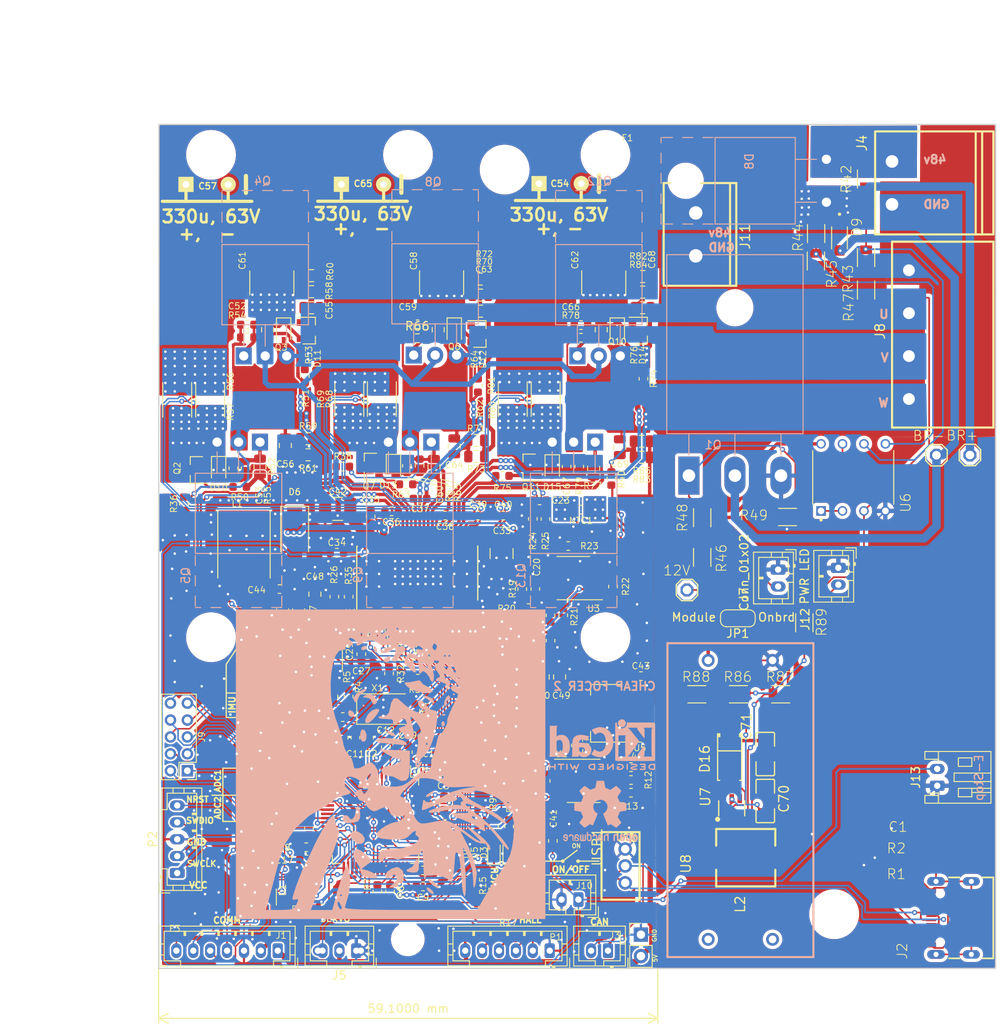
<source format=kicad_pcb>
(kicad_pcb (version 20221018) (generator pcbnew)
  (title_block (title "Cheap FOCer 2") (date "2019-03-04") (rev "0.9") (company "Shaman Systems, LLC") (comment 1 "by Lucas Schulte"))
  (layers (0 "F.Cu" signal "Top_Signal") (31 "B.Cu" signal "Bottom_Signal") (34 "B.Paste" user) (35 "F.Paste" user) (36 "B.SilkS" user "B.Silkscreen") (37 "F.SilkS" user "F.Silkscreen") (38 "B.Mask" user) (39 "F.Mask" user) (44 "Edge.Cuts" user))
  (net 0 "")
  (net 1 "+5V")
  (net 2 "GND")
  (net 3 "NRST")
  (net 4 "SWCLK")
  (net 5 "SWDIO")
  (net 6 "VCC")
  (net 7 "V_SUPPLY")
  (net 8 "/MCU/AN_IN")
  (net 9 "/Mosfet driver/H1_VS")
  (net 10 "/Mosfet driver/H2_VS")
  (net 11 "/Mosfet driver/H3_VS")
  (net 12 "/MCU/SENS1")
  (net 13 "/MCU/SENS2")
  (net 14 "/MCU/SENS3")
  (net 15 "/MCU/BR_SO2")
  (net 16 "/MCU/BR_SO1")
  (net 17 "/MCU/L3")
  (net 18 "/MCU/L2")
  (net 19 "/MCU/L1")
  (net 20 "/MCU/EN_GATE")
  (net 21 "/MCU/H3")
  (net 22 "/MCU/H2")
  (net 23 "/MCU/H1")
  (net 24 "/MCU/USB_DM")
  (net 25 "/MCU/USB_DP")
  (net 26 "/CAN bus transceiver/CAN_RX")
  (net 27 "/CAN bus transceiver/CAN_TX")
  (net 28 "/MCU/ADC_TEMP")
  (net 29 "/Mosfet driver/GH_A")
  (net 30 "/Mosfet driver/GL_A")
  (net 31 "/Mosfet driver/GL_B")
  (net 32 "/Mosfet driver/GH_B")
  (net 33 "/Mosfet driver/GH_C")
  (net 34 "/Mosfet driver/GL_C")
  (net 35 "/MCU/CS")
  (net 36 "/MCU/SLCK")
  (net 37 "/MCU/SDI")
  (net 38 "/MCU/SDO")
  (net 39 "/MCU/BR_SO3")
  (net 40 "Net-(C1-Pad1)")
  (net 41 "/MCU/MISO_ADC_EXT2")
  (net 42 "/Mosfet driver/H2_LOW")
  (net 43 "/MCU/SERVO")
  (net 44 "PB4")
  (net 45 "PB3")
  (net 46 "PA15")
  (net 47 "PC15")
  (net 48 "PC14")
  (net 49 "PD2")
  (net 50 "PC13")
  (net 51 "PC5")
  (net 52 "PB12")
  (net 53 "PB2")
  (net 54 "SPA")
  (net 55 "SNA")
  (net 56 "SPC")
  (net 57 "SNC")
  (net 58 "SPB")
  (net 59 "SNB")
  (net 60 "Net-(U2-VCAP1)")
  (net 61 "Net-(U2-VCAP2)")
  (net 62 "Net-(U2-PH0-OSC_IN)")
  (net 63 "Net-(U2-PH1-OSC_OUT)")
  (net 64 "Net-(U3B-+)")
  (net 65 "Net-(U4-GVDD)")
  (net 66 "/Mosfet driver/H3_LOW")
  (net 67 "/Mosfet driver/H1_LOW")
  (net 68 "Net-(C4-Pad1)")
  (net 69 "/MCU/FAULT")
  (net 70 "Net-(U4-COMP)")
  (net 71 "/HALL3")
  (net 72 "/Filters/HALL1_IN")
  (net 73 "/Filters/HALL2_IN")
  (net 74 "/RX_SDA_IN")
  (net 75 "/SCK_ADC_EXT_IN")
  (net 76 "/TX_SCL_MOSI_IN")
  (net 77 "/MISO_RX_SCL_IN")
  (net 78 "/CAN bus transceiver/CANH")
  (net 79 "/CAN bus transceiver/CANL")
  (net 80 "/MCU/LED_RED")
  (net 81 "/MCU/LED_GREEN")
  (net 82 "Net-(U4-DVDD)")
  (net 83 "Net-(U4-CP2)")
  (net 84 "Net-(U4-CP1)")
  (net 85 "Net-(U4-AVDD)")
  (net 86 "Net-(U4-SS_TR)")
  (net 87 "Net-(U4-BST_BK)")
  (net 88 "Net-(D6-K)")
  (net 89 "Net-(U4-BST_A)")
  (net 90 "Net-(U4-BST_B)")
  (net 91 "Net-(U4-BST_C)")
  (net 92 "Net-(C27-Pad2)")
  (net 93 "Net-(D14-K)")
  (net 94 "Net-(J10-A)")
  (net 95 "Net-(C55-Pad2)")
  (net 96 "Net-(D15-K)")
  (net 97 "Net-(D10-K)")
  (net 98 "Net-(D11-K)")
  (net 99 "Net-(C56-Pad2)")
  (net 100 "Net-(C63-Pad2)")
  (net 101 "Net-(C64-Pad2)")
  (net 102 "Net-(D12-K)")
  (net 103 "Net-(D13-K)")
  (net 104 "Net-(D3-A)")
  (net 105 "Net-(D4-A)")
  (net 106 "Net-(D5-A)")
  (net 107 "/OverVoltageProtector/BRAKE_RTN")
  (net 108 "Net-(Q2-B)")
  (net 109 "Net-(Q6-B)")
  (net 110 "Net-(C69-Pad2)")
  (net 111 "unconnected-(J2-VBUS-PadA4_B9)")
  (net 112 "Net-(Q10-B)")
  (net 113 "Net-(J2-CC1)")
  (net 114 "Net-(J2-DP1)")
  (net 115 "Net-(U3A--)")
  (net 116 "Net-(U3B--)")
  (net 117 "/Filters/TEMP_IN")
  (net 118 "Net-(C68-Pad2)")
  (net 119 "Net-(U3A-+)")
  (net 120 "Net-(U4-VSENSE)")
  (net 121 "Net-(U4-DTC)")
  (net 122 "Net-(U4-S01)")
  (net 123 "Net-(U4-S02)")
  (net 124 "Net-(U4-RT_CLK)")
  (net 128 "/12VBoostModule/VOUT+")
  (net 129 "/OverVoltageProtector/OUT2")
  (net 130 "Net-(Q3-B)")
  (net 131 "Net-(Q7-B)")
  (net 132 "Net-(Q11-B)")
  (net 133 "/OverVoltageProtector/-IN2")
  (net 134 "/OverVoltageProtector/+IN2")
  (net 135 "Net-(U6A-+IN1)")
  (net 136 "Net-(U6A--IN1)")
  (net 137 "/12VBoostModule/VIN+")
  (net 138 "/12VBoostModule/VIN-")
  (net 139 "/48Vin")
  (net 140 "/OverVoltageProtector/LED+")
  (net 141 "/OverVoltageProtector/12V")
  (net 142 "/12VBoost/VOUT+")
  (net 143 "Net-(D16-A)")
  (net 144 "Net-(U7-FB)")
  (net 146 "Net-(U7-EN)")
  (net 147 "Net-(J2-DN1)")
  (net 149 "Net-(J2-CC2)")
  (net 151 "Net-(J5-Pin_3)")
  (net 152 "Net-(R21-Pad2)")
  (net 153 "Net-(J12-LED+)")
  (footprint "LED_SMD:LED_0603_1608Metric" (layer "F.Cu") (at 150.3 155.1 90)
    (fp_text reference "D4")
    (fp_text value "GRN")
  )
  (footprint "LED_SMD:LED_0603_1608Metric" (layer "F.Cu") (at 152.1 155.1 90)
    (fp_text reference "D5")
    (fp_text value "BLU")
  )
  (footprint "Resistor_SMD:R_0603_1608Metric" (layer "F.Cu") (at 160.6 114.6)
    (fp_text reference "NTC1")
    (fp_text value "NTC 10k")
  )
  (footprint "Crystal:Crystal_SMD_5032-2Pin_5.0x3.2mm" (layer "F.Cu") (at 137.1 138.2)
    (fp_text reference "X1")
    (fp_text value "8MHz 10ppm (X50328MSB2GI)")
  )
  (footprint "Capacitor_SMD:C_0603_1608Metric" (layer "F.Cu") (at 135.500001 141.582486 -90)
    (fp_text reference "C2")
    (fp_text value "100n")
  )
  (footprint "Resistor_SMD:R_0603_1608Metric" (layer "F.Cu") (at 127.9 136.7 90)
    (fp_text reference "R39")
    (fp_text value "2k2")
  )
  (footprint "Resistor_SMD:R_0603_1608Metric" (layer "F.Cu") (at 129.6 136.7 90)
    (fp_text reference "R37")
    (fp_text value "2k2")
  )
  (footprint "Resistor_SMD:R_0603_1608Metric" (layer "F.Cu") (at 113.6 113.9 -90)
    (fp_text reference "R36")
    (fp_text value "39k")
  )
  (footprint "Resistor_SMD:R_0603_1608Metric" (layer "F.Cu") (at 155.7 152.1 -90)
    (fp_text reference "R11")
    (fp_text value "100R")
  )
  (footprint "Resistor_SMD:R_0603_1608Metric" (layer "F.Cu") (at 126.95 139.85 180)
    (fp_text reference "R18")
    (fp_text value "10k")
  )
  (footprint "Resistor_SMD:R_0603_1608Metric" (layer "F.Cu") (at 150.5 161.7 -90)
    (fp_text reference "R16")
    (fp_text value "2k2")
  )
  (footprint "Resistor_SMD:R_0603_1608Metric" (layer "F.Cu") (at 138 159.8 -90)
    (fp_text reference "R6")
    (fp_text value "22R")
  )
  (footprint "Resistor_SMD:R_0603_1608Metric" (layer "F.Cu") (at 136.5 159.8 -90)
    (fp_text reference "R7")
    (fp_text value "22R")
  )
  (footprint "Resistor_SMD:R_0603_1608Metric" (layer "F.Cu") (at 131.3 136.7 -90)
    (fp_text reference "R5")
    (fp_text value "2k2")
  )
  (footprint "Resistor_SMD:R_0603_1608Metric" (layer "F.Cu") (at 126.1 136.7 90)
    (fp_text reference "R41")
    (fp_text value "2k2")
  )
  (footprint "Capacitor_SMD:C_0603_1608Metric" (layer "F.Cu") (at 160 142.5 -90)
    (fp_text reference "C47")
    (fp_text value "2.2u")
  )
  (footprint "Capacitor_SMD:C_0603_1608Metric" (layer "F.Cu") (at 140.1 143.3 -90)
    (fp_text reference "C19")
    (fp_text value "2.2u")
  )
  (footprint "Capacitor_SMD:C_0603_1608Metric" (layer "F.Cu") (at 156.425 146.7 90)
    (fp_text reference "C5")
    (fp_text value "0.1u")
  )
  (footprint "Capacitor_SMD:C_0603_1608Metric" (layer "F.Cu") (at 133.1 128.7 90)
    (fp_text reference "C29")
    (fp_text value "150p")
  )
  (footprint "Capacitor_SMD:C_0603_1608Metric" (layer "F.Cu") (at 129.1 145.55 180)
    (fp_text reference "C7")
    (fp_text value "2.2u")
  )
  (footprint "Capacitor_SMD:C_0603_1608Metric" (layer "F.Cu") (at 141.9 159.2)
    (fp_text reference "C9")
    (fp_text value "2.2u")
  )
  (footprint "Capacitor_SMD:C_0603_1608Metric" (layer "F.Cu") (at 137.5 142.7 -90)
    (fp_text reference "C12")
    (fp_text value "100n")
  )
  (footprint "Capacitor_SMD:C_0603_1608Metric" (layer "F.Cu") (at 133.900357 141.582483 -90)
    (fp_text reference "C11")
    (fp_text value "2.2u")
  )
  (footprint "Capacitor_SMD:C_0603_1608Metric" (layer "F.Cu") (at 128.1 156)
    (fp_text reference "C17")
    (fp_text value "2.2u")
  )
  (footprint "Capacitor_SMD:C_0603_1608Metric" (layer "F.Cu") (at 127.5 147.050001)
    (fp_text reference "C18")
    (fp_text value "2.2u")
  )
  (footprint "Capacitor_SMD:C_0603_1608Metric" (layer "F.Cu") (at 141.9 157.300001 180)
    (fp_text reference "C16")
    (fp_text value "2.2u")
  )
  (footprint "Capacitor_SMD:C_0603_1608Metric" (layer "F.Cu") (at 132.500357 141.582484 -90)
    (fp_text reference "C13")
    (fp_text value "2.2u")
  )
  (footprint "Capacitor_SMD:C_0603_1608Metric" (layer "F.Cu") (at 144.4 149.3 -90)
    (fp_text reference "C3")
    (fp_text value ".01uF")
  )
  (footprint "Package_TO_SOT_SMD:SOT-223-3_TabPin2" (layer "F.Cu") (at 163.65 138.7 180)
    (fp_text reference "U5")
    (fp_text value "AMS1117-3.3")
  )
  (footprint "shapes3D:R_2512_Yageo_big_pads" (layer "F.Cu") (at 137.025 101.5 -90)
    (fp_text reference "R68")
    (fp_text value "0.01R")
  )
  (footprint "shapes3D:R_2512_Yageo_big_pads" (layer "F.Cu") (at 116.7 101.6 -90)
    (fp_text reference "R56")
    (fp_text value "0.01R")
  )
  (footprint "Inductor_SMD:L_Taiyo-Yuden_NR-60xx_HandSoldering" (layer "F.Cu") (at 120.7 118.7 -90)
    (fp_text reference "L1")
    (fp_text value "22u")
  )
  (footprint "Package_QFP:LQFP-64_10x10mm_P0.5mm" (layer "F.Cu") (at 136.275358 151.357487 -90)
    (fp_text reference "U2")
    (fp_text value "STM32F405RGT6")
  )
  (footprint "Capacitor_SMD:C_0603_1608Metric" (layer "F.Cu") (at 128.075357 154.557484 180)
    (fp_text reference "C8")
    (fp_text value "2.2u")
  )
  (footprint "Package_SO:SOIC-8_3.9x4.9mm_P1.27mm" (layer "F.Cu") (at 160.925 146.7)
    (fp_text reference "U1")
    (fp_text value "TJA1051T/3/1J")
  )
  (footprint "Capacitor_SMD:C_0603_1608Metric" (layer "F.Cu") (at 128.4 152.3 90)
    (fp_text reference "C6")
    (fp_text value "100n")
  )
  (footprint "Capacitor_SMD:C_0603_1608Metric" (layer "F.Cu") (at 132.4 139.15 180)
    (fp_text reference "C10")
    (fp_text value "15p")
  )
  (footprint "Resistor_SMD:R_0603_1608Metric" (layer "F.Cu") (at 129.975 161.8 180)
    (fp_text reference "R14")
    (fp_text value "10k")
  )
  (footprint "Resistor_SMD:R_0603_1608Metric" (layer "F.Cu") (at 149 161.7 -90)
    (fp_text reference "R15")
    (fp_text value "2k2")
  )
  (footprint "Resistor_SMD:R_0603_1608Metric" (layer "F.Cu") (at 166.525 146.600001)
    (fp_text reference "R12")
    (fp_text value "60")
  )
  (footprint "Connector_JST:JST_PH_B6B-PH-K_1x06_P2.00mm_Vertical" (layer "F.Cu") (at 156.9 166.8 180)
    (fp_text reference "P1")
    (fp_text value "HALL/Encoder")
  )
  (footprint "Resistor_SMD:R_0603_1608Metric" (layer "F.Cu") (at 153.900001 152.1 90)
    (fp_text reference "R8")
    (fp_text value "100R")
  )
  (footprint "Package_SO:HTSSOP-56-1EP_6.1x14mm_P0.5mm_EP3.61x6.35mm" (layer "F.Cu") (at 141.26 122.1 90)
    (fp_text reference "U4")
    (fp_text value "DRV8301")
  )
  (footprint "Fiducial:Fiducial_1mm_Dia_2mm_Outer" (layer "F.Cu") (at 112.5 162.2 180)
    (fp_text reference "F3")
    (fp_text value "Fiducial")
  )
  (footprint "Connector_JST:JST_PH_B2B-PH-K_1x02_P2.00mm_Vertical" (layer "F.Cu") (at 160.3 160.75 180)
    (fp_text reference "J10")
    (fp_text value "On/Off")
  )
  (footprint "Package_TO_SOT_SMD:SOT-363_SC-70-6" (layer "F.Cu") (at 123.375 160.7 -90)
    (fp_text reference "D1")
    (fp_text value " SMF05CT1G")
  )
  (footprint "Resistor_SMD:R_0603_1608Metric" (layer "F.Cu") (at 125.4 152.3 -90)
    (fp_text reference "R3")
    (fp_text value "0R")
  )
  (footprint "Resistor_SMD:R_0603_1608Metric" (layer "F.Cu") (at 133.1 136.7 -90)
    (fp_text reference "R4")
    (fp_text value "39k")
  )
  (footprint "Resistor_SMD:R_0603_1608Metric" (layer "F.Cu") (at 150.3 152.1 90)
    (fp_text reference "R9")
    (fp_text value "100R")
  )
  (footprint "Resistor_SMD:R_0603_1608Metric" (layer "F.Cu") (at 144.5 151.8)
    (fp_text reference "R29")
    (fp_text value "2k2")
  )
  (footprint "Resistor_SMD:R_0603_1608Metric" (layer "F.Cu") (at 137.875 134 90)
    (fp_text reference "R32")
    (fp_text value "10k")
  )
  (footprint "Capacitor_SMD:C_0603_1608Metric" (layer "F.Cu") (at 166.525 145.075 180)
    (fp_text reference "C4")
    (fp_text value "1nF")
  )
  (footprint "Capacitor_SMD:C_0603_1608Metric" (layer "F.Cu") (at 142.2 128.9 -90)
    (fp_text reference "C31")
    (fp_text value "22n")
  )
  (footprint "Capacitor_SMD:C_0603_1608Metric" (layer "F.Cu") (at 147.8 128.9 90)
    (fp_text reference "C32")
    (fp_text value "2.2uF")
  )
  (footprint "Capacitor_SMD:C_0603_1608Metric" (layer "F.Cu") (at 145.85 128.9 -90)
    (fp_text reference "C30")
    (fp_text value "2.2uF")
  )
  (footprint "Capacitor_SMD:C_0805_2012Metric" (layer "F.Cu") (at 145.6 107.1 -90)
    (fp_text reference "C64")
    (fp_text value "4.7nF, 100V")
  )
  (footprint "Capacitor_SMD:C_0805_2012Metric" (layer "F.Cu") (at 165.2 107.2 -90)
    (fp_text reference "C69")
    (fp_text value "4.7nF, 100V")
  )
  (footprint "Resistor_SMD:R_0603_1608Metric" (layer "F.Cu") (at 166.525 148.1 180)
    (fp_text reference "R13")
    (fp_text value "60")
  )
  (footprint "Resistor_SMD:R_0805_2012Metric" (layer "F.Cu") (at 128.3 106.2 180)
    (fp_text reference "R59")
    (fp_text value "10R")
  )
  (footprint "Resistor_SMD:R_0805_2012Metric" (layer "F.Cu") (at 148.2 106.4 180)
    (fp_text reference "R71")
    (fp_text value "10R")
  )
  (footprint "Resistor_SMD:R_0805_2012Metric" (layer "F.Cu") (at 167.8 108.4 180)
    (fp_text reference "R83")
    (fp_text value "10R")
  )
  (footprint "Resistor_SMD:R_0603_1608Metric" (layer "F.Cu") (at 120.9 109.6875 -90)
    (fp_text reference "R55")
    (fp_text value "4.7k")
  )
  (footprint "Resistor_SMD:R_0603_1608Metric" (layer "F.Cu") (at 141.5 109.4 90)
    (fp_text reference "R67")
    (fp_text value "4.7k")
  )
  (footprint "Package_TO_SOT_SMD:SOT-363_SC-70-6" (layer "F.Cu") (at 154.325 160.7 90)
    (fp_text reference "D2")
    (fp_text value " SMF05CT1G")
  )
  (footprint "Capacitor_SMD:C_2220_5650Metric_Pad1.97x5.40mm_HandSolder" (layer "F.Cu") (at 144.1 87.7375 -90)
    (fp_text reference "C58")
    (fp_text value "10uF, 100V")
  )
  (footprint "Capacitor_SMD:C_2220_5650Metric_Pad1.97x5.40mm_HandSolder" (layer "F.Cu") (at 124 87.7625 -90)
    (fp_text reference "C61")
    (fp_text value "10uF, 100V")
  )
  (footprint "Capacitor_SMD:C_2220_5650Metric_Pad1.97x5.40mm_HandSolder" (layer "F.Cu") (at 163.3 87.7375 -90)
    (fp_text reference "C62")
    (fp_text value "10uF, 100V")
  )
  (footprint "Connector_PinHeader_2.00mm:PinHeader_2x05_P2.00mm_Vertical" (layer "F.Cu") (at 114 145.5 180)
    (fp_text reference "J9")
    (fp_text value "UNUSED MCU PINS")
  )
  (footprint "Resistor_SMD:R_0603_1608Metric" (layer "F.Cu") (at 160.6 94.25)
    (fp_text reference "R78")
    (fp_text value "4.7k")
  )
  (footprint "Capacitor_SMD:C_0603_1608Metric" (layer "F.Cu") (at 142.9 145.5 -90)
    (fp_text reference "C15")
    (fp_text value "2.2u")
  )
  (footprint "NetTie:NetTie-2_SMD_Pad0.5mm" (layer "F.Cu") (at 114.7 102.5 -90)
    (fp_text reference "NT1" hide)
    (fp_text value "Net-Tie_2")
  )
  (footprint "NetTie:NetTie-2_SMD_Pad0.5mm" (layer "F.Cu") (at 114.7 100.7 90)
    (fp_text reference "NT2" hide)
    (fp_text value "Net-Tie_2")
  )
  (footprint "NetTie:NetTie-2_SMD_Pad0.5mm" (layer "F.Cu") (at 135.1 100.6 90)
    (fp_text reference "NT4" hide)
    (fp_text value "Net-Tie_2")
  )
  (footprint "NetTie:NetTie-2_SMD_Pad0.5mm" (layer "F.Cu") (at 154.5 102.4 -90)
    (fp_text reference "NT5" hide)
    (fp_text value "Net-Tie_2")
  )
  (footprint "MountingHole:MountingHole_3.2mm_M3_ISO14580_Pad" (layer "F.Cu") (at 116.8 72.6)
    (fp_text reference "H1")
    (fp_text value "MountingHole")
  )
  (footprint "MountingHole:MountingHole_3.2mm_M3_ISO14580_Pad" (layer "F.Cu") (at 163.5 72.6)
    (fp_text reference "H3")
    (fp_text value "MountingHole")
  )
  (footprint "MountingHole:MountingHole_3.2mm_M3_ISO14580_Pad" (layer "F.Cu") (at 163.5 129.7)
    (fp_text reference "H4")
    (fp_text value "MountingHole")
  )
  (footprint "MountingHole:MountingHole_3.2mm_M3_ISO14580_Pad" (layer "F.Cu") (at 116.8 129.7)
    (fp_text reference "H5")
    (fp_text value "MountingHole")
  )
  (footprint "Capacitor_SMD:C_0603_1608Metric" (layer "F.Cu") (at 139.2 128.9 -90)
    (fp_text reference "C22")
    (fp_text value "2.2uF")
  )
  (footprint "Capacitor_SMD:C_0603_1608Metric" (layer "F.Cu") (at 140.7 128.9 -90)
    (fp_text reference "C25")
    (fp_text value "2.2uF")
  )
  (footprint "Capacitor_SMD:C_0603_1608Metric" (layer "F.Cu") (at 134.6 131.7 90)
    (fp_text reference "C27")
    (fp_text value "6.8n")
  )
  (footprint "Capacitor_SMD:C_0603_1608Metric" (layer "F.Cu") (at 131.7 119.7 180)
    (fp_text reference "C34")
    (fp_text value "15nF")
  )
  (footprint "Capacitor_SMD:C_0603_1608Metric" (layer "F.Cu") (at 135.7 115.4 90)
    (fp_text reference "C35")
    (fp_text value "100n")
  )
  (footprint "Capacitor_SMD:C_0603_1608Metric" (layer "F.Cu") (at 138.175 114.8)
    (fp_text reference "C36")
    (fp_text value "220n")
  )
  (footprint "Capacitor_SMD:C_0603_1608Metric" (layer "F.Cu") (at 141.55 113.3)
    (fp_text reference "C37")
    (fp_text value "220n")
  )
  (footprint "Capacitor_SMD:C_0603_1608Metric" (layer "F.Cu") (at 144.5125 115.3)
    (fp_text reference "C38")
    (fp_text value "220n")
  )
  (footprint "Capacitor_SMD:C_1210_3225Metric_Pad1.42x2.65mm_HandSolder" (layer "F.Cu") (at 131.8 114.5)
    (fp_text reference "C42")
    (fp_text value "4.7uF, 100V")
  )
  (footprint "Capacitor_SMD:C_0603_1608Metric" (layer "F.Cu") (at 124.9 124 180)
    (fp_text reference "C44")
    (fp_text value "2.2uF")
  )
  (footprint "Resistor_SMD:R_0603_1608Metric" (layer "F.Cu") (at 131.4 124.9 90)
    (fp_text reference "R26")
    (fp_text value "3.3k")
  )
  (footprint "Resistor_SMD:R_0603_1608Metric" (layer "F.Cu") (at 130.675 127.1)
    (fp_text reference "R27")
    (fp_text value "18k")
  )
  (footprint "Resistor_SMD:R_0603_1608Metric" (layer "F.Cu") (at 134.6 128.6875 -90)
    (fp_text reference "R28")
    (fp_text value "15k")
  )
  (footprint "Resistor_SMD:R_0603_1608Metric" (layer "F.Cu") (at 136.9 128.9 90)
    (fp_text reference "R30")
    (fp_text value "10k")
  )
  (footprint "Resistor_SMD:R_0603_1608Metric" (layer "F.Cu") (at 141.275 134.6 180)
    (fp_text reference "R31")
    (fp_text value "1k")
  )
  (footprint "Resistor_SMD:R_0603_1608Metric" (layer "F.Cu") (at 133.1 124.9 90)
    (fp_text reference "R35")
    (fp_text value "220k")
  )
  (footprint "Resistor_SMD:R_0603_1608Metric" (layer "F.Cu") (at 153.65 124 -90)
    (fp_text reference "R19")
    (fp_text value "10k")
  )
  (footprint "Resistor_SMD:R_0603_1608Metric" (layer "F.Cu") (at 154.4 126.25)
    (fp_text reference "R20")
    (fp_text value "10k")
  )
  (footprint "Resistor_SMD:R_0603_1608Metric" (layer "F.Cu") (at 132.4 109.5 180)
    (fp_text reference "R38")
    (fp_text value "39k")
  )
  (footprint "Resistor_SMD:R_0603_1608Metric" (layer "F.Cu") (at 164.2 110.9 -90)
    (fp_text reference "R40")
    (fp_text value "39k")
  )
  (footprint "Package_SO:SOIC-8_3.9x4.9mm_P1.27mm" (layer "F.Cu") (at 159.7 122.7 180)
    (fp_text reference "U3")
    (fp_text value "TP2604-SR")
  )
  (footprint "Resistor_SMD:R_0603_1608Metric" (layer "F.Cu") (at 152.1 152.1 90)
    (fp_text reference "R10")
    (fp_text value "2k2")
  )
  (footprint "Connector_JST:JST_PH_B2B-PH-K_1x02_P2.00mm_Vertical" (layer "F.Cu") (at 163.8 166.8 180)
    (fp_text reference "J3")
    (fp_text value "Conn_01x02")
  )
  (footprint "Capacitor_SMD:C_0805_2012Metric" (layer "F.Cu") (at 127.175 126.6 90)
    (fp_text reference "C46")
    (fp_text value "22uf")
  )
  (footprint "Capacitor_SMD:C_0805_2012Metric" (layer "F.Cu") (at 158.075 134.4 -90)
    (fp_text reference "C49")
    (fp_text value "22uF")
  )
  (footprint "Capacitor_SMD:C_0805_2012Metric" (layer "F.Cu") (at 156.125 134.4 -90)
    (fp_text reference "C50")
    (fp_text value "22uF")
  )
  (footprint "Resistor_SMD:R_0805_2012Metric" (layer "F.Cu") (at 123.5 93.3 -90)
    (fp_text reference "R53")
    (fp_text value "4.7R")
  )
  (footprint "Resistor_SMD:R_0805_2012Metric" (layer "F.Cu") (at 143.2 109.5375 -90)
    (fp_text reference "R65")
    (fp_text value "4.7R")
  )
  (footprint "Resistor_SMD:R_0805_2012Metric" (layer "F.Cu") (at 143.7 93.3 -90)
    (fp_text reference "R64")
    (fp_text value "4.7R")
  )
  (footprint "Resistor_SMD:R_0805_2012Metric" (layer "F.Cu") (at 163 93.3 -90)
    (fp_text reference "R76")
    (fp_text value "4.7R")
  )
  (footprint "Resistor_SMD:R_0805_2012Metric" (layer "F.Cu") (at 162.1 109.7 -90)
    (fp_text reference "R77")
    (fp_text value "4.7R")
  )
  (footprint "shapes3D:R_2512_Yageo_big_pads" (layer "F.Cu") (at 152.525 101.5 -90)
    (fp_text reference "R80")
    (fp_text value "0.01R")
  )
  (footprint "Diode_SMD:D_SMA" (layer "F.Cu") (at 126.7 117.6 -90)
    (fp_text reference "D6")
    (fp_text value "100v, 1A")
  )
  (footprint "MountingHole:MountingHole_3.2mm_M3_ISO14580_Pad" (layer "F.Cu") (at 140.1 165.45)
    (fp_text reference "H2")
    (fp_text value "MountingHole" hide)
  )
  (footprint "Capacitor_SMD:C_0603_1608Metric" (layer "F.Cu") (at 167.7 134.3 180)
    (fp_text reference "C43")
    (fp_text value "100n")
  )
  (footprint "Connector_JST:JST_PH_B7B-PH-K_1x07_P2.00mm_Vertical" (layer "F.Cu") (at 124.7 166.8 180)
    (fp_text reference "J1")
    (fp_text value "Conn_01x07")
  )
  (footprint "Capacitor_SMD:C_0805_2012Metric" (layer "F.Cu") (at 125.275 126.6 90)
    (fp_text reference "C45")
    (fp_text value "22uf")
  )
  (footprint "Capacitor_SMD:C_0603_1608Metric" (layer "F.Cu") (at 148.4 115.3 180)
    (fp_text reference "C39")
    (fp_text value "1nF")
  )
  (footprint "Fiducial:Fiducial_1mm_Dia_2mm_Outer" (layer "F.Cu") (at 168.2 70.5)
    (fp_text reference "F1")
    (fp_text value "Fiducial")
  )
  (footprint "Fiducial:Fiducial_1mm_Dia_2mm_Outer" (layer "F.Cu") (at 112 70.4)
    (fp_text reference "F2" hide)
    (fp_text value "Fiducial")
  )
  (footprint "Capacitor_SMD:C_0603_1608Metric" (layer "F.Cu") (at 155.7 113.5)
    (fp_text reference "C23")
    (fp_text value "1nF")
  )
  (footprint "Capacitor_SMD:C_1210_3225Metric_Pad1.42x2.65mm_HandSolder" (layer "F.Cu") (at 151.2 119.8 90)
    (fp_text reference "C33")
    (fp_text value "4.7uF, 100V")
  )
  (footprint "shapes3D:CP_10x20mm_hor_with_model_mirrored_less_silk" (layer "F.Cu") (at 134 77.4 90)
    (fp_text reference "C65")
    (fp_text value "330u, 63V")
  )
  (footprint "Capacitor_SMD:C_0603_1608Metric" (layer "F.Cu") (at 151.4 115.3)
    (fp_text reference "C40")
    (fp_text value "1nF")
  )
  (footprint "shapes3D:R_2512_Yageo_big_pads" (layer "F.Cu") (at 112.8 101.6 -90)
    (fp_text reference "R57")
    (fp_text value "0.01R")
  )
  (footprint "shapes3D:R_2512_Yageo_big_pads" (layer "F.Cu") (at 133.175 101.5 -90)
    (fp_text reference "R69")
    (fp_text value "0.01R")
  )
  (footprint "shapes3D:R_2512_Yageo_big_pads" (layer "F.Cu") (at 156.425 101.5 -90)
    (fp_text reference "R81")
    (fp_text value "0.01R")
  )
  (footprint "Capacitor_SMD:C_0805_2012Metric" (layer "F.Cu") (at 156.3 142.4 90)
    (fp_text reference "C51")
    (fp_text value "22uF")
  )
  (footprint "Capacitor_SMD:C_0603_1608Metric" (layer "F.Cu") (at 141 138.4 90)
    (fp_text reference "C14")
    (fp_text value "15p")
  )
  (footprint "Capacitor_SMD:C_0805_2012Metric" (layer "F.Cu") (at 129.1 124.6 -90)
    (fp_text reference "C48")
    (fp_text value "22uf")
  )
  (footprint "Resistor_SMD:R_0603_1608Metric" (layer "F.Cu") (at 164.4 123.7 90)
    (fp_text reference "R22")
    (fp_text value "10k")
  )
  (footprint "Resistor_SMD:R_0603_1608Metric" (layer "F.Cu") (at 159.1 118.9)
    (fp_text reference "R23")
    (fp_text value "10k")
  )
  (footprint "Resistor_SMD:R_0603_1608Metric" (layer "F.Cu") (at 154.9 115.6875 90)
    (fp_text reference "R24")
    (fp_text value "1k")
  )
  (footprint "Resistor_SMD:R_0603_1608Metric" (layer "F.Cu") (at 156.4 115.7 90)
    (fp_text reference "R25")
    (fp_text value "1k")
  )
  (footprint "Capacitor_SMD:C_0603_1608Metric" (layer "F.Cu") (at 157 127.1 90)
    (fp_text reference "C24")
    (fp_text value "100n")
  )
  (footprint "Capacitor_SMD:C_0603_1608Metric" (layer "F.Cu") (at 148.25 135.6 90)
    (fp_text reference "C26")
    (fp_text value "1nF")
  )
  (footprint "Capacitor_SMD:C_0603_1608Metric" (layer "F.Cu") (at 149.75 135.6 90)
    (fp_text reference "C28")
    (fp_text value "1nF")
  )
  (footprint "Capacitor_SMD:C_0603_1608Metric" (layer "F.Cu") (at 157 130.1 90)
    (fp_text reference "C21")
    (fp_text value "1nF")
  )
  (footprint "Resistor_SMD:R_0603_1608Metric" (layer "F.Cu") (at 147.8 132.3 90)
    (fp_text reference "R33")
    (fp_text value "1.5k")
  )
  (footprint "Resistor_SMD:R_0603_1608Metric" (layer "F.Cu") (at 149.3 132.3 90)
    (fp_text reference "R34")
    (fp_text value "1.5k")
  )
  (footprint "Resistor_SMD:R_0603_1608Metric" (layer "F.Cu") (at 158.5 127.1 90)
    (fp_text reference "R21")
    (fp_text value "1.5k")
  )
  (footprint "Connector_PinHeader_2.54mm:PinHeader_1x02_P2.54mm_Vertical" (layer "F.Cu") (at 167.7 164.9)
    (fp_text reference "J6" hide)
    (fp_text value "Conn_01x03" hide)
  )
  (footprint "Capacitor_SMD:C_0603_1608Metric" (layer "F.Cu") (at 155.2 123.987501 -90)
    (fp_text reference "C20")
    (fp_text value "100n")
  )
  (footprint "LED_SMD:LED_0603_1608Metric" (layer "F.Cu") (at 153.900001 155.1 90)
    (fp_text reference "D3")
    (fp_text value "RED")
  )
  (footprint "Resistor_SMD:R_0805_2012Metric" (layer "F.Cu") (at 128.3 108.1 180)
    (fp_text reference "R61")
    (fp_text value "10R")
  )
  (footprint "Resistor_SMD:R_0805_2012Metric" (layer "F.Cu") (at 148.2 108.3 180)
    (fp_text reference "R73")
    (fp_text value "10R")
  )
  (footprint "Resistor_SMD:R_0805_2012Metric" (layer "F.Cu") (at 167.8 106.5 180)
    (fp_text reference "R85")
    (fp_text value "10R")
  )
  (footprint "Capacitor_SMD:C_0805_2012Metric" (layer "F.Cu") (at 125.6 107 -90)
    (fp_text reference "C56")
    (fp_text value "4.7nF, 100V")
  )
  (footprint "shapes3D:CP_10x20mm_hor_with_model_mirrored_less_silk" (layer "F.Cu") (at 115.6 77.4127 90)
    (fp_text reference "C57")
    (fp_text value "330u, 63V")
  )
  (footprint "Resistor_SMD:R_0603_1608Metric" (layer "F.Cu") (at 121.1 94.2 180)
    (fp_text reference "R54")
    (fp_text value "4.7k")
  )
  (footprint "Resistor_SMD:R_0603_1608Metric" (layer "F.Cu") (at 160.4 109.5 90)
    (fp_text reference "R79")
    (fp_text value "4.7k")
  )
  (footprint "Capacitor_SMD:C_0603_1608Metric" (layer "F.Cu") (at 121.1 92.7 180)
    (fp_text reference "C52")
    (fp_text value "2.2nF")
  )
  (footprint "Capacitor_SMD:C_0603_1608Metric" (layer "F.Cu") (at 119.45 109.7 -90)
    (fp_text reference "C53")
    (fp_text value "2.2nF")
  )
  (footprint "Capacitor_SMD:C_0603_1608Metric" (layer "F.Cu") (at 141.25 92.65 180)
    (fp_text reference "C59")
    (fp_text value "2.2nF")
  )
  (footprint "Capacitor_SMD:C_0603_1608Metric" (layer "F.Cu") (at 140 109.4 -90)
    (fp_text reference "C60")
    (fp_text value "2.2nF")
  )
  (footprint "Capacitor_SMD:C_0603_1608Metric" (layer "F.Cu") (at 158.9 109.5 -90)
    (fp_text reference "C67")
    (fp_text value "1nF")
  )
  (footprint "MountingHole:MountingHole_3.2mm_M3_ISO14580_Pad" (layer "F.Cu") (at 140.125 72.6)
    (fp_text reference "H6")
    (fp_text value "MountingHole")
  )
  (footprint "Capacitor_SMD:C_0805_2012Metric" (layer "F.Cu") (at 128.7 90.7 180)
    (fp_text reference "C55")
    (fp_text value "4.7nF, 100V")
  )
  (footprint "Diode_SMD:D_SOD-323" (layer "F.Cu") (at 125.4 93.4 -90)
    (fp_text reference "D11")
    (fp_text value "D_Schottky")
  )
  (footprint "Package_TO_SOT_SMD:SOT-23" (layer "F.Cu") (at 115.1 109.9 180)
    (fp_text reference "Q2")
    (fp_text value "Q_PNP_BCE")
  )
  (footprint "Package_TO_SOT_SMD:SOT-23" (layer "F.Cu") (at 128.4 93.4)
    (fp_text reference "Q3")
    (fp_text value "Q_PNP_BCE")
  )
  (footprint "Resistor_SMD:R_0805_2012Metric" (layer "F.Cu") (at 122.6 109.5 -90)
    (fp_text reference "R52")
    (fp_text value "4.7R")
  )
  (footprint "Resistor_SMD:R_0805_2012Metric" (layer "F.Cu") (at 128.7 88.8)
    (fp_text reference "R58")
    (fp_text value "10R")
  )
  (footprint "Diode_SMD:D_SOD-323" (layer "F.Cu") (at 117.7 109.8 -90)
    (fp_text reference "D10")
    (fp_text value "D_Schottky")
  )
  (footprint "Resistor_SMD:R_0603_1608Metric" (layer "F.Cu") (at 120.2 111.9)
    (fp_text reference "R50")
    (fp_text value "4.7R")
  )
  (footprint "Resistor_SMD:R_0805_2012Metric" (layer "F.Cu") (at 128.7 86.9)
    (fp_text reference "R60")
    (fp_text value "10R")
  )
  (footprint "Resistor_SMD:R_0603_1608Metric" (layer "F.Cu") (at 127.9 98.8 -90)
    (fp_text reference "R51")
    (fp_text value "4.7R")
  )
  (footprint "Diode_SMD:D_SOD-323" (layer "F.Cu") (at 138.4 109.55 -90)
    (fp_text reference "D13")
    (fp_text value "D_Schottky")
  )
  (footprint "Package_TO_SOT_SMD:SOT-23" (layer "F.Cu") (at 135.7 109.5 180)
    (fp_text reference "Q7")
    (fp_text value "Q_PNP_BCE")
  )
  (footprint "Resistor_SMD:R_0603_1608Metric" (layer "F.Cu") (at 139.9 111.6)
    (fp_text reference "R63")
    (fp_text value "4.7R")
  )
  (footprint "NetTie:NetTie-2_SMD_Pad0.5mm" (layer "F.Cu") (at 135.1 102.4 -90)
    (fp_text reference "NT3" hide)
    (fp_text value "Net-Tie_2")
  )
  (footprint "NetTie:NetTie-2_SMD_Pad0.5mm" (layer "F.Cu") (at 154.5 100.6 90)
    (fp_text reference "NT6" hide)
    (fp_text value "Net-Tie_2")
  )
  (footprint "Diode_SMD:D_SOD-323" (layer "F.Cu") (at 145.6 93.4 -90)
    (fp_text reference "D12")
    (fp_text value "D_Schottky")
  )
  (footprint "Diode_SMD:D_SOD-323" (layer "F.Cu") (at 164.9 93.4 -90)
    (fp_text reference "D14")
    (fp_text value "D_Schottky")
  )
  (footprint "Diode_SMD:D_SOD-323" (layer "F.Cu") (at 157.2 109.6 -90)
    (fp_text reference "D15")
    (fp_text value "D_Schottky")
  )
  (footprint "Package_TO_SOT_SMD:SOT-23" (layer "F.Cu") (at 148.6 93.8)
    (fp_text reference "Q6")
    (fp_text value "Q_PNP_BCE")
  )
  (footprint "Package_TO_SOT_SMD:SOT-23" (layer "F.Cu") (at 167.7 93.4)
    (fp_text reference "Q10")
    (fp_text value "Q_PNP_BCE")
  )
  (footprint "Package_TO_SOT_SMD:SOT-23" (layer "F.Cu") (at 154.5 109.6 180)
    (fp_text reference "Q11")
    (fp_text value "Q_PNP_BCE")
  )
  (footprint "Resistor_SMD:R_0603_1608Metric" (layer "F.Cu") (at 148.4 99.9 -90)
    (fp_text reference "R62")
    (fp_text value "4.7R")
  )
  (footprint "Resistor_SMD:R_0603_1608Metric" (layer "F.Cu") (at 168 99.1 -90)
    (fp_text reference "R74")
    (fp_text value "4.7R")
  )
  (footprint "Resistor_SMD:R_0603_1608Metric" (layer "F.Cu") (at 151.3 110.6 180)
    (fp_text reference "R75")
    (fp_text value "4.7R")
  )
  (footprint "Capacitor_SMD:C_0805_2012Metric" (layer "F.Cu") (at 148.7 91.1 180)
    (fp_text reference "C63")
    (fp_text value "4.7nF, 100V")
  )
  (footprint "Capacitor_SMD:C_0805_2012Metric" (layer "F.Cu") (at 167.9 90.7 180)
    (fp_text reference "C68")
    (fp_text value "4.7nF, 100V")
  )
  (footprint "Resistor_SMD:R_0805_2012Metric" (layer "F.Cu") (at 148.7 89.2)
    (fp_text reference "R70")
    (fp_text value "10R")
  )
  (footprint "Resistor_SMD:R_0805_2012Metric" (layer "F.Cu") (at 148.6625 87.3)
    (fp_text reference "R72")
    (fp_text value "10R")
  )
  (footprint "Resistor_SMD:R_0805_2012Metric" (layer "F.Cu") (at 167.92 87)
    (fp_text reference "R82")
    (fp_text value "10R")
  )
  (footprint "Resistor_SMD:R_0805_2012Metric" (layer "F.Cu") (at 167.92 88.85)
    (fp_text reference "R84")
    (fp_text value "10R")
  )
  (footprint "Capacitor_SMD:C_0603_1608Metric" (layer "F.Cu") (at 160.6 92.75 180)
    (fp_text reference "C66")
    (fp_text value "1nF")
  )
  (footprint "shapes3D:JST_PH_B3B-PH-K_1x03_P2.00mm_Vertical_hybrid" (layer "F.Cu") (at 134 166.8 180)
    (fp_text reference "J5")
    (fp_text value "Conn_01x03")
  )
  (footprint "Capacitor_SMD:C_0603_1608Metric" (layer "F.Cu") (at 157.275 153.8 -90)
    (fp_text reference "C41")
    (fp_text value "220n")
  )
  (footprint "Resistor_SMD:R_0603_1608Metric" (layer "F.Cu") (at 152 161.7 -90)
    (fp_text reference "R17")
    (fp_text value "2k2")
  )
  (footprint "shapes3D:CP_10x20mm_hor_with_model_mirrored_less_silk" (layer "F.Cu") (at 157.4 77.3127 90)
    (fp_text reference "C54")
    (fp_text value "330u, 63V")
  )
  (footprint "Diode_SMD:D_SMB" (layer "F.Cu") (at 130.2 131.6 -90)
    (fp_text reference "D7")
    (fp_text value "D_TVS")
  )
  (footprint "AppendLibrary:C1206" (layer "F.Cu") (at 182.4228 143.5184 -90)
    (fp_text reference "C71")
    (fp_text value "22uF" hide)
  )
  (footprint "VESC_OVP_Resistor_Schematic_v41:RESC2012X65" (layer "F.Cu") (at 188.4172 85.1713 90)
    (fp_text reference "R45")
    (fp_text value "1k" hide)
  )
  (footprint "VESC_OVP_Resistor_Schematic_v41:RESC2012X65" (layer "F.Cu") (at 174.9552 115.5497 90)
    (fp_text reference "R48")
    (fp_text value "560" hide)
  )
  (footprint "VESC_OVP_Resistor_Schematic_v41:RESC2012X65" (layer "F.Cu") (at 187.0456 127.9906 -90)
    (fp_text reference "R89")
    (fp_text value "560" hide)
  )
  (footprint "VESC_OVP_Resistor_Schematic_v41:DIP794W45P254L959H508Q8" (layer "F.Cu") (at 192.8368 110.777 90)
    (fp_text reference "U6")
    (fp_text value "LM358P" hide)
  )
  (footprint "AppendLibrary:R0603" (layer "F.Cu") (at 194.5132 157.861)
    (fp_text reference "R1")
    (fp_text value "5.1k")
  )
  (footprint "AppendLibrary:SOT-23-6_L2.9-W1.6-P0.95-LS2.8-BL(MT3608)" (layer "F.Cu") (at 178.4502 149.9458)
    (fp_text reference "U7")
    (fp_text value "MT3608" hide)
  )
  (footprint "Resistor_SMD:R_0603_1608Metric" (layer "F.Cu") (at 141.224 94.3102)
    (fp_text reference "R66")
    (fp_text value "4.7k")
  )
  (footprint "Connector_JST:JST_PH_B2B-PH-K_1x02_P2.00mm_Vertical" (layer "F.Cu") (at 191.0754 121.4788 -90)
    (fp_text reference "J12")
    (fp_text value "PWR LED")
  )
  (footprint "AppendLibrary:C0603" (layer "F.Cu") (at 194.5132 152.273)
    (fp_text reference "C1")
    (fp_text value "100nF")
  )
  (footprint "AppendLibrary:CONN-TH_B3B-PH-K-S" (layer "F.Cu") (at 165.8366 156.7688 90)
    (fp_text reference "USB1")
    (fp_text value "Conn_01x03" hide)
  )
  (footprint "Jumper:SolderJumper-3_P1.3mm_Open_RoundedPad1.0x1.5mm_NumberLabels" (layer "F.Cu") (at 179.1762 127.4572 180)
    (fp_text reference "JP1")
    (fp_text value "SolderJumper_3_Open" hide)
  )
  (footprint "AppendLibrary:CONN-TH_MSTBA2.5-4-G-5.08" (layer "F.Cu") (at 199.4318 93.8784 90)
    (fp_text reference "J8")
    (fp_text value "MotorPower" hide)
  )
  (footprint "AppendLibrary:TP1X01" (layer "F.Cu") (at 173.1518 124.1044)
    (fp_text reference "TP1" hide)
    (fp_text value "12V")
  )
  (footprint "AppendLibrary:R0603" (layer "F.Cu") (at 194.5132 154.813)
    (fp_text reference "R2")
    (fp_text value "5.1k")
  )
  (footprint "MountingHole:MountingHole_3.2mm_M3_ISO14580_Pad" (layer "F.Cu") (at 190.5762 162.4838)
    (fp_text reference "H4")
    (fp_text value "MountingHole" hide)
  )
  (footprint "VESC_OVP_Resistor_Schematic_v41:RESC2012X65" (layer "F.Cu") (at 194.3608 88.6003 -90)
    (fp_text reference "R47")
    (fp_text value "10k" hide)
  )
  (footprint "AppendLibrary:GCT_USB4105-GF-A" (layer "F.Cu") (at 206.8212 162.9176 90)
    (fp_text reference "J2")
    (fp_text value "USB4105-GF-A")
  )
  (footprint "VESC_OVP_Resistor_Schematic_v41:RESC2012X65" (layer "F.Cu") (at 174.9552 120.2436 -90)
    (fp_text reference "R46")
    (fp_text value "10k" hide)
  )
  (footprint "VESC_OVP_Resistor_Schematic_v41:RESC2012X65" (layer "F.Cu") (at 185.0644 115.4684)
    (fp_text reference "R49")
    (fp_text value "10k" hide)
  )
  (footprint "AppendLibrary:MT3068_Module" (layer "F.Cu") (at 178.2064 147.6756 90)
    (fp_text reference "U8")
    (fp_text value "MT3608_Modle")
  )
  (footprint "AppendLibrary:IND-SMD_L7.0-W6.8" (layer "F.Cu") (at 180.1114 155.7938 180)
    (fp_text reference "L2")
    (fp_text value "22uH" hide)
  )
  (footprint "VESC_OVP_Resistor_Schematic_v41:RESC2012X65" (layer "F.Cu") (at 194.3608 84.7598 90)
    (fp_text reference "R43")
    (fp_text value "1k" hide)
  )
  (footprint "VESC_OVP_Resistor_Schematic_v41:RESC2012X65" (layer "F.Cu") (at 194.3608 75.4634 90)
    (fp_text reference "R42")
    (fp_text value "20k" hide)
  )
  (footprint "MountingHole:MountingHole_3.2mm_M3_ISO14580_Pad" (layer "F.Cu") (at 151.5618 74.3458)
    (fp_text reference "H4")
    (fp_text value "MountingHole")
  )
  (footprint "Connector_JST:JST_PH_B5B-PH-K_1x05_P2.00mm_Vertical" (layer "F.Cu") (at 112.8014 157.607 90)
    (fp_text reference "P2")
    (fp_text value "Conn_01x05_PH_SWIO")
  )
  (footprint "Connector_JST:JST_PH_B2B-PH-K_1x02_P2.00mm_Vertical" (layer "F.Cu") (at 183.9468 121.6914 -90)
    (fp_text reference "J7")
    (fp_text value "Conn_01x02")
  )
  (footprint "AppendLibrary:CONN-TH_2P-P5.08_1757242" (layer "F.Cu") (at 197.4318 75.9206 90)
    (fp_text reference "J4")
    (fp_text value "Conn_01x02" hide)
  )
  (footprint "AppendLibrary:TP1X01" (layer "F.Cu") (at 206.6544 108.1278)
    (fp_text reference "TP3" hide)
    (fp_text value "BR+")
  )
  (footprint "VESC_OVP_Resistor_Schematic_v41:RESC2012X65" (layer "F.Cu") (at 184.2516 136.4488)
    (fp_text reference "R87")
    (fp_text value "62K" hide)
  )
  (footprint "VESC_OVP_Resistor_Schematic_v41:RESC2012X65" (layer "F.Cu") (at 174.3202 136.4488)
    (fp_text reference "R88")
    (fp_text value "3k3" hide)
  )
  (footprint "VESC_OVP_Resistor_Schematic_v41:RESC2012X65" (layer "F.Cu") (at 188.4426 81.9099 90)
    (fp_text reference "R44")
    (fp_text value "20k" hide)
  )
  (footprint "VESC_OVP_Resistor_Schematic_v41:RESC2012X65" (layer "F.Cu") (at 179.2478 136.4488)
    (fp_text reference "R86")
    (fp_text value "10k" hide)
  )
  (footprint "AppendLibrary:SMA_L4.3-W2.6-LS5.2-RD" (layer "F.Cu") (at 178.2064 144.0336 -90)
    (fp_text reference "D16")
    (fp_text value "SS34" hide)
  )
  (footprint "VESC_OVP_Resistor_Schematic_v41:SODFL3618X110N" (layer "F.Cu") (at 191.2112 82.423 -90)
    (fp_text reference "D9")
    (fp_text value "GOODWORK K110" hide)
  )
  (footprint "Connector_JST:JST_PH_S2B-PH-K_1x02_P2.00mm_Horizontal" (layer "F.Cu") (at 202.782 147.2786 90)
    (fp_text reference "J13")
    (fp_text value "E-Stop")
  )
  (footprint "AppendLibrary:C1206" (layer "F.Cu") (at 182.4228 149.081 90)
    (fp_text reference "C70")
    (fp_text value "22uF" hide)
  )
  (footprint "AppendLibrary:CONN-TH_1755736" (layer "F.Cu") (at 174.1932 82.0166 90)
    (fp_text reference "J11")
    (fp_text value "VESC_Vin" hide)
  )
  (footprint "AppendLibrary:TP1X01" (layer "F.Cu") (at 202.692 108.1532)
    (fp_text reference "TP2" hide)
    (fp_text value "BR-")
  )
  (footprint "shapes3D:TO-220-3_Horizontal_TabUp_no_hole" (layer "B.Cu") (at 122.6 106.6 180)
    (fp_text reference "Q5")
    (fp_text value "NCEP60T20")
  )
  (footprint "shapes3D:TO-220-3_Horizontal_TabUp_no_hole" (layer "B.Cu") (at 140.795 96.3)
    (fp_text reference "Q8")
    (fp_text value "NCEP60T20")
  )
  (footprint "shapes3D:TO-220-3_Horizontal_TabUp_no_hole" (layer "B.Cu") (at 160.175 96.4)
    (fp_text reference "Q12")
    (fp_text value "NCEP60T20")
  )
  (footprint "shapes3D:TO-220-3_Horizontal_TabUp_no_hole" (layer "B.Cu") (at 120.675 96.4)
    (fp_text reference "Q4")
    (fp_text value "NCEP60T20")
  )
  (footprint "shapes3D:TO-220-3_Horizontal_TabUp_no_hole" (layer "B.Cu") (at 162.28 106.6 180)
    (fp_text reference "Q13")
    (fp_text value "NCEP60T20")
  )
  (footprint "shapes3D:TO-220-3_Horizontal_TabUp_no_hole" (layer "B.Cu") (at 142.88 106.6 180)
    (fp_text reference "Q9")
    (fp_text value "NCEP60T20")
  )
  (footprint "shapes3D:Sam_J" (layer "B.Cu") (at 138.2 144.6 180)
    (fp_text reference "H7" hide)
    (fp_text value "SLJ" hide)
  )
  (footprint "Symbol:OSHW-Logo2_9.8x8mm_SilkScreen" (layer "B.Cu") (at 162.9 150.4 180)
    (fp_text reference "H8" hide)
    (fp_text value "Open Hardware Logo" hide)
  )
  (footprint "Symbol:KiCad-Logo2_5mm_SilkScreen" (layer "B.Cu") (at 163.1 142.4 180)
    (fp_text reference "H9" hide)
    (fp_text value "KiCAD Logo" hide)
  )
  (footprint "Package_TO_SOT_THT:TO-220-2_Horizontal_TabUp" (layer "B.Cu") (at 189.6618 78.2066 90)
    (fp_text reference "D8")
    (fp_text value "STTH3010DTO-220AC_STM" hide)
  )
  (footprint "Package_TO_SOT_THT:TO-247-3_Horizontal_TabUp" (layer "B.Cu") (at 173.3804 110.5662)
    (fp_text reference "Q1")
    (fp_text value "FGH40N60SFDTU" hide)
  )
  (gr_line (start 125.4 129.9) (end 120.6 129.9) (stroke (width 0.15)) (layer "F.SilkS"))
  (gr_line (start 118.2 151.5) (end 125 151.5) (stroke (width 0.15)) (layer "F.SilkS"))
  (gr_line (start 125 151.5) (end 125 145.2) (stroke (width 0.15)) (layer "F.SilkS"))
  (gr_line (start 118.2 151.5) (end 118.2 145.2) (stroke (width 0.15)) (layer "F.SilkS"))
  (gr_line (start 125 148.4) (end 116.9 148.4) (stroke (width 0.15)) (layer "F.SilkS"))
  (gr_line (start 120.6 129.9) (end 118.6 132.9) (stroke (width 0.15)) (layer "F.SilkS"))
  (gr_line (start 120 139.2) (end 120 136.7) (stroke (width 0.15)) (layer "F.SilkS"))
  (gr_line (start 118.6 132.9) (end 118.6 139.2) (stroke (width 0.15)) (layer "F.SilkS"))
  (gr_line (start 120.5 136.3) (end 118.6 136.3) (stroke (width 0.15)) (layer "F.SilkS"))
  (gr_line (start 140.1 110.8) (end 143.6 111.7) (stroke (width 0.1)) (layer "F.SilkS"))
  (gr_line (start 125.4 139.2) (end 125.4 129.9) (stroke (width 0.15)) (layer "F.SilkS"))
  (gr_line (start 120.5 134.6) (end 120.4 134.6) (stroke (width 0.15)) (layer "F.SilkS"))
  (gr_circle (center 158.45 156.2) (end 158.55 156.3) (stroke (width 0.15)) (fill none) (layer "F.SilkS"))
  (gr_circle (center 160.25 156.2) (end 160.35 156.3) (stroke (width 0.15)) (fill none) (layer "F.SilkS"))
  (gr_line (start 141.6 110.8) (end 144.8 111.6) (stroke (width 0.1)) (layer "F.SilkS"))
  (gr_line (start 125 145.2) (end 118.2 145.2) (stroke (width 0.15)) (layer "F.SilkS"))
  (gr_line (start 158.45 156.2) (end 160.15 154.9) (stroke (width 0.15)) (layer "F.SilkS"))
  (gr_line (start 144 111) (end 145.8 111.4) (stroke (width 0.1)) (layer "F.SilkS"))
  (gr_line (start 155.95 156.2) (end 158.45 156.2) (stroke (width 0.15)) (layer "F.SilkS"))
  (gr_line (start 160.25 156.2) (end 162.75 156.2) (stroke (width 0.15)) (layer "F.SilkS"))
  (gr_line (start 118.7 139.2) (end 125.4 139.2) (stroke (width 0.15)) (layer "F.SilkS"))
  (gr_line (start 110.6 168.9) (end 209.7 168.9) (stroke (width 0.15)) (layer "Edge.Cuts"))
  (gr_line (start 110.625 69) (end 110.6 168.9) (stroke (width 0.15)) (layer "Edge.Cuts"))
  (gr_line (start 209.7 69) (end 110.625 69) (stroke (width 0.15)) (layer "Edge.Cuts"))
  (gr_line (start 209.7 168.9) (end 209.7 69) (stroke (width 0.15)) (layer "Edge.Cuts"))
  (gr_text "W" (at 197.1548 102.5398) (layer "B.SilkS") (effects (font (size 1 1) (thickness 0.25) bold) (justify left bottom mirror)))
  (gr_text "48v" (at 204.0128 73.7362) (layer "B.SilkS") (effects (font (size 1 1) (thickness 0.25) bold) (justify left bottom mirror)))
  (gr_text "V" (at 197.1548 97.2058) (layer "B.SilkS") (effects (font (size 1 1) (thickness 0.25) bold) (justify left bottom mirror)))
  (gr_text "CHEAP FOCER 2" (at 163.4 135.5) (layer "B.SilkS") (effects (font (size 1 1) (thickness 0.2)) (justify mirror)))
  (gr_text "U" (at 197.1548 92.0496) (layer "B.SilkS") (effects (font (size 1 1) (thickness 0.25) bold) (justify left bottom mirror)))
  (gr_text "GND" (at 204.393752 79.0448) (layer "B.SilkS") (effects (font (size 1 1) (thickness 0.25) bold) (justify left bottom mirror)))
  (gr_text "48v" (at 178.5366 82.3976) (layer "B.SilkS") (effects (font (size 1 1) (thickness 0.25) bold) (justify left bottom mirror)))
  (gr_text "GND" (at 178.943 84.1502) (layer "B.SilkS") (effects (font (size 1 1) (thickness 0.25) bold) (justify left bottom mirror)))
  (gr_text "SWDIO" (at 115.5 151.4) (layer "F.SilkS") (effects (font (size 0.7 0.7) (thickness 0.175))))
  (gr_text "SWCLK" (at 115.7 156.5) (layer "F.SilkS") (effects (font (size 0.7 0.7))))
  (gr_text "GND" (at 115.1 153.95) (layer "F.SilkS") (effects (font (size 0.75 0.75) (thickness 0.1875))))
  (gr_text "VCC" (at 115.3 159.05) (layer "F.SilkS") (effects (font (size 0.75 0.75) (thickness 0.1875))))
  (gr_text "IMU" (at 119.3 137.7 90) (layer "F.SilkS") (effects (font (size 0.75 0.75) (thickness 0.1875))))
  (gr_text "COMM\n" (at 118.7 163.2) (layer "F.SilkS") (effects (font (size 0.75 0.75) (thickness 0.1875))))
  (gr_text "SERVO" (at 131.5 163.05) (layer "F.SilkS") (effects (font (size 0.65 0.75) (thickness 0.14))))
  (gr_text "HALL" (at 154.6 163.15) (layer "F.SilkS") (effects (font (size 0.75 0.75) (thickness 0.1875))))
  (gr_text "CAN" (at 162.8 163.4) (layer "F.SilkS") (effects (font (size 0.75 0.75) (thickness 0.1875))))
  (gr_text "ON/OFF" (at 159.4 157.2) (layer "F.SilkS") (effects (font (size 0.75 0.75) (thickness 0.1875))))
  (gr_text "USB" (at 165.9 153.4) (layer "F.SilkS") (effects (font (size 0.75 0.75) (thickness 0.1875))))
  (gr_text "5V" (at 169.4 167.7 90) (layer "F.SilkS") (effects (font (size 0.5 0.5) (thickness 0.1))))
  (gr_text "GND" (at 169.3 165 90) (layer "F.SilkS") (effects (font (size 0.5 0.5) (thickness 0.1))))
  (gr_text "ON" (at 160.05 154.4) (layer "F.SilkS") (effects (font (size 0.5 0.5) (thickness 0.1))))
  (gr_text "PWR" (at 152.2 158.1 90) (layer "F.SilkS") (effects (font (size 0.75 0.75) (thickness 0.1875))))
  (gr_text "FAULT" (at 155.3 155.4 90) (layer "F.SilkS") (effects (font (size 0.75 0.75) (thickness 0.1875))))
  (gr_text "MCU" (at 150.4 158.1 90) (layer "F.SilkS") (effects (font (size 0.75 0.75) (thickness 0.1875))))
  (gr_text "PU" (at 124.2 146.3) (layer "F.SilkS") (effects (font (size 0.75 0.75) (thickness 0.1875))))
  (gr_text "PD" (at 124.2 147.7) (layer "F.SilkS") (effects (font (size 0.75 0.75) (thickness 0.1875))))
  (gr_text "ADC1" (at 117.6 146.7 90) (layer "F.SilkS") (effects (font (size 0.7 0.7) (thickness 0.175))))
  (gr_text "ADC2" (at 117.6 149.9 90) (layer "F.SilkS") (effects (font (size 0.7 0.7) (thickness 0.175))))
  (gr_text "PD" (at 124.2 149.2) (layer "F.SilkS") (effects (font (size 0.75 0.75) (thickness 0.1875))))
  (gr_text "NRST" (at 115.2 148.9) (layer "F.SilkS") (effects (font (size 0.7 0.7) (thickness 0.175))))
  (gr_text "PU" (at 124.2 150.7) (layer "F.SilkS") (effects (font (size 0.75 0.75) (thickness 0.1875))))
  (dimension (type aligned) (layer "F.SilkS") (pts (xy 169.7 168.9) (xy 110.6 168.9)) (height -5.9) (gr_text "59.1000 mm" (at 140.15 173.65) (layer "F.SilkS") (effects (font (size 1 1) (thickness 0.15)))) (format (prefix "") (suffix "") (units 2) (units_format 1) (precision 4)) (style (thickness 0.15) (arrow_length 1.27) (text_position_mode 0) (extension_height 0.58642) (extension_offset 0) keep_text_aligned))
  (segment (start 166.85 134.999999) (end 166.85 136.350001) (width 1.016) (layer "F.Cu") (net 1))
  (segment (start 151 129.85) (end 151.7 129.85) (width 0.508) (layer "F.Cu") (net 1))
  (segment (start 156.425 147.4875) (end 156.2725 147.335) (width 0.3048) (layer "F.Cu") (net 1))
  (segment (start 180.3197 136.2964) (end 180.1673 136.4488) (width 0.2) (layer "F.Cu") (net 1))
  (segment (start 163.65 133.9) (end 163.2 133.9) (width 0.635) (layer "F.Cu") (net 1))
  (segment (start 167.05 136.4) (end 168.8 138.15) (width 0.635) (layer "F.Cu") (net 1))
  (segment (start 126.925 125.65) (end 126.74375 125.83125) (width 0.254) (layer "F.Cu") (net 1))
  (segment (start 161.7 144.3) (end 162.9 143.1) (width 0.3048) (layer "F.Cu") (net 1))
  (segment (start 127.0625 125.55) (end 127.175 125.6625) (width 0.635) (layer "F.Cu") (net 1))
  (segment (start 129.8875 129.1375) (end 130.225 128.8) (width 0.635) (layer "F.Cu") (net 1))
  (segment (start 152.95 131.8) (end 152.4 131.25) (width 0.635) (layer "F.Cu") (net 1))
  (segment (start 166.8375 133.8875) (end 166.85 133.9) (width 0.1778) (layer "F.Cu") (net 1))
  (segment (start 126.01951 168.11951) (end 132.88049 168.11951) (width 0.635) (layer "F.Cu") (net 1))
  (segment (start 132.88049 168.11951) (end 148.01951 168.11951) (width 0.635) (layer "F.Cu") (net 1))
  (segment (start 167.760102 167.44) (end 167.7 167.44) (width 0.635) (layer "F.Cu") (net 1))
  (segment (start 177.0634 155.7938) (end 168.886 155.7938) (width 0.2) (layer "F.Cu") (net 1))
  (segment (start 168.905601 163.605499) (end 168.994501 163.694399) (width 0.635) (layer "F.Cu") (net 1))
  (segment (start 132.23651 168.11951) (end 132.88049 168.11951) (width 0.508) (layer "F.Cu") (net 1))
  (segment (start 180.1114 141.224) (end 180.1114 141.2494) (width 0.2) (layer "F.Cu") (net 1))
  (segment (start 175.9712 150.241) (end 175.9712 154.7016) (width 0.2) (layer "F.Cu") (net 1))
  (segment (start 151.8 129.9) (end 151.05 129.9) (width 0.635) (layer "F.Cu") (net 1))
  (segment (start 180.1673 141.1681) (end 180.1114 141.224) (width 0.2) (layer "F.Cu") (net 1))
  (segment (start 169.0286 138.2776) (end 168.8 138.5062) (width 0.2) (layer "F.Cu") (net 1))
  (segment (start 124.7 166.8) (end 126.01951 168.11951) (width 0.635) (layer "F.Cu") (net 1))
  (segment (start 168.8 138.15) (end 168.8 138.5062) (width 0.635) (layer "F.Cu") (net 1))
  (segment (start 168.8 142.8) (end 168.8 155.8798) (width 0.635) (layer "F.Cu") (net 1))
  (segment (start 181.2798 136.2964) (end 180.3197 136.2964) (width 0.2) (layer "F.Cu") (net 1))
  (segment (start 187.0456 128.9101) (end 187.0456 132.4356) (width 0.2) (layer "F.Cu") (net 1))
  (segment (start 158.225 147.335) (end 156.19 147.335) (width 0.1778) (layer "F.Cu") (net 1))
  (segment (start 166.85 134.575774) (end 166.85 135.000039) (width 0.508) (layer "F.Cu") (net 1))
  (segment (start 151 129.85) (end 151.000001 129.85) (width 0.508) (layer "F.Cu") (net 1))
  (segment (start 152.4 130.55) (end 152.4 131.25) (width 0.508) (layer "F.Cu") (net 1))
  (segment (start 130.225 128.8) (end 131.7 128.8) (width 0.635) (layer "F.Cu") (net 1))
  (segment (start 163.65 133.9) (end 164.95 133.9) (width 0.508) (layer "F.Cu") (net 1))
  (segment (start 168.5 143.1) (end 168.8 142.8) (width 0.3048) (layer "F.Cu") (net 1))
  (segment (start 166.85 134.012499) (end 166.85 134.575774) (width 0.508) (layer "F.Cu") (net 1))
  (segment (start 147.8452 164.675) (end 146.9 165.6202) (width 0.3048) (layer "F.Cu") (net 1))
  (segment (start 125.275 125.6625) (end 129.225 125.6625) (width 0.635) (layer "F.Cu") (net 1))
  (segment (start 159.4 131.8) (end 152.95 131.8) (width 0.635) (layer "F.Cu") (net 1))
  (segment (start 167.12049 168.11951) (end 148.01951 168.11951) (width 0.635) (layer "F.Cu") (net 1))
  (segment (start 167.7 167.44) (end 167.7 167.54) (width 0.635) (layer "F.Cu") (net 1))
  (segment (start 167.7 167.54) (end 167.12049 168.11951) (width 0.635) (layer "F.Cu") (net 1))
  (segment (start 166.85 133.875001) (end 166.850001 134.9) (width 1.016) (layer "F.Cu") (net 1))
  (segment (start 166.7375 133.899999) (end 166.85 134.012499) (width 0.508) (layer "F.Cu") (net 1))
  (segment (start 129.8875 126.325) (end 129.8875 127.1) (width 0.635) (layer "F.Cu") (net 1))
  (segment (start 153.675 163.09587) (end 152.09587 164.675) (width 0.3048) (layer "F.Cu") (net 1))
  (segment (start 146.9 165.6202) (end 146.9 166.8) (width 0.3048) (layer "F.Cu") (net 1))
  (segment (start 178.4858 149.2758) (end 177.8762 149.8854) (width 0.2) (layer "F.Cu") (net 1))
  (segment (start 128.3375 125.65) (end 126.925 125.65) (width 0.254) (layer "F.Cu") (net 1))
  (segment (start 168.8 163.605499) (end 168.905601 163.605499) (width 0.635) (layer "F.Cu") (net 1))
  (segment (start 152.09587 164.675) (end 147.8452 164.675) (width 0.3048) (layer "F.Cu") (net 1))
  (segment (start 180.1673 136.4488) (end 180.1673 141.1681) (width 0.2) (layer "F.Cu") (net 1))
  (segment (start 180.086 141.2494) (end 180.1114 141.224) (width 0.2) (layer "F.Cu") (net 1))
  (segment (start 129.8875 127.1) (end 129.8875 129.1375) (width 0.635) (layer "F.Cu") (net 1))
  (segment (start 163.65 133.9) (end 166.7375 133.899999) (width 1.016) (layer "F.Cu") (net 1))
  (segment (start 148.78049 168.11951) (end 148.01951 168.11951) (width 0.508) (layer "F.Cu") (net 1))
  (segment (start 163.550001 133.8875) (end 166.8375 133.8875) (width 0.1778) (layer "F.Cu") (net 1))
  (segment (start 151.375736 129.9) (end 151.8 129.9) (width 0.508) (layer "F.Cu") (net 1))
  (segment (start 166.85 133.787499) (end 166.7375 133.899999) (width 0.508) (layer "F.Cu") (net 1))
  (segment (start 177.8762 149.8854) (end 176.3268 149.8854) (width 0.2) (layer "F.Cu") (net 1))
  (segment (start 153.675 162.525) (end 153.675 161.65) (width 0.1778) (layer "F.Cu") (net 1))
  (segment (start 164.95 133.9) (end 166.7375 133.899999) (width 0.508) (layer "F.Cu") (net 1))
  (segment (start 168.8 155.8798) (end 168.8 163.605499) (width 0.635) (layer "F.Cu") (net 1))
  (segment (start 176.3268 149.8854) (end 175.9712 150.241) (width 0.2) (layer "F.Cu") (net 1))
  (segment (start 151.000001 129.85) (end 151.050001 129.9) (width 0.508) (layer "F.Cu") (net 1))
  (segment (start 153.675 161.65) (end 153.675 163.09587) (width 0.3048) (layer "F.Cu") (net 1))
  (segment (start 163.2 133.9) (end 162.9 133.6) (width 0.635) (layer "F.Cu") (net 1))
  (segment (start 168.994501 163.694399) (end 168.994501 166.205601) (width 0.635) (layer "F.Cu") (net 1))
  (segment (start 168.8 138.5062) (end 168.8 142.8) (width 0.635) (layer "F.Cu") (net 1))
  (segment (start 129.225 125.6625) (end 129.8875 126.325) (width 0.635) (layer "F.Cu") (net 1))
  (segment (start 147 166.6) (end 147 168.11951) (width 0.508) (layer "F.Cu") (net 1))
  (segment (start 131.7 128.8) (end 132.1 129.2) (width 0.635) (layer "F.Cu") (net 1))
  (segment (start 175.9712 154.7016) (end 177.0634 155.7938) (width 0.2) (layer "F.Cu") (net 1))
  (segment (start 159.565 147.335) (end 161.7 145.2) (width 0.3048) (layer "F.Cu") (net 1))
  (segment (start 168.994501 166.205601) (end 167.760102 167.44) (width 0.635) (layer "F.Cu") (net 1))
  (segment (start 162.9 133.6) (end 161.2 133.6) (width 0.635) (layer "F.Cu") (net 1))
  (segment (start 151.7 129.85) (end 152.4 130.55) (width 0.508) (layer "F.Cu") (net 1))
  (segment (start 180.1114 141.2494) (end 180.086 141.2494) (width 0.2) (layer "F.Cu") (net 1))
  (segment (start 166.8 136.4) (end 167.05 136.4) (width 0.635) (layer "F.Cu") (net 1))
  (segment (start 132 167.883) (end 132.23651 168.11951) (width 0.508) (layer "F.Cu") (net 1))
  (segment (start 166.85 136.350001) (end 166.8 136.4) (width 0.635) (layer "F.Cu") (net 1))
  (segment (start 181.4576 149.5044) (end 181.4576 149.7088) (width 0.2) (layer "F.Cu") (net 1))
  (segment (start 168.886 155.7938) (end 168.8 155.8798) (width 0.2) (layer "F.Cu") (net 1))
  (segment (start 161.7 145.2) (end 161.7 144.3) (width 0.3048) (layer "F.Cu") (net 1))
  (segment (start 151.05 129.9) (end 151 129.85) (width 0.635) (layer "F.Cu") (net 1))
  (segment (start 162.9 143.1) (end 168.5 143.1) (width 0.3048) (layer "F.Cu") (net 1))
  (segment (start 151.050001 129.9) (end 151.375736 129.9) (width 0.508) (layer "F.Cu") (net 1))
  (segment (start 187.0456 132.4356) (end 187.0202 132.461) (width 0.2) (layer "F.Cu") (net 1))
  (segment (start 156.2725 147.335) (end 159.565 147.335) (width 0.3048) (layer "F.Cu") (net 1))
  (segment (start 181.4576 149.7088) (end 182.4228 150.674) (width 0.2) (layer "F.Cu") (net 1))
  (segment (start 151.000001 129.85) (end 151.00001 129.85) (width 0.635) (layer "F.Cu") (net 1))
  (segment (start 178.4858 148.8694) (end 178.4858 149.2758) (width 0.2) (layer "F.Cu") (net 1))
  (segment (start 147 168.11951) (end 148.78049 168.11951) (width 0.508) (layer "F.Cu") (net 1))
  (segment (start 163.475 133.9) (end 163.65 133.9) (width 1.016) (layer "F.Cu") (net 1))
  (segment (start 132 166.8) (end 132 167.883) (width 0.508) (layer "F.Cu") (net 1))
  (segment (start 126.74375 125.83125) (end 126.74375 125.93125) (width 0.254) (layer "F.Cu") (net 1))
  (segment (start 161.2 133.6) (end 159.4 131.8) (width 0.635) (layer "F.Cu") (net 1))
  (via (at 132.1 129.2) (size 0.6) (drill 0.3) (layers "F.Cu" "B.Cu") (net 1))
  (via (at 181.4576 149.5044) (size 0.6) (drill 0.3) (layers "F.Cu" "B.Cu") (net 1))
  (via (at 151.00001 129.85) (size 0.6) (drill 0.3) (layers "F.Cu" "B.Cu") (net 1))
  (via (at 151.8 129.9) (size 0.6) (drill 0.3) (layers "F.Cu" "B.Cu") (net 1))
  (via (at 180.1114 141.2494) (size 0.6) (drill 0.3) (layers "F.Cu" "B.Cu") (net 1))
  (via (at 181.2798 136.2964) (size 0.6) (drill 0.3) (layers "F.Cu" "B.Cu") (net 1))
  (via (at 178.4858 148.8694) (size 0.6) (drill 0.3) (layers "F.Cu" "B.Cu") (net 1))
  (via (at 131.6 128.8) (size 0.6) (drill 0.3) (layers "F.Cu" "B.Cu") (net 1))
  (via (at 187.0202 132.461) (size 0.6) (drill 0.3) (layers "F.Cu" "B.Cu") (net 1))
  (segment (start 180.1114 141.2494) (end 180.1114 149.4028) (width 0.2) (layer "B.Cu") (net 1))
  (segment (start 181.3052 136.3218) (end 181.2798 136.2964) (width 0.2) (layer "B.Cu") (net 1))
  (segment (start 151.05001 129.9) (end 151.00001 129.85) (width 0.635) (layer "B.Cu") (net 1))
  (segment (start 132.8 129.9) (end 131.999999 129.099999) (width 0.635) (layer "B.Cu") (net 1))
  (segment (start 131.999999 129.099999) (end 131.7 128.8) (width 0.635) (layer "B.Cu") (net 1))
  (segment (start 180.213 149.5044) (end 180.1114 149.4028) (width 0.2) (layer "B.Cu") (net 1))
  (segment (start 187.0202 132.461) (end 183.1594 136.3218) (width 0.2) (layer "B.Cu") (net 1))
  (segment (start 151.8 129.9) (end 151.05001 129.9) (width 0.635) (layer "B.Cu") (net 1))
  (segment (start 183.1594 136.3218) (end 181.3052 136.3218) (width 0.2) (layer "B.Cu") (net 1))
  (segment (start 179.197 149.5806) (end 178.4858 148.8694) (width 0.2) (layer "B.Cu") (net 1))
  (segment (start 179.9336 149.5806) (end 179.197 149.5806) (width 0.2) (layer "B.Cu") (net 1))
  (segment (start 181.4576 149.5044) (end 180.213 149.5044) (width 0.2) (layer "B.Cu") (net 1))
  (segment (start 180.1114 149.4028) (end 179.9336 149.5806) (width 0.2) (layer "B.Cu") (net 1))
  (segment (start 151.8 129.9) (end 132.8 129.9) (width 0.635) (layer "B.Cu") (net 1))
  (segment (start 149.317793 156) (end 149.224281 155.906488) (width 0.254) (layer "F.Cu") (net 2))
  (segment (start 150.3125 156) (end 149.517793 156) (width 0.254) (layer "F.Cu") (net 2))
  (segment (start 149.75 136.3875) (end 150.6875 136.3875) (width 0.1778) (layer "F.Cu") (net 2))
  (segment (start 127.287858 154.557484) (end 126.880351 154.149978) (width 0.3048) (layer "F.Cu") (net 2))
  (segment (start 129.25 133.75) (end 128.7 133.2) (width 0.508) (layer "F.Cu") (net 2))
  (segment (start 131.3 135.8) (end 132 135.1) (width 0.254) (layer "F.Cu") (net 2))
  (segment (start 180.848 151.6634) (end 180.848 149.0628) (width 0.2) (layer "F.Cu") (net 2))
  (segment (start 164.7 141) (end 164.4 141.3) (width 0.4064) (layer "F.Cu") (net 2))
  (segment (start 136.400012 129) (end 136.400012 129.187512) (width 0.3048) (layer "F.Cu") (net 2))
  (segment (start 150.3 138.0875) (end 150.3 138.999998) (width 0.1778) (layer "F.Cu") (net 2))
  (segment (start 141 137.6125) (end 141 136.80002) (width 0.254) (layer "F.Cu") (net 2))
  (segment (start 149.6 104.7) (end 149.6 96.75) (width 0.508) (layer "F.Cu") (net 2))
  (segment (start 130.3 114.8875) (end 130.3 117.45) (width 0.254) (layer "F.Cu") (net 2))
  (segment (start 141 148.1) (end 140.899999 148.200001) (width 0.254) (layer "F.Cu") (net 2))
  (segment (start 131.6125 139.15) (end 130.849998 139.15) (width 0.3048) (layer "F.Cu") (net 2))
  (segment (start 135.1 99.9) (end 133.71 99.9) (width 0.4064) (layer "F.Cu") (net 2))
  (segment (start 126.9 153.5) (end 127.3 153.900001) (width 0.3048) (layer "F.Cu") (net 2))
  (segment (start 129.3375 108) (end 129.3375 107.0375) (width 0.4064) (layer "F.Cu") (net 2))
  (segment (start 158 133.3875) (end 158.075 133.4625) (width 0.3048) (layer "F.Cu") (net 2))
  (segment (start 149.1125 121.2875) (end 149.1 121.3) (width 0.4064) (layer "F.Cu") (net 2))
  (segment (start 149.6 96.75) (end 152.085 94.265) (width 0.508) (layer "F.Cu") (net 2))
  (segment (start 168.4875 134.3) (end 173.3448 134.3) (width 0.2) (layer "F.Cu") (net 2))
  (segment (start 139.9 129.3625) (end 139.9 129) (width 0.4064) (layer "F.Cu") (net 2))
  (segment (start 148.5 120.7) (end 148.5 122.2) (width 0.254) (layer "F.Cu") (net 2))
  (segment (start 144.370711 148.580266) (end 144.374978 148.575999) (width 0.1778) (layer "F.Cu") (net 2))
  (segment (start 134 166.8) (end 135.899994 166.8) (width 0.4064) (layer "F.Cu") (net 2))
  (segment (start 130.45521 87.593994) (end 130.45521 86.206006) (width 0.4064) (layer "F.Cu") (net 2))
  (segment (start 130.95 134.5) (end 132 134.5) (width 0.508) (layer "F.Cu") (net 2))
  (segment (start 147.8 129.6875) (end 147.8 129.3) (width 0.3048) (layer "F.Cu") (net 2))
  (segment (start 133.1 128.8) (end 133.699988 128.8) (width 0.3048) (layer "F.Cu") (net 2))
  (segment (start 132.500357 140.794984) (end 131.405016 140.794984) (width 0.254) (layer "F.Cu") (net 2))
  (segment (start 178.4502 151.6024) (end 178.9684 152.1206) (width 0.2) (layer "F.Cu") (net 2))
  (segment (start 140.225 129.6875) (end 139.9 129.3625) (width 0.4064) (layer "F.Cu") (net 2))
  (segment (start 142.6875 157.300001) (end 142.6875 157.287488) (width 0.3048) (layer "F.Cu") (net 2))
  (segment (start 173.4007 134.2441) (end 173.4007 136.4488) (width 0.2) (layer "F.Cu") (net 2))
  (segment (start 126.1625 139.85) (end 125.298121 139.85) (width 0.3048) (layer "F.Cu") (net 2))
  (segment (start 114.315 99.465) (end 114.15 99.3) (width 1.27) (layer "F.Cu") (net 2))
  (segment (start 194.1068 157.4174) (end 193.6632 157.861) (width 0.2) (layer "F.Cu") (net 2))
  (segment (start 140.7 129.6875) (end 140.225 129.6875) (width 0.4064) (layer "F.Cu") (net 2))
  (segment (start 156.3 143.3375) (end 157.5375 143.3375) (width 0.3048) (layer "F.Cu") (net 2))
  (segment (start 149.7375 107.4625) (end 150.2 107) (width 0.508) (layer "F.Cu") (net 2))
  (segment (start 127.3125 156) (end 127.3125 156.616255) (width 0.1778) (layer "F.Cu") (net 2))
  (segment (start 154.325 161.675) (end 154.325 162.35) (width 0.3048) (layer "F.Cu") (net 2))
  (segment (start 130.2 133.7) (end 128.5 132) (width 0.508) (layer "F.Cu") (net 2))
  (segment (start 180.4924 132.4356) (end 179.0954 133.8326) (width 0.2) (layer "F.Cu") (net 2))
  (segment (start 145.85 129.6875) (end 145.85 129.25) (width 0.3048) (layer "F.Cu") (net 2))
  (segment (start 130.849998 139.15) (end 130.699999 139.299999) (width 0.3048) (layer "F.Cu") (net 2))
  (segment (start 163.6625 85.4625) (end 163.7 85.4625) (width 0.4064) (layer "F.Cu") (net 2))
  (segment (start 202.0662 159.7176) (end 202.4312 159.3526) (width 0.2) (layer "F.Cu") (net 2))
  (segment (start 178.4502 151.0948) (end 178.4502 151.6024) (width 0.2) (layer "F.Cu") (net 2))
  (segment (start 130.9125 119.7) (end 130.7 119.9125) (width 0.254) (layer "F.Cu") (net 2))
  (segment (start 165.175 140.4) (end 163.7 140.4) (width 0.4064) (layer "F.Cu") (net 2))
  (segment (start 126.9 153.0875) (end 126.9 153.5) (width 0.3048) (layer "F.Cu") (net 2))
  (segment (start 148.8 139.8) (end 148.8 138.975) (width 0.254) (layer "F.Cu") (net 2))
  (segment (start 130.4125 124.1125) (end 130.4 124.1) (width 0.3048) (layer "F.Cu") (net 2))
  (segment (start 123.4 159.424258) (end 123.4 158.999994) (width 0.254) (layer "F.Cu") (net 2))
  (segment (start 130.4 89.549204) (end 130.45521 89.493994) (width 0.4064) (layer "F.Cu") (net 2))
  (segment (start 126.880351 154.149978) (end 126.199978 154.149978) (width 0.3048) (layer "F.Cu") (net 2))
  (segment (start 148.699994 126.5) (end 148.999994 126.8) (width 0.1778) (layer "F.Cu") (net 2))
  (segment (start 134.475 146.475736) (end 134.475 146.9) (width 0.1778) (layer "F.Cu") (net 2))
  (segment (start 128.3375 127.5375) (end 128.4 127.6) (width 0.3048) (layer "F.Cu") (net 2))
  (segment (start 182.4228 145.1114) (end 182.4228 147.488) (width 0.2) (layer "F.Cu") (net 2))
  (segment (start 184.2516 115.4684) (end 184.9882 116.205) (width 0.2) (layer "F.Cu") (net 2))
  (segment (start 125.298121 139.85) (end 125.248121 139.8) (width 0.3048) (layer "F.Cu") (net 2))
  (segment (start 155.2 124.775001) (end 155.95 125.525001) (width 0.3048) (layer "F.Cu") (net 2))
  (segment (start 127.3 155.199999) (end 127.9 155.199999) (width 0.3048) (layer "F.Cu") (net 2))
  (segment (start 141.191957 149.636213) (end 140.767693 149.636213) (width 0.1778) (layer "F.Cu") (net 2))
  (segment (start 148.51979 125.85) (end 148.56979 125.9) (width 0.254) (layer "F.Cu") (net 2))
  (segment (start 135.635 99.365) (end 135.1 99.9) (width 0.4064) (layer "F.Cu") (net 2))
  (segment (start 130.4 88.050796) (end 130.4 87.649204) (width 0.4064) (layer "F.Cu") (net 2))
  (segment (start 162.3 120) (end 162.3 120.67) (width 0.1778) (layer "F.Cu") (net 2))
  (segment (start 153.885 97.8) (end 153.15 98.535) (width 0.1778) (layer "F.Cu") (net 2))
  (segment (start 166.8 141) (end 166.8 142.1) (width 0.4064) (layer "F.Cu") (net 2))
  (segment (start 203.9296 159.3526) (end 205.105 160.528) (width 0.2) (layer "F.Cu") (net 2))
  (segment (start 136.400012 129.187512) (end 136.9 129.6875) (width 0.3048) (layer "F.Cu") (net 2))
  (segment (start 166.8 142.1) (end 166.6 142.3) (width 0.4064) (layer "F.Cu") (net 2))
  (segment (start 157 98.535) (end 157.05 98.585) (width 1.016) (layer "F.Cu") (net 2))
  (segment (start 150.6 120.3) (end 150.6 120.6875) (width 0.635) (layer "F.Cu") (net 2))
  (segment (start 133.900357 140.799643) (end 133.2 141.5) (width 0.3048) (layer "F.Cu") (net 2))
  (segment (start 150.2 107) (end 150.2 105.3) (width 0.508) (layer "F.Cu") (net 2))
  (segment (start 142.9 144.7125) (end 142.9 143.7) (width 0.254) (layer "F.Cu") (net 2))
  (segment (start 113.535 100.2) (end 112.8 99.465) (width 0.1778) (layer "F.Cu") (net 2))
  (segment (start 139.2 129.6875) (end 140.7 129.6875) (width 0.508) (layer "F.Cu") (net 2))
  (segment (start 133.7 128.8875) (end 133.7 128.799988) (width 0.3048) (layer "F.Cu") (net 2))
  (segment (start 157 130.8875) (end 157.812498 130.8875) (width 0.1778) (layer "F.Cu") (net 2))
  (segment (start 141 137.6125) (end 141.8125 137.6125) (width 0.3048) (layer "F.Cu") (net 2))
  (segment (start 142.6875 159.775) (end 142.39131 160.07119) (width 0.3048) (layer "F.Cu") (net 2))
  (segment (start 195.3632 155.768416) (end 195.387592 155.792808) (width 0.2) (layer "F.Cu") (net 2))
  (segment (start 197.3834 152.3238) (end 197.3326 152.273) (width 0.2) (layer "F.Cu") (net 2))
  (segment (start 116.7 99.465) (end 114.315 99.465) (width 1.27) (layer "F.Cu") (net 2))
  (segment (start 129.6 113.5) (end 129.2 113.5) (width 0.4064) (layer "F.Cu") (net 2))
  (segment (start 127.9 137.4875) (end 127.9 138.370392) (width 0.1778) (layer "F.Cu") (net 2))
  (segment (start 135.400357 140.794986) (end 136.694986 140.794986) (width 0.1778) (layer "F.Cu") (net 2))
  (segment (start 205.105 160.528) (end 205.105 164.465) (width 0.2) (layer "F.Cu") (net 2))
  (segment (start 187.9348 153) (end 187.96 153) (width 0.2) (layer "F.Cu") (net 2))
  (segment (start 136.9 129.6875) (end 136.9 129.174478) (width 0.3048) (layer "F.Cu") (net 2))
  (segment (start 151.2 121.2875) (end 149.1125 121.2875) (width 0.4064) (layer "F.Cu") (net 2))
  (segment (start 150.3 121.2) (end 150.3 120.6) (width 0.1778) (layer "F.Cu") (net 2))
  (segment (start 157.275 153.0125) (end 157.275 152.1) (width 0.1778) (layer "F.Cu") (net 2))
  (segment (start 155.1875 126.25) (end 155.1875 124.787501) (width 0.254) (layer "F.Cu") (net 2))
  (segment (start 141.959557 148.123283) (end 141.936274 148.1) (width 0.1778) (layer "F.Cu") (net 2))
  (segment (start 194.1068 156.6672) (end 194.1068 157.4174) (width 0.2) (layer "F.Cu") (net 2))
  (segment (start 157.275 152.1) (end 157.3 152.075) (width 0.1778) (layer "F.Cu") (net 2))
  (segment (start 168.7375 111.3536) (end 168.7375 112.9125) (width 0.4064) (layer "F.Cu") (net 2))
  (segment (start 130.2 133.75) (end 130.95 134.5) (width 0.508) (layer "F.Cu") (net 2))
  (segment (start 158 132.54451) (end 158 133.3875) (width 0.3048) (layer "F.Cu") (net 2))
  (segment (start 161.1875 143.2875) (end 161.2 143.3) (width 0.3048) (layer "F.Cu") (net 2))
  (segment (start 147.8 129.3) (end 148.1 129) (width 0.3048) (layer "F.Cu") (net 2))
  (segment (start 129.6 137.4875) (end 129.6 138.3) (width 0.1778) (layer "F.Cu") (net 2))
  (segment (start 182.4228 147.488) (end 187.9348 153) (width 0.2) (layer "F.Cu") (net 2))
  (segment (start 147.8 129.6875) (end 147.8 129.25) (width 0.254) (layer "F.Cu") (net 2))
  (segment (start 128.3125 145.6375) (end 129.475 146.8) (width 0.1778) (layer "F.Cu") (net 2))
  (segment (start 180.848 149.0628) (end 182.4228 147.488) (width 0.2) (layer "F.Cu") (net 2))
  (segment (start 132.05 133.75) (end 132.1 133.7) (width 0.508) (layer "F.Cu") (net 2))
  (segment (start 203.420794 166.4826) (end 202.4312 166.4826) (width 0.2) (layer "F.Cu") (net 2))
  (segment (start 162.3 120.67) (end 162.175 120.795) (width 0.1778) (layer "F.Cu") (net 2))
  (segment (start 130.3 117.45) (end 129.8 117.95) (width 0.254) (layer "F.Cu") (net 2))
  (segment (start 130.4 85.5) (end 130.025 85.125) (width 0.4064) (layer "F.Cu") (net 2))
  (segment (start 195.3632 154.813) (end 195.3632 155.768416) (width 0.2) (layer "F.Cu") (net 2))
  (segment (start 194.6362 153) (end 195.3632 152.273) (width 0.2) (layer "F.Cu") (net 2))
  (segment (start 148.25 137.95) (end 148.3 138) (width 0.1778) (layer "F.Cu") (net 2))
  (segment (start 129.6 113.7875) (end 129.6 113.5) (width 0.1778) (layer "F.Cu") (net 2))
  (segment (start 148.1 125.2) (end 148.7 125.2) (width 0.1778) (layer "F.Cu") (net 2))
  (segment (start 133.1 122.8) (end 133.7 122.2) (width 0.3048) (layer "F.Cu") (net 2))
  (segment (start 131.410032 140.8) (end 131.54211 140.8) (width 0.1778) (layer "F.Cu") (net 2))
  (segment (start 148.01 125.85) (end 148.51979 125.85) (width 0.254) (layer "F.Cu") (net 2))
  (segment (start 155.735 99.4) (end 156.6 98.535) (width 1.016) (layer "F.Cu") (net 2))
  (segment (start 148.01 125.85) (end 148.01 125.29) (width 0.1778) (layer "F.Cu") (net 2))
  (segment (start 129.3375 107.0375) (end 128.4625 107.0375) (width 0.4064) (layer "F.Cu") (net 2))
  (segment (start 155.075 97.8) (end 153.885 97.8) (width 0.1778) (layer "F.Cu") (net 2))
  (segment (start 134.475 145.707842) (end 134.475 146.475736) (width 0.1778) (layer "F.Cu") (net 2))
  (segment (start 166.8 141) (end 165.175 141) (width 0.4064) (layer "F.Cu") (net 2))
  (segment (start 123.375 159.75) (end 123.4 159.725) (width 0.254) (layer "F.Cu") (net 2))
  (segment (start 168.3875 133.6) (end 168.3875 134.7875) (width 0.254) (layer "F.Cu") (net 2))
  (segment (start 133.900357 140.794983) (end 133.900357 140.799643) (width 0.3048) (layer "F.Cu") (net 2))
  (segment (start 129.15 133.75) (end 128.7 134.2) (width 0.508) (layer "F.Cu") (net 2))
  (segment (start 137.025 99.365) (end 135.635 99.365) (width 0.4064) (layer "F.Cu") (net 2))
  (segment (start 157.5375 143.3375) (end 157.7 143.5) (width 0.3048) (layer "F.Cu") (net 2))
  (segment (start 197.1616 154.813) (end 202.0662 159.7176) (width 0.2) (layer "F.Cu") (net 2))
  (segment (start 139.2 129) (end 140.7 129) (width 0.508) (layer "F.Cu") (net 2))
  (segment (start 130.4 89.950796) (end 130.4 89.549204) (width 0.4064) (layer "F.Cu") (net 2))
  (segment (start 130.3125 114.5) (end 129.6 113.7875) (width 0.1778) (layer "F.Cu") (net 2))
  (segment (start 163.3 85.1) (end 163.6625 85.4625) (width 0.4064) (layer "F.Cu") (net 2))
  (segment (start 195.3632 154.813) (end 197.1616 154.813) (width 0.2) (layer "F.Cu") (net 2))
  (segment (start 130.45521 91.393994) (end 130.45521 90.006006) (width 0.4064) (layer "F.Cu") (net 2))
  (segment (start 130.45521 90.006006) (end 130.4 89.950796) (width 0.4064) (layer "F.Cu") (net 2))
  (segment (start 147.55 129) (end 147.5 129) (width 0.254) (layer "F.Cu") (net 2))
  (segment (start 156.125 133.4625) (end 156.125 132.475) (width 0.4064) (layer "F.Cu") (net 2))
  (segment (start 151.8 120.6875) (end 151.2 121.2875) (width 0.508) (layer "F.Cu") (net 2))
  (segment (start 130.4 105.0375) (end 130.4 91.449204) (width 0.4064) (layer "F.Cu") (net 2))
  (segment (start 159.0125 143.2875) (end 158.8 143.5) (width 0.3048) (layer "F.Cu") (net 2))
  (segment (start 173.8122 133.8326) (end 173.4007 134.2441) (width 0.2) (layer "F.Cu") (net 2))
  (segment (start 139.2 129.6875) (end 139.675 129.6875) (width 0.4064) (layer "F.Cu") (net 2))
  (segment (start 179.0954 133.8326) (end 173.8122 133.8326) (width 0.2) (layer "F.Cu") (net 2))
  (segment (start 180.3908 152.1206) (end 180.848 151.6634) (width 0.2) (layer "F.Cu") (net 2))
  (segment (start 130.4 86.150796) (end 130.4 85.5) (width 0.4064) (layer "F.Cu") (net 2))
  (segment (start 149.1375 107.4625) (end 149.7375 107.4625) (width 0.508) (layer "F.Cu") (net 2))
  (segment (start 160 143.2875) (end 159.0125 143.2875) (width 0.3048) (layer "F.Cu") (net 2))
  (segment (start 130.2 133.75) (end 129.15 133.75) (width 0.508) (layer "F.Cu") (net 2))
  (segment (start 168.3875 134.7875) (end 168.375002 134.799998) (width 0.254) (layer "F.Cu") (net 2))
  (segment (start 145.4 129) (end 146.163377 129) (width 0.508) (layer "F.Cu") (net 2))
  (segment (start 153.9 156.425001) (end 153.9 156.8) (width 0.1778) (layer "F.Cu") (net 2))
  (segment (start 184.1449 120.2197) (end 183.9468 120.4178) (width 0.2) (layer "F.Cu") (net 2))
  (segment (start 127.9 138.370392) (end 127.914804 138.385196) (width 0.1778) (layer "F.Cu") (net 2))
  (segment (start 168.7375 108.4) (end 168.7375 107.4375) (width 0.4064) (layer "F.Cu") (net 2))
  (segment (start 124.4375 127.5375) (end 124 127.1) (width 0.3048) (layer "F.Cu") (net 2))
  (segment (start 148.2 126.5) (end 148.699994 126.5) (width 0.1778) (layer "F.Cu") (net 2))
  (segment (start 133.71 99.9) (end 133.175 99.365) (width 0.4064) (layer "F.Cu") (net 2))
  (segment (start 157.05 98.585) (end 157.05 99.35) (width 1.016) (layer "F.Cu") (net 2))
  (segment (start 141.94663 149.636212) (end 141.191957 149.636213) (width 0.1778) (layer "F.Cu") (net 2))
  (segment (start 151.2 121.2875) (end 152.8875 121.2875) (width 0.4064) (layer "F.Cu") (net 2))
  (segment (start 178.4502 150.8248) (end 178.4502 151.0948) (width 0.2) (layer "F.Cu") (net 2))
  (segment (start 139.675 129.6875) (end 139.9 129.4625) (width 0.4064) (layer "F.Cu") (net 2))
  (segment (start 141 136.80002) (end 141.100019 136.700001) (width 0.254) (layer "F.Cu") (net 2))
  (segment (start 147.5 129) (end 148.1 129) (width 0.508) (layer "F.Cu") (net 2))
  (segment (start 131.405016 140.794984) (end 131.410032 140.8) (width 0.1778) (layer "F.Cu") (net 2))
  (segment (start 117.5 99.4) (end 117.3 99.2) (width 1.27) (layer "F.Cu") (net 2))
  (segment (start 127.175 127.5375) (end 128.3375 127.5375) (width 0.3048) (layer "F.Cu") (net 2))
  (segment (start 150.6875 136.3875) (end 150.7 136.4) (width 0.1778) (layer "F.Cu") (net 2))
  (segment (start 144.374978 148.575999) (end 144.374978 147.824264) (width 0.1778) (layer "F.Cu") (net 2))
  (segment (start 136.18131 141.48132) (end 137.06882 141.48132) (width 0.3048) (layer "F.Cu") (net 2))
  (segment (start 129.3375 107.0375) (end 129.3375 106.1) (width 0.4064) (layer "F.Cu") (net 2))
  (segment (start 131.3 135.9125) (end 131.3 135.8) (width 0.254) (layer "F.Cu") (net 2))
  (segment (start 145.85 129.25) (end 146.1 129) (width 0.3048) (layer "F.Cu") (net 2))
  (segment (start 127.3 153.900001) (end 127.287858 153.912143) (width 0.3048) (layer "F.Cu") (net 2))
  (segment (start 149.9 121.2875) (end 149.9 120.775) (width 0.254) (layer "F.Cu") (net 2))
  (segment (start 142.6875 157.287488) (end 143.374988 156.6) (width 0.3048) (layer "F.Cu") (net 2))
  (segment (start 148.45 125.85) (end 148.01 125.85) (width 0.1778) (layer "F.Cu") (net 2))
  (segment (start 152.8875 121.2875) (end 152.9 121.3) (width 0.4064) (layer "F.Cu") (net 2))
  (segment (start 154.5 99.9) (end 154.5 97.45) (width 1.016) (layer "F.Cu") (net 2))
  (segment (start 165.7375 145.075) (end 165.4575 144.795) (width 0.254) (layer "F.Cu") (net 2))
  (segment (start 143.8 159.2) (end 143.85 159.25) (width 0.1778) (layer "F.Cu") (net 2))
  (segment (start 140.899999 148.200001) (end 140.6 148.5) (width 0.254) (layer "F.Cu") (net 2))
  (segment (start 130.2 132) (end 130.2 133.75) (width 0.508) (layer "F.Cu") (net 2))
  (segment (start 204.216 165.687394) (end 203.420794 166.4826) (width 0.2) (layer "F.Cu") (net 2))
  (segment (start 184.1449 110.7017) (end 184.2804 110.5662) (width 0.2) (layer "F.Cu") (net 2))
  (segment (start 131.4 124.1125) (end 130.4125 124.1125) (width 0.3048) (layer "F.Cu") (net 2))
  (segment (start 127.3 155.199999) (end 127.3 155.9875) (width 0.3048) (layer "F.Cu") (net 2))
  (segment (start 140.7 129) (end 140.7 129.6875) (width 0.3048) (layer "F.Cu") (net 2))
  (segment (start 144.374978 147.824264) (end 144.374978 147.4) (width 0.1778) (layer "F.Cu") (net 2))
  (segment (start 152.75 99.35) (end 152.8 99.4) (width 1.016) (layer "F.Cu") (net 2))
  (segment (start 149.75 137.15) (end 150.3 137.7) (width 0.1778) (layer "F.Cu") (net 2))
  (segment (start 141.8125 137.6125) (end 141.9 137.7) (width 0.3048) (layer "F.Cu") (net 2))
  (segment (start 187.96 153) (end 194.6362 153) (width 0.2) (layer "F.Cu") (net 2))
  (segment (start 141.975357 149.607486) (end 141.94663 149.636212) (width 0.1778) (layer "F.Cu") (net 2))
  (segment (start 178.9684 152.1206) (end 180.3908 152.1206) (width 0.2) (layer "F.Cu") (net 2))
  (segment (start 125.6625 124) (end 126.600004 124) (width 0.254) (layer "F.Cu") (net 2))
  (segment (start 156.5775 146.065) (end 158.225001 146.065) (width 0.1778) (layer "F.Cu") (net 2))
  (segment (start 134.525356 145.657486) (end 134.475 145.707842) (width 0.1778) (layer "F.Cu") (net 2))
  (segment (start 131.342571 148.133168) (end 131.766835 148.133168) (width 0.1778) (layer "F.Cu") (net 2))
  (segment (start 130.3125 114.5) (end 130.3125 114.875) (width 0.254) (layer "F.Cu") (net 2))
  (segment (start 148.8 139.999992) (end 148.800008 140) (width 0.254) (layer "F.Cu") (net 2))
  (segment (start 125.275 127.5375) (end 124.4375 127.5375) (width 0.3048) (layer "F.Cu") (net 2))
  (segment (start 133.699988 128.8) (end 133.7 128.799988) (width 0.3048) (layer "F.Cu") (net 2))
  (segment (start 130.575356 148.107487) (end 130.601037 148.133168) (width 0.1778) (layer "F.Cu") (net 2))
  (segment (start 160 143.2875) (end 161.1875 143.2875) (width 0.3048) (layer "F.Cu") (net 2))
  (segment (start 157 127.8875) (end 156.1125 127.8875) (width 0.254) (layer "F.Cu") (net 2))
  (segment (start 127.3 155.9875) (end 127.3125 156) (width 0.3048) (layer "F.Cu") (net 2))
  (segment (start 130.2 133.75) (end 129.25 133.75) (width 0.508) (layer "F.Cu") (net 2))
  (segment (start 127.9 155.199999) (end 128 155.3) (width 0.3048) (layer "F.Cu") (net 2))
  (segment (start 142.39131 160.07119) (end 142.37717 160.07119) (width 0.3048) (layer "F.Cu") (net 2))
  (segment (start 155.6125 145.9125) (end 155.2 145.5) (width 0.3048) (layer "F.Cu") (net 2))
  (segment (start 130.45521 89.493994) (end 130.45521 88.106006) (width 0.4064) (layer "F.Cu") (net 2))
  (segment (start 145.6 129) (end 145.4 129) (width 0.4064) (layer "F.Cu") (net 2))
  (segment (start 195.3632 152.273) (end 195.3632 154.813) (width 0.2) (layer "F.Cu") (net 2))
  (segment (start 136.9 129.8875) (end 136.9 129.6875) (width 0.4064) (layer "F.Cu") (net 2))
  (segment (start 142.6875 159.2) (end 143.8 159.2) (width 0.1778) (layer "F.Cu") (net 2))
  (segment (start 130.45521 86.206006) (end 130.4 86.150796) (width 0.4064) (layer "F.Cu") (net 2))
  (segment (start 154.5 99.9) (end 155.89 99.9) (width 0.508) (layer "F.Cu") (net 2))
  (segment (start 151.2 121.2875) (end 151.2 122.8) (width 0.4064) (layer "F.Cu") (net 2))
  (segment (start 127.175 128.8) (end 127.175 127.5375) (width 0.3048) (layer "F.Cu") (net 2))
  (segment (start 126.1 137.4875) (end 126.1 138.4) (width 0.1778) (layer "F.Cu") (net 2))
  (segment (start 184.1449 115.4684) (end 184.2516 115.4684) (width 0.2) (layer "F.Cu") (net 2))
  (segment (start 156.125 133.4625) (end 159.26249 133.4625) (width 0.4064) (layer "F.Cu") (net 2))
  (segment (start 163.375 144.77) (end 163.4 144.795) (width 0.254) (layer "F.Cu") (net 2))
  (segment (start 182.4228 147.488) (end 182.4228 147.4978) (width 0.2) (layer "F.Cu") (net 2))
  (segment (start 163.7 142.3) (end 167.9 142.3) (width 0.4064) (layer "F.Cu") (net 2))
  (segment (start 159.26249 133.4625) (end 159.262495 133.462495) (width 0.4064) (layer "F.Cu") (net 2))
  (segment (start 135.899994 166.8) (end 135.9 166.799994) (width 0.4064) (layer "F.Cu") (net 2))
  (segment (start 127.3125 156.616255) (end 127.274999 156.653756) (width 0.1778) (layer "F.Cu") (net 2))
  (segment (start 130.601037 148.133168) (end 131.342571 148.133168) (width 0.1778) (layer "F.Cu") (net 2))
  (segment (start 137.06882 141.48132) (end 137.5 141.9125) (width 0.3048) (layer "F.Cu") (net 2))
  (segment (start 183.9468 120.4178) (end 183.9468 121.6914) (width 0.2) (layer "F.Cu") (net 2))
  (segment (start 130.9 119.575) (end 130.925 119.6) (width 0.254) (layer "F.Cu") (net 2))
  (segment (start 132.500358 140.794986) (end 133.900358 140.794986) (width 0.254) (layer "F.Cu") (net 2))
  (segment (start 202.4312 159.3526) (end 203.9296 159.3526) (width 0.2) (layer "F.Cu") (net 2))
  (segment (start 140.5 142.512501) (end 141.21249 142.5125) (width 0.254) (layer "F.Cu") (net 2))
  (segment (start 184.9882 116.205) (end 184.9882 116.8908) (width 0.2) (layer "F.Cu") (net 2))
  (segment (start 152.085 94.265) (end 153.025 94.265) (width 0.508) (layer "F.Cu") (net 2))
  (segment (start 158.8 143.5) (end 157.7 143.5) (width 0.3048) (layer "F.Cu") (net 2))
  (segment (start 205.105 164.465) (end 204.216 165.354) (width 0.2) (layer "F.Cu") (net 2))
  (segment (start 129.6 138.3) (end 129.6 138.4) (width 0.1778) (layer "F.Cu") (net 2))
  (segment (start 130.3125 114.875) (end 130.3 114.8875) (width 0.254) (layer "F.Cu") (net 2))
  (segment (start 148.01 126.31) (end 148.2 126.5) (width 0.1778) (layer "F.Cu") (net 2))
  (segment (start 149.1375 106.4) (end 149.1375 107.1625) (width 0.4064) (layer "F.Cu") (net 2))
  (segment (start 148.45 125.85) (end 149 126.4) (width 0.1778) (layer "F.Cu") (net 2))
  (segment (start 163.375 143.9) (end 163.375 144.77) (width 0.254) (layer "F.Cu") (net 2))
  (segment (start 128.4625 107.0375) (end 128.4 107.1) (width 0.4064) (layer "F.Cu") (net 2))
  (segment (start 130.4 87.649204) (end 130.45521 87.593994) (width 0.4064) (layer "F.Cu") (net 2))
  (segment (start 183.2864 132.4356) (end 180.4924 132.4356) (width 0.2) (layer "F.Cu") (net 2))
  (segment (start 126.600004 124) (end 126.7 124.099996) (width 0.254) (layer "F.Cu") (net 2))
  (segment (start 156.425 145.9125) (end 155.6125 145.9125) (width 0.3048) (layer "F.Cu") (net 2))
  (segment (start 130.025 85.125) (end 124 85.125) (width 0.4064) (layer "F.Cu") (net 2))
  (segment (start 117.3 98.635) (end 116.535 99.4) (width 1.27) (layer "F.Cu") (net 2))
  (segment (start 136.9 129.174478) (end 137.074478 129) (width 0.3048) (layer "F.Cu") (net 2))
  (segment (start 128.3125 145.55) (end 128.3125 145.6375) (width 0.1778) (layer "F.Cu") (net 2))
  (segment (start 114.7 100.2) (end 113.535 100.2) (width 0.1778) (layer "F.Cu") (net 2))
  (segment (start 127.274999 156.653756) (end 126.975 156.953755) (width 0.1778) (layer "F.Cu") (net 2))
  (segment (start 132 135.1) (end 132 134.5) (width 0.254) (layer "F.Cu") (net 2))
  (segment (start 148.01 125.29) (end 148.1 125.2) (width 0.1778) (layer "F.Cu") (net 2))
  (segment (start 151.8 120.3) (end 151.8 120.6875) (width 0.508) (layer "F.Cu") (net 2))
  (segment (start 150.6 120.6875) (end 151.2 121.2875) (width 0.635) (layer "F.Cu") (net 2))
  (segment (start 204.216 165.354) (end 204.216 165.687394) (width 0.2) (layer "F.Cu") (net 2))
  (segment (start 165.175 141) (end 165.175 140.4) (width 0.4064) (layer "F.Cu") (net 2))
  (segment (start 139.9 129.4625) (end 139.9 129) (width 0.4064) (layer "F.Cu") (net 2))
  (segment (start 166.8 141) (end 164.7 141) (width 0.4064) (layer "F.Cu") (net 2))
  (segment (start 147.8 129.25) (end 147.55 129) (width 0.254) (layer "F.Cu") (net 2))
  (segment (start 146.1 129) (end 146.163377 129) (width 0.3048) (layer "F.Cu") (net 2))
  (segment (start 168.7375 107.4375) (end 168.7375 106.5) (width 0.4064) (layer "F.Cu") (net 2))
  (segment (start 128.4 153.0875) (end 126.9 153.0875) (width 0.3048) (layer "F.Cu") (net 2))
  (segment (start 127.3 153.900001) (end 127.3 155.199999) (width 0.3048) (layer "F.Cu") (net 2))
  (segment (start 123.4 159.725) (end 123.4 159.424258) (width 0.254) (layer "F.Cu") (net 2))
  (segment (start 127.287858 153.912143) (end 127.287858 154.557484) (width 0.3048) (layer "F.Cu") (net 2))
  (segment (start 148.25 136.3875) (end 148.25 137.95) (width 0.1778) (layer "F.Cu") (net 2))
  (segment (start 197.3326 152.273) (end 195.3632 152.273) (width 0.2) (layer "F.Cu") (net 2))
  (segment (start 130.45521 88.106006) (end 130.4 88.050796) (width 0.4064) (layer "F.Cu") (net 2))
  (segment (start 145.85 129.25) (end 145.6 129) (width 0.4064) (layer "F.Cu") (net 2))
  (segment (start 173.3448 134.3) (end 173.4007 134.2441) (width 0.2) (layer "F.Cu") (net 2))
  (segment (start 136.400012 129) (end 137.074478 129) (width 0.508) (layer "F.Cu") (net 2))
  (segment (start 168.7375 112.9125) (end 167.9 113.75) (width 0.4064) (layer "F.Cu") (net 2))
  (segment (start 149.1375 107.1625) (end 149.1375 108.3) (width 0.4064) (layer "F.Cu") (net 2))
  (segment (start 130.7 119.9125) (end 130.7 120.7) (width 0.254) (layer "F.Cu") (net 2))
  (segment (start 165.4575 144.795) (end 163.4 144.795) (width 0.254) (layer "F.Cu") (net 2))
  (segment (start 129.2375 106.2) (end 130.4 105.0375) (width 0.4064) (layer "F.Cu") (net 2))
  (segment (start 125.275 127.5375) (end 125.275 128.8) (width 0.3048) (layer "F.Cu") (net 2))
  (segment (start 141.936274 148.1) (end 141 148.1) (width 0.254) (layer "F.Cu") (net 2))
  (segment (start 129.1 123.6625) (end 129.1 122.8) (width 0.3048) (layer "F.Cu") (net 2))
  (segment (start 133.1 128.8) (end 133.1 129.4875) (width 0.3048) (layer "F.Cu") (net 2))
  (segment (start 135.500001 140.794986) (end 136.694986 140.794986) (width 0.3048) (layer "F.Cu") (net 2))
  (segment (start 152.1 155.8875) (end 151.8875 155.8875) (width 0.1778) (layer "F.Cu") (net 2))
  (segment (start 133.1 124.1125) (end 133.1 122.8) (width 0.3048) (layer "F.Cu") (net 2))
  (segment (start 149.75 136.3875) (end 149.75 137.15) (width 0.1778) (layer "F.Cu") (net 2))
  (segment (start 142.6875 159.2) (end 142.6875 159.775) (width 0.3048) (layer "F.Cu") (net 2))
  (segment (start 151.8875 155.8875) (end 151.3 155.3) (width 0.1778) (layer "F.Cu") (net 2))
  (segment (start 130.4 91.449204) (end 130.45521 91.393994) (width 0.4064) (layer "F.Cu") (net 2))
  (segment (start 150.3 138.999998) (end 150.299998 139) (width 0.1778) (layer "F.Cu") (net 2))
  (segment (start 168.7375 108.4) (end 168.7375 111.3536) (width 0.4064) (layer "F.Cu") (net 2))
  (segment (start 148.7 125.2) (end 148.9 125.4) (width 0.1778) (layer "F.Cu") (net 2))
  (segment (start 156.1125 127.8875) (end 156.1 127.9) (width 0.254) (layer "F.Cu") (net 2))
  (segment (start 148.01 125.85) (end 148.01 126.31) (width 0.1778) (layer "F.Cu") (net 2))
  (segment (start 140.1 142.5125) (end 140.1 141.3) (width 0.254) (layer "F.Cu") (net 2))
  (segment (start 130.2 133.75) (end 130.2 133.7) (width 0.508) (layer "F.Cu") (net 2))
  (segment (start 155.89 99.9) (end 156.425 99.365) (width 0.508) (layer "F.Cu") (net 2))
  (segment (start 184.1449 120.2197) (end 184.1449 115.4684) (width 0.2) (layer "F.Cu") (net 2))
  (segment (start 184.1449 115.4684) (end 184.1449 110.7017) (width 0.2) (layer "F.Cu") (net 2))
  (segment (start 131.54211 139.49539) (end 131.54211 140.8) (width 0.1778) (layer "F.Cu") (net 2))
  (segment (start 150.3 120.6) (end 150.6 120.3) (width 0.1778) (layer "F.Cu") (net 2))
  (segment (start 202.4312 166.4826) (end 202.0662 166.1176) (width 0.2) (layer "F.Cu") (net 2))
  (segment (start 130.2 133.75) (end 132.05 133.75) (width 0.508) (layer "F.Cu") (net 2))
  (segment (start 139.2 129.6875) (end 139.2 129) (width 0.3048) (layer "F.Cu") (net 2))
  (segment (start 131.8875 139.15) (end 131.54211 139.49539) (width 0.1778) (layer "F.Cu") (net 2))
  (segment (start 126.6625 147.050001) (end 125.8 147.05) (width 0.1778) (layer "F.Cu") (net 2))
  (segment (start 117.3 99.2) (end 117.3 98.635) (width 1.27) (layer "F.Cu") (net 2))
  (segment (start 150.2 105.3) (end 149.6 104.7) (width 0.508) (layer "F.Cu") (net 2))
  (segment (start 153.900001 155.8875) (end 153.9 156.425001) (width 0.1778) (layer "F.Cu") (net 2))
  (segment (start 133.1 129.4875) (end 133.7 128.8875) (width 0.3048) (layer "F.Cu") (net 2))
  (via (at 135.2 120.7) (size 0.6) (drill 0.3) (layers "F.Cu" "B.Cu") (net 2))
  (via (at 133.7 120.7) (size 0.6) (drill 0.3) (layers "F.Cu" "B.Cu") (net 2))
  (via (at 132.2 120.7) (size 0.6) (drill 0.3) (layers "F.Cu" "B.Cu") (net 2))
  (via (at 130.7 120.7) (size 0.6) (drill 0.3) (layers "F.Cu" "B.Cu") (net 2))
  (via (at 136.7 122.2) (size 0.6) (drill 0.3) (layers "F.Cu" "B.Cu") (net 2))
  (via (at 135.2 122.2) (size 0.6) (drill 0.3) (layers "F.Cu" "B.Cu") (net 2))
  (via (at 133.7 122.2) (size 0.6) (drill 0.3) (layers "F.Cu" "B.Cu") (net 2))
  (via (at 132.2 122.2) (size 0.6) (drill 0.3) (layers "F.Cu" "B.Cu") (net 2))
  (via (at 130.7 122.2) (size 0.6) (drill 0.3) (layers "F.Cu" "B.Cu") (net 2))
  (via (at 136.7 123.7) (size 0.6) (drill 0.3) (layers "F.Cu" "B.Cu") (net 2))
  (via (at 135.2 123.7) (size 0.6) (drill 0.3) (layers "F.Cu" "B.Cu") (net 2))
  (via (at 147.1 120.7) (size 0.6) (drill 0.3) (layers "F.Cu" "B.Cu") (net 2))
  (via (at 148.5 120.7) (size 0.6) (drill 0.3) (layers "F.Cu" "B.Cu") (net 2))
  (via (at 145.6 122.2) (size 0.6) (drill 0.3) (layers "F.Cu" "B.Cu") (net 2))
  (via (at 147.1 122.2) (size 0.6) (drill 0.3) (layers "F.Cu" "B.Cu") (net 2))
  (via (at 148.5 122.2) (size 0.6) (drill 0.3) (layers "F.Cu" "B.Cu") (net 2))
  (via (at 145.6 123.7) (size 0.6) (drill 0.3) (layers "F.Cu" "B.Cu") (net 2))
  (via (at 147.1 123.7) (size 0.6) (drill 0.3) (layers "F.Cu" "B.Cu") (net 2))
  (via (at 148.5 123.7) (size 0.6) (drill 0.3) (layers "F.Cu" "B.Cu") (net 2))
  (via (at 149.4 156) (size 0.6) (drill 0.3) (layers "F.Cu" "B.Cu") (net 2))
  (via (at 122.2 113.5) (size 0.6) (drill 0.3) (layers "F.Cu" "B.Cu") (net 2))
  (via (at 144 120.7) (size 0.6) (drill 0.3) (layers "F.Cu" "B.Cu") (net 2))
  (via (at 139.5 123.4) (size 0.6) (drill 0.3) (layers "F.Cu" "B.Cu") (net 2))
  (via (at 140.4 123.4) (size 0.6) (drill 0.3) (layers "F.Cu" "B.Cu") (net 2))
  (via (at 142.2 123.4) (size 0.6) (drill 0.3) (layers "F.Cu" "B.Cu") (net 2))
  (via (at 144 123.4) (size 0.6) (drill 0.3) (layers "F.Cu" "B.Cu") (net 2))
  (via (at 143.1 123.4) (size 0.6) (drill 0.3) (layers "F.Cu" "B.Cu") (net 2))
  (via (at 141.3 123.4) (size 0.6) (drill 0.3) (layers "F.Cu" "B.Cu") (net 2))
  (via (at 138.6 123.4) (size 0.6) (drill 0.3) (layers "F.Cu" "B.Cu") (net 2))
  (via (at 112.5 97.6) (size 0.6) (drill 0.3) (layers "F.Cu" "B.Cu") (net 2))
  (via (at 111.4 97.6) (size 0.6) (drill 0.3) (layers "F.Cu" "B.Cu") (net 2))
  (via (at 118.3 97.6) (size 0.6) (drill 0.3) (layers "F.Cu" "B.Cu") (net 2))
  (via (at 114.9 97.6) (size 0.6) (drill 0.3) (layers "F.Cu" "B.Cu") (net 2))
  (via (at 116.1 97.6) (size 0.6) (drill 0.3) (layers "F.Cu" "B.Cu") (net 2))
  (via (at 117.3 97.6) (size 0.6) (drill 0.3) (layers "F.Cu" "B.Cu") (net 2))
  (via (at 113.7 97.6) (size 0.6) (drill 0.3) (layers "F.Cu" "B.Cu") (net 2))
  (via (at 131.5 99.5) (size 0.6) (drill 0.3) (layers "F.Cu" "B.Cu") (net 2))
  (via (at 135 99.5) (size 0.6) (drill 0.3) (layers "F.Cu" "B.Cu") (net 2))
  (via (at 132.6 99.5) (size 0.6) (drill 0.3) (layers "F.Cu" "B.Cu") (net 2))
  (via (at 136.2 99.5) (size 0.6) (drill 0.3) (layers "F.Cu" "B.Cu") (net 2))
  (via (at 133.8 99.5) (size 0.6) (drill 0.3) (layers "F.Cu" "B.Cu") (net 2))
  (via (at 137.4 99.5) (size 0.6) (drill 0.3) (layers "F.Cu" "B.Cu") (net 2))
  (via (at 137.4 98.5) (size 0.6) (drill 0.3) (layers "F.Cu" "B.Cu") (net 2))
  (via (at 133.8 98.5) (size 0.6) (drill 0.3) (layers "F.Cu" "B.Cu") (net 2))
  (via (at 132.6 100.5) (size 0.6) (drill 0.3) (layers "F.Cu" "B.Cu") (net 2))
  (via (at 136.2 100.5) (size 0.6) (drill 0.3) (layers "F.Cu" "B.Cu") (net 2))
  (via (at 131.5 100.5) (size 0.6) (drill 0.3) (layers "F.Cu" "B.Cu") (net 2))
  (via (at 137.4 100.5) (size 0.6) (drill 0.3) (layers "F.Cu" "B.Cu") (net 2))
  (via (at 135 98.5) (size 0.6) (drill 0.3) (layers "F.Cu" "B.Cu") (net 2))
  (via (at 132.6 98.5) (size 0.6) (drill 0.3) (layers "F.Cu" "B.Cu") (net 2))
  (via (at 136.2 98.5) (size 0.6) (drill 0.3) (layers "F.Cu" "B.Cu") (net 2))
  (via (at 131.5 98.5) (size 0.6) (drill 0.3) (layers "F.Cu" "B.Cu") (net 2))
  (via (at 157.9 99.5) (size 0.6) (drill 0.3) (layers "F.Cu" "B.Cu") (net 2))
  (via (at 151 99.5) (size 0.6) (drill 0.3) (layers "F.Cu" "B.Cu") (net 2))
  (via (at 154.5 99.5) (size 0.6) (drill 0.3) (layers "F.Cu" "B.Cu") (net 2))
  (via (at 157.9 98.5) (size 0.6) (drill 0.3) (layers "F.Cu" "B.Cu") (net 2))
  (via (at 152.1 98.5) (size 0.6) (drill 0.3) (layers "F.Cu" "B.Cu") (net 2))
  (via (at 154.5 98.5) (size 0.6) (drill 0.3) (layers "F.Cu" "B.Cu") (net 2))
  (via (at 155.7 100.5) (size 0.6) (drill 0.3) (layers "F.Cu" "B.Cu") (net 2))
  (via (at 155.7 98.5) (size 0.6) (drill 0.3) (layers "F.Cu" "B.Cu") (net 2))
  (via (at 156.9 100.5) (size 0.6) (drill 0.3) (layers "F.Cu" "B.Cu") (net 2))
  (via (at 151 98.5) (size 0.6) (drill 0.3) (layers "F.Cu" "B.Cu") (net 2))
  (via (at 152.1 99.5) (size 0.6) (drill 0.3) (layers "F.Cu" "B.Cu") (net 2))
  (via (at 155.7 99.5) (size 0.6) (drill 0.3) (layers "F.Cu" "B.Cu") (net 2))
  (via (at 153.3 98.5) (size 0.6) (drill 0.3) (layers "F.Cu" "B.Cu") (net 2))
  (via (at 157.9 100.5) (size 0.6) (drill 0.3) (layers "F.Cu" "B.Cu") (net 2))
  (via (at 156.9 98.5) (size 0.6) (drill 0.3) (layers "F.Cu" "B.Cu") (net 2))
  (via (at 153.3 99.5) (size 0.6) (drill 0.3) (layers "F.Cu" "B.Cu") (net 2))
  (via (at 156.9 99.5) (size 0.6) (drill 0.3) (layers "F.Cu" "B.Cu") (net 2))
  (via (at 125.275 128.8) (size 0.6) (drill 0.3) (layers "F.Cu" "B.Cu") (net 2))
  (via (at 160 145.6) (size 0.6) (drill 0.3) (layers "F.Cu" "B.Cu") (net 2))
  (via (at 115.6 163.7) (size 0.6) (drill 0.3) (layers "F.Cu" "B.Cu") (net 2))
  (via (at 158.7 163.4) (size 0.6) (drill 0.3) (layers "F.Cu" "B.Cu") (net 2))
  (via (at 124.2 113.5) (size 0.6) (drill 0.3) (layers "F.Cu" "B.Cu") (net 2))
  (via (at 129.6 138.4) (size 0.6) (drill 0.3) (layers "F.Cu" "B.Cu") (net 2))
  (via (at 148.1 129) (size 0.6) (drill 0.3) (layers "F.Cu" "B.Cu") (net 2))
  (via (at 118.25 138.1) (size 0.6) (drill 0.3) (layers "F.Cu" "B.Cu") (net 2))
  (via (at 154.4 120.2) (size 0.6) (drill 0.3) (layers "F.Cu" "B.Cu") (net 2))
  (via (at 118.3 100.6) (size 0.6) (drill 0.3) (layers "F.Cu" "B.Cu") (net 2))
  (via (at 120 139.8) (size 0.6) (drill 0.3) (layers "F.Cu" "B.Cu") (net 2))
  (via (at 157.3 152.075) (size 0.6) (drill 0.3) (layers "F.Cu" "B.Cu") (net 2))
  (via (at 120.4 130) (size 0.6) (drill 0.3) (layers "F.Cu" "B.Cu") (net 2))
  (via (at 151.7 144.1) (size 0.6) (drill 0.3) (layers "F.Cu" "B.Cu") (net 2))
  (via (at 148.8 139.8) (size 0.6) (drill 0.3) (layers "F.Cu" "B.Cu") (net 2))
  (via (at 150.7 124.6) (size 0.6) (drill 0.3) (layers "F.Cu" "B.Cu") (net 2))
  (via (at 143.1 122.5) (size 0.6) (drill 0.3) (layers "F.Cu" "B.Cu") (net 2))
  (via (at 165.375 143.9) (size 0.6) (drill 0.3) (layers "F.Cu" "B.Cu") (net 2))
  (via (at 146.2 155.5) (size 0.6) (drill 0.3) (layers "F.Cu" "B.Cu") (net 2))
  (via (at 129.3 109.5) (size 0.6) (drill 0.3) (layers "F.Cu" "B.Cu") (net 2))
  (via (at 138.6 121.6) (size 0.6) (drill 0.3) (layers "F.Cu" "B.Cu") (net 2))
  (via (at 121 117.7) (size 0.6) (drill 0.3) (layers "F.Cu" "B.Cu") (net 2))
  (via (at 142.3 131.2) (size 0.6) (drill 0.3) (layers "F.Cu" "B.Cu") (net 2))
  (via (at 165.1 142.3) (size 0.6) (drill 0.3) (layers "F.Cu" "B.Cu") (net 2))
  (via (at 130.699999 139.299999) (size 0.6) (drill 0.3) (layers "F.Cu" "B.Cu") (net 2))
  (via (at 151.25 127.85) (size 0.6) (drill 0.3) (layers "F.Cu" "B.Cu") (net 2))
  (via (at 121.6 145.25) (size 0.6) (drill 0.3) (layers "F.Cu" "B.Cu") (net 2))
  (via (at 151.2 122.8) (size 0.6) (drill 0.3) (layers "F.Cu" "B.Cu") (net 2))
  (via (at 167.3 131.6) (size 0.6) (drill 0.3) (layers "F.Cu" "B.Cu") (net 2))
  (via (at 153 138.1) (size 0.6) (drill 0.3) (layers "F.Cu" "B.Cu") (net 2))
  (via (at 114.9 98.6) (size 0.6) (drill 0.3) (layers "F.Cu" "B.Cu") (net 2))
  (via (at 116.9 121.95) (size 0.6) (drill 0.3) (layers "F.Cu" "B.Cu") (net 2))
  (via (at 153.75 146.7) (size 0.6) (drill 0.3) (layers "F.Cu" "B.Cu") (net 2))
  (via (at 158 132.54451) (size 0.6) (drill 0.3) (layers "F.Cu" "B.Cu") (net 2))
  (via (at 150.7 136.4) (size 0.6) (drill 0.3) (layers "F.Cu" "B.Cu") (net 2))
  (via (at 113.85 119.55) (size 0.6) (drill 0.3) (layers "F.Cu" "B.Cu") (net 2))
  (via (at 140.767693 149.636213) (size 0.6) (drill 0.3) (layers "F.Cu" "B.Cu") (net 2))
  (via (at 149.275 147.3) (size 0.6) (drill 0.3) (layers "F.Cu" "B.Cu") (net 2))
  (via (at 126.25 129.7) (size 0.6) (drill 0.3) (layers "F.Cu" "B.Cu") (net 2))
  (via (at 184.9882 116.8908) (size 0.6) (drill 0.3) (layers "F.Cu" "B.Cu") (net 2))
  (via (at 153 136.8) (size 0.6) (drill 0.3) (layers "F.Cu" "B.Cu") (net 2))
  (via (at 160.3 125.8) (size 0.6) (drill 0.3) (layers "F.Cu" "B.Cu") (net 2))
  (via (at 163.7 140.4) (size 0.6) (drill 0.3) (layers "F.Cu" "B.Cu") (net 2))
  (via (at 130.4 124.1) (size 0.6) (drill 0.3) (layers "F.Cu" "B.Cu") (net 2))
  (via (at 118.7 152.4) (size 0.6) (drill 0.3) (layers "F.Cu" "B.Cu") (net 2))
  (via (at 120 113.5) (size 0.6) (drill 0.3) (layers "F.Cu" "B.Cu") (net 2))
  (via (at 149.1 121.3) (size 0.6) (drill 0.3) (layers "F.Cu" "B.Cu") (net 2))
  (via (at 131.6 160.5) (size 0.6) (drill 0.3) (layers "F.Cu" "B.Cu") (net 2))
  (via (at 152.95 135.3) (size 0.6) (drill 0.3) (layers "F.Cu" "B.Cu") (net 2))
  (via (at 168 122.2) (size 0.6) (drill 0.3) (layers "F.Cu" "B.Cu") (net 2))
  (via (at 149.3 149) (size 0.6) (drill 0.3) (layers "F.Cu" "B.Cu") (net 2))
  (via (at 139.5 122.5) (size 0.6) (drill 0.3) (layers "F.Cu" "B.Cu") (net 2))
  (via (at 114.8 147.9) (size 0.6) (drill 0.3) (layers "F.Cu" "B.Cu") (net 2))
  (via (at 145.6 166.8) (size 0.6) (drill 0.3) (layers "F.Cu" "B.Cu") (net 2))
  (via (at 153 133.5) (size 0.6) (drill 0.3) (layers "F.Cu" "B.Cu") (net 2))
  (via (at 141.3 122.5) (size 0.6) (drill 0.3) (layers "F.Cu" "B.Cu") (net 2))
  (via (at 121.1 113.5) (size 0.6) (drill 0.3) (layers "F.Cu" "B.Cu") (net 2))
  (via (at 141.3 121.6) (size 0.6) (drill 0.3) (layers "F.Cu" "B.Cu") (net 2))
  (via (at 167.25 125.8) (size 0.6) (drill 0.3) (layers "F.Cu" "B.Cu") (net 2))
  (via (at 155.25 148.2) (size 0.6) (drill 0.3) (layers "F.Cu" "B.Cu") (net 2))
  (via (at 115.4 146.1) (size 0.6) (drill 0.3) (layers "F.Cu" "B.Cu") (net 2))
  (via (at 131.54211 140.8) (size 0.6) (drill 0.3) (layers "F.Cu" "B.Cu") (net 2))
  (via (at 116.8 116.1) (size 0.6) (drill 0.3) (layers "F.Cu" "B.Cu") (net 2))
  (via (at 162.2 119.7) (size 0.6) (drill 0.3) (layers "F.Cu" "B.Cu") (net 2))
  (via (at 117.4 162.3) (size 0.6) (drill 0.3) (layers "F.Cu" "B.Cu") (net 2))
  (via (at 121 119.3) (size 0.6) (drill 0.3) (layers "F.Cu" "B.Cu") (net 2))
  (via (at 143.1 121.6) (size 0.6) (drill 0.3) (layers "F.Cu" "B.Cu") (net 2))
  (via (at 148.999994 126.8) (size 0.6) (drill 0.3) (layers "F.Cu" "B.Cu") (net 2))
  (via (at 116.1 95.9) (size 0.6) (drill 0.3) (layers "F.Cu" "B.Cu") (net 2))
  (via (at 142.275 141.6) (size 0.6) (drill 0.3) (layers "F.Cu" "B.Cu") (net 2))
  (via (at 142.2 121.6) (size 0.6) (drill 0.3) (layers "F.Cu" "B.Cu") (net 2))
  (via (at 128.1 130.375) (size 0.6) (drill 0.3) (layers "F.Cu" "B.Cu") (net 2))
  (via (at 138.6 122.5) (size 0.6) (drill 0.3) (layers "F.Cu" "B.Cu") (net 2))
  (via (at 128.7 134.2) (size 0.6) (drill 0.3) (layers "F.Cu" "B.Cu") (net 2))
  (via (at 124.9 137.5) (size 0.6) (drill 0.3) (layers "F.Cu" "B.Cu") (net 2))
  (via (at 116.75 119.8) (size 0.6) (drill 0.3) (layers "F.Cu" "B.Cu") (net 2))
  (via (at 143.75 164.15) (size 0.6) (drill 0.3) (layers "F.Cu" "B.Cu") (net 2))
  (via (at 117.3 96.7) (size 0.6) (drill 0.3) (layers "F.Cu" "B.Cu") (net 2))
  (via (at 136.75 164.4) (size 0.6) (drill 0.3) (layers "F.Cu" "B.Cu") (net 2))
  (via (at 133.2 141.5) (size 0.6) (drill 0.3) (layers "F.Cu" "B.Cu") (net 2))
  (via (at 114.9 162.4) (size 0.6) (drill 0.3) (layers "F.Cu" "B.Cu") (net 2))
  (via (at 122.9 119.3) (size 0.6) (drill 0.3) (layers "F.Cu" "B.Cu") (net 2))
  (via (at 158.8 143.5) (size 0.6) (drill 0.3) (layers "F.Cu" "B.Cu") (net 2))
  (via (at 124.075 156.4) (size 0.6) (drill 0.3) (layers "F.Cu" "B.Cu") (net 2))
  (via (at 148.9 125.4) (size 0.6) (drill 0.3) (layers "F.Cu" "B.Cu") (net 2))
  (via (at 197.3834 152.3238) (size 0.6) (drill 0.3) (layers "F.Cu" "B.Cu") (net 2))
  (via (at 128 155.3) (size 0.6) (drill 0.3) (layers "F.Cu" "B.Cu") (net 2))
  (via (at 165.5 132.6) (size 0.6) (drill 0.3) (layers "F.Cu" "B.Cu") (net 2))
  (via (at 121.8 155) (size 0.6) (drill 0.3) (layers "F.Cu" "B.Cu") (net 2))
  (via (at 168.4 133.1) (size 0.6) (drill 0.3) (layers "F.Cu" "B.Cu") (net 2))
  (via (at 151.4 123.9) (size 0.6) (drill 0.3) (layers "F.Cu" "B.Cu") (net 2))
  (via (at 117.3 95.9) (size 0.6) (drill 0.3) (layers "F.Cu" "B.Cu") (net 2))
  (via (at 140.4 121.6) (size 0.6) (drill 0.3) (layers "F.Cu" "B.Cu") (net 2))
  (via (at 116.8 115.2) (size 0.6) (drill 0.3) (layers "F.Cu" "B.Cu") (net 2))
  (via (at 120.4 152.7) (size 0.6) (drill 0.3) (layers "F.Cu" "B.Cu") (net 2))
  (via (at 151.3 130.8) (size 0.6) (drill 0.3) (layers "F.Cu" "B.Cu") (net 2))
  (via (at 155.95 125.6) (size 0.6) (drill 0.3) (layers "F.Cu" "B.Cu") (net 2))
  (via (at 168.4 135.4) (size 0.6) (drill 0.3) (layers "F.Cu" "B.Cu") (net 2))
  (via (at 126.3 109.5) (size 0.6) (drill 0.3) (layers "F.Cu" "B.Cu") (net 2))
  (via (at 111.4 96.7) (size 0.6) (drill 0.3) (layers "F.Cu" "B.Cu") (net 2))
  (via (at 128.4 107.1) (size 0.6) (drill 0.3) (layers "F.Cu" "B.Cu") (net 2))
  (via (at 167.9 113.75) (size 0.6) (drill 0.3) (layers "F.Cu" "B.Cu") (net 2))
  (via (at 159.5 157.15) (size 0.6) (drill 0.3) (layers "F.Cu" "B.Cu") (net 2))
  (via (at 150.4 157.3) (size 0.6) (drill 0.3) (layers "F.Cu" "B.Cu") (net 2))
  (via (at 137.2 138) (size 0.6) (drill 0.3) (layers "F.Cu" "B.Cu") (net 2))
  (via (at 139.5 120.7) (size 0.6) (drill 0.3) (layers "F.Cu" "B.Cu") (net 2))
  (via (at 115.7 135.5) (size 0.6) (drill 0.3) (layers "F.Cu" "B.Cu") (net 2))
  (via (at 159.7 116.6) (size 0.6) (drill 0.3) (layers "F.Cu" "B.Cu") (net 2))
  (via (at 132.95 130.7) (size 0.6) (drill 0.3) (layers "F.Cu" "B.Cu") (net 2))
  (via (at 151.7 141.45) (size 0.6) (drill 0.3) (layers "F.Cu" "B.Cu") (net 2))
  (via (at 112.5 135) (size 0.6) (drill 0.3) (layers "F.Cu" "B.Cu") (net 2))
  (via (at 114.173 155.067) (size 0.6) (drill 0.3) (layers "F.Cu" "B.Cu") (net 2))
  (via (at 112.5 100.6) (size 0.6) (drill 0.3) (layers "F.Cu" "B.Cu") (net 2))
  (via (at 158.3 165.5) (size 0.6) (drill 0.3) (layers "F.Cu" "B.Cu") (net 2))
  (via (at 144 121.6) (size 0.6) (drill 0.3) (layers "F.Cu" "B.Cu") (net 2))
  (via (at 137.2 139) (size 0.6) (drill 0.3) (layers "F.Cu" "B.Cu") (net 2))
  (via (at 122.4 157) (size 0.6) (drill 0.3) (layers "F.Cu" "B.Cu") (net 2))
  (via (at 128.5 132) (size 0.6) (drill 0.3) (layers "F.Cu" "B.Cu") (net 2))
  (via (at 135.3 151.1) (size 0.6) (drill 0.3) (layers "F.Cu" "B.Cu") (net 2))
  (via (at 127 113.5) (size 0.6) (drill 0.3) (layers "F.Cu" "B.Cu") (net 2))
  (via (at 132.9 149.1) (size 0.6) (drill 0.3) (layers "F.Cu" "B.Cu") (net 2))
  (via (at 112.5 99.6) (size 0.6) (drill 0.3) (layers "F.Cu" "B.Cu") (net 2))
  (via (at 140.6 148.5) (size 0.6) (drill 0.3) (layers "F.Cu" "B.Cu") (net 2))
  (via (at 125.248121 139.8) (size 0.6) (drill 0.3) (layers "F.Cu" "B.Cu") (net 2))
  (via (at 147.5 129) (size 0.6) (drill 0.3) (layers "F.Cu" "B.Cu") (net 2))
  (via (at 125 131.9) (size 0.6) (drill 0.3) (layers "F.Cu" "B.Cu") (net 2))
  (via (at 118.7 149.1) (size 0.6) (drill 0.3) (layers "F.Cu" "B.Cu") (net 2))
  (via (at 132 134.5) (size 0.6) (drill 0.3) (layers "F.Cu" "B.Cu") (net 2))
  (via (at 111.4 99.6) (size 0.6) (drill 0.3) (layers "F.Cu" "B.Cu") (net 2))
  (via (at 153.6 114) (size 0.6) (drill 0.3) (layers "F.Cu" "B.Cu") (net 2))
  (via (at 164.1 117.1) (size 0.6) (drill 0.3) (layers "F.Cu" "B.Cu") (net 2))
  (via (at 118.3 98.6) (size 0.6) (drill 0.3) (layers "F.Cu" "B.Cu") (net 2))
  (via (at 116.9 146.1) (size 0.6) (drill 0.3) (layers "F.Cu" "B.Cu") (net 2))
  (via (at 160.9 148.2) (size 0.6) (drill 0.3) (layers "F.Cu" "B.Cu") (net 2))
  (via (at 161.3 164.4) (size 0.6) (drill 0.3) (layers "F.Cu" "B.Cu") (net 2))
  (via (at 156.7 117.95) (size 0.6) (drill 0.3) (layers "F.Cu" "B.Cu") (net 2))
  (via (at 118.3 99.6) (size 0.6) (drill 0.3) (layers "F.Cu" "B.Cu") (net 2))
  (via (at 164.6 149.9) (size 0.6) (drill 0.3) (layers "F.Cu" "B.Cu") (net 2))
  (via (at 111.1 118.2) (size 0.6) (drill 0.3) (layers "F.Cu" "B.Cu") (net 2))
  (via (at 136.7 120.7) (size 0.6) (drill 0.3) (layers "F.Cu" "B.Cu") (net 2))
  (via (at 119.1 138.85) (size 0.6) (drill 0.3) (layers "F.Cu" "B.Cu") (net 2))
  (via (at 134.475 146.9) (size 0.6) (drill 0.3) (layers "F.Cu" "B.Cu") (net 2))
  (via (at 118.5 146.2) (size 0.6) (drill 0.3) (layers "F.Cu" "B.Cu") (net 2))
  (via (at 149.275 141.9) (size 0.6) (drill 0.3) (layers "F.Cu" "B.Cu") (net 2))
  (via (at 133.1 128.8) (size 0.6) (drill 0.3) (layers "F.Cu" "B.Cu") (net 2))
  (via (at 116.1 100.6) (size 0.6) (drill 0.3) (layers "F.Cu" "B.Cu") (net 2))
  (via (at 129.1 121.4) (size 0.6) (drill 0.3) (layers "F.Cu" "B.Cu") (net 2))
  (via (at 167.9 142.3) (size 0.6) (drill 0.3) (layers "F.Cu" "B.Cu") (net 2))
  (via (at 150.6 120.3) (size 0.6) (drill 0.3) (layers "F.Cu" "B.Cu") (net 2))
  (via (at 142.5 139) (size 0.6) (drill 0.3) (layers "F.Cu" "B.Cu") (net 2))
  (via (at 113.7 98.6) (size 0.6) (drill 0.3) (layers "F.Cu" "B.Cu") (net 2))
  (via (at 112.2 121.6) (size 0.6) (drill 0.3) (layers "F.Cu" "B.Cu") (net 2))
  (via (at 154.35 162.375) (size 0.6) (drill 0.3) (layers "F.Cu" "B.Cu") (net 2))
  (via (at 138.6 120.7) (size 0.6) (drill 0.3) (layers "F.Cu" "B.Cu") (net 2))
  (via (at 117.7 159.9) (size 0.6) (drill 0.3) (layers "F.Cu" "B.Cu") (net 2))
  (via (at 115.2 143.6) (size 0.6) (drill 0.3) (layers "F.Cu" "B.Cu") (net 2))
  (via (at 124.4 115.1) (size 0.6) (drill 0.3) (layers "F.Cu" "B.Cu") (net 2))
  (via (at 118.35 134.6) (size 0.6) (drill 0.3) (layers "F.Cu" "B.Cu") (net 2))
  (via (at 151.3 155.3) (size 0.6) (drill 0.3) (layers "F.Cu" "B.Cu") (net 2))
  (via (at 117.816745 123.633255) (size 0.6) (drill 0.3) (layers "F.Cu" "B.Cu") (net 2))
  (via (at 145.1 157.3) (size 0.6) (drill 0.3) (layers "F.Cu" "B.Cu") (net 2))
  (via (at 128.7 133.2) (size 0.6) (drill 0.3) (layers "F.Cu" "B.Cu") (net 2))
  (via (at 122.2 129.6) (size 0.6) (drill 0.3) (layers "F.Cu" "B.Cu") (net 2))
  (via (at 118.3 95.9) (size 0.6) (drill 0.3) (layers "F.Cu" "B.Cu") (net 2))
  (via (at 149.7 123.8) (size 0.6) (drill 0.3) (layers "F.Cu" "B.Cu") (net 2))
  (via (at 159.262495 133.462495) (size 0.6) (drill 0.3) (layers "F.Cu" "B.Cu") (net 2))
  (via (at 137.275 151.5) (size 0.6) (drill 0.3) (layers "F.Cu" "B.Cu") (net 2))
  (via (at 128.5 115.8) (size 0.6) (drill 0.3) (layers "F.Cu" "B.Cu") (net 2))
  (via (at 119 119.4) (size 0.6) (drill 0.3) (layers "F.Cu" "B.Cu") (net 2))
  (via (at 167.475 143.9) (size 0.6) (drill 0.3) (layers "F.Cu" "B.Cu") (net 2))
  (via (at 147.45 154.2) (size 0.6) (drill 0.3) (layers "F.Cu" "B.Cu") (net 2))
  (via (at 149.075 144.8) (size 0.6) (drill 0.3) (layers "F.Cu" "B.Cu") (net 2))
  (via (at 121.6 161.5) (size 0.6) (drill 0.3) (layers "F.Cu" "B.Cu") (net 2))
  (via (at 168.4 130.1) (size 0.6) (drill 0.3) (layers "F.Cu" "B.Cu") (net 2))
  (via (at 126.975 156.953755) (size 0.6) (drill 0.3) (layers "F.Cu" "B.Cu") (net 2))
  (via (at 141.3 120.7) (size 0.6) (drill 0.3) (layers "F.Cu" "B.Cu") (net 2))
  (via (at 116.1 98.6) (size 0.6) (drill 0.3) (layers "F.Cu" "B.Cu") (net 2))
  (via (at 127.175 128.8) (size 0.6) (drill 0.3) (layers "F.Cu" "B.Cu") (net 2))
  (via (at 124.4 119.3) (size 0.6) (drill 0.3) (layers "F.Cu" "B.Cu") (net 2))
  (via (at 151.3 131.75) (size 0.6) (drill 0.3) (layers "F.Cu" "B.Cu") (net 2))
  (via (at 148.2 151.1) (size 0.6) (drill 0.3) (layers "F.Cu" "B.Cu") (net 2))
  (via (at 126.836458 165.3) (size 0.6) (drill 0.3) (layers "F.Cu" "B.Cu") (net 2))
  (via (at 123.2 113.5) (size 0.6) (drill 0.3) (layers "F.Cu" "B.Cu") (net 2))
  (via (at 167.95 117.3) (size 0.6) (drill 0.3) (layers "F.Cu" "B.Cu") (net 2))
  (via (at 139.2 135) (size 0.6) (drill 0.3) (layers "F.Cu" "B.Cu") (net 2))
  (via (at 164 120.8) (size 0.6) (drill 0.3) (layers "F.Cu" "B.Cu") (net 2))
  (via (at 117.9 113.5) (size 0.6) (drill 0.3) (layers "F.Cu" "B.Cu") (net 2))
  (via (at 128.45 119.05) (size 0.6) (drill 0.3) (layers "F.Cu" "B.Cu") (net 2))
  (via (at 129.8 117.95) (size 0.6) (drill 0.3) (layers "F.Cu" "B.Cu") (net 2))
  (via (at 129.2 113.5) (size 0.6) (drill 0.3) (layers "F.Cu" "B.Cu") (net 2))
  (via (at 152.75 125.6) (size 0.6) (drill 0.3) (layers "F.Cu" "B.Cu") (net 2))
  (via (at 151.55 126.4) (size 0.6) (drill 0.3) (layers "F.Cu" "B.Cu") (net 2))
  (via (at 112.5 117.65) (size 0.6) (drill 0.3) (layers "F.Cu" "B.Cu") (net 2))
  (via (at 117.3 100.6) (size 0.6) (drill 0.3) (layers "F.Cu" "B.Cu") (net 2))
  (via (at 156.7 120) (size 0.6) (drill 0.3) (layers "F.Cu" "B.Cu") (net 2))
  (via (at 155.2 145.5) (size 0.6) (drill 0.3) (layers "F.Cu" "B.Cu") (net 2))
  (via (at 118.1 154.9) (size 0.6) (drill 0.3) (layers "F.Cu" "B.Cu") (net 2))
  (via (at 141.100019 136.700001) (size 0.6) (drill 0.3) (layers "F.Cu" "B.Cu") (net 2))
  (via (at 150.3 137.7) (size 0.6) (drill 0.3) (layers "F.Cu" "B.Cu") (net 2))
  (via (at 136.18131 141.48132) (size 0.6) (drill 0.3) (layers "F.Cu" "B.Cu") (net 2))
  (via (at 113.7 95.9) (size 0.6) (drill 0.3) (layers "F.Cu" "B.Cu") (net 2))
  (via (at 142.37717 160.07119) (size 0.6) (drill 0.3) (layers "F.Cu" "B.Cu") (net 2))
  (via (at 128.5 115.1) (size 0.6) (drill 0.3) (layers "F.Cu" "B.Cu") (net 2))
  (via (at 157.812498 130.8875) (size 0.6) (drill 0.3) (layers "F.Cu" "B.Cu") (net 2))
  (via (at 156.1 127.9) (size 0.6) (drill 0.3) (layers "F.Cu" "B.Cu") (net 2))
  (via (at 166.3 152.25) (size 0.6) (drill 0.3) (layers "F.Cu" "B.Cu") (net 2))
  (via (at 125.7 113.5) (size 0.6) (drill 0.3) (layers "F.Cu" "B.Cu") (net 2))
  (via (at 115.7 152.4) (size 0.6) (drill 0.3) (layers "F.Cu" "B.Cu") (net 2))
  (via (at 125.8 147.05) (size 0.6) (drill 0.3) (layers "F.Cu" "B.Cu") (net 2))
  (via (at 112.5 164) (size 0.6) (drill 0.3) (layers "F.Cu" "B.Cu") (net 2))
  (via (at 120 160.6) (size 0.6) (drill 0.3) (layers "F.Cu" "B.Cu") (net 2))
  (via (at 145.5 164.2) (size 0.6) (drill 0.3) (layers "F.Cu" "B.Cu") (net 2))
  (via (at 144 122.5) (size 0.6) (drill 0.3) (layers "F.Cu" "B.Cu") (net 2))
  (via (at 130.2 132) (size 0.6) (drill 0.3) (layers "F.Cu" "B.Cu") (net 2))
  (via (at 133 132) (size 0.6) (drill 0.3) (layers "F.Cu" "B.Cu") (net 2))
  (via (at 159.9 129.1) (size 0.6) (drill 0.3) (layers "F.Cu" "B.Cu") (net 2))
  (via (at 142.2 120.7) (size 0.6) (drill 0.3) (layers "F.Cu" "B.Cu") (net 2))
  (via (at 143.8 166.8) (size 0.6) (drill 0.3) (layers "F.Cu" "B.Cu") (net 2))
  (via (at 149.1 128.5) (size 0.6) (drill 0.3) (layers "F.Cu" "B.Cu") (net 2))
  (via (at 120.8 159) (size 0.6) (drill 0.3) (layers "F.Cu" "B.Cu") (net 2))
  (via (at 148.75 159.05) (size 0.6) (drill 0.3) (layers "F.Cu" "B.Cu") (net 2))
  (via (at 194.1068 156.6672) (size 0.6) (drill 0.3) (layers "F.Cu" "B.Cu") (net 2))
  (via (at 163.45 157.25) (size 0.6) (drill 0.3) (layers "F.Cu" "B.Cu") (net 2))
  (via (at 160.5 120.7) (size 0.6) (drill 0.3) (layers "F.Cu" "B.Cu") (net 2))
  (via (at 140.4 122.5) (size 0.6) (drill 0.3) (layers "F.Cu" "B.Cu") (net 2))
  (via (at 159.1 122.9) (size 0.6) (drill 0.3) (layers "F.Cu" "B.Cu") (net 2))
  (via (at 122.6 143.15) (size 0.6) (drill 0.3) (layers "F.Cu" "B.Cu") (net 2))
  (via (at 112.5 119.8) (size 0.6) (drill 0.3) (layers "F.Cu" "B.Cu") (net 2))
  (via (at 121.7 165.45) (size 0.6) (drill 0.3) (layers "F.Cu" "B.Cu") (net 2))
  (via (at 126.199978 154.149978) (size 0.6) (drill 0.3) (layers "F.Cu" "B.Cu") (net 2))
  (via (at 161.2 143.3) (size 0.6) (drill 0.3) (layers "F.Cu" "B.Cu") (net 2))
  (via (at 161.9 117.2) (size 0.6) (drill 0.3) (layers "F.Cu" "B.Cu") (net 2))
  (via (at 123.7 144) (size 0.6) (drill 0.3) (layers "F.Cu" "B.Cu") (net 2))
  (via (at 123.4 158.999994) (size 0.6) (drill 0.3) (layers "F.Cu" "B.Cu") (net 2))
  (via (at 114.9 95.9) (size 0.6) (drill 0.3) (layers "F.Cu" "B.Cu") (net 2))
  (via (at 124 127.1) (size 0.6) (drill 0.3) (layers "F.Cu" "B.Cu") (net 2))
  (via (at 117.3 99.6) (size 0.6) (drill 0.3) (layers "F.Cu" "B.Cu") (net 2))
  (via (at 158.1 117.9) (size 0.6) (drill 0.3) (layers "F.Cu" "B.Cu") (net 2))
  (via (at 151.5 147) (size 0.6) (drill 0.3) (layers "F.Cu" "B.Cu") (net 2))
  (via (at 127.175 162) (size 0.6) (drill 0.3) (layers "F.Cu" "B.Cu") (net 2))
  (via (at 118.6 144.5) (size 0.6) (drill 0.3) (layers "F.Cu" "B.Cu") (net 2))
  (via (at 136.694986 140.794986) (size 0.6) (drill 0.3) (layers "F.Cu" "B.Cu") (net 2))
  (via (at 133.5 118.7) (size 0.6) (drill 0.3) (layers "F.Cu" "B.Cu") (net 2))
  (via (at 112.5 132.5) (size 0.6) (drill 0.3) (layers "F.Cu" "B.Cu") (net 2))
  (via (at 128.8 110.2) (size 0.6) (drill 0.3) (layers "F.Cu" "B.Cu") (net 2))
  (via (at 130 163.1) (size 0.6) (drill 0.3) (layers "F.Cu" "B.Cu") (net 2))
  (via (at 153.6 115.3) (size 0.6) (drill 0.3) (layers "F.Cu" "B.Cu") (net 2))
  (via (at 133.6 134.5) (size 0.6) (drill 0.3) (layers "F.Cu" "B.Cu") (net 2))
  (via (at 113.9 117.6) (size 0.6) (drill 0.3) (layers "F.Cu" "B.Cu") (net 2))
  (via (at 119.1 117.7) (size 0.6) (drill 0.3) (layers "F.Cu" "B.Cu") (net 2))
  (via (at 136.400012 129) (size 0.6) (drill 0.3) (layers "F.Cu" "B.Cu") (net 2))
  (via (at 118.8 124.6) (size 0.6) (drill 0.3) (layers "F.Cu" "B.Cu") (net 2))
  (via (at 111.4 100.6) (size 0.6) (drill 0.3) (layers "F.Cu" "B.Cu") (net 2))
  (via (at 129.175 141.2) (size 0.6) (drill 0.3) (layers "F.Cu" "B.Cu") (net 2))
  (via (at 195.387592 155.792808) (size 0.6) (drill 0.3) (layers "F.Cu" "B.Cu") (net 2))
  (via (at 149 126.1) (size 0.6) (drill 0.3) (layers "F.Cu" "B.Cu") (net 2))
  (via (at 163.5 162.35) (size 0.6) (drill 0.3) (layers "F.Cu" "B.Cu") (net 2))
  (via (at 137.2 137.1) (size 0.6) (drill 0.3) (layers "F.Cu" "B.Cu") (net 2))
  (via (at 116.7 147.9) (size 0.6) (drill 0.3) (layers "F.Cu" "B.Cu") (net 2))
  (via (at 119.85 143.5) (size 0.6) (drill 0.3) (layers "F.Cu" "B.Cu") (net 2))
  (via (at 142.9 143.7) (size 0.6) (drill 0.3) (layers "F.Cu" "B.Cu") (net 2))
  (via (at 154.9 117.9) (size 0.6) (drill 0.3) (layers "F.Cu" "B.Cu") (net 2))
  (via (at 125.3 109.5) (size 0.6) (drill 0.3) (layers "F.Cu" "B.Cu") (net 2))
  (via (at 116.7 150.2) (size 0.6) (drill 0.3) (layers "F.Cu" "B.Cu") (net 2))
  (via (at 143.374988 156.6) (size 0.6) (drill 0.3) (layers "F.Cu" "B.Cu") (net 2))
  (via (at 120.3 162.7) (size 0.6) (drill 0.3) (layers "F.Cu" "B.Cu") (net 2))
  (via (at 160 130.9) (size 0.6) (drill 0.3) (layers "F.Cu" "B.Cu") (net 2))
  (via (at 153.7 116.6) (size 0.6) (drill 0.3) (layers "F.Cu" "B.Cu") (net 2))
  (via (at 116.1 160.1) (size 0.6) (drill 0.3) (layers "F.Cu" "B.Cu") (net 2))
  (via (at 129.1 122.8) (size 0.6) (drill 0.3) (layers "F.Cu" "B.Cu") (net 2))
  (via (at 128.4 117.95) (size 0.6) (drill 0.3) (layers "F.Cu" "B.Cu") (net 2))
  (via (at 132.5 118) (size 0.6) (drill 0.3) (layers "F.Cu" "B.Cu") (net 2))
  (via (at 150 122.8) (size 0.6) (drill 0.3) (layers "F.Cu" "B.Cu") (net 2))
  (via (at 113.7 96.7) (size 0.6) (drill 0.3) (layers "F.Cu" "B.Cu") (net 2))
  (via (at 126.1 138.6) (size 0.6) (drill 0.3) (layers "F.Cu" "B.Cu") (net 2))
  (via (at 161.6 132.6) (size 0.6) (drill 0.3) (layers "F.Cu" "B.Cu") (net 2))
  (via (at 112 129.5) (size 0.6) (drill 0.3) (layers "F.Cu" "B.Cu") (net 2))
  (via (at 112.5 95.9) (size 0.6) (drill 0.3) (layers "F.Cu" "B.Cu") (net 2))
  (via (at 131.766835 148.133168) (size 0.6) (drill 0.3) (layers "F.Cu" "B.Cu") (net 2))
  (via (at 168.4 128) (size 0.6) (drill 0.3) (layers "F.Cu" "B.Cu") (net 2))
  (via (at 139.2 129) (size 0.6) (drill 0.3) (layers "F.Cu" "B.Cu") (net 2))
  (via (at 166.6 142.3) (size 0.6) (drill 0.3) (layers "F.Cu" "B.Cu") (net 2))
  (via (at 124.5 163.4) (size 0.6) (drill 0.3) (layers "F.Cu" "B.Cu") (net 2))
  (via (at 140.4 120.7) (size 0.6) (drill 0.3) (layers "F.Cu" "B.Cu") (net 2))
  (via (at 112.5 98.6) (size 0.6) (drill 0.3) (layers "F.Cu" "B.Cu") (net 2))
  (via (at 163.7 142.3) (size 0.6) (drill 0.3) (layers "F.Cu" "B.Cu") (net 2))
  (via (at 127.914804 138.385196) (size 0.6) (drill 0.3) (layers "F.Cu" "B.Cu") (net 2))
  (via (at 152.2 123) (size 0.6) (drill 0.3) (layers "F.Cu" "B.Cu") (net 2))
  (via (at 148.55 152.8) (size 0.6) (drill 0.3) (layers "F.Cu" "B.Cu") (net 2))
  (via (at 163.4 159.65) (size 0.6) (drill 0.3) (layers "F.Cu" "B.Cu") (net 2))
  (via (at 125.1 115.1) (size 0.6) (drill 0.3) (layers "F.Cu" "B.Cu") (net 2))
  (via (at 116.7 141.9) (size 0.6) (drill 0.3) (layers "F.Cu" "B.Cu") (net 2))
  (via (at 116.1 99.6) (size 0.6) (drill 0.3) (layers "F.Cu" "B.Cu") (net 2))
  (via (at 129.475 146.8) (size 0.6) (drill 0.3) (layers "F.Cu" "B.Cu") (net 2))
  (via (at 153.9 156.8) (size 0.6) (drill 0.3) (layers "F.Cu" "B.Cu") (net 2))
  (via (at 113.9 124.2) (size 0.6) (drill 0.3) (layers "F.Cu" "B.Cu") (net 2))
  (via (at 112.5 96.7) (size 0.6) (drill 0.3) (layers "F.Cu" "B.Cu") (net 2))
  (via (at 126.7 124) (size 0.6) (drill 0.3) (layers "F.Cu" "B.Cu") (net 2))
  (via (at 122.9 117.7) (size 0.6) (drill 0.3) (layers "F.Cu" "B.Cu") (net 2))
  (via (at 141.9 137.7) (size 0.6) (drill 0.3) (layers "F.Cu" "B.Cu") (net 2))
  (via (at 163.375 143.9) (size 0.6) (drill 0.3) (layers "F.Cu" "B.Cu") (net 2))
  (via (at 151.8 120.3) (size 0.6) (drill 0.3) (layers "F.Cu" "B.Cu") (net 2))
  (via (at 112.1 125.1) (size 0.6) (drill 0.3) (layers "F.Cu" "B.Cu") (net 2))
  (via (at 125.5 121.8) (size 0.6) (drill 0.3) (layers "F.Cu" "B.Cu") (net 2))
  (via (at 159.8 166.9) (size 0.6) (drill 0.3) (layers "F.Cu" "B.Cu") (net 2))
  (via (at 150.45 158.95) (size 0.6) (drill 0.3) (layers "F.Cu" "B.Cu") (net 2))
  (via (at 165.175 140.4) (size 0.6) (drill 0.3) (layers "F.Cu" "B.Cu") (net 2))
  (via (at 116.1 96.7) (size 0.6) (drill 0.3) (layers "F.Cu" "B.Cu") (net 2))
  (via (at 126.2 163.4) (size 0.6) (drill 0.3) (layers "F.Cu" "B.Cu") (net 2))
  (via (at 117.5 165.35) (size 0.6) (drill 0.3) (layers "F.Cu" "B.Cu") (net 2))
  (via (at 134.4 133.7) (size 0.6) (drill 0.3) (layers "F.Cu" "B.Cu") (net 2))
  (via (at 114.9 99.6) (size 0.6) (drill 0.3) (layers "F.Cu" "B.Cu") (net 2))
  (via (at 111.4 98.6) (size 0.6) (drill 0.3) (layers "F.Cu" "B.Cu") (net 2))
  (via (at 154.9 122.2) (size 0.6) (drill 0.3) (layers "F.Cu" "B.Cu") (net 2))
  (via (at 127.8 122.8) (size 0.6) (drill 0.3) (layers "F.Cu" "B.Cu") (net 2))
  (via (at 118.3 96.7) (size 0.6) (drill 0.3) (layers "F.Cu" "B.Cu") (net 2))
  (via (at 125.8 110.2) (size 0.6) (drill 0.3) (layers "F.Cu" "B.Cu") (net 2))
  (via (at 159.5 158.95) (size 0.6) (drill 0.3) (layers "F.Cu" "B.Cu") (net 2))
  (via (at 187.96 153) (size 0.6) (drill 0.3) (layers "F.Cu" "B.Cu") (net 2))
  (via (at 127.8 110.2) (size 0.6) (drill 0.3) (layers "F.Cu" "B.Cu") (net 2))
  (via (at 118.9 113.5) (size 0.6) (drill 0.3) (layers "F.Cu" "B.Cu") (net 2))
  (via (at 134.45 143.9) (size 0.6) (drill 0.3) (layers "F.Cu" "B.Cu") (net 2))
  (via (at 126.8 110.2) (size 0.6) (drill 0.3) (layers "F.Cu" "B.Cu") (net 2))
  (via (at 131.1 118) (size 0.6) (drill 0.3) (layers "F.Cu" "B.Cu") (net 2))
  (via (at 157.7 143.5) (size 0.6) (drill 0.3) (layers "F.Cu" "B.Cu") (net 2))
  (via (at 126.7 121.7) (size 0.6) (drill 0.3) (layers "F.Cu" "B.Cu") (net 2))
  (via (at 152.3 128.7) (size 0.6) (drill 0.3) (layers "F.Cu" "B.Cu") (net 2))
  (via (at 143.1 120.7) (size 0.6) (drill 0.3) (layers "F.Cu" "B.Cu") (net 2))
  (via (at 134.1 150.4) (size 0.6) (drill 0.3) (layers "F.Cu" "B.Cu") (net 2))
  (via (at 145.6 120.7) (size 0.6) (drill 0.3) (layers "F.Cu" "B.Cu") (net 2))
  (via (at 116.9 117.55) (size 0.6) (drill 0.3) (layers "F.Cu" "B.Cu") (net 2))
  (via (at 122.7 141) (size 0.6) (drill 0.3) (layers "F.Cu" "B.Cu") (net 2))
  (via (at 114.9 96.7) (size 0.6) (drill 0.3) (layers "F.Cu" "B.Cu") (net 2))
  (via (at 127.3 109.5) (size 0.6) (drill 0.3) (layers "F.Cu" "B.Cu") (net 2))
  (via (at 114.8 150.2) (size 0.6) (drill 0.3) (layers "F.Cu" "B.Cu") (net 2))
  (via (at 149.9 114.25) (size 0.6) (drill 0.3) (layers "F.Cu" "B.Cu") (net 2))
  (via (at 154.4 143.45) (size 0.6) (drill 0.3) (layers "F.Cu" "B.Cu") (net 2))
  (via (at 144.374978 147.4) (size 0.6) (drill 0.3) (layers "F.Cu" "B.Cu") (net 2))
  (via (at 134 165.1) (size 0.6) (drill 0.3) (layers "F.Cu" "B.Cu") (net 2))
  (via (at 128.2 113.5) (size 0.6) (drill 0.3) (layers "F.Cu" "B.Cu") (net 2))
  (via (at 143.85 159.25) (size 0.6) (drill 0.3) (layers "F.Cu" "B.Cu") (net 2))
  (via (at 133.6 117.85) (size 0.6) (drill 0.3) (layers "F.Cu" "B.Cu") (net 2))
  (via (at 139.9 129) (size 0.6) (drill 0.3) (layers "F.Cu" "B.Cu") (net 2))
  (via (at 156.1 132.54451) (size 0.6) (drill 0.3) (layers "F.Cu" "B.Cu") (net 2))
  (via (at 113.7 99.6) (size 0.6) (drill 0.3) (layers "F.Cu" "B.Cu") (net 2))
  (via (at 120.5 157) (size 0.6) (drill 0.3) (layers "F.Cu" "B.Cu") (net 2))
  (via (at 111.4 95.9) (size 0.6) (drill 0.3) (layers "F.Cu" "B.Cu") (net 2))
  (via (at 142.2 122.5) (size 0.6) (drill 0.3) (layers "F.Cu" "B.Cu") (net 2))
  (via (at 128.4 127.6) (size 0.6) (drill 0.3) (layers "F.Cu" "B.Cu") (net 2))
  (via (at 167.9 149.9) (size 0.6) (drill 0.3) (layers "F.Cu" "B.Cu") (net 2))
  (via (at 157.3 150.3) (size 0.6) (drill 0.3) (layers "F.Cu" "B.Cu") (net 2))
  (via (at 135.1 135.7) (size 0.6) (drill 0.3) (layers "F.Cu" "B.Cu") (net 2))
  (via (at 148.3 138) (size 0.6) (drill 0.3) (layers "F.Cu" "B.Cu") (net 2))
  (via (at 152.9 140.25) (size 0.6) (drill 0.3) (layers "F.Cu" "B.Cu") (net 2))
  (via (at 148.5 157.3) (size 0.6) (drill 0.3) (layers "F.Cu" "B.Cu") (net 2))
  (via (at 164.4 141.3) (size 0.6) (drill 0.3) (layers "F.Cu" "B.Cu") (net 2))
  (via (at 145.4 129) (size 0.6) (drill 0.3) (layers "F.Cu" "B.Cu") (net 2))
  (via (at 132.1 133.7) (size 0.6) (drill 0.3) (layers "F.Cu" "B.Cu") (net 2))
  (via (at 117.3 98.6) (size 0.6) (drill 0.3) (layers "F.Cu" "B.Cu") (net 2))
  (via (at 117.9 141.45) (size 0.6) (drill 0.3) (layers "F.Cu" "B.Cu") (net 2))
  (via (at 116.4 155.9) (size 0.6) (drill 0.3) (layers "F.Cu" "B.Cu") (net 2))
  (via (at 140.1 141.3) (size 0.6) (drill 0.3) (layers "F.Cu" "B.Cu") (net 2))
  (via (at 136.45 134.55) (size 0.6) (drill 0.3) (layers "F.Cu" "B.Cu") (net 2))
  (via (at 119.5 165.4) (size 0.6) (drill 0.3) (layers "F.Cu" "B.Cu") (net 2))
  (via (at 131.8 115.3) (size 0.6) (drill 0.3) (layers "F.Cu" "B.Cu") (net 2))
  (via (at 137.074478 129) (size 0.6) (drill 0.3) (layers "F.Cu" "B.Cu") (net 2))
  (via (at 140.7 129) (size 0.6) (drill 0.3) (layers "F.Cu" "B.Cu") (net 2))
  (via (at 124.4 117.7) (size 0.6) (drill 0.3) (layers "F.Cu" "B.Cu") (net 2))
  (via (at 146.163377 129) (size 0.6) (drill 0.3) (layers "F.Cu" "B.Cu") (net 2))
  (via (at 128.3 109.5) (size 0.6) (drill 0.3) (layers "F.Cu" "B.Cu") (net 2))
  (via (at 152.9 121.3) (size 0.6) (drill 0.3) (layers "F.Cu" "B.Cu") (net 2))
  (via (at 135.9 166.799994) (size 0.6) (drill 0.3) (layers "F.Cu" "B.Cu") (net 2))
  (via (at 141.1 142.5125) (size 0.6) (drill 0.3) (layers "F.Cu" "B.Cu") (net 2))
  (via (at 159.2 151.8) (size 0.6) (drill 0.3) (layers "F.Cu" "B.Cu") (net 2))
  (via (at 139.5 121.6) (size 0.6) (drill 0.3) (layers "F.Cu" "B.Cu") (net 2))
  (via (at 133.7 128.799988) (size 0.6) (drill 0.3) (layers "F.Cu" "B.Cu") (net 2))
  (via (at 150.299998 139) (size 0.6) (drill 0.3) (layers "F.Cu" "B.Cu") (net 2))
  (via (at 117.7 156.9) (size 0.6) (drill 0.3) (layers "F.Cu" "B.Cu") (net 2))
  (via (at 153.25 129.6) (size 0.6) (drill 0.3) (layers "F.Cu" "B.Cu") (net 2))
  (segment (start 112.8014 153.607) (end 112.993 153.607) (width 0.2) (layer "B.Cu") (net 2))
  (segment (start 167.9 149.9) (end 173.6452 149.9) (width 0.2) (layer "B.Cu") (net 2))
  (segment (start 190.8628 121.6914) (end 191.0754 121.4788) (width 0.2) (layer "B.Cu") (net 2))
  (segment (start 132.9 168.1) (end 132.7 167.9) (width 0.254) (layer "B.Cu") (net 2))
  (segment (start 186.9186 128.8034) (end 183.2864 132.4356) (width 0.2) (layer "B.Cu") (net 2))
  (segment (start 135.7 168.1) (end 135.9 167.9) (width 0.254) (layer "B.Cu") (net 2))
  (segment (start 186.9186 121.6914) (end 186.9186 128.8034) (width 0.2) (layer "B.Cu") (net 2))
  (segment (start 202.782 147.2786) (end 197.7368 152.3238) (width 0.2) (layer "B.Cu") (net 2))
  (segment (start 173.863 153.035) (end 187.925 153.035) (width 0.2) (layer "B.Cu") (net 2))
  (segment (start 134 168) (end 134.1 168.1) (width 0.254) (layer "B.Cu") (net 2))
  (segment (start 195.387592 155.792808) (end 194.5132 156.6672) (width 0.2) (layer "B.Cu") (net 2))
  (segment (start 173.863 150.0886) (end 173.863 153.035) (width 0.2) (layer "B.Cu") (net 2))
  (segment (start 197.7368 152.3238) (end 197.3834 152.3238) (width 0.2) (layer "B.Cu") (net 2))
  (segment (start 184.9882 116.8908) (end 194.503 116.8908) (width 0.2) (layer "B.Cu") (net 2))
  (segment (start 135.899994 166.8) (end 135.9 166.799994) (width 0.4064) (layer "B.Cu") (net 2))
  (segment (start 133.9 168.1) (end 132.9 168.1) (width 0.254) (layer "B.Cu") (net 2))
  (segment (start 173.6598 149.8854) (end 173.863 150.0886) (width 0.2) (layer "B.Cu") (net 2))
  (segment (start 134 165.1) (end 134 166.8) (width 0.4064) (layer "B.Cu") (net 2))
  (segment (start 134.1 168.1) (end 135.7 168.1) (width 0.254) (layer "B.Cu") (net 2))
  (segment (start 186.9186 121.6914) (end 190.8628 121.6914) (width 0.2) (layer "B.Cu") (net 2))
  (segment (start 173.6452 149.9) (end 173.6598 149.8854) (width 0.2) (layer "B.Cu") (net 2))
  (segment (start 134.54 166.8) (end 135.899994 166.8) (width 0.4064) (layer "B.Cu") (net 2))
  (segment (start 134 166.8) (end 134 168) (width 0.254) (layer "B.Cu") (net 2))
  (segment (start 134 168) (end 133.9 168.1) (width 0.254) (layer "B.Cu") (net 2))
  (segment (start 134.54 166.8) (end 134 166.8) (width 0.254) (layer "B.Cu") (net 2))
  (segment (start 183.9468 121.6914) (end 186.9186 121.6914) (width 0.2) (layer "B.Cu") (net 2))
  (segment (start 194.503 116.8908) (end 196.6468 114.747) (width 0.2) (layer "B.Cu") (net 2))
  (segment (start 194.5132 156.6672) (end 194.1068 156.6672) (width 0.2) (layer "B.Cu") (net 2))
  (segment (start 187.925 153.035) (end 187.96 153) (width 0.2) (layer "B.Cu") (net 2))
  (segment (start 135.9 167.9) (end 135.9 166.799994) (width 0.254) (layer "B.Cu") (net 2))
  (segment (start 137.038388 143.949112) (end 137.038388 147.33608) (width 0.1778) (layer "F.Cu") (net 3))
  (segment (start 135.799999 148.574469) (end 135.5 148.874468) (width 0.1778) (layer "F.Cu") (net 3))
  (segment (start 137.038388 147.33608) (end 135.799999 148.574469) (width 0.1778) (layer "F.Cu") (net 3))
  (segment (start 137.025356 144.979686) (end 137.025356 145.657486) (width 0.1778) (layer "F.Cu") (net 3))
  (segment (start 137.5 143.4875) (end 137.038388 143.949112) (width 0.1778) (layer "F.Cu") (net 3))
  (via (at 135.5 148.874468) (size 0.6) (drill 0.3) (layers "F.Cu" "B.Cu") (net 3))
  (segment (start 118.144081 149.607) (end 112.8014 149.607) (width 0.1778) (layer "B.Cu") (net 3))
  (segment (start 120.927081 152.39) (end 118.144081 149.607) (width 0.1778) (layer "B.Cu") (net 3))
  (segment (start 132.1625 149.7375) (end 129.51 152.39) (width 0.1778) (layer "B.Cu") (net 3))
  (segment (start 134.636968 149.7375) (end 132.1625 149.7375) (width 0.1778) (layer "B.Cu") (net 3))
  (segment (start 129.51 152.39) (end 120.927081 152.39) (width 0.1778) (layer "B.Cu") (net 3))
  (segment (start 135.5 148.874468) (end 134.636968 149.7375) (width 0.1778) (layer "B.Cu") (net 3))
  (segment (start 131.643758 156.727675) (end 130.096013 156.727675) (width 0.1778) (layer "F.Cu") (net 4))
  (segment (start 126.14211 157.061409) (end 126.14211 155.624264) (width 0.1778) (layer "F.Cu") (net 4))
  (segment (start 135.748321 152.623112) (end 131.643758 156.727675) (width 0.1778) (layer "F.Cu") (net 4))
  (segment (start 141.975358 155.107487) (end 138.157487 155.107487) (width 0.1778) (layer "F.Cu") (net 4))
  (segment (start 136.323112 152.623112) (end 135.748321 152.623112) (width 0.1778) (layer "F.Cu") (net 4))
  (segment (start 130.096013 156.727675) (end 129.354023 157.469665) (width 0.1778) (layer "F.Cu") (net 4))
  (segment (start 126.550366 157.469665) (end 126.14211 157.061409) (width 0.1778) (layer "F.Cu") (net 4))
  (segment (start 129.354023 157.469665) (end 126.550366 157.469665) (width 0.1778) (layer "F.Cu") (net 4))
  (segment (start 138.157487 155.107487) (end 137.242102 154.192102) (width 0.1778) (layer "F.Cu") (net 4))
  (segment (start 126.14211 155.624264) (end 126.14211 155.2) (width 0.1778) (layer "F.Cu") (net 4))
  (segment (start 137.242102 154.192102) (end 137.242101 153.542101) (width 0.1778) (layer "F.Cu") (net 4))
  (segment (start 137.242101 153.542101) (end 136.323112 152.623112) (width 0.1778) (layer "F.Cu") (net 4))
  (via (at 126.14211 155.2) (size 0.6) (drill 0.3) (layers "F.Cu" "B.Cu") (net 4))
  (segment (start 112.8014 155.607) (end 113.8684 154.54) (width 0.2) (layer "B.Cu") (net 4))
  (segment (start 115.0874 153.3398) (end 124.1298 153.3398) (width 0.2) (layer "B.Cu") (net 4))
  (segment (start 125.99 155.2) (end 126.14211 155.2) (width 0.2) (layer "B.Cu") (net 4))
  (segment (start 113.8684 154.54) (end 113.8872 154.54) (width 0.2) (layer "B.Cu") (net 4))
  (segment (start 113.024999 155.275001) (end 113.024999 155.610001) (width 0.1778) (layer "B.Cu") (net 4))
  (segment (start 113.8872 154.54) (end 115.0874 153.3398) (width 0.2) (layer "B.Cu") (net 4))
  (segment (start 124.1298 153.3398) (end 125.99 155.2) (width 0.2) (layer "B.Cu") (net 4))
  (segment (start 113.1118 151.607) (end 113.2078 151.511) (width 0.1778) (layer "F.Cu") (net 5))
  (segment (start 139.1 158.475736) (end 139.1 158.9) (width 0.1778) (layer "F.Cu") (net 5))
  (segment (start 139.1 157.132129) (end 139.1 158.475736) (width 0.1778) (layer "F.Cu") (net 5))
  (segment (start 113.2078 151.511) (end 113.310985 151.511) (width 0.1778) (layer "F.Cu") (net 5))
  (segment (start 139.025358 157.057487) (end 139.1 157.132129) (width 0.1778) (layer "F.Cu") (net 5))
  (segment (start 112.8014 151.607) (end 113.1118 151.607) (width 0.1778) (layer "F.Cu") (net 5))
  (segment (start 112.491 151.607) (end 112.264 151.38) (width 0.1778) (layer "F.Cu") (net 5))
  (segment (start 119.879272 158.079287) (end 129.606535 158.079287) (width 0.1778) (layer "F.Cu") (net 5))
  (segment (start 112.8014 151.607) (end 112.491 151.607) (width 0.1778) (layer "F.Cu") (net 5))
  (segment (start 113.18 151.38) (end 112.264 151.38) (width 0.1778) (layer "F.Cu") (net 5))
  (segment (start 129.606535 158.079287) (end 129.885822 157.8) (width 0.1778) (layer "F.Cu") (net 5))
  (segment (start 129.885822 157.8) (end 131.700016 157.8) (width 0.1778) (layer "F.Cu") (net 5))
  (segment (start 113.310985 151.511) (end 119.879272 158.079287) (width 0.1778) (layer "F.Cu") (net 5))
  (segment (start 112.264 151.38) (end 112.175 151.38) (width 0.1778) (layer "F.Cu") (net 5))
  (via (at 131.757108 157.788159) (size 0.6) (drill 0.3) (layers "F.Cu" "B.Cu") (net 5))
  (via (at 139.1 158.9) (size 0.6) (drill 0.3) (layers "F.Cu" "B.Cu") (net 5))
  (segment (start 131.700016 157.8) (end 133.275 157.8) (width 0.1778) (layer "B.Cu") (net 5))
  (segment (start 138.675736 158.9) (end 139.1 158.9) (width 0.1778) (layer "B.Cu") (net 5))
  (segment (start 133.275 157.8) (end 134.375 158.9) (width 0.1778) (layer "B.Cu") (net 5))
  (segment (start 134.375 158.9) (end 138.675736 158.9) (width 0.1778) (layer "B.Cu") (net 5))
  (segment (start 141.574112 157.761613) (end 141.1125 157.300001) (width 0.4064) (layer "F.Cu") (net 6))
  (segment (start 145.2875 151.9) (end 145.2875 151.7375) (width 0.1778) (layer "F.Cu") (net 6))
  (segment (start 129.607485 148.607485) (end 128.2875 147.2875) (width 0.254) (layer "F.Cu") (net 6))
  (segment (start 149 162.4875) (end 152 162.4875) (width 0.3048) (layer "F.Cu") (net 6))
  (segment (start 152.6 116.857514) (end 152.6 116.8) (width 0.3048) (layer "F.Cu") (net 6))
  (segment (start 151.184099 149.415901) (end 151.35 149.25) (width 0.1778) (layer "F.Cu") (net 6))
  (segment (start 153.25 139.1) (end 151.6 139.1) (width 0.508) (layer "F.Cu") (net 6))
  (segment (start 127.825888 146.588389) (end 128.2875 147.050001) (width 0.508) (layer "F.Cu") (net 6))
  (segment (start 140.67503 160.2) (end 139.175 160.2) (width 0.4064) (layer "F.Cu") (net 6))
  (segment (start 129.875 161) (end 128.3375 162.5375) (width 0.508) (layer "F.Cu") (net 6))
  (segment (start 137.875 134.7875) (end 137.875 135.525) (width 0.4064) (layer "F.Cu") (net 6))
  (segment (start 161.85 149.25) (end 162.495 148.605) (width 0.4064) (layer "F.Cu") (net 6))
  (segment (start 149.189979 153.117309) (end 148.46979 153.837498) (width 0.4064) (layer "F.Cu") (net 6))
  (segment (start 165.005274 116.405274) (end 160.505274 116.405274) (width 0.254) (layer "F.Cu") (net 6))
  (segment (start 138.01 118.35) (end 138.01 116.30138) (width 0.254) (layer "F.Cu") (net 6))
  (segment (start 151.2 149.3) (end 151.15 149.25) (width 0.254) (layer "F.Cu") (net 6))
  (segment (start 140.025358 144.162142) (end 140.025358 145.682487) (width 0.254) (layer "F.Cu") (net 6))
  (segment (start 130.575358 148.607485) (end 129.607485 148.607485) (width 0.254) (layer "F.Cu") (net 6))
  (segment (start 141.88021 159.683638) (end 141.363848 160.2) (width 0.4064) (layer "F.Cu") (net 6))
  (segment (start 138.01 116.30138) (end 137.99409 116.28547) (width 0.254) (layer "F.Cu") (net 6))
  (segment (start 141.91771 158.105211) (end 141.574112 157.761613) (width 0.4064) (layer "F.Cu") (net 6))
  (segment (start 140.4875 134.6) (end 140.4875 135.7125) (width 0.4064) (layer "F.Cu") (net 6))
  (segment (start 134.025358 145.657484) (end 134.025357 145.657485) (width 0.1778) (layer "F.Cu") (net 6))
  (segment (start 141.992513 147.607487) (end 141.975358 147.607487) (width 0.1778) (layer "F.Cu") (net 6))
  (segment (start 162.495 148.605) (end 163.4 148.605) (width 0.4064) (layer "F.Cu") (net 6))
  (segment (start 150.649996 149.25) (end 149.499995 150.400001) (width 0.4064) (layer "F.Cu") (net 6))
  (segment (start 153.65 123.2125) (end 153.5 123.0625) (width 0.3048) (layer "F.Cu") (net 6))
  (segment (start 156.125 149.25) (end 155.225 149.25) (width 0.254) (layer "F.Cu") (net 6))
  (segment (start 125.2 164.3) (end 122.7 166.8) (width 0.508) (layer "F.Cu") (net 6))
  (segment (start 137.940163 135.884101) (end 137.515899 135.884101) (width 0.508) (layer "F.Cu") (net 6))
  (segment (start 160.35 149.25) (end 150.649996 149.25) (width 0.4064) (layer "F.Cu") (net 6))
  (segment (start 150.3 126.5625) (end 153.65 123.2125) (width 0.508) (layer "F.Cu") (net 6))
  (segment (start 128.775 156) (end 128.075 156.7) (width 0.254) (layer "F.Cu") (net 6))
  (segment (start 126.693999 145.093999) (end 126.693999 145.4565) (width 0.508) (layer "F.Cu") (net 6))
  (segment (start 153.5 123.0625) (end 153.5 117.757514) (width 0.3048) (layer "F.Cu") (net 6))
  (segment (start 150.5 162.4875) (end 150.5 161.8) (width 0.3048) (layer "F.Cu") (net 6))
  (segment (start 156.350888 126.949112) (end 156.2 127.1) (width 0.254) (layer "F.Cu") (net 6))
  (segment (start 146.475 156.5) (end 144.738849 156.5) (width 0.4064) (layer "F.Cu") (net 6))
  (segment (start 151.6 139.1) (end 151.6 134.05) (width 0.508) (layer "F.Cu") (net 6))
  (segment (start 132.500358 142.369985) (end 133.900356 142.369985) (width 0.1778) (layer "F.Cu") (net 6))
  (segment (start 128.175 162.7) (end 128.3375 162.5375) (width 0.1778) (layer "F.Cu") (net 6))
  (segment (start 133.830166 144.721443) (end 133.830169 144.721443) (width 0.1778) (layer "F.Cu") (net 6))
  (segment (start 128.862858 155.857486) (end 129.317514 155.857486) (width 0.254) (layer "F.Cu") (net 6))
  (segment (start 124.8 162.7) (end 128.175 162.7) (width 0.1778) (layer "F.Cu") (net 6))
  (segment (start 130.392515 155.107485) (end 130.575356 155.107485) (width 0.1778) (layer "F.Cu") (net 6))
  (segment (start 150.4 140.3) (end 150.4 142.8) (width 0.4064) (layer "F.Cu") (net 6))
  (segment (start 141.950358 147.237142) (end 141.950358 147.607487) (width 0.254) (layer "F.Cu") (net 6))
  (segment (start 133.900356 142.369985) (end 133.5 142.770341) (width 0.1778) (layer "F.Cu") (net 6))
  (segment (start 142.180211 158.105211) (end 141.88021 158.405212) (width 0.4064) (layer "F.Cu") (net 6))
  (segment (start 145.2875 151.8) (end 145.2875 151.072535) (width 0.1778) (layer "F.Cu") (net 6))
  (segment (start 144.738849 156.5) (end 143.133638 158.105211) (width 0.4064) (layer "F.Cu") (net 6))
  (segment (start 127.575 143.199998) (end 126.693999 144.080999) (width 0.508) (layer "F.Cu") (net 6))
  (segment (start 130.067515 155.107485) (end 130.392515 155.107485) (width 0.254) (layer "F.Cu") (net 6))
  (segment (start 142.9 146.2875) (end 143.8875 146.2875) (width 0.254) (layer "F.Cu") (net 6))
  (segment (start 155.675 139.1) (end 155.3 139.1) (width 0.4064) (layer "F.Cu") (net 6))
  (segment (start 149.499995 150.400001) (end 149.199996 150.7) (width 0.4064) (layer "F.Cu") (net 6))
  (segment (start 156.8125 126.4875) (end 156.350888 126.949112) (width 0.254) (layer "F.Cu") (net 6))
  (segment (start 155.675 139.1) (end 157.45 139.1) (width 0.254) (layer "F.Cu") (net 6))
  (segment (start 128.2875 147.2875) (end 128.2875 147.0875) (width 0.254) (layer "F.Cu") (net 6))
  (segment (start 132.500357 142.369984) (end 131.885015 142.369984) (width 0.1778) (layer "F.Cu") (net 6))
  (segment (start 131.885015 142.369984) (end 131.65936 142.144329) (width 0.1778) (layer "F.Cu") (net 6))
  (segment (start 141.88021 158.405212) (end 141.88021 159.683638) (width 0.4064) (layer "F.Cu") (net 6))
  (segment (start 140.35 144.0875) (end 140.3625 144.1) (width 0.1778) (layer "F.Cu") (net 6))
  (segment (start 126.575 164.3) (end 125.2 164.3) (width 0.508) (layer "F.Cu") (net 6))
  (segment (start 133.830169 144.721443) (end 134.025358 144.916632) (width 0.1778) (layer "F.Cu") (net 6))
  (segment (start 157.125001 124.65) (end 156.8125 124.962501) (width 0.254) (layer "F.Cu") (net 6))
  (segment (start 150.4 145.6) (end 150.4 149.499996) (width 0.4064) (layer "F.Cu") (net 6))
  (segment (start 141.1 157.2875) (end 140.869987 157.057487) (width 0.1778) (layer "F.Cu") (net 6))
  (segment (start 150.4 143.1) (end 150.4 145.6) (width 0.4064) (layer "F.Cu") (net 6))
  (segment (start 133.5 142.770341) (end 133.5 144.391274) (width 0.1778) (layer "F.Cu") (net 6))
  (segment (start 148.46979 153.837498) (end 148.46979 154.50521) (width 0.4064) (layer "F.Cu") (net 6))
  (segment (start 140.3625 144.1) (end 141.1 144.1) (width 0.254) (layer "F.Cu") (net 6))
  (segment (start 141.363848 160.2) (end 141.099294 160.2) (width 0.4064) (layer "F.Cu") (net 6))
  (segment (start 150.2 125.6) (end 150.2 126.4625) (width 0.254) (layer "F.Cu") (net 6))
  (segment (start 157.45 139.1) (end 155.3 139.1) (width 0.508) (layer "F.Cu") (net 6))
  (segment (start 156.2 127.1) (end 150.3 127.1) (width 0.254) (layer "F.Cu") (net 6))
  (segment (start 160.505274 116.405274) (end 159.8 115.7) (width 0.254) (layer "F.Cu") (net 6))
  (segment (start 140.5 144.0875) (end 140.1 144.0875) (width 0.1778) (layer "F.Cu") (net 6))
  (segment (start 166.8 138.7) (end 160.499999 138.7) (width 1.27) (layer "F.Cu") (net 6))
  (segment (start 150.2 126.4625) (end 150.3 126.5625) (width 0.254) (layer "F.Cu") (net 6))
  (segment (start 145.2875 151.9) (end 145.175858 151.9) (width 0.1778) (layer "F.Cu") (net 6))
  (segment (start 160.35 149.25) (end 156.625 149.25) (width 0.254) (layer "F.Cu") (net 6))
  (segment (start 150.3 126.5625) (end 150.3 126.7) (width 0.508) (layer "F.Cu") (net 6))
  (segment (start 142.9 146.2875) (end 141.950358 147.237142) (width 0.254) (layer "F.Cu") (net 6))
  (segment (start 160.35 149.25) (end 161.85 149.25) (width 0.4064) (layer "F.Cu") (net 6))
  (segment (start 150.3 132.75) (end 150.3 127.1) (width 0.508) (layer "F.Cu") (net 6))
  (segment (start 150.4 149.499996) (end 149.189979 150.710017) (width 0.4064) (layer "F.Cu") (net 6))
  (segment (start 143.279279 140.375736) (end 143.279279 140.8) (width 0.508) (layer "F.Cu") (net 6))
  (segment (start 164.999445 125.5) (end 166 124.499445) (width 0.4064) (layer "F.Cu") (net 6))
  (segment (start 151.487354 150.850888) (end 151.184099 150.547633) (width 0.1778) (layer "F.Cu") (net 6))
  (segment (start 146.01 125.065) (end 146.375 124.7) (width 0.254) (layer "F.Cu") (net 6))
  (segment (start 126.693999 144.080999) (end 126.693999 145.093999) (width 0.508) (layer "F.Cu") (net 6))
  (segment (start 155.3 139.1) (end 153.25 139.1) (width 0.508) (layer "F.Cu") (net 6))
  (segment (start 128.2875 147.0875) (end 128.2875 147.05) (width 0.1778) (layer "F.Cu") (net 6))
  (segment (start 140.4875 135.7125) (end 140.659101 135.884101) (width 0.4064) (layer "F.Cu") (net 6))
  (segment (start 151.6 134.05) (end 150.3 132.75) (width 0.508) (layer "F.Cu") (net 6))
  (segment (start 140.659101 135.884101) (end 141.784101 135.884101) (width 0.508) (layer "F.Cu") (net 6))
  (segment (start 129.875 161.1125) (end 129.1875 161.8) (width 0.254) (layer "F.Cu") (net 6))
  (segment (start 129.317514 155.857486) (end 130.067515 155.107485) (width 0.254) (layer "F.Cu") (net 6))
  (segment (start 149.3 124.7) (end 150.2 125.6) (width 0.254) (layer "F.Cu") (net 6))
  (segment (start 146.375 124.7) (end 149.3 124.7) (width 0.254) (layer "F.Cu") (net 6))
  (segment (start 153.5 117.757514) (end 152.6 116.857514) (width 0.3048) (layer "F.Cu") (net 6))
  (segment (start 159.8125 115.612499) (end 159.8125 114.5) (width 0.1778) (layer "F.Cu") (net 6))
  (segment (start 151.6 139.1) (end 150.8875 139.8125) (width 0.508) (layer "F.Cu") (net 6))
  (segment (start 128.3375 162.5375) (end 126.575 164.3) (width 0.508) (layer "F.Cu") (net 6))
  (segment (start 149.189979 150.710017) (end 149.189979 153.117309) (width 0.4064) (layer "F.Cu") (net 6))
  (segment (start 148.46979 154.50521) (end 146.475 156.5) (width 0.4064) (layer "F.Cu") (net 6))
  (segment (start 159.953408 127.1) (end 161.553408 125.5) (width 0.4064) (layer "F.Cu") (net 6))
  (segment (start 166 122.6) (end 166 118.4) (width 0.3048) (layer "F.Cu") (net 6))
  (segment (start 151.15 149.25) (end 150.649996 149.25) (width 0.254) (layer "F.Cu") (net 6))
  (segment (start 152.1 151.3125) (end 151.638388 150.850888) (width 0.1778) (layer "F.Cu") (net 6))
  (segment (start 141.099294 160.2) (end 140.67503 160.2) (width 0.4064) (layer "F.Cu") (net 6))
  (segment (start 166 124.499445) (end 166 122.6) (width 0.4064) (layer "F.Cu") (net 6))
  (segment (start 156.625 149.25) (end 156.125 149.25) (width 0.254) (layer "F.Cu") (net 6))
  (segment (start 126.693999 145.4565) (end 127.825888 146.588389) (width 0.508) (layer "F.Cu") (net 6))
  (segment (start 161.553408 125.5) (end 164.999445 125.5) (width 0.4064) (layer "F.Cu") (net 6))
  (segment (start 129.875 161) (end 129.875 161.1125) (width 0.254) (layer "F.Cu") (net 6))
  (segment (start 128.8875 156) (end 128.775 156) (width 0.254) (layer "F.Cu") (net 6))
  (segment (start 156.2 127.1) (end 159.953408 127.1) (width 0.4064) (layer "F.Cu") (net 6))
  (segment (start 151.638388 150.850888) (end 151.487354 150.850888) (width 0.1778) (layer "F.Cu") (net 6))
  (segment (start 166 117.4) (end 165.005274 116.405274) (width 0.254) (layer "F.Cu") (net 6))
  (segment (start 142.180211 158.105211) (end 141.91771 158.105211) (width 0.4064) (layer "F.Cu") (net 6))
  (segment (start 160.1 139.1) (end 160.5 138.7) (width 1.016) (layer "F.Cu") (net 6))
  (segment (start 140.659101 135.884101) (end 137.940163 135.884101) (width 0.508) (layer "F.Cu") (net 6))
  (segment (start 140.869987 157.057487) (end 140.025358 157.057487) (width 0.254) (layer "F.Cu") (net 6))
  (segment (start 143.133638 158.105211) (end 142.180211 158.105211) (width 0.4064) (layer "F.Cu") (net 6))
  (segment (start 134.025358 144.916632) (end 134.025358 145.657484) (width 0.1778) (layer "F.Cu") (net 6))
  (segment (start 150.4 142.8) (end 150.4 143.1) (width 0.4064) (layer "F.Cu") (net 6))
  (segment (start 146.01 125.85) (end 146.01 125.065) (width 0.254) (layer "F.Cu") (net 6))
  (segment (start 140.1 144.0875) (end 140.025358 144.162142) (width 0.1778) (layer "F.Cu") (net 6))
  (segment (start 150.3 127.1) (end 150.3 126.5625) (width 0.508) (layer "F.Cu") (net 6))
  (segment (start 137.875 135.525) (end 137.515899 135.884101) (width 0.4064) (layer "F.Cu") (net 6))
  (segment (start 141.784101 135.884101) (end 143.279279 137.379279) (width 0.508) (layer "F.Cu") (net 6))
  (segment (start 166 118.4) (end 166 117.4) (width 0.254) (layer "F.Cu") (net 6))
  (segment (start 145.2875 151.072535) (end 145.460035 150.9) (width 0.1778) (layer "F.Cu") (net 6))
  (segment (start 157.45 139.1) (end 160.1 139.1) (width 1.016) (layer "F.Cu") (net 6))
  (segment (start 143.8875 146.2875) (end 143.9 146.3) (width 0.254) (layer "F.Cu") (net 6))
  (segment (start 143.279279 137.379279) (end 143.279279 140.375736) (width 0.508) (layer "F.Cu") (net 6))
  (segment (start 151.6 139.1) (end 150.4 140.3) (width 0.4064) (layer "F.Cu") (net 6))
  (segment (start 160.2 116.1) (end 159.8 115.7) (width 0.254) (layer "F.Cu") (net 6))
  (segment (start 156.8125 124.962501) (end 156.8125 126.4875) (width 0.254) (layer "F.Cu") (net 6))
  (segment (start 151.184099 150.547633) (end 151.184099 149.415901) (width 0.1778) (layer "F.Cu") (net 6))
  (segment (start 140.869987 157.057487) (end 140.642513 157.057487) (width 0.1778) (layer "F.Cu") (net 6))
  (segment (start 126.437998 145.35) (end 126.693999 145.093999) (width 0.1778) (layer "F.Cu") (net 6))
  (segment (start 124.025 161.925) (end 124.8 162.7) (width 0.1778) (layer "F.Cu") (net 6))
  (segment (start 143 146.2875) (end 142.9 146.2875) (width 0.254) (layer "F.Cu") (net 6))
  (segment (start 133.5 144.391274) (end 133.830166 144.721443) (width 0.1778) (layer "F.Cu") (net 6))
  (segment (start 160.25 141.9125) (end 160.25 138.95) (width 0.508) (layer "F.Cu") (net 6))
  (via (at 157.7 115.7) (size 0.6) (drill 0.3) (layers "F.Cu" "B.Cu") (net 6))
  (via (at 128.075 156.7) (size 0.6) (drill 0.3) (layers "F.Cu" "B.Cu") (net 6))
  (via (at 137.515899 135.884101) (size 0.6) (drill 0.3) (layers "F.Cu" "B.Cu") (net 6))
  (via (at 141.1 144.1) (size 0.6) (drill 0.3) (layers "F.Cu" "B.Cu") (net 6))
  (via (at 150.5 161.8) (size 0.6) (drill 0.3) (layers "F.Cu" "B.Cu") (net 6))
  (via (at 143.9 146.3) (size 0.6) (drill 0.3) (layers "F.Cu" "B.Cu") (net 6))
  (via (at 158.7 115.699999) (size 0.6) (drill 0.3) (layers "F.Cu" "B.Cu") (net 6))
  (via (at 149.199996 150.7) (size 0.6) (drill 0.3) (layers "F.Cu" "B.Cu") (net 6))
  (via (at 150.4 143.1) (size 0.6) (drill 0.3) (layers "F.Cu" "B.Cu") (net 6))
  (via (at 150.4 145.6) (size 0.6) (drill 0.3) (layers "F.Cu" "B.Cu") (net 6))
  (via (at 157.7 113.5) (size 0.6) (drill 0.3) (layers "F.Cu" "B.Cu") (net 6))
  (via (at 139.975 160.2) (size 0.6) (drill 0.3) (layers "F.Cu" "B.Cu") (net 6))
  (via (at 159.800002 113.5) (size 0.6) (drill 0.3) (layers "F.Cu" "B.Cu") (net 6))
  (via (at 152.6 116.8) (size 0.6) (drill 0.3) (layers "F.Cu" "B.Cu") (net 6))
  (via (at 157.7 114.6) (size 0.6) (drill 0.3) (layers "F.Cu" "B.Cu") (net 6))
  (via (at 159.8 115.7) (size 0.6) (drill 0.3) (layers "F.Cu" "B.Cu") (net 6))
  (via (at 143.279279 140.8) (size 0.6) (drill 0.3) (layers "F.Cu" "B.Cu") (net 6))
  (via (at 145.460035 150.9) (size 0.6) (drill 0.3) (layers "F.Cu" "B.Cu") (net 6))
  (via (at 137.99409 116.28547) (size 0.6) (drill 0.3) (layers "F.Cu" "B.Cu") (net 6))
  (via (at 139.175 160.2) (size 0.6) (drill 0.3) (layers "F.Cu" "B.Cu") (net 6))
  (via (at 127.575 143.199998) (size 0.6) (drill 0.3) (layers "F.Cu" "B.Cu") (net 6))
  (via (at 158.699999 113.5) (size 0.6) (drill 0.3) (layers "F.Cu" "B.Cu") (net 6))
  (via (at 150.8875 139.8125) (size 0.6) (drill 0.3) (layers "F.Cu" "B.Cu") (net 6))
  (via (at 129.875 161) (size 0.6) (drill 0.3) (layers "F.Cu" "B.Cu") (net 6))
  (via (at 158.7 114.6) (size 0.6) (drill 0.3) (layers "F.Cu" "B.Cu") (net 6))
  (via (at 131.65936 142.144329) (size 0.6) (drill 0.3) (layers "F.Cu" "B.Cu") (net 6))
  (via (at 140.67503 160.2) (size 0.6) (drill 0.3) (layers "F.Cu" "B.Cu") (net 6))
  (segment (start 127.999264 143.199998) (end 127.575 143.199998) (width 0.4064) (layer "B.Cu") (net 6))
  (segment (start 150.8875 139.8125) (end 149.9 140.8) (width 0.508) (layer "B.Cu") (net 6))
  (segment (start 151.5 116.2) (end 152.1 116.8) (width 0.254) (layer "B.Cu") (net 6))
  (segment (start 138.07956 116.2) (end 151.5 116.2) (width 0.254) (layer "B.Cu") (net 6))
  (segment (start 125.875 156) (end 123.975 154.1) (width 0.4064) (layer "B.Cu") (net 6))
  (segment (start 131.375 159.6) (end 131.275 159.6) (width 0.254) (layer "B.Cu") (net 6))
  (segment (start 128.775 161) (end 128.075 160.3) (width 0.4064) (layer "B.Cu") (net 6))
  (segment (start 141.1 144.1) (end 142.1 143.1) (width 0.254) (layer "B.Cu") (net 6))
  (segment (start 146.35 160.55) (end 142.661894 160.55) (width 0.1778) (layer "B.Cu") (net 6))
  (segment (start 142.624803 160.587091) (end 141.062121 160.587091) (width 0.1778) (layer "B.Cu") (net 6))
  (segment (start 140.975029 160.499999) (end 140.67503 160.2) (width 0.1778) (layer "B.Cu") (net 6))
  (segment (start 116.120846 154.1) (end 112.8014 157.419446) (width 0.4064) (layer "B.Cu") (net 6))
  (segment (start 128.075 156.7) (end 127.375 156) (width 0.4064) (layer "B.Cu") (net 6))
  (segment (start 128.075 160.3) (end 128.075 156.7) (width 0.4064) (layer "B.Cu") (net 6))
  (segment (start 131.65936 142.144329) (end 131.65936 141.54064) (width 0.3048) (layer "B.Cu") (net 6))
  (segment (start 148.899997 150.400001) (end 149.199996 150.7) (width 0.1778) (layer "B.Cu") (net 6))
  (segment (start 147.6 161.8) (end 146.35 160.55) (width 0.1778) (layer "B.Cu") (net 6))
  (segment (start 129.875 161) (end 128.775 161) (width 0.4064) (layer "B.Cu") (net 6))
  (segment (start 112.8014 157.419446) (end 112.8014 157.607) (width 0.4064) (layer "B.Cu") (net 6))
  (segment (start 140.67503 160.2) (end 139.175 160.2) (width 0.4064) (layer "B.Cu") (net 6))
  (segment (start 130.603691 143.199998) (end 127.999264 143.199998) (width 0.4064) (layer "B.Cu") (net 6))
  (segment (start 137.99409 116.28547) (end 138.07956 116.2) (width 0.254) (layer "B.Cu") (net 6))
  (segment (start 143.703543 140.8) (end 143.279279 140.8) (width 0.508) (layer "B.Cu") (net 6))
  (segment (start 150.4 145.6) (end 149.7 146.3) (width 0.4064) (layer "B.Cu") (net 6))
  (segment (start 138.575 159.6) (end 131.375 159.6) (width 0.4064) (layer "B.Cu") (net 6))
  (segment (start 123.975 154.1) (end 123.2 154.1) (width 0.4064) (layer "B.Cu") (net 6))
  (segment (start 123.6 154.1) (end 116.120846 154.1) (width 0.4064) (layer "B.Cu") (net 6))
  (segment (start 145.960034 150.400001) (end 148.899997 150.400001) (width 0.1778) (layer "B.Cu") (net 6))
  (segment (start 131.275 159.6) (end 129.875 161) (width 0.4064) (layer "B.Cu") (net 6))
  (segment (start 144.324264 146.3) (end 143.9 146.3) (width 0.4064) (layer "B.Cu") (net 6))
  (segment (start 142.1 143.1) (end 142.680078 143.1) (width 0.254) (layer "B.Cu") (net 6))
  (segment (start 142.661894 160.55) (end 142.624803 160.587091) (width 0.1778) (layer "B.Cu") (net 6))
  (segment (start 127.375 156) (end 125.875 156) (width 0.4064) (layer "B.Cu") (net 6))
  (segment (start 131.65936 141.54064) (end 137.315899 135.884101) (width 0.3048) (layer "B.Cu") (net 6))
  (segment (start 152.1 116.8) (end 152.6 116.8) (width 0.254) (layer "B.Cu") (net 6))
  (segment (start 142.680078 143.1) (end 150.4 143.1) (width 0.254) (layer "B.Cu") (net 6))
  (segment (start 149.7 146.3) (end 144.324264 146.3) (width 0.4064) (layer "B.Cu") (net 6))
  (segment (start 141.062121 160.587091) (end 140.975029 160.499999) (width 0.1778) (layer "B.Cu") (net 6))
  (segment (start 150.5 161.8) (end 147.6 161.8) (width 0.1778) (layer "B.Cu") (net 6))
  (segment (start 139.175 160.2) (end 138.575 159.6) (width 0.4064) (layer "B.Cu") (net 6))
  (segment (start 149.9 140.8) (end 143.703543 140.8) (width 0.508) (layer "B.Cu") (net 6))
  (segment (start 145.460035 150.9) (end 145.960034 150.400001) (width 0.1778) (layer "B.Cu") (net 6))
  (segment (start 137.315899 135.884101) (end 137.515899 135.884101) (width 0.254) (layer "B.Cu") (net 6))
  (segment (start 131.65936 142.144329) (end 130.603691 143.199998) (width 0.4064) (layer "B.Cu") (net 6))
  (segment (start 116.080076 112.5) (end 118.868914 112.5) (width 0.254) (layer "F.Cu") (net 7))
  (segment (start 115.218989 122.460159) (end 115.218989 113.361087) (width 0.254) (layer "F.Cu") (net 7))
  (segment (start 132.812471 112.612457) (end 132.9 112.612457) (width 0.635) (layer "F.Cu") (net 7))
  (segment (start 151.5125 118.3125) (end 151.2 118.3125) (width 0.508) (layer "F.Cu") (net 7))
  (segment (start 166.9625 86.9) (end 166.9625 87.8625) (width 0.508) (layer "F.Cu") (net 7))
  (segment (start 118.868914 112.5) (end 118.997924 112.62901) (width 0.254) (layer "F.Cu") (net 7))
  (segment (start 126.75 87.9) (end 125.5 89.15) (width 0.635) (layer "F.Cu") (net 7))
  (segment (start 152.2 119) (end 151.5125 118.3125) (width 0.508) (layer "F.Cu") (net 7))
  (segment (start 133.1 135.9125) (end 132.8 135.6125) (width 0.254) (layer "F.Cu") (net 7))
  (segment (start 135.48049 117.06951) (end 135.54399 117.00601) (width 0.508) (layer "F.Cu") (net 7))
  (segment (start 166.9625 87.8625) (end 166.9625 88.8) (width 0.508) (layer "F.Cu") (net 7))
  (segment (start 146.1625 88.2375) (end 145.6 88.8) (width 0.508) (layer "F.Cu") (net 7))
  (segment (start 149.9 118.2) (end 149.7875 118.3125) (width 0.4064) (layer "F.Cu") (net 7))
  (segment (start 147.7625 88.2375) (end 147.7625 89.2) (width 0.508) (layer "F.Cu") (net 7))
  (segment (start 135.853958 117.00601) (end 135.853958 117.36094) (width 0.508) (layer "F.Cu") (net 7))
  (segment (start 147.7625 87.3) (end 147.7625 88.2375) (width 0.508) (layer "F.Cu") (net 7))
  (segment (start 136.055199 119.506001) (end 151.693999 119.506001) (width 0.508) (layer "F.Cu") (net 7))
  (segment (start 132.300014 112.1) (end 132.812471 112.612457) (width 0.635) (layer "F.Cu") (net 7))
  (segment (start 126.6125 89.0125) (end 126.475 89.15) (width 0.635) (layer "F.Cu") (net 7))
  (segment (start 166.0375 87.8625) (end 165 88.9) (width 0.508) (layer "F.Cu") (net 7))
  (segment (start 124.425 89.75) (end 123.3 89.75) (width 0.4064) (layer "F.Cu") (net 7))
  (segment (start 132.8 133.3) (end 130.8 131.3) (width 0.254) (layer "F.Cu") (net 7))
  (segment (start 127.6 87.9) (end 126.75 87.9) (width 0.635) (layer "F.Cu") (net 7))
  (segment (start 133.2875 114.5) (end 133.2875 112.999957) (width 0.635) (layer "F.Cu") (net 7))
  (segment (start 118.997924 112.62901) (end 131.771004 112.62901) (width 0.254) (layer "F.Cu") (net 7))
  (segment (start 132.8 135.6125) (end 132.8 133.3) (width 0.254) (layer "F.Cu") (net 7))
  (segment (start 115.218989 113.361087) (end 116.080076 112.5) (width 0.254) (layer "F.Cu") (net 7))
  (segment (start 149.9 118.1125) (end 150.1 118.3125) (width 0.3048) (layer "F.Cu") (net 7))
  (segment (start 135.454612 117.06951) (end 135.48049 117.06951) (width 0.508) (layer "F.Cu") (net 7))
  (segment (start 131.771004 112.62901) (end 132.000015 112.399999) (width 0.254) (layer "F.Cu") (net 7))
  (segment (start 126.7 131.3) (end 123 127.6) (width 0.254) (layer "F.Cu") (net 7))
  (segment (start 148.01 118.09) (end 148.01 118.35) (width 0.254) (layer "F.Cu") (net 7))
  (segment (start 145.6 88.8) (end 145.6 89.3) (width 0.508) (layer "F.Cu") (net 7))
  (segment (start 127.7625 86.9) (end 127.7625 88.0625) (width 0.635) (layer "F.Cu") (net 7))
  (segment (start 126.475 89.175) (end 126.5 89.2) (width 0.635) (layer "F.Cu") (net 7))
  (segment (start 151.693999 119.506001) (end 152.2 119) (width 0.508) (layer "F.Cu") (net 7))
  (segment (start 134.96951 117.06951) (end 133.2875 115.3875) (width 0.635) (layer "F.Cu") (net 7))
  (segment (start 149.7875 118.3125) (end 148.2725 118.3125) (width 0.4064) (layer "F.Cu") (net 7))
  (segment (start 147.668999 119.506001) (end 147.933799 119.506001) (width 0.3048) (layer "F.Cu") (net 7))
  (segment (start 127.7625 88.0625) (end 127.7625 88.8) (width 0.635) (layer "F.Cu") (net 7))
  (segment (start 150.3 118.4) (end 148.36 118.4) (width 0.635) (layer "F.Cu") (net 7))
  (segment (start 127.7625 88.0625) (end 127.6 87.9) (width 0.635) (layer "F.Cu") (net 7))
  (segment (start 120.35883 127.6) (end 115.218989 122.460159) (width 0.254) (layer "F.Cu") (net 7))
  (segment (start 133.2875 115.3875) (end 133.2875 114.5) (width 0.635) (layer "F.Cu") (net 7))
  (segment (start 147.7625 88.2375) (end 146.1625 88.2375) (width 0.508) (layer "F.Cu") (net 7))
  (segment (start 132.8 135.9125) (end 133.1 135.9125) (width 0.3048) (layer "F.Cu") (net 7))
  (segment (start 165 89.1) (end 165 89.2) (width 0.508) (layer "F.Cu") (net 7))
  (segment (start 130.8 131.3) (end 126.7 131.3) (width 0.254) (layer "F.Cu") (net 7))
  (segment (start 126.475 89.15) (end 126.475 89.175) (width 0.635) (layer "F.Cu") (net 7))
  (segment (start 135.8 118.7) (end 135.8 117.414898) (width 0.635) (layer "F.Cu") (net 7))
  (segment (start 148.01 118.46) (end 148.01 118.35) (width 0.254) (layer "F.Cu") (net 7))
  (segment (start 135.8 118.7) (end 135.8 119.250802) (width 0.508) (layer "F.Cu") (net 7))
  (segment (start 135.454612 117.06951) (end 134.96951 117.06951) (width 0.635) (layer "F.Cu") (net 7))
  (segment (start 166.9625 87.8625) (end 166.0375 87.8625) (width 0.508) (layer "F.Cu") (net 7))
  (segment (start 132.000015 112.399999) (end 132.300014 112.1) (width 0.254) (layer "F.Cu") (net 7))
  (segment (start 135.8 119.250802) (end 136.055199 119.506001) (width 0.508) (layer "F.Cu") (net 7))
  (segment (start 133.2875 112.999957) (end 132.9 112.612457) (width 0.635) (layer "F.Cu") (net 7))
  (segment (start 123 127.6) (end 120.35883 127.6) (width 0.254) (layer "F.Cu") (net 7))
  (segment (start 135.853958 117.36094) (end 135.8 117.414898) (width 0.508) (layer "F.Cu") (net 7))
  (segment (start 135.54399 117.00601) (end 135.853958 117.00601) (width 0.508) (layer "F.Cu") (net 7))
  (via (at 163.3 89.2) (size 0.6) (drill 0.3) (layers "F.Cu" "B.Cu") (net 7))
  (via (at 162.5 89.2) (size 0.6) (drill 0.3) (layers "F.Cu" "B.Cu") (net 7))
  (via (at 165 89.2) (size 0.6) (drill 0.3) (layers "F.Cu" "B.Cu") (net 7))
  (via (at 164.1 89.2) (size 0.6) (drill 0.3) (layers "F.Cu" "B.Cu") (net 7))
  (via (at 121.7 90.95) (size 0.6) (drill 0.3) (layers "F.Cu" "B.Cu") (net 7))
  (via (at 125.5 90.95) (size 0.6) (drill 0.3) (layers "F.Cu" "B.Cu") (net 7))
  (via (at 122.7 90.95) (size 0.6) (drill 0.3) (layers "F.Cu" "B.Cu") (net 7))
  (via (at 123.7 90.95) (size 0.6) (drill 0.3) (layers "F.Cu" "B.Cu") (net 7))
  (via (at 124.6 90.95) (size 0.6) (drill 0.3) (layers "F.Cu" "B.Cu") (net 7))
  (via (at 126.475 90.95) (size 0.6) (drill 0.3) (layers "F.Cu" "B.Cu") (net 7))
  (via (at 132.9 112.612457) (size 0.6) (drill 0.3) (layers "F.Cu" "B.Cu") (net 7))
  (via (at 186.7408 77.8002) (size 0.6) (drill 0.3) (layers "F.Cu" "B.Cu") (net 7))
  (via (at 161.7 89.2) (size 0.6) (drill 0.3) (layers "F.Cu" "B.Cu") (net 7))
  (via (at 165.8 89.2) (size 0.6) (drill 0.3) (layers "F.Cu" "B.Cu") (net 7))
  (via (at 160.9 89.2) (size 0.6) (drill 0.3) (layers "F.Cu" "B.Cu") (net 7))
  (via (at 186.7662 78.8416) (size 0.6) (drill 0.3) (layers "F.Cu" "B.Cu") (net 7))
  (via (at 187.5028 79.6544) (size 0.6) (drill 0.3) (layers "F.Cu" "B.Cu") (net 7))
  (via (at 192.0494 78.6638) (size 0.6) (drill 0.3) (layers "F.Cu" "B.Cu") (net 7))
  (via (at 141.7 89.3) (size 0.6) (drill 0.3) (layers "F.Cu" "B.Cu") (net 7))
  (via (at 124.6 90.05) (size 0.6) (drill 0.3) (layers "F.Cu" "B.Cu") (net 7))
  (via (at 144.7 89.3) (size 0.6) (drill 0.3) (layers "F.Cu" "B.Cu") (net 7))
  (via (at 125.5 90.05) (size 0.6) (drill 0.3) (layers "F.Cu" "B.Cu") (net 7))
  (via (at 121.7 89.15) (size 0.6) (drill 0.3) (layers "F.Cu" "B.Cu") (net 7))
  (via (at 121.7 90.05) (size 0.6) (drill 0.3) (layers "F.Cu" "B.Cu") (net 7))
  (via (at 142.7 89.3) (size 0.6) (drill 0.3) (layers "F.Cu" "B.Cu") (net 7))
  (via (at 187.579 77.7748) (size 0.6) (drill 0.3) (layers "F.Cu" "B.Cu") (net 7))
  (via (at 186.7154 79.6798) (size 0.6) (drill 0.3) (layers "F.Cu" "B.Cu") (net 7))
  (via (at 186.7408 76.9112) (size 0.6) (drill 0.3) (layers "F.Cu" "B.Cu") (net 7))
  (via (at 192.2018 79.4258) (size 0.6) (drill 0.3) (layers "F.Cu" "B.Cu") (net 7))
  (via (at 122.7 89.15) (size 0.6) (drill 0.3) (layers "F.Cu" "B.Cu") (net 7))
  (via (at 187.5536 76.9112) (size 0.6) (drill 0.3) (layers "F.Cu" "B.Cu") (net 7))
  (via (at 126.5 89.2) (size 0.6) (drill 0.3) (layers "F.Cu" "B.Cu") (net 7))
  (via (at 123.7 89.15) (size 0.6) (drill 0.3) (layers "F.Cu" "B.Cu") (net 7))
  (via (at 132.300014 112.1) (size 0.6) (drill 0.3) (layers "F.Cu" "B.Cu") (net 7))
  (via (at 123.7 90.05) (size 0.6) (drill 0.3) (layers "F.Cu" "B.Cu") (net 7))
  (via (at 126.475 90.05) (size 0.6) (drill 0.3) (layers "F.Cu" "B.Cu") (net 7))
  (via (at 192.0748 76.9366) (size 0.6) (drill 0.3) (layers "F.Cu" "B.Cu") (net 7))
  (via (at 192.0748 77.7494) (size 0.6) (drill 0.3) (layers "F.Cu" "B.Cu") (net 7))
  (via (at 186.6392 80.518) (size 0.6) (drill 0.3) (layers "F.Cu" "B.Cu") (net 7))
  (via (at 122.7 90.05) (size 0.6) (drill 0.3) (layers "F.Cu" "B.Cu") (net 7))
  (via (at 145.6 89.3) (size 0.6) (drill 0.3) (layers "F.Cu" "B.Cu") (net 7))
  (via (at 143.7 89.3) (size 0.6) (drill 0.3) (layers "F.Cu" "B.Cu") (net 7))
  (via (at 146.5 89.3) (size 0.6) (drill 0.3) (layers "F.Cu" "B.Cu") (net 7))
  (via (at 124.6 89.15) (size 0.6) (drill 0.3) (layers "F.Cu" "B.Cu") (net 7))
  (via (at 125.5 89.15) (size 0.6) (drill 0.3) (layers "F.Cu" "B.Cu") (net 7))
  (via (at 187.579 78.8162) (size 0.6) (drill 0.3) (layers "F.Cu" "B.Cu") (net 7))
  (segment (start 159.5628 98.6293) (end 159.5628 98.806) (width 0.635) (layer "B.Cu") (net 7))
  (segment (start 147.3962 99.7458) (end 149.8092 97.3328) (width 0.635) (layer "B.Cu") (net 7))
  (segment (start 192.532 78.2066) (end 192.0748 77.7494) (width 1) (layer "B.Cu") (net 7))
  (segment (start 132.000015 111.800001) (end 132.300014 112.1) (width 0.635) (layer "B.Cu") (net 7))
  (segment (start 140.6144 99.7204) (end 140.6144 99.7458) (width 0.635) (layer "B.Cu") (net 7))
  (segment (start 192.913 78.2066) (end 192.532 78.2066) (width 1) (layer "B.Cu") (net 7))
  (segment (start 149.8092 97.3328) (end 158.2663 97.3328) (width 0.635) (layer "B.Cu") (net 7))
  (segment (start 192.0494 78.6638) (end 192.2018 79.4258) (width 1) (layer "B.Cu") (net 7))
  (segment (start 158.2663 97.3328) (end 159.5628 98.6293) (width 0.635) (layer "B.Cu") (net 7))
  (segment (start 129.5 105.5) (end 129.5 101.9156) (width 0.635) (layer "B.Cu") (net 7))
  (segment (start 162.715 98.1938) (end 162.715 96.4) (width 0.635) (layer "B.Cu") (net 7))
  (segment (start 162.1028 98.806) (end 162.715 98.1938) (width 0.635) (layer "B.Cu") (net 7))
  (segment (start 194.7672 76.3524) (end 192.913 78.2066) (width 1) (layer "B.Cu") (net 7))
  (segment (start 131.6 111.399986) (end 132.000015 111.800001) (width 0.635) (layer "B.Cu") (net 7))
  (segment (start 192.0748 77.7494) (end 191.6176 78.2066) (width 1) (layer "B.Cu") (net 7))
  (segment (start 131.6 107.6) (end 129.5 105.5) (width 0.635) (layer "B.Cu") (net 7))
  (segment (start 127.508 99.9236) (end 123.6218 99.9236) (width 0.635) (layer "B.Cu") (net 7))
  (segment (start 129.8702 97.5614) (end 138.4554 97.5614) (width 0.635) (layer "B.Cu") (net 7))
  (segment (start 206.6544 108.1278) (end 206.6544 76.3524) (width 1) (layer "B.Cu") (net 7))
  (segment (start 140.6144 99.7458) (end 147.3962 99.7458) (width 0.635) (layer "B.Cu") (net 7))
  (segment (start 191.6176 78.2066) (end 192.0494 78.6638) (width 1) (layer "B.Cu") (net 7))
  (segment (start 131.6 107.6) (end 131.6 111.399986) (width 0.635) (layer "B.Cu") (net 7))
  (segment (start 140.6144 99.7458) (end 143.335 97.0252) (width 0.635) (layer "B.Cu") (net 7))
  (segment (start 132.812471 112.612457) (end 132.9 112.612457) (width 0.508) (layer "B.Cu") (net 7))
  (segment (start 131.5 107.5) (end 131.6 107.6) (width 0.635) (layer "B.Cu") (net 7))
  (segment (start 127.508 99.9236) (end 129.8702 97.5614) (width 0.635) (layer "B.Cu") (net 7))
  (segment (start 192.2018 79.4258) (end 189.6618 78.2066) (width 1) (layer "B.Cu") (net 7))
  (segment (start 123.215 99.5168) (end 123.215 96.4) (width 0.635) (layer "B.Cu") (net 7))
  (segment (start 129.5 101.9156) (end 127.508 99.9236) (width 0.635) (layer "B.Cu") (net 7))
  (segment (start 123.6218 99.9236) (end 123.215 99.5168) (width 0.635) (layer "B.Cu") (net 7))
  (segment (start 206.6544 76.3524) (end 194.7672 76.3524) (width 1) (layer "B.Cu") (net 7))
  (segment (start 143.335 97.0252) (end 143.335 96.3) (width 0.635) (layer "B.Cu") (net 7))
  (segment (start 159.5628 98.806) (end 162.1028 98.806) (width 0.635) (layer "B.Cu") (net 7))
  (segment (start 138.4554 97.5614) (end 140.6144 99.7204) (width 0.635) (layer "B.Cu") (net 7))
  (segment (start 132.300014 112.1) (end 132.812471 112.612457) (width 0.508) (layer "B.Cu") (net 7))
  (segment (start 132.9 140) (end 132.3 139.4) (width 0.1778) (layer "F.Cu") (net 8))
  (segment (start 134.3 140) (end 132.9 140) (width 0.1778) (layer "F.Cu") (net 8))
  (segment (start 135.400358 142.369985) (end 135.400359 142.369986) (width 0.1778) (layer "F.Cu") (net 8))
  (segment (start 135.5 142.369986) (end 135.35 142.519986) (width 0.1778) (layer "F.Cu") (net 8))
  (segment (start 135.400359 142.369986) (end 135.5 142.369986) (width 0.1778) (layer "F.Cu") (net 8))
  (segment (start 135.6 142.15) (end 134.667467 141.217467) (width 0.1778) (layer "F.Cu") (net 8))
  (segment (start 134.667467 141.217467) (end 134.667467 140.364625) (width 0.1778) (layer "F.Cu") (net 8))
  (segment (start 132.3 138.625) (end 132.9 138.025) (width 0.1778) (layer "F.Cu") (net 8))
  (segment (start 132.3 139.4) (end 132.3 138.625) (width 0.1778) (layer "F.Cu") (net 8))
  (segment (start 132.9 138.025) (end 132.9 137.4875) (width 0.1778) (layer "F.Cu") (net 8))
  (segment (start 135.35 142.519986) (end 135.35 144.671432) (width 0.1778) (layer "F.Cu") (net 8))
  (segment (start 134.368215 140.065373) (end 134.365373 140.065373) (width 0.1778) (layer "F.Cu") (net 8))
  (segment (start 135.025358 144.996074) (end 135.025358 145.657484) (width 0.1778) (layer "F.Cu") (net 8))
  (segment (start 135.35 144.671432) (end 135.025358 144.996074) (width 0.1778) (layer "F.Cu") (net 8))
  (segment (start 135.025358 145.657484) (end 135.025357 145.657485) (width 0.1778) (layer "F.Cu") (net 8))
  (segment (start 131.4 137.4875) (end 131.325 137.5625) (width 0.1778) (layer "F.Cu") (net 8))
  (segment (start 132.9 137.4875) (end 131.4 137.4875) (width 0.1778) (layer "F.Cu") (net 8))
  (segment (start 134.667467 140.364625) (end 134.368215 140.065373) (width 0.1778) (layer "F.Cu") (net 8))
  (segment (start 134.365373 140.065373) (end 134.3 140) (width 0.1778) (layer "F.Cu") (net 8))
  (segment (start 135.6 142.369986) (end 135.6 142.15) (width 0.1778) (layer "F.Cu") (net 8))
  (segment (start 119.4431 95.1206) (end 119.4431 97.8023) (width 0.3048) (layer "F.Cu") (net 9))
  (segment (start 128.9 93.9) (end 128.9 95.517517) (width 0.635) (layer "F.Cu") (net 9))
  (segment (start 128.9 95.517517) (end 128.317509 96.100008) (width 0.635) (layer "F.Cu") (net 9))
  (segment (start 128.9 93.9) (end 129.4 93.4) (width 0.635) (layer "F.Cu") (net 9))
  (segment (start 125.4 94.45) (end 125.4 96.045) (width 0.4064) (layer "F.Cu") (net 9))
  (segment (start 114.3875 113.1125) (end 114.8 112.7) (width 0.254) (layer "F.Cu") (net 9))
  (segment (start 123.9078 98.2472) (end 125.755 96.4) (width 0.3048) (layer "F.Cu") (net 9))
  (segment (start 125.45 94.4) (end 125.4 94.45) (width 0.4064) (layer "F.Cu") (net 9))
  (segment (start 139.51 117.24) (end 139.51 117.065) (width 0.254) (layer "F.Cu") (net 9))
  (segment (start 128.9 93.9) (end 128.9 95.500008) (width 0.4064) (layer "F.Cu") (net 9))
  (segment (start 128.3 96.8) (end 128.3 96.100008) (width 0.4064) (layer "F.Cu") (net 9))
  (segment (start 125.4 96.045) (end 125.755 96.4) (width 0.4064) (layer "F.Cu") (net 9))
  (segment (start 119.4431 97.8023) (end 119.888 98.2472) (width 0.3048) (layer "F.Cu") (net 9))
  (segment (start 125.6 106.0625) (end 125.6 104.15) (width 0.4064) (layer "F.Cu") (net 9))
  (segment (start 139.51 115.3475) (end 138.9625 114.8) (width 0.3048) (layer "F.Cu") (net 9))
  (segment (start 139.51 117.24) (end 139.51 115.3475) (width 0.3048) (layer "F.Cu") (net 9))
  (segment (start 119.603228 94.960472) (end 119.4431 95.1206) (width 0.3048) (layer "F.Cu") (net 9))
  (segment (start 139.51 118.35) (end 139.51 117.24) (width 0.3048) (layer "F.Cu") (net 9))
  (segment (start 135.324264 112.8) (end 134.9 112.8) (width 0.4064) (layer "F.Cu") (net 9))
  (segment (start 120.3125 92.7) (end 120.3125 94.960472) (width 0.3048) (layer "F.Cu") (net 9))
  (segment (start 113.6 113.1125) (end 114.3875 113.1125) (width 0.254) (layer "F.Cu") (net 9))
  (segment (start 128.9 95.500008) (end 128.599999 95.800009) (width 0.4064) (layer "F.Cu") (net 9))
  (segment (start 120.3125 94.960472) (end 119.603228 94.960472) (width 0.3048) (layer "F.Cu") (net 9))
  (segment (start 129.6375 90.7) (end 129.6375 93.1625) (width 0.635) (layer "F.Cu") (net 9))
  (segment (start 119.888 98.2472) (end 123.9078 98.2472) (width 0.3048) (layer "F.Cu") (net 9))
  (segment (start 129.6375 93.1625) (end 129.4 93.4) (width 0.635) (layer "F.Cu") (net 9))
  (segment (start 128.599999 95.800009) (end 128.3 96.100008) (width 0.4064) (layer "F.Cu") (net 9))
  (segment (start 138.9625 114.8) (end 138.9625 114.271212) (width 0.4064) (layer "F.Cu") (net 9))
  (segment (start 138.9625 114.271212) (end 137.491288 112.8) (width 0.4064) (layer "F.Cu") (net 9))
  (segment (start 137.491288 112.8) (end 135.324264 112.8) (width 0.4064) (layer "F.Cu") (net 9))
  (via (at 114.8 112.7) (size 0.6) (drill 0.3) (layers "F.Cu" "B.Cu") (net 9))
  (via (at 128.3 96.100008) (size 0.6) (drill 0.3) (layers "F.Cu" "B.Cu") (net 9))
  (via (at 135.5 112.8) (size 0.6) (drill 0.3) (layers "F.Cu" "B.Cu") (net 9))
  (via (at 128.1 104) (size 0.6) (drill 0.3) (layers "F.Cu" "B.Cu") (net 9))
  (via (at 134.9 112.8) (size 0.6) (drill 0.3) (layers "F.Cu" "B.Cu") (net 9))
  (via (at 128.145626 104.754374) (size 0.6) (drill 0.3) (layers "F.Cu" "B.Cu") (net 9))
  (via (at 128.1 103.2) (size 0.6) (drill 0.3) (layers "F.Cu" "B.Cu") (net 9))
  (via (at 128.3 96.8) (size 0.6) (drill 0.3) (layers "F.Cu" "B.Cu") (net 9))
  (via (at 136.1 112.8) (size 0.6) (drill 0.3) (layers "F.Cu" "B.Cu") (net 9))
  (segment (start 115.6 111.9) (end 120.3 111.9) (width 0.254) (layer "B.Cu") (net 9))
  (segment (start 130.9 107.816) (end 130.9 111.632701) (width 0.4064) (layer "B.Cu") (net 9))
  (segment (start 121.2 108.994) (end 120.06 107.854) (width 0.254) (layer "B.Cu") (net 9))
  (segment (start 121.2 111) (end 121.2 108.994) (width 0.254) (layer "B.Cu") (net 9))
  (segment (start 128.145626 104.754374) (end 128.145626 105.061626) (width 0.4064) (layer "B.Cu") (net 9))
  (segment (start 114.8 112.7) (end 115.6 111.9) (width 0.254) (layer "B.Cu") (net 9))
  (segment (start 128.145626 105.061626) (end 130.9 107.816) (width 0.4064) (layer "B.Cu") (net 9))
  (segment (start 128.1 104.708748) (end 128.145626 104.754374) (width 0.4064) (layer "B.Cu") (net 9))
  (segment (start 132.509966 113.242667) (end 133.290033 113.242667) (width 0.4064) (layer "B.Cu") (net 9))
  (segment (start 120.3 111.9) (end 121.2 111) (width 0.254) (layer "B.Cu") (net 9))
  (segment (start 128.1 104) (end 128.1 104.708748) (width 0.4064) (layer "B.Cu") (net 9))
  (segment (start 128.1 103.2) (end 128.1 104.708748) (width 0.4064) (layer "B.Cu") (net 9))
  (segment (start 135.675736 112.8) (end 136.1 112.8) (width 0.4064) (layer "B.Cu") (net 9))
  (segment (start 133.7327 112.8) (end 135.675736 112.8) (width 0.4064) (layer "B.Cu") (net 9))
  (segment (start 120.06 107.854) (end 120.06 106.6) (width 0.254) (layer "B.Cu") (net 9))
  (segment (start 130.9 111.632701) (end 132.509966 113.242667) (width 0.4064) (layer "B.Cu") (net 9))
  (segment (start 133.290033 113.242667) (end 133.7327 112.8) (width 0.4064) (layer "B.Cu") (net 9))
  (segment (start 145.6 96.025) (end 145.875 96.3) (width 0.635) (layer "F.Cu") (net 10))
  (segment (start 142.3 112.1) (end 142.3 111.566747) (width 0.4064) (layer "F.Cu") (net 10))
  (segment (start 149.6 91.1375) (end 149.6375 91.1) (width 0.635) (layer "F.Cu") (net 10))
  (segment (start 142.3375 111.529247) (end 142.395455 111.471292) (width 0.4064) (layer "F.Cu") (net 10))
  (segment (start 133.1875 109.5) (end 133.1875 109.945501) (width 0.1778) (layer "F.Cu") (net 10))
  (segment (start 142.3 112.1) (end 142.3 113.2625) (width 0.4064) (layer "F.Cu") (net 10))
  (segment (start 140.4625 92.65) (end 140.4625 94.1) (width 0.4064) (layer "F.Cu") (net 10))
  (segment (start 142.3375 113.5625) (end 142.01 113.89) (width 0.3048) (layer "F.Cu") (net 10))
  (segment (start 149.05 94.35) (end 149.05 95.561211) (width 0.635) (layer "F.Cu") (net 10))
  (segment (start 148.9 95.711211) (end 148.611211 96) (width 0.3048) (layer "F.Cu") (net 10))
  (segment (start 149.05 95.561211) (end 148.611211 96) (width 0.635) (layer "F.Cu") (net 10))
  (segment (start 140.232824 94.3102) (end 139.509459 95.033565) (width 0.2) (layer "F.Cu") (net 10))
  (segment (start 142.3 113.2625) (end 142.3375 113.3) (width 0.4064) (layer "F.Cu") (net 10))
  (segment (start 133.1875 109.945501) (end 133.441999 110.2) (width 0.1778) (layer "F.Cu") (net 10))
  (segment (start 149.6 93.8) (end 149.6 91.1375) (width 0.635) (layer "F.Cu") (net 10))
  (segment (start 140.399 94.3102) (end 140.232824 94.3102) (width 0.2) (layer "F.Cu") (net 10))
  (segment (start 139.509459 95.033565) (end 139.509459 97.650259) (width 0.254) (layer "F.Cu") (net 10))
  (segment (start 140.4 94.143024) (end 140.4 92.9875) (width 0.254) (layer "F.Cu") (net 10))
  (segment (start 149.6 93.8) (end 149.05 94.35) (width 0.635) (layer "F.Cu") (net 10))
  (segment (start 142.3375 113.3) (end 142.3375 111.529247) (width 0.4064) (layer "F.Cu") (net 10))
  (segment (start 148.9 94.5) (end 148.9 95.711211) (width 0.3048) (layer "F.Cu") (net 10))
  (segment (start 149.6 93.8) (end 148.9 94.5) (width 0.3048) (layer "F.Cu") (net 10))
  (segment (start 145.900001 106.5) (end 145.900001 103.425001) (width 0.4064) (layer "F.Cu") (net 10))
  (segment (start 142.3375 113.3) (end 142.3375 113.5625) (width 0.3048) (layer "F.Cu") (net 10))
  (segment (start 140.4 92.9875) (end 140.475 92.9125) (width 0.254) (layer "F.Cu") (net 10))
  (segment (start 148.611211 96.6) (end 148.611211 97.2) (width 0.3048) (layer "F.Cu") (net 10))
  (segment (start 140.34 107.278914) (end 140.34 106.6) (width 0.254) (layer "F.Cu") (net 10))
  (segment (start 145.6 94.45) (end 145.6 96.025) (width 0.635) (layer "F.Cu") (net 10))
  (segment (start 142.01 113.89) (end 142.01 118.35) (width 0.3048) (layer "F.Cu") (net 10))
  (segment (start 142.3 111.566747) (end 142.395455 111.471292) (width 0.4064) (layer "F.Cu") (net 10))
  (segment (start 148.611211 96) (end 148.611211 97.2) (width 0.635) (layer "F.Cu") (net 10))
  (via (at 148.7 103.8) (size 0.6) (drill 0.3) (layers "F.Cu" "B.Cu") (net 10))
  (via (at 148.611211 97.2) (size 0.6) (drill 0.3) (layers "F.Cu" "B.Cu") (net 10))
  (via (at 148.7 104.489653) (size 0.6) (drill 0.3) (layers "F.Cu" "B.Cu") (net 10))
  (via (at 148.611211 96.6) (size 0.6) (drill 0.3) (layers "F.Cu" "B.Cu") (net 10))
  (via (at 148.525 105.125) (size 0.6) (drill 0.3) (layers "F.Cu" "B.Cu") (net 10))
  (via (at 133.441999 110.2) (size 0.6) (drill 0.3) (layers "F.Cu" "B.Cu") (net 10))
  (via (at 148.611211 96) (size 0.6) (drill 0.3) (layers "F.Cu" "B.Cu") (net 10))
  (via (at 142.395455 111.471292) (size 0.6) (drill 0.3) (layers "F.Cu" "B.Cu") (net 10))
  (via (at 142.3 112.1) (size 0.6) (drill 0.3) (layers "F.Cu" "B.Cu") (net 10))
  (segment (start 142.3 111.429849) (end 142.341443 111.471292) (width 0.4064) (layer "B.Cu") (net 10))
  (segment (start 148.53021 104.489653) (end 148.53021 103.96979) (width 0.4064) (layer "B.Cu") (net 10))
  (segment (start 133.441999 110.2) (end 133.441999 110.241999) (width 0.1778) (layer "B.Cu") (net 10))
  (segment (start 148.611211 96) (end 148.611211 96.6) (width 0.3048) (layer "B.Cu") (net 10))
  (segment (start 142.3 112.1) (end 142.3 111.429849) (width 0.4064) (layer "B.Cu") (net 10))
  (segment (start 141.338599 107.598599) (end 140.34 106.6) (width 0.1778) (layer "B.Cu") (net 10))
  (segment (start 148.53021 104.489653) (end 148.53021 105.199639) (width 0.4064) (layer "B.Cu") (net 10))
  (segment (start 148.53021 103.96979) (end 148.7 103.8) (width 0.4064) (layer "B.Cu") (net 10))
  (segment (start 148.53021 105.199639) (end 142.3 111.429849) (width 0.4064) (layer "B.Cu") (net 10))
  (segment (start 134 110.8) (end 140.6 110.8) (width 0.1778) (layer "B.Cu") (net 10))
  (segment (start 141.338599 110.061401) (end 141.338599 107.598599) (width 0.1778) (layer "B.Cu") (net 10))
  (segment (start 133.441999 110.241999) (end 134 110.8) (width 0.1778) (layer "B.Cu") (net 10))
  (segment (start 142.341443 111.471292) (end 142.395455 111.471292) (width 0.4064) (layer "B.Cu") (net 10))
  (segment (start 140.6 110.8) (end 141.338599 110.061401) (width 0.1778) (layer "B.Cu") (net 10))
  (segment (start 165.4 106.3) (end 165.4 104.5) (width 0.254) (layer "F.Cu") (net 11))
  (segment (start 159.8125 94.25) (end 158.9786 95.0839) (width 0.2) (layer "F.Cu") (net 11))
  (segment (start 159.8125 92.95) (end 159.8125 94.460474) (width 0.254) (layer "F.Cu") (net 11))
  (segment (start 168.7 93.4) (end 168.7 95.2) (width 0.635) (layer "F.Cu") (net 11))
  (segment (start 145.3875 115.6125) (end 145.3875 115.3) (width 0.3048) (layer "F.Cu") (net 11))
  (segment (start 164.2 110.1125) (end 164.2 108.966589) (width 0.254) (layer "F.Cu") (net 11))
  (segment (start 158.9786 97.663) (end 160.02 98.7044) (width 0.2) (layer "F.Cu") (net 11))
  (segment (start 150.103561 109.6) (end 151.875736 109.6) (width 0.4064) (layer "F.Cu") (net 11))
  (segment (start 164.9 96.045) (end 165.255 96.4) (width 0.508) (layer "F.Cu") (net 11))
  (segment (start 168.4 95.5) (end 168.4 96.9) (width 0.635) (layer "F.Cu") (net 11))
  (segment (start 158.9786 95.0839) (end 158.9786 97.663) (width 0.2) (layer "F.Cu") (net 11))
  (segment (start 148.982022 109.863621) (end 149.83994 109.863621) (width 0.4064) (layer "F.Cu") (net 11))
  (segment (start 168.4 96.2) (end 168.4 96.9) (width 0.635) (layer "F.Cu") (net 11))
  (segment (start 164.9 94.45) (end 164.9 96.045) (width 0.508) (layer "F.Cu") (net 11))
  (segment (start 168.3 104.8) (end 168.3 103.3) (width 0.4064) (layer "F.Cu") (net 11))
  (segment (start 160.02 98.7044) (end 162.9506 98.7044) (width 0.2) (layer "F.Cu") (net 11))
  (segment (start 145.621799 115.065701) (end 145.621799 113.223844) (width 0.4064) (layer "F.Cu") (net 11))
  (segment (start 151.875736 109.6) (end 152.3 109.6) (width 0.4064) (layer "F.Cu") (net 11))
  (segment (start 168.7 93.4) (end 168.7 90.8375) (width 0.635) (layer "F.Cu") (net 11))
  (segment (start 168.7 95.2) (end 168.4 95.5) (width 0.635) (layer "F.Cu") (net 11))
  (segment (start 144.51 116.49) (end 145.3875 115.6125) (width 0.3048) (layer "F.Cu") (net 11))
  (segment (start 149.83994 109.863621) (end 150.103561 109.6) (width 0.4064) (layer "F.Cu") (net 11))
  (segment (start 168.7 90.8375) (end 168.8375 90.7) (width 0.635) (layer "F.Cu") (net 11))
  (segment (start 144.51 118.35) (end 144.51 116.49) (width 0.3048) (layer "F.Cu") (net 11))
  (segment (start 145.3875 115.3) (end 145.621799 115.065701) (width 0.4064) (layer "F.Cu") (net 11))
  (segment (start 145.621799 113.223844) (end 148.982022 109.863621) (width 0.4064) (layer "F.Cu") (net 11))
  (segment (start 162.9506 98.7044) (end 165.255 96.4) (width 0.2) (layer "F.Cu") (net 11))
  (via (at 168.4 96.9) (size 0.6) (drill 0.3) (layers "F.Cu" "B.Cu") (net 11))
  (via (at 168.3 103.3) (size 0.6) (drill 0.3) (layers "F.Cu" "B.Cu") (net 11))
  (via (at 168.4 96.2) (size 0.6) (drill 0.3) (layers "F.Cu" "B.Cu") (net 11))
  (via (at 152.3 109.6) (size 0.6) (drill 0.3) (layers "F.Cu" "B.Cu") (net 11))
  (via (at 168.3 104.1) (size 0.6) (drill 0.3) (layers "F.Cu" "B.Cu") (net 11))
  (via (at 151.1 109.6) (size 0.6) (drill 0.3) (layers "F.Cu" "B.Cu") (net 11))
  (via (at 168.3 104.8) (size 0.6) (drill 0.3) (layers "F.Cu" "B.Cu") (net 11))
  (via (at 168.4 95.5) (size 0.6) (drill 0.3) (layers "F.Cu" "B.Cu") (net 11))
  (via (at 151.7 109.6) (size 0.6) (drill 0.3) (layers "F.Cu" "B.Cu") (net 11))
  (via (at 164.2 108.966589) (size 0.6) (drill 0.3) (layers "F.Cu" "B.Cu") (net 11))
  (segment (start 164.499999 108.66659) (end 164.2 108.966589) (width 0.254) (layer "B.Cu") (net 11))
  (segment (start 168.3 104.8) (end 168.1 105) (width 0.4064) (layer "B.Cu") (net 11))
  (segment (start 152.3 109.6) (end 151.1 109.6) (width 0.4064) (layer "B.Cu") (net 11))
  (segment (start 168.1 105) (end 168.1 108.654357) (width 0.4064) (layer "B.Cu") (net 11))
  (segment (start 165.729 107.437589) (end 164.499999 108.66659) (width 0.254) (layer "B.Cu") (net 11))
  (segment (start 151.524264 109.6) (end 151.1 109.6) (width 0.4064) (layer "B.Cu") (net 11))
  (segment (start 152.6 109.6) (end 152.3 109.6) (width 0.4064) (layer "B.Cu") (net 11))
  (segment (start 168.4 95.5) (end 168.4 96.2) (width 0.635) (layer "B.Cu") (net 11))
  (segment (start 168.3 104.8) (end 168.3 103.3) (width 0.4064) (layer "B.Cu") (net 11))
  (segment (start 168.1 108.654357) (end 166.020946 110.733411) (width 0.4064) (layer "B.Cu") (net 11))
  (segment (start 165.729 104.904) (end 165.729 107.437589) (width 0.254) (layer "B.Cu") (net 11))
  (segment (start 168.4 96.9) (end 168.4 96.7) (width 0.635) (layer "B.Cu") (net 11))
  (segment (start 166.020946 110.733411) (end 153.733411 110.733411) (width 0.4064) (layer "B.Cu") (net 11))
  (segment (start 152.3 109.6) (end 151.524264 109.6) (width 0.4064) (layer "B.Cu") (net 11))
  (segment (start 153.733411 110.733411) (end 152.6 109.6) (width 0.4064) (layer "B.Cu") (net 11))
  (segment (start 114.837978 122.617978) (end 114.837978 115.450478) (width 0.254) (layer "F.Cu") (net 12))
  (segment (start 129.138388 136.374112) (end 129.6 135.9125) (width 0.1778) (layer "F.Cu") (net 12))
  (segment (start 130.95 142.27234) (end 130.95 140.65) (width 0.1778) (layer "F.Cu") (net 12))
  (segment (start 133.525358 145.657485) (end 133.525357 144.847698) (width 0.1778) (layer "F.Cu") (net 12))
  (segment (start 120.201011 127.981011) (end 114.837978 122.617978) (width 0.254) (layer "F.Cu") (net 12))
  (segment (start 127.9 134.4) (end 127.9 133.03883) (width 0.254) (layer "F.Cu") (net 12))
  (segment (start 129.4125 135.9125) (end 127.9 134.4) (width 0.254) (layer "F.Cu") (net 12))
  (segment (start 114.075 114.6875) (end 113.6 114.6875) (width 0.254) (layer "F.Cu") (net 12))
  (segment (start 129.9125 135.9125) (end 129.6 135.9125) (width 0.1778) (layer "F.Cu") (net 12))
  (segment (start 114.837978 115.450478) (end 114.075 114.6875) (width 0.254) (layer "F.Cu") (net 12))
  (segment (start 130.95 140.65) (end 128.90909 138.60909) (width 0.1778) (layer "F.Cu") (net 12))
  (segment (start 128.90909 138.60909) (end 128.90909 136.60341) (width 0.1778) (layer "F.Cu") (net 12))
  (segment (start 129.6 135.9125) (end 129.4125 135.9125) (width 0.254) (layer "F.Cu") (net 12))
  (segment (start 133.525357 144.847698) (end 130.95 142.27234) (width 0.1778) (layer "F.Cu") (net 12))
  (segment (start 128.90909 136.60341) (end 129.138388 136.374112) (width 0.1778) (layer "F.Cu") (net 12))
  (segment (start 122.842181 127.981011) (end 120.201011 127.981011) (width 0.254) (layer "F.Cu") (net 12))
  (segment (start 127.9 133.03883) (end 122.842181 127.981011) (width 0.254) (layer "F.Cu") (net 12))
  (segment (start 119.2 125.8) (end 119.27116 125.72884) (width 0.254) (layer "F.Cu") (net 13))
  (segment (start 119.2 125.9) (end 119.2 125.8) (width 0.254) (layer "F.Cu") (net 13))
  (segment (start 130.5875 111) (end 124.954474 111) (width 0.1778) (layer "F.Cu") (net 13))
  (segment (start 119.27116 125.72884) (end 118.971161 125.428841) (width 0.254) (layer "F.Cu") (net 13))
  (segment (start 130.35789 142.21906) (end 130.35789 141.989737) (width 0.1778) (layer "F.Cu") (net 13))
  (segment (start 118.971161 125.428841) (end 118.726501 125.428841) (width 0.254) (layer "F.Cu") (net 13))
  (segment (start 115.6 113.8) (end 116.3 113.1) (width 0.254) (layer "F.Cu") (net 13))
  (segment (start 127.6 135.9125) (end 127.9 135.9125) (width 0.1778) (layer "F.Cu") (net 13))
  (segment (start 127.4 135.4125) (end 127.4 133.1) (width 0.254) (layer "F.Cu") (net 13))
  (segment (start 131.6125 109.975) (end 130.5875 111) (width 0.1778) (layer "F.Cu") (net 13))
  (segment (start 133.025358 145.657485) (end 133.025358 144.886528) (width 0.1778) (layer "F.Cu") (net 13))
  (segment (start 128.6 139) (end 130.35789 140.75789) (width 0.1778) (layer "F.Cu") (net 13))
  (segment (start 115.6 122.30234) (end 115.6 113.8) (width 0.254) (layer "F.Cu") (net 13))
  (segment (start 127.9 135.9125) (end 128.6 136.6125) (width 0.1778) (layer "F.Cu") (net 13))
  (segment (start 124.754474 110.8) (end 124.33021 110.8) (width 0.1778) (layer "F.Cu") (net 13))
  (segment (start 121.474264 128.535021) (end 121.05 128.535021) (width 0.254) (layer "F.Cu") (net 13))
  (segment (start 127.4 133.1) (end 122.835021 128.535021) (width 0.254) (layer "F.Cu") (net 13))
  (segment (start 122.835021 128.535021) (end 121.474264 128.535021) (width 0.254) (layer "F.Cu") (net 13))
  (segment (start 124.954474 111) (end 124.754474 110.8) (width 0.1778) (layer "F.Cu") (net 13))
  (segment (start 128.6 136.6125) (end 128.6 139) (width 0.1778) (layer "F.Cu") (net 13))
  (segment (start 133.025358 144.886528) (end 130.35789 142.21906) (width 0.1778) (layer "F.Cu") (net 13))
  (segment (start 127.9 135.9125) (end 127.4 135.4125) (width 0.254) (layer "F.Cu") (net 13))
  (segment (start 118.726501 125.428841) (end 115.6 122.30234) (width 0.254) (layer "F.Cu") (net 13))
  (segment (start 131.6125 109.5) (end 131.6125 109.975) (width 0.1778) (layer "F.Cu") (net 13))
  (segment (start 130.35789 140.75789) (end 130.35789 141.989737) (width 0.1778) (layer "F.Cu") (net 13))
  (via (at 116.3 113.1) (size 0.6) (drill 0.3) (layers "F.Cu" "B.Cu") (net 13))
  (via (at 121.05 128.535021) (size 0.6) (drill 0.3) (layers "F.Cu" "B.Cu") (net 13))
  (via (at 119.27116 125.72884) (size 0.6) (drill 0.3) (layers "F.Cu" "B.Cu") (net 13))
  (via (at 124.33021 110.8) (size 0.6) (drill 0.3) (layers "F.Cu" "B.Cu") (net 13))
  (segment (start 124.33021 110.8) (end 122.230209 112.900001) (width 0.254) (layer "B.Cu") (net 13))
  (segment (start 122.230209 112.900001) (end 116.499999 112.900001) (width 0.254) (layer "B.Cu") (net 13))
  (segment (start 116.499999 112.900001) (end 116.3 113.1) (width 0.254) (layer "B.Cu") (net 13))
  (segment (start 121.05 127.50768) (end 121.05 128.535021) (width 0.254) (layer "B.Cu") (net 13))
  (segment (start 119.27116 125.72884) (end 121.05 127.50768) (width 0.254) (layer "B.Cu") (net 13))
  (segment (start 163.743914 124) (end 164.027903 123.716011) (width 0.254) (layer "F.Cu") (net 14))
  (segment (start 132.525357 145.657485) (end 132.525357 145.025357) (width 0.1778) (layer "F.Cu") (net 14))
  (segment (start 164.3125 111.8) (end 164.3125 114.1125) (width 0.254) (layer "F.Cu") (net 14))
  (segment (start 126.545991 134.099999) (end 126.84599 133.8) (width 0.254) (layer "F.Cu") (net 14))
  (segment (start 164.740075 123.716011) (end 165.3 123.156086) (width 0.254) (layer "F.Cu") (net 14))
  (segment (start 165.3 117.924264) (end 165.3 117.5) (width 0.254) (layer "F.Cu") (net 14))
  (segment (start 132.525357 145.025357) (end 129.975 142.475) (width 0.1778) (layer "F.Cu") (net 14))
  (segment (start 129.975 140.941074) (end 128.033926 139) (width 0.1778) (layer "F.Cu") (net 14))
  (segment (start 126.9875 136.8) (end 126.1 135.9125) (width 0.1778) (layer "F.Cu") (net 14))
  (segment (start 128.033926 139) (end 127.4 139) (width 0.1778) (layer "F.Cu") (net 14))
  (segment (start 164.3125 114.1125) (end 165.100001 114.900001) (width 0.254) (layer "F.Cu") (net 14))
  (segment (start 165.100001 114.900001) (end 165.4 115.2) (width 0.254) (layer "F.Cu") (net 14))
  (segment (start 165.3 123.156086) (end 165.3 117.924264) (width 0.254) (layer "F.Cu") (net 14))
  (segment (start 164.027903 123.716011) (end 164.740075 123.716011) (width 0.254) (layer "F.Cu") (net 14))
  (segment (start 127 138.6) (end 127 136.8) (width 0.1778) (layer "F.Cu") (net 14))
  (segment (start 129.975 142.475) (end 129.975 140.941074) (width 0.1778) (layer "F.Cu") (net 14))
  (segment (start 160.4 124) (end 163.743914 124) (width 0.254) (layer "F.Cu") (net 14))
  (segment (start 126.1 135.9125) (end 126.1 134.54599) (width 0.254) (layer "F.Cu") (net 14))
  (segment (start 127 136.8) (end 126.9875 136.8) (width 0.1778) (layer "F.Cu") (net 14))
  (segment (start 126.1 134.54599) (end 126.545991 134.099999) (width 0.254) (layer "F.Cu") (net 14))
  (segment (start 127.4 139) (end 127 138.6) (width 0.1778) (layer "F.Cu") (net 14))
  (via (at 165.3 117.5) (size 0.6) (drill 0.3) (layers "F.Cu" "B.Cu") (net 14))
  (via (at 126.84599 133.8) (size 0.6) (drill 0.3) (layers "F.Cu" "B.Cu") (net 14))
  (via (at 160.4 124) (size 0.6) (drill 0.3) (layers "F.Cu" "B.Cu") (net 14))
  (via (at 165.4 115.2) (size 0.6) (drill 0.3) (layers "F.Cu" "B.Cu") (net 14))
  (segment (start 160.4 124) (end 159.245998 125.154002) (width 0.254) (layer "B.Cu") (net 14))
  (segment (start 128 132.6) (end 126.8 133.8) (width 0.254) (layer "B.Cu") (net 14))
  (segment (start 151.680078 132.6) (end 128 132.6) (width 0.254) (layer "B.Cu") (net 14))
  (segment (start 155.734079 128.545999) (end 151.680078 132.6) (width 0.254) (layer "B.Cu") (net 14))
  (segment (start 159.245998 125.83408) (end 156.534079 128.545999) (width 0.254) (layer "B.Cu") (net 14))
  (segment (start 159.245998 125.154002) (end 159.245998 125.83408) (width 0.254) (layer "B.Cu") (net 14))
  (segment (start 165.4 117.4) (end 165.3 117.5) (width 0.254) (layer "B.Cu") (net 14))
  (segment (start 156.534079 128.545999) (end 155.734079 128.545999) (width 0.254) (layer "B.Cu") (net 14))
  (segment (start 165.4 115.2) (end 165.4 117.4) (width 0.254) (layer "B.Cu") (net 14))
  (segment (start 136.025356 145.657485) (end 136.025355 144.37466) (width 0.1778) (layer "F.Cu") (net 15))
  (segment (start 150.3875 135.45) (end 150.4 135.45) (width 0.1778) (layer "F.Cu") (net 15))
  (segment (start 149.3 134.3625) (end 149.75 134.8125) (width 0.1778) (layer "F.Cu") (net 15))
  (segment (start 136.025355 144.37466) (end 136.100017 144.299999) (width 0.1778) (layer "F.Cu") (net 15))
  (segment (start 149.3 133.0875) (end 149.3 134.3625) (width 0.1778) (layer "F.Cu") (net 15))
  (segment (start 136.100017 144.299999) (end 136.400016 143.999999) (width 0.1778) (layer "F.Cu") (net 15))
  (segment (start 149.75 134.8125) (end 150.3875 135.45) (width 0.1778) (layer "F.Cu") (net 15))
  (via (at 150.4 135.45) (size 0.6) (drill 0.3) (layers "F.Cu" "B.Cu") (net 15))
  (via (at 136.400016 143.999999) (size 0.6) (drill 0.3) (layers "F.Cu" "B.Cu") (net 15))
  (segment (start 136.400016 143.999999) (end 144.950015 135.45) (width 0.1778) (layer "B.Cu") (net 15))
  (segment (start 149.975736 135.45) (end 150.4 135.45) (width 0.1778) (layer "B.Cu") (net 15))
  (segment (start 144.950015 135.45) (end 149.975736 135.45) (width 0.1778) (layer "B.Cu") (net 15))
  (segment (start 149.05 136.775736) (end 149.05 137.2) (width 0.1778) (layer "F.Cu") (net 16))
  (segment (start 136.475 145.707845) (end 136.475 146.675736) (width 0.1778) (layer "F.Cu") (net 16))
  (segment (start 148.25 134.8125) (end 149.05 135.6125) (width 0.1778) (layer "F.Cu") (net 16))
  (segment (start 147.7 133.0875) (end 148.2 133.5875) (width 0.1778) (layer "F.Cu") (net 16))
  (segment (start 148.2 133.5875) (end 148.2 134.7625) (width 0.1778) (layer "F.Cu") (net 16))
  (segment (start 136.475 146.675736) (end 136.475 147.1) (width 0.1778) (layer "F.Cu") (net 16))
  (segment (start 136.525358 145.657487) (end 136.475 145.707845) (width 0.1778) (layer "F.Cu") (net 16))
  (segment (start 148.2 134.7625) (end 148.25 134.8125) (width 0.1778) (layer "F.Cu") (net 16))
  (segment (start 149.05 135.6125) (end 149.05 136.775736) (width 0.1778) (layer "F.Cu") (net 16))
  (via (at 149.05 137.2) (size 0.6) (drill 0.3) (layers "F.Cu" "B.Cu") (net 16))
  (via (at 136.475 147.1) (size 0.6) (drill 0.3) (layers "F.Cu" "B.Cu") (net 16))
  (segment (start 145.275736 137.2) (end 148.625736 137.2) (width 0.1778) (layer "B.Cu") (net 16))
  (segment (start 148.625736 137.2) (end 149.05 137.2) (width 0.1778) (layer "B.Cu") (net 16))
  (segment (start 136.475 147.1) (end 136.475 146.000736) (width 0.1778) (layer "B.Cu") (net 16))
  (segment (start 136.475 146.000736) (end 145.275736 137.2) (width 0.1778) (layer "B.Cu") (net 16))
  (segment (start 134.375728 155.7) (end 134.799992 155.7) (width 0.1778) (layer "F.Cu") (net 17))
  (segment (start 134.025357 157.057486) (end 134.025357 156.050371) (width 0.1778) (layer "F.Cu") (net 17))
  (segment (start 147.5 134.6) (end 144.875 131.975) (width 0.1778) (layer "F.Cu") (net 17))
  (segment (start 144.875 127.369958) (end 145.01 127.234958) (width 0.1778) (layer "F.Cu") (net 17))
  (segment (start 145.01 127.234958) (end 145.01 126.8028) (width 0.1778) (layer "F.Cu") (net 17))
  (segment (start 144.718688 155.818682) (end 147.5 153.03737) (width 0.1778) (layer "F.Cu") (net 17))
  (segment (start 147.5 153.03737) (end 147.5 134.6) (width 0.1778) (layer "F.Cu") (net 17))
  (segment (start 134.025357 156.050371) (end 134.375728 155.7) (width 0.1778) (layer "F.Cu") (net 17))
  (segment (start 144.875 131.975) (end 144.875 127.369958) (width 0.1778) (layer "F.Cu") (net 17))
  (segment (start 145.01 126.8028) (end 145.01 125.85) (width 0.1778) (layer "F.Cu") (net 17))
  (via (at 134.799992 155.7) (size 0.6) (drill 0.3) (layers "F.Cu" "B.Cu") (net 17))
  (via (at 144.718688 155.818682) (size 0.6) (drill 0.3) (layers "F.Cu" "B.Cu") (net 17))
  (segment (start 135.149992 156.05) (end 135.099991 156) (width 0.1778) (layer "B.Cu") (net 17))
  (segment (start 144.718688 155.818682) (end 144.48737 156.05) (width 0.1778) (layer "B.Cu") (net 17))
  (segment (start 135.099991 156) (end 134.799992 155.7) (width 0.1778) (layer "B.Cu") (net 17))
  (segment (start 144.48737 156.05) (end 135.149992 156.05) (width 0.1778) (layer "B.Cu") (net 17))
  (segment (start 144.01 126.8028) (end 144.01 125.85) (width 0.1778) (layer "F.Cu") (net 18))
  (segment (start 145.190002 154.447866) (end 146.890378 152.74749) (width 0.1778) (layer "F.Cu") (net 18))
  (segment (start 134.535523 154.988167) (end 135.222139 154.988167) (width 0.1778) (layer "F.Cu") (net 18))
  (segment (start 135.222139 154.988167) (end 135.433248 155.199276) (width 0.1778) (layer "F.Cu") (net 18))
  (segment (start 133.525357 155.998333) (end 134.535523 154.988167) (width 0.1778) (layer "F.Cu") (net 18))
  (segment (start 144.195189 126.987989) (end 144.01 126.8028) (width 0.1778) (layer "F.Cu") (net 18))
  (segment (start 146.890378 134.852511) (end 144.195189 132.157322) (width 0.1778) (layer "F.Cu") (net 18))
  (segment (start 133.525357 157.057484) (end 133.525357 155.998333) (width 0.1778) (layer "F.Cu") (net 18))
  (segment (start 144.89146 154.447866) (end 145.190002 154.447866) (width 0.1778) (layer "F.Cu") (net 18))
  (segment (start 144.195189 132.157322) (end 144.195189 126.987989) (width 0.1778) (layer "F.Cu") (net 18))
  (segment (start 146.890378 152.74749) (end 146.890378 134.852511) (width 0.1778) (layer "F.Cu") (net 18))
  (via (at 144.89146 154.447866) (size 0.6) (drill 0.3) (layers "F.Cu" "B.Cu") (net 18))
  (via (at 135.433248 155.199276) (size 0.6) (drill 0.3) (layers "F.Cu" "B.Cu") (net 18))
  (segment (start 143.840051 155.499275) (end 144.591461 154.747865) (width 0.1778) (layer "B.Cu") (net 18))
  (segment (start 144.591461 154.747865) (end 144.89146 154.447866) (width 0.1778) (layer "B.Cu") (net 18))
  (segment (start 135.733247 155.499275) (end 143.840051 155.499275) (width 0.1778) (layer "B.Cu") (net 18))
  (segment (start 135.433248 155.199276) (end 135.733247 155.499275) (width 0.1778) (layer "B.Cu") (net 18))
  (segment (start 146.280756 152.327515) (end 146.280756 135.105023) (width 0.1778) (layer "F.Cu") (net 19))
  (segment (start 133.025358 155.959502) (end 134.588794 154.396066) (width 0.1778) (layer "F.Cu") (net 19))
  (segment (start 143.697745 154.406863) (end 144.504608 153.6) (width 0.1778) (layer "F.Cu") (net 19))
  (segment (start 135.008984 154.396066) (end 135.433248 154.396066) (width 0.1778) (layer "F.Cu") (net 19))
  (segment (start 143.585567 127.546234) (end 143.01 126.970667) (width 0.1778) (layer "F.Cu") (net 19))
  (segment (start 143.01 126.8028) (end 143.01 125.85) (width 0.1778) (layer "F.Cu") (net 19))
  (segment (start 146.280756 135.105023) (end 143.585567 132.409834) (width 0.1778) (layer "F.Cu") (net 19))
  (segment (start 143.01 126.970667) (end 143.01 126.8028) (width 0.1778) (layer "F.Cu") (net 19))
  (segment (start 134.588794 154.396066) (end 135.008984 154.396066) (width 0.1778) (layer "F.Cu") (net 19))
  (segment (start 133.025358 157.057486) (end 133.025358 155.959502) (width 0.1778) (layer "F.Cu") (net 19))
  (segment (start 143.585567 132.409834) (end 143.585567 127.546234) (width 0.1778) (layer "F.Cu") (net 19))
  (segment (start 145.008271 153.6) (end 146.280756 152.327515) (width 0.1778) (layer "F.Cu") (net 19))
  (segment (start 144.504608 153.6) (end 145.008271 153.6) (width 0.1778) (layer "F.Cu") (net 19))
  (via (at 135.433248 154.396066) (size 0.6) (drill 0.3) (layers "F.Cu" "B.Cu") (net 19))
  (via (at 143.697745 154.406863) (size 0.6) (drill 0.3) (layers "F.Cu" "B.Cu") (net 19))
  (segment (start 136.22826 155.191078) (end 142.91353 155.191078) (width 0.1778) (layer "B.Cu") (net 19))
  (segment (start 135.433248 154.396066) (end 136.22826 155.191078) (width 0.1778) (layer "B.Cu") (net 19))
  (segment (start 142.91353 155.191078) (end 143.397746 154.706862) (width 0.1778) (layer "B.Cu") (net 19))
  (segment (start 143.397746 154.706862) (end 143.697745 154.406863) (width 0.1778) (layer "B.Cu") (net 19))
  (segment (start 142.975945 132.662346) (end 145.549996 135.236397) (width 0.1778) (layer "F.Cu") (net 20))
  (segment (start 143.169987 151.494987) (end 142.782487 151.107487) (width 0.1778) (layer "F.Cu") (net 20))
  (segment (start 142.01 126.832802) (end 142.975945 127.798747) (width 0.1778) (layer "F.Cu") (net 20))
  (segment (start 143.407487 151.494987) (end 143.169987 151.494987) (width 0.1778) (layer "F.Cu") (net 20))
  (segment (start 144.120756 151.494987) (end 143.407487 151.494987) (width 0.1778) (layer "F.Cu") (net 20))
  (segment (start 142.782487 151.107487) (end 141.975358 151.107487) (width 0.1778) (layer "F.Cu") (net 20))
  (segment (start 143.7125 151.8) (end 143.407487 151.494987) (width 0.1778) (layer "F.Cu") (net 20))
  (segment (start 145.549996 150.065747) (end 144.120756 151.494987) (width 0.1778) (layer "F.Cu") (net 20))
  (segment (start 145.549996 135.236397) (end 145.549996 150.065747) (width 0.1778) (layer "F.Cu") (net 20))
  (segment (start 142.975945 127.798747) (end 142.975945 132.662346) (width 0.1778) (layer "F.Cu") (net 20))
  (segment (start 142.01 125.85) (end 142.01 126.832802) (width 0.1778) (layer "F.Cu") (net 20))
  (segment (start 144.51 132.041066) (end 144.51 126.8028) (width 0.1778) (layer "F.Cu") (net 21))
  (segment (start 137.525358 156.224642) (end 137.819392 155.930608) (width 0.1778) (layer "F.Cu") (net 21))
  (segment (start 143.559636 155.930608) (end 144.263663 155.226581) (width 0.1778) (layer "F.Cu") (net 21))
  (segment (start 147.195189 134.726255) (end 144.51 132.041066) (width 0.1778) (layer "F.Cu") (net 21))
  (segment (start 137.819392 155.930608) (end 143.559636 155.930608) (width 0.1778) (layer "F.Cu") (net 21))
  (segment (start 144.842353 155.226581) (end 147.195189 152.873746) (width 0.1778) (layer "F.Cu") (net 21))
  (segment (start 137.525358 157.057487) (end 137.525358 156.224642) (width 0.1778) (layer "F.Cu") (net 21))
  (segment (start 144.263663 155.226581) (end 144.842353 155.226581) (width 0.1778) (layer "F.Cu") (net 21))
  (segment (start 144.51 126.8028) (end 144.51 125.85) (width 0.1778) (layer "F.Cu") (net 21))
  (segment (start 147.195189 152.873746) (end 147.195189 134.726255) (width 0.1778) (layer "F.Cu") (net 21))
  (segment (start 143.890378 127.419978) (end 143.51 127.0396) (width 0.1778) (layer "F.Cu") (net 22))
  (segment (start 145.107374 153.931964) (end 146.585567 152.453771) (width 0.1778) (layer "F.Cu") (net 22))
  (segment (start 146.585567 134.978767) (end 143.890378 132.283578) (width 0.1778) (layer "F.Cu") (net 22))
  (segment (start 143.51 127.0396) (end 143.51 126.8028) (width 0.1778) (layer "F.Cu") (net 22))
  (segment (start 144.375558 154.200232) (end 144.643826 153.931964) (width 0.1778) (layer "F.Cu") (net 22))
  (segment (start 143.890378 132.283578) (end 143.890378 127.419978) (width 0.1778) (layer "F.Cu") (net 22))
  (segment (start 146.585567 152.453771) (end 146.585567 134.978767) (width 0.1778) (layer "F.Cu") (net 22))
  (segment (start 137.025357 157.057486) (end 137.025357 156.174643) (width 0.1778) (layer "F.Cu") (net 22))
  (segment (start 144.375558 154.575856) (end 144.375558 154.200232) (width 0.1778) (layer "F.Cu") (net 22))
  (segment (start 144.643826 153.931964) (end 145.107374 153.931964) (width 0.1778) (layer "F.Cu") (net 22))
  (segment (start 143.51 126.8028) (end 143.51 125.85) (width 0.1778) (layer "F.Cu") (net 22))
  (segment (start 137.650403 155.549597) (end 143.401817 155.549597) (width 0.1778) (layer "F.Cu") (net 22))
  (segment (start 137.025357 156.174643) (end 137.650403 155.549597) (width 0.1778) (layer "F.Cu") (net 22))
  (segment (start 143.401817 155.549597) (end 144.375558 154.575856) (width 0.1778) (layer "F.Cu") (net 22))
  (segment (start 145.975945 152.201259) (end 145.975945 135.231279) (width 0.1778) (layer "F.Cu") (net 23))
  (segment (start 145.975945 135.231279) (end 143.280756 132.53609) (width 0.1778) (layer "F.Cu") (net 23))
  (segment (start 144.127811 153.200001) (end 144.977203 153.200001) (width 0.1778) (layer "F.Cu") (net 23))
  (segment (start 136.525357 157.057486) (end 136.525357 154.781517) (width 0.1778) (layer "F.Cu") (net 23))
  (segment (start 142.51 126.8028) (end 142.51 125.85) (width 0.1778) (layer "F.Cu") (net 23))
  (segment (start 143.800729 153.527083) (end 144.127811 153.200001) (width 0.1778) (layer "F.Cu") (net 23))
  (segment (start 136.525357 154.781517) (end 136.707898 154.598976) (width 0.1778) (layer "F.Cu") (net 23))
  (segment (start 143.280756 132.53609) (end 143.280756 127.67249) (width 0.1778) (layer "F.Cu") (net 23))
  (segment (start 144.977203 153.200001) (end 145.975945 152.201259) (width 0.1778) (layer "F.Cu") (net 23))
  (segment (start 142.51 126.901734) (end 142.51 126.8028) (width 0.1778) (layer "F.Cu") (net 23))
  (segment (start 143.280756 127.67249) (end 142.51 126.901734) (width 0.1778) (layer "F.Cu") (net 23))
  (via (at 136.707898 154.598976) (size 0.6) (drill 0.3) (layers "F.Cu" "B.Cu") (net 23))
  (via (at 143.800729 153.527083) (size 0.6) (drill 0.3) (layers "F.Cu" "B.Cu") (net 23))
  (segment (start 136.707898 154.598976) (end 142.728836 154.598976) (width 0.1778) (layer "B.Cu") (net 23))
  (segment (start 142.728836 154.598976) (end 143.50073 153.827082) (width 0.1778) (layer "B.Cu") (net 23))
  (segment (start 143.50073 153.827082) (end 143.800729 153.527083) (width 0.1778) (layer "B.Cu") (net 23))
  (segment (start 136.499999 159.0125) (end 136.802532 159.0125) (width 0.1778) (layer "F.Cu") (net 24))
  (segment (start 137.61711 158.28289) (end 138.025358 157.874641) (width 0.1778) (layer "F.Cu") (net 24))
  (segment (start 138.025358 157.874641) (end 138.025357 157.057487) (width 0.1778) (layer "F.Cu") (net 24))
  (segment (start 136.802532 159.0125) (end 137.532142 158.28289) (width 0.1778) (layer "F.Cu") (net 24))
  (segment (start 137.532142 158.28289) (end 137.61711 158.28289) (width 0.1778) (layer "F.Cu") (net 24))
  (segment (start 138 158.5) (end 138.525358 157.974642) (width 0.1778) (layer "F.Cu") (net 25))
  (segment (start 138.000001 159.0125) (end 138 158.5) (width 0.1778) (layer "F.Cu") (net 25))
  (segment (start 138.525358 157.974642) (end 138.525358 157.735287) (width 0.1778) (layer "F.Cu") (net 25))
  (segment (start 138.525358 157.735287) (end 138.525358 157.057487) (width 0.1778) (layer "F.Cu") (net 25))
  (segment (start 141.975358 149.107487) (end 143.100295 149.107487) (width 0.1778) (layer "F.Cu") (net 26))
  (segment (start 143.100295 149.107487) (end 143.18529 149.192481) (width 0.1778) (layer "F.Cu") (net 26))
  (segment (start 158.45 148.605) (end 156.41479 148.605) (width 0.1778) (layer "F.Cu") (net 26))
  (segment (start 156.41479 148.605) (end 156.4 148.61979) (width 0.1778) (layer "F.Cu") (net 26))
  (via (at 156.4 148.61979) (size 0.6) (drill 0.3) (layers "F.Cu" "B.Cu") (net 26))
  (via (at 143.18529 149.192481) (size 0.6) (drill 0.3) (layers "F.Cu" "B.Cu") (net 26))
  (segment (start 143.992809 150) (end 150.45 150) (width 0.1778) (layer "B.Cu") (net 26))
  (segment (start 151.75 149.6) (end 155.41979 149.6) (width 0.1778) (layer "B.Cu") (net 26))
  (segment (start 150.45 150) (end 150.85 149.6) (width 0.1778) (layer "B.Cu") (net 26))
  (segment (start 143.192809 149.2) (end 143.18529 149.192481) (width 0.1778) (layer "B.Cu") (net 26))
  (segment (start 143.18529 149.192481) (end 143.992809 150) (width 0.1778) (layer "B.Cu") (net 26))
  (segment (start 155.41979 149.6) (end 156.4 148.61979) (width 0.1778) (layer "B.Cu") (net 26))
  (segment (start 150.85 149.6) (end 151.8 149.6) (width 0.1778) (layer "B.Cu") (net 26))
  (segment (start 156.4 144.7) (end 158.355 144.7) (width 0.1778) (layer "F.Cu") (net 27))
  (segment (start 143.094075 148.607487) (end 143.344973 148.356589) (width 0.1778) (layer "F.Cu") (net 27))
  (segment (start 158.355 144.7) (end 158.45 144.795) (width 0.1778) (layer "F.Cu") (net 27))
  (segment (start 141.975358 148.607487) (end 143.094075 148.607487) (width 0.1778) (layer "F.Cu") (net 27))
  (via (at 156.4 144.7) (size 0.6) (drill 0.3) (layers "F.Cu" "B.Cu") (net 27))
  (via (at 143.344973 148.356589) (size 0.6) (drill 0.3) (layers "F.Cu" "B.Cu") (net 27))
  (segment (start 143.344973 148.356589) (end 143.351562 148.35) (width 0.1778) (layer "B.Cu") (net 27))
  (segment (start 143.351562 148.35) (end 153.35 148.35) (width 0.1778) (layer "B.Cu") (net 27))
  (segment (start 153.643411 148.35) (end 153.85 148.35) (width 0.1778) (layer "B.Cu") (net 27))
  (segment (start 153.85 148.35) (end 156.4 145.8) (width 0.1778) (layer "B.Cu") (net 27))
  (segment (start 153.35 148.35) (end 153.65 148.35) (width 0.1778) (layer "B.Cu") (net 27))
  (segment (start 156.4 145.8) (end 156.4 144.7) (width 0.1778) (layer "B.Cu") (net 27))
  (segment (start 127.738536 142.6) (end 127.099264 142.6) (width 0.1778) (layer "F.Cu") (net 28))
  (segment (start 127.7375 139.85) (end 127.7375 140.8375) (width 0.1778) (layer "F.Cu") (net 28))
  (segment (start 166.5 117.2) (end 166.5 124.646038) (width 0.254) (layer "F.Cu") (net 28))
  (segment (start 161.3875 115.512499) (end 161.3875 114.5) (width 0.1778) (layer "F.Cu") (net 28))
  (segment (start 157.6 130.1) (end 155.424264 130.1) (width 0.254) (layer "F.Cu") (net 28))
  (segment (start 166.5 124.646038) (end 165.173019 125.973019) (width 0.254) (layer "F.Cu") (net 28))
  (segment (start 130.600358 146.262858) (end 129.8875 145.55) (width 0.254) (layer "F.Cu") (net 28))
  (segment (start 129.8875 145.55) (end 129.8875 144.748964) (width 0.1778) (layer "F.Cu") (net 28))
  (segment (start 165.173019 125.973019) (end 161.726981 125.973019) (width 0.254) (layer "F.Cu") (net 28))
  (segment (start 155.424264 130.1) (end 155 130.1) (width 0.254) (layer "F.Cu") (net 28))
  (segment (start 127.099264 142.6) (end 126.675 142.6) (width 0.1778) (layer "F.Cu") (net 28))
  (segment (start 130.600358 147.607487) (end 130.600358 146.262858) (width 0.254) (layer "F.Cu") (net 28))
  (segment (start 127.7375 140.8375) (end 127.8 140.9) (width 0.1778) (layer "F.Cu") (net 28))
  (segment (start 164.9 115.6) (end 166.5 117.2) (width 0.254) (layer "F.Cu") (net 28))
  (segment (start 161.726981 125.973019) (end 157.6 130.1) (width 0.254) (layer "F.Cu") (net 28))
  (segment (start 163.2 115.6) (end 164.9 115.6) (width 0.254) (layer "F.Cu") (net 28))
  (segment (start 129.8875 144.748964) (end 127.738536 142.6) (width 0.1778) (layer "F.Cu") (net 28))
  (segment (start 129.8875 145.55) (end 130.488859 146.151359) (width 0.1778) (layer "F.Cu") (net 28))
  (segment (start 161.3 115.6) (end 161.3875 115.512499) (width 0.1778) (layer "F.Cu") (net 28))
  (segment (start 161.3 115.7) (end 161.3 115.6) (width 0.1778) (layer "F.Cu") (net 28))
  (via (at 126.675 142.6) (size 0.6) (drill 0.3) (layers "F.Cu" "B.Cu") (net 28))
  (via (at 163.2 113.4) (size 0.6) (drill 0.3) (layers "F.Cu" "B.Cu") (net 28))
  (via (at 161.3 115.6) (size 0.6) (drill 0.3) (layers "F.Cu" "B.Cu") (net 28))
  (via (at 162.3 113.4) (size 0.6) (drill 0.3) (layers "F.Cu" "B.Cu") (net 28))
  (via (at 162.3 115.600001) (size 0.6) (drill 0.3) (layers "F.Cu" "B.Cu") (net 28))
  (via (at 155 130.1) (size 0.6) (drill 0.3) (layers "F.Cu" "B.Cu") (net 28))
  (via (at 163.199999 114.6) (size 0.6) (drill 0.3) (layers "F.Cu" "B.Cu") (net 28))
  (via (at 161.3 113.4) (size 0.6) (drill 0.3) (layers "F.Cu" "B.Cu") (net 28))
  (via (at 127.8 140.9) (size 0.6) (drill 0.3) (layers "F.Cu" "B.Cu") (net 28))
  (via (at 162.299999 114.6) (size 0.6) (drill 0.3) (layers "F.Cu" "B.Cu") (net 28))
  (via (at 163.2 115.6) (size 0.6) (drill 0.3) (layers "F.Cu" "B.Cu") (net 28))
  (segment (start 126.475 142.4) (end 126.675 142.6) (width 0.1778) (layer "B.Cu") (net 28))
  (segment (start 151.8 133.3) (end 154.700001 130.399999) (width 0.254) (layer "B.Cu") (net 28))
  (segment (start 135.9 133.3) (end 151.8 133.3) (width 0.254) (layer "B.Cu") (net 28))
  (segment (start 128.3 140.9) (end 135.9 133.3) (width 0.254) (layer "B.Cu") (net 28))
  (segment (start 127.8 140.9) (end 128.3 140.9) (width 0.254) (layer "B.Cu") (net 28))
  (segment (start 126.475 141.6) (end 126.475 142.4) (width 0.1778) (layer "B.Cu") (net 28))
  (segment (start 127.8 140.9) (end 127.175 140.9) (width 0.1778) (layer "B.Cu") (net 28))
  (segment (start 127.175 140.9) (end 126.475 141.6) (width 0.1778) (layer "B.Cu") (net 28))
  (segment (start 154.700001 130.399999) (end 155 130.1) (width 0.254) (layer "B.Cu") (net 28))
  (segment (start 126.2 94.2) (end 126.2 94.55) (width 0.4064) (layer "F.Cu") (net 29))
  (segment (start 123.985527 93.751973) (end 125.751973 93.751973) (width 0.4064) (layer "F.Cu") (net 29))
  (segment (start 138.24559 115.262596) (end 138.24559 114.337404) (width 0.3048) (layer "F.Cu") (net 29))
  (segment (start 123.5 94.2375) (end 123.985527 93.751973) (width 0.4064) (layer "F.Cu") (net 29))
  (segment (start 138.3 115.317006) (end 138.24559 115.262596) (width 0.3048) (layer "F.Cu") (net 29))
  (segment (start 125.751973 93.751973) (end 126.2 94.2) (width 0.4064) (layer "F.Cu") (net 29))
  (segment (start 126.2 94.55) (end 127.1 95.45) (width 0.4064) (layer "F.Cu") (net 29))
  (segment (start 136.221449 113.519705) (end 135.797185 113.519705) (width 0.4064) (layer "F.Cu") (net 29))
  (segment (start 135.2 113.5) (end 134.6 113.5) (width 0.4064) (layer "F.Cu") (net 29))
  (segment (start 136.830061 113.519705) (end 136.221449 113.519705) (width 0.4064) (layer "F.Cu") (net 29))
  (segment (start 135.2 113.5) (end 135.77748 113.5) (width 0.4064) (layer "F.Cu") (net 29))
  (segment (start 128.3 99.5875) (end 127.9 99.5875) (width 0.254) (layer "F.Cu") (net 29))
  (segment (start 137.40882 113.5) (end 136.849766 113.5) (width 0.4064) (layer "F.Cu") (net 29))
  (segment (start 135.77748 113.5) (end 135.797185 113.519705) (width 0.4064) (layer "F.Cu") (net 29))
  (segment (start 138.24559 114.337404) (end 138.245907 114.337087) (width 0.3048) (layer "F.Cu") (net 29))
  (segment (start 127.9 99.5875) (end 127.4 100.0875) (width 0.4064) (layer "F.Cu") (net 29))
  (segment (start 127.1 95.45) (end 127.1 97.561152) (width 0.4064) (layer "F.Cu") (net 29))
  (segment (start 138.245907 114.337087) (end 138.10441 114.19559) (width 0.3048) (layer "F.Cu") (net 29))
  (segment (start 127.09479 98.458638) (end 127.1 98.463848) (width 0.4064) (layer "F.Cu") (net 29))
  (segment (start 139.01 118.35) (end 139.01 116.76) (width 0.3048) (layer "F.Cu") (net 29))
  (segment (start 127.09479 97.566362) (end 127.09479 98.458638) (width 0.4064) (layer "F.Cu") (net 29))
  (segment (start 127.4 100.0875) (end 127.4 101.2) (width 0.4064) (layer "F.Cu") (net 29))
  (segment (start 138.10441 114.19559) (end 137.40882 113.5) (width 0.4064) (layer "F.Cu") (net 29))
  (segment (start 139.01 116.76) (end 139 116.75) (width 0.254) (layer "F.Cu") (net 29))
  (segment (start 127.1 98.7875) (end 127.9 99.5875) (width 0.4064) (layer "F.Cu") (net 29))
  (segment (start 139.01 116.035) (end 138.3 115.325) (width 0.3048) (layer "F.Cu") (net 29))
  (segment (start 127.1 97.561152) (end 127.09479 97.566362) (width 0.4064) (layer "F.Cu") (net 29))
  (segment (start 127.1 98.463848) (end 127.1 98.7875) (width 0.4064) (layer "F.Cu") (net 29))
  (segment (start 135.2 113.5) (end 136.849766 113.5) (width 0.4064) (layer "F.Cu") (net 29))
  (segment (start 138.3 115.325) (end 138.3 115.317006) (width 0.3048) (layer "F.Cu") (net 29))
  (segment (start 136.849766 113.5) (end 136.830061 113.519705) (width 0.4064) (layer "F.Cu") (net 29))
  (segment (start 139.01 117.265) (end 139.01 116.035) (width 0.3048) (layer "F.Cu") (net 29))
  (segment (start 127.4 101.2) (end 127.4 102.6) (width 0.4064) (layer "F.Cu") (net 29))
  (segment (start 123.5625 94.5) (end 123.5 94.4375) (width 0.508) (layer "F.Cu") (net 29))
  (via (at 127.4 101.2) (size 0.6) (drill 0.3) (layers "F.Cu" "B.Cu") (net 29))
  (via (at 135.797185 113.519705) (size 0.6) (drill 0.3) (layers "F.Cu" "B.Cu") (net 29))
  (via (at 134.6 113.5) (size 0.6) (drill 0.3) (layers "F.Cu" "B.Cu") (net 29))
  (via (at 127.4 102.6) (size 0.6) (drill 0.3) (layers "F.Cu" "B.Cu") (net 29))
  (via (at 135.2 113.5) (size 0.6) (drill 0.3) (layers "F.Cu" "B.Cu") (net 29))
  (via (at 127.4 101.899996) (size 0.6) (drill 0.3) (layers "F.Cu" "B.Cu") (net 29))
  (segment (start 127.4 102.6) (end 127.4 105.070357) (width 0.4064) (layer "B.Cu") (net 29))
  (segment (start 134.6 113.5) (end 135.77748 113.5) (width 0.4064) (layer "B.Cu") (net 29))
  (segment (start 134.7 113.5) (end 134.719705 113.519705) (width 0.4064) (layer "B.Cu") (net 29))
  (segment (start 127.4 105.070357) (end 130.366589 108.036946) (width 0.4064) (layer "B.Cu") (net 29))
  (segment (start 130.366589 111.853646) (end 132.289021 113.776078) (width 0.4064) (layer "B.Cu") (net 29))
  (segment (start 135.77748 113.5) (end 135.797185 113.519705) (width 0.4064) (layer "B.Cu") (net 29))
  (segment (start 135.372921 113.519705) (end 135.797185 113.519705) (width 0.4064) (layer "B.Cu") (net 29))
  (segment (start 134.175736 113.5) (end 134.6 113.5) (width 0.4064) (layer "B.Cu") (net 29))
  (segment (start 127.4 101.2) (end 127.4 101.899996) (width 0.4064) (layer "B.Cu") (net 29))
  (segment (start 134.719705 113.519705) (end 135.372921 113.519705) (width 0.4064) (layer "B.Cu") (net 29))
  (segment (start 133.899658 113.776078) (end 134.175736 113.5) (width 0.4064) (layer "B.Cu") (net 29))
  (segment (start 132.289021 113.776078) (end 133.899658 113.776078) (width 0.4064) (layer "B.Cu") (net 29))
  (segment (start 127.4 101.899996) (end 127.4 102.6) (width 0.4064) (layer "B.Cu") (net 29))
  (segment (start 130.366589 108.036946) (end 130.366589 111.853646) (width 0.4064) (layer "B.Cu") (net 29))
  (segment (start 140.01 114.596152) (end 139.8573 114.443452) (width 0.3048) (layer "F.Cu") (net 30))
  (segment (start 131.820945 111.333411) (end 131.154356 112) (width 0.4064) (layer "F.Cu") (net 30))
  (segment (start 122.6 110.925) (end 122.6 110.4375) (width 0.4064) (layer "F.Cu") (net 30))
  (segment (start 122.725 110.925) (end 122.6 110.925) (width 0.4064) (layer "F.Cu") (net 30))
  (segment (start 121.1375 111.9) (end 122.6 110.4375) (width 0.508) (layer "F.Cu") (net 30))
  (segment (start 123.8 112) (end 122.725 110.925) (width 0.4064) (layer "F.Cu") (net 30))
  (segment (start 120.9875 111.9) (end 121.1375 111.9) (width 0.508) (layer "F.Cu") (net 30))
  (segment (start 132.649411 111.333411) (end 131.820945 111.333411) (width 0.4064) (layer "F.Cu") (net 30))
  (segment (start 139.8573 114.443452) (end 139.8573 114.411656) (width 0.4064) (layer "F.Cu") (net 30))
  (segment (start 140.01 118.35) (end 140.01 114.596152) (width 0.3048) (layer "F.Cu") (net 30))
  (segment (start 139.8573 114.411656) (end 137.595671 112.150027) (width 0.4064) (layer "F.Cu") (net 30))
  (segment (start 131.154356 112) (end 123.8 112) (width 0.4064) (layer "F.Cu") (net 30))
  (segment (start 137.595671 112.150027) (end 133.466027 112.150027) (width 0.4064) (layer "F.Cu") (net 30))
  (segment (start 133.466027 112.150027) (end 132.649411 111.333411) (width 0.4064) (layer "F.Cu") (net 30))
  (segment (start 141.509927 111.4) (end 142.434927 110.475) (width 0.254) (layer "F.Cu") (net 31))
  (segment (start 142.8 114.120645) (end 142.58758 114.333065) (width 0.4064) (layer "F.Cu") (net 31))
  (segment (start 142.8 114.088848) (end 142.8 114.120645) (width 0.4064) (layer "F.Cu") (net 31))
  (segment locked (start 143.8 111.075) (end 143.8 113.088848) (width 0.4064) (layer "F.Cu") (net 31))
  (segment (start 142.5 110.475) (end 143.2 110.475) (width 0.254) (layer "F.Cu") (net 31))
  (segment (start 142.58758 114.333065) (end 142.51 114.410645) (width 0.254) (layer "F.Cu") (net 31))
  (segment (start 142.434927 110.475) (end 142.5 110.475) (width 0.254) (layer "F.Cu") (net 31))
  (segment (start 143.8 113.088848) (end 142.8 114.088848) (width 0.4064) (layer "F.Cu") (net 31))
  (segment (start 140.6875 111.4) (end 141.509927 111.4) (width 0.254) (layer "F.Cu") (net 31))
  (segment (start 142.8 110.475) (end 143.2 110.475) (width 0.4064) (layer "F.Cu") (net 31))
  (segment (start 142.51 114.410645) (end 142.51 118.35) (width 0.3048) (layer "F.Cu") (net 31))
  (segment (start 143.2 110.475) (end 143.8 111.075) (width 0.4064) (layer "F.Cu") (net 31))
  (segment (start 141.51 118.35) (end 141.51 117.180435) (width 0.254) (layer "F.Cu") (net 32))
  (segment (start 141.55 113.742006) (end 141.51 113.782006) (width 0.4064) (layer "F.Cu") (net 32))
  (segment (start 146.021335 93.751973) (end 144.185527 93.751973) (width 0.4064) (layer "F.Cu") (net 32))
  (segment (start 147.9 103.4) (end 147.9 102) (width 0.4064) (layer "F.Cu") (net 32))
  (segment (start 141.55 112.65) (end 141.55 112) (width 0.4064) (layer "F.Cu") (net 32))
  (segment (start 144.185527 93.751973) (end 143.7 94.2375) (width 0.4064) (layer "F.Cu") (net 32))
  (segment (start 147.9 102) (end 147.58249 101.68249) (width 0.4064) (layer "F.Cu") (net 32))
  (segment (start 147.58249 96.08249) (end 146.6 95.1) (width 0.4064) (layer "F.Cu") (net 32))
  (segment (start 143.4625 94.2) (end 143.3625 94.1) (width 0.4064) (layer "F.Cu") (net 32))
  (segment (start 147.58249 101.68249) (end 147.58249 96.08249) (width 0.4064) (layer "F.Cu") (net 32))
  (segment (start 141.51 118.35) (end 141.51 113.782006) (width 0.3048) (layer "F.Cu") (net 32))
  (segment (start 148.4 100.9875) (end 147.9 101.4875) (width 0.3048) (layer "F.Cu") (net 32))
  (segment (start 146.6 94.330638) (end 146.021335 93.751973) (width 0.4064) (layer "F.Cu") (net 32))
  (segment (start 141.55 111.987752) (end 141.55 113.742006) (width 0.4064) (layer "F.Cu") (net 32))
  (segment (start 147.9 101.4875) (end 147.9 102) (width 0.3048) (layer "F.Cu") (net 32))
  (segment (start 146.6 95.1) (end 146.6 94.330638) (width 0.4064) (layer "F.Cu") (net 32))
  (via (at 147.9 103.4) (size 0.6) (drill 0.3) (layers "F.Cu" "B.Cu") (net 32))
  (via (at 147.9 102) (size 0.6) (drill 0.3) (layers "F.Cu" "B.Cu") (net 32))
  (via (at 147.900006 102.7) (size 0.6) (drill 0.3) (layers "F.Cu" "B.Cu") (net 32))
  (via (at 141.55 112) (size 0.6) (drill 0.3) (layers "F.Cu" "B.Cu") (net 32))
  (via (at 141.55 112.65) (size 0.6) (drill 0.3) (layers "F.Cu" "B.Cu") (net 32))
  (segment (start 147.9 103.4) (end 147.9 101.9) (width 0.4064) (layer "B.Cu") (net 32))
  (segment (start 141.55 112.225736) (end 141.55 112.65) (width 0.4064) (layer "B.Cu") (net 32))
  (segment (start 147.894799 104.822503) (end 147.894799 105.080696) (width 0.4064) (layer "B.Cu") (net 32))
  (segment (start 147.9 103.4) (end 147.9 104.817302) (width 0.4064) (layer "B.Cu") (net 32))
  (segment (start 147.900006 102.7) (end 147.900006 101.899994) (width 0.4064) (layer "B.Cu") (net 32))
  (segment (start 147.894799 105.080696) (end 141.55 111.425495) (width 0.4064) (layer "B.Cu") (net 32))
  (segment (start 147.9 104.817302) (end 147.894799 104.822503) (width 0.4064) (layer "B.Cu") (net 32))
  (segment (start 141.55 111.425495) (end 141.55 112.225736) (width 0.4064) (layer "B.Cu") (net 32))
  (segment (start 147.900006 101.899994) (end 147.9 101.9) (width 0.4064) (layer "B.Cu") (net 32))
  (segment (start 144.949032 114.397884) (end 144.949032 113.142254) (width 0.4064) (layer "F.Cu") (net 33))
  (segment (start 144.01 118.35) (end 144.01 116.265) (width 0.3048) (layer "F.Cu") (net 33))
  (segment (start 144.949032 113.142254) (end 148.761076 109.33021) (width 0.4064) (layer "F.Cu") (net 33))
  (segment (start 144.5 114.846916) (end 144.949032 114.397884) (width 0.4064) (layer "F.Cu") (net 33))
  (segment (start 148.761076 109.33021) (end 149.618994 109.33021) (width 0.4064) (layer "F.Cu") (net 33))
  (segment (start 167.5 104.3) (end 167.5 103) (width 0.4064) (layer "F.Cu") (net 33))
  (segment (start 167.825 100.0875) (end 167.5 100.4125) (width 0.3048) (layer "F.Cu") (net 33))
  (segment (start 144.01 116.265) (end 144.5 115.775) (width 0.3048) (layer "F.Cu") (net 33))
  (segment (start 144.5 114.9) (end 144.5 114.846916) (width 0.4064) (layer "F.Cu") (net 33))
  (segment (start 167.2 98.763848) (end 167.19479 98.758638) (width 0.4064) (layer "F.Cu") (net 33))
  (segment (start 144.5 115.775) (end 144.5 114.848652) (width 0.4064) (layer "F.Cu") (net 33))
  (segment (start 163 94.2375) (end 163.1875 94.05) (width 0.4064) (layer "F.Cu") (net 33))
  (segment (start 167.5 104.4) (end 167.5 103.6) (width 0.4064) (layer "F.Cu") (net 33))
  (segment (start 152.3 108.8) (end 151.700002 108.8) (width 0.4064) (layer "F.Cu") (net 33))
  (segment (start 150.67918 108.780385) (end 151.103444 108.780385) (width 0.4064) (layer "F.Cu") (net 33))
  (segment (start 150.168819 108.780385) (end 150.67918 108.780385) (width 0.4064) (layer "F.Cu") (net 33))
  (segment (start 167.19479 98.758638) (end 167.19479 97.866362) (width 0.4064) (layer "F.Cu") (net 33))
  (segment (start 167.19479 97.866362) (end 167.2 97.861152) (width 0.4064) (layer "F.Cu") (net 33))
  (segment (start 165.321335 93.751973) (end 163.485527 93.751973) (width 0.4064) (layer "F.Cu") (net 33))
  (segment (start 151.700002 108.8) (end 151.123059 108.8) (width 0.4064) (layer "F.Cu") (net 33))
  (segment (start 165.8 94.230638) (end 165.321335 93.751973) (width 0.4064) (layer "F.Cu") (net 33))
  (segment (start 167.2 96.2) (end 165.8 94.8) (width 0.4064) (layer "F.Cu") (net 33))
  (segment (start 149.618994 109.33021) (end 150.168819 108.780385) (width 0.4064) (layer "F.Cu") (net 33))
  (segment (start 151.123059 108.8) (end 151.103444 108.780385) (width 0.4064) (layer "F.Cu") (net 33))
  (segment (start 167.2 97.861152) (end 167.2 96.2) (width 0.4064) (layer "F.Cu") (net 33))
  (segment (start 168.3 100.0875) (end 167.825 100.0875) (width 0.3048) (layer "F.Cu") (net 33))
  (segment (start 167.5 103) (end 167.2 102.7) (width 0.4064) (layer "F.Cu") (net 33))
  (segment (start 165.8 94.8) (end 165.8 94.230638) (width 0.4064) (layer "F.Cu") (net 33))
  (segment (start 167.2 102.7) (end 167.2 98.763848) (width 0.4064) (layer "F.Cu") (net 33))
  (segment (start 163.485527 93.751973) (end 163 94.2375) (width 0.4064) (layer "F.Cu") (net 33))
  (segment (start 167.5 100.4125) (end 167.5 103.175736) (width 0.3048) (layer "F.Cu") (net 33))
  (segment (start 167.5 103.175736) (end 167.5 103.6) (width 0.3048) (layer "F.Cu") (net 33))
  (via (at 167.5 102.9) (size 0.6) (drill 0.3) (layers "F.Cu" "B.Cu") (net 33))
  (via (at 151.700002 108.8) (size 0.6) (drill 0.3) (layers "F.Cu" "B.Cu") (net 33))
  (via (at 151.103444 108.780385) (size 0.6) (drill 0.3) (layers "F.Cu" "B.Cu") (net 33))
  (via (at 167.5 103.6) (size 0.6) (drill 0.3) (layers "F.Cu" "B.Cu") (net 33))
  (via (at 152.3 108.8) (size 0.6) (drill 0.3) (layers "F.Cu" "B.Cu") (net 33))
  (via (at 167.5 104.3) (size 0.6) (drill 0.3) (layers "F.Cu" "B.Cu") (net 33))
  (segment (start 167.5 108.5) (end 165.8 110.2) (width 0.4064) (layer "B.Cu") (net 33))
  (segment (start 152.580385 108.780385) (end 151.527708 108.780385) (width 0.4064) (layer "B.Cu") (net 33))
  (segment (start 154 110.2) (end 152.580385 108.780385) (width 0.4064) (layer "B.Cu") (net 33))
  (segment (start 167.5 102.9) (end 167.5 108.5) (width 0.4064) (layer "B.Cu") (net 33))
  (segment (start 165.8 110.2) (end 154 110.2) (width 0.4064) (layer "B.Cu") (net 33))
  (segment (start 151.527708 108.780385) (end 151.103444 108.780385) (width 0.4064) (layer "B.Cu") (net 33))
  (segment (start 167.5 103.6) (end 167.5 102.9) (width 0.4064) (layer "B.Cu") (net 33))
  (segment (start 146.15521 115.75521) (end 146.175 115.775) (width 0.3048) (layer "F.Cu") (net 34))
  (segment (start 161.75216 111.46659) (end 162.1 111.11875) (width 0.4064) (layer "F.Cu") (net 34))
  (segment (start 145.01 117.19) (end 146.15521 116.04479) (width 0.3048) (layer "F.Cu") (net 34))
  (segment (start 148.312233 111.46659) (end 161.75216 111.46659) (width 0.4064) (layer "F.Cu") (net 34))
  (segment (start 146.15521 116.04479) (end 146.15521 115.75521) (width 0.3048) (layer "F.Cu") (net 34))
  (segment (start 146.15521 113.490433) (end 148.179054 111.466589) (width 0.4064) (layer "F.Cu") (net 34))
  (segment (start 148.179054 111.466589) (end 148.312233 111.46659) (width 0.4064) (layer "F.Cu") (net 34))
  (segment (start 146.15521 115.95521) (end 146.15521 113.490433) (width 0.4064) (layer "F.Cu") (net 34))
  (segment (start 145.01 118.35) (end 145.01 117.19) (width 0.3048) (layer "F.Cu") (net 34))
  (segment (start 149.93341 111.46659) (end 148.312233 111.46659) (width 0.4064) (layer "F.Cu") (net 34))
  (segment (start 162.1 111.11875) (end 162.1 110.6375) (width 0.4064) (layer "F.Cu") (net 34))
  (segment (start 150.5125 110.5) (end 150.5125 110.8875) (width 0.4064) (layer "F.Cu") (net 34))
  (segment (start 150.5125 110.8875) (end 149.93341 111.46659) (width 0.4064) (layer "F.Cu") (net 34))
  (segment (start 137.2 130.725736) (end 137.2 131.15) (width 0.1778) (layer "F.Cu") (net 35))
  (segment (start 137.2 130.677204) (end 137.2 130.725736) (width 0.1778) (layer "F.Cu") (net 35))
  (segment (start 136.025358 157.057487) (end 136.05 157.032845) (width 0.1778) (layer "F.Cu") (net 35))
  (segment (start 136.050002 151.6) (end 136.050002 151.049998) (width 0.1778) (layer "F.Cu") (net 35))
  (segment (start 141.335722 132.595189) (end 140.5 131.759467) (width 0.1778) (layer "F.Cu") (net 35))
  (segment (start 140.6 146.5) (end 140.6 145.9) (width 0.1778) (layer "F.Cu") (net 35))
  (segment (start 138.01 125.85) (end 138.01 126.796799) (width 0.1778) (layer "F.Cu") (net 35))
  (segment (start 137.59091 128.511294) (end 137.590378 128.511826) (width 0.1778) (layer "F.Cu") (net 35))
  (segment (start 137.59091 127.713706) (end 137.59091 128.511294) (width 0.1778) (layer "F.Cu") (net 35))
  (segment (start 136.050002 151.049998) (end 140.6 146.5) (width 0.1778) (layer "F.Cu") (net 35))
  (segment (start 136.05 157.032845) (end 136.05 153.639486) (width 0.1778) (layer "F.Cu") (net 35))
  (segment (start 137.590378 128.511826) (end 137.590378 129.288174) (width 0.1778) (layer "F.Cu") (net 35))
  (segment (start 137.590378 127.216421) (end 137.590378 127.713174) (width 0.1778) (layer "F.Cu") (net 35))
  (segment (start 137.59091 130.286294) (end 137.2 130.677204) (width 0.1778) (layer "F.Cu") (net 35))
  (segment (start 137.590378 129.288174) (end 137.59091 129.288706) (width 0.1778) (layer "F.Cu") (net 35))
  (segment (start 140.5 131.759467) (end 140.5 131.335203) (width 0.1778) (layer "F.Cu") (net 35))
  (segment (start 138.01 126.796799) (end 137.590378 127.216421) (width 0.1778) (layer "F.Cu") (net 35))
  (segment (start 137.590378 127.713174) (end 137.59091 127.713706) (width 0.1778) (layer "F.Cu") (net 35))
  (segment (start 144.5 144.5) (end 144.799999 144.200001) (width 0.1778) (layer "F.Cu") (net 35))
  (segment (start 144.799999 144.200001) (end 144.799999 135.385661) (width 0.1778) (layer "F.Cu") (net 35))
  (segment (start 142.009527 132.595189) (end 141.335722 132.595189) (width 0.1778) (layer "F.Cu") (net 35))
  (segment (start 136.05 153.639486) (end 136.05 153.215222) (width 0.1778) (layer "F.Cu") (net 35))
  (segment (start 140.6 145.9) (end 140.9 145.6) (width 0.1778) (layer "F.Cu") (net 35))
  (segment (start 144.799999 135.385661) (end 142.009527 132.595189) (width 0.1778) (layer "F.Cu") (net 35))
  (segment (start 137.59091 129.288706) (end 137.59091 130.286294) (width 0.1778) (layer "F.Cu") (net 35))
  (via (at 140.5 131.335203) (size 0.6) (drill 0.3) (layers "F.Cu" "B.Cu") (net 35))
  (via (at 136.050002 151.6) (size 0.6) (drill 0.3) (layers "F.Cu" "B.Cu") (net 35))
  (via (at 140.9 145.6) (size 0.6) (drill 0.3) (layers "F.Cu" "B.Cu") (net 35))
  (via (at 144.5 144.5) (size 0.6) (drill 0.3) (layers "F.Cu" "B.Cu") (net 35))
  (via (at 137.2 131.15) (size 0.6) (drill 0.3) (layers "F.Cu" "B.Cu") (net 35))
  (via (at 136.05 153.215222) (size 0.6) (drill 0.3) (layers "F.Cu" "B.Cu") (net 35))
  (segment (start 136.05 151.600002) (end 136.050002 151.6) (width 0.1778) (layer "B.Cu") (net 35))
  (segment (start 136.05 153.215222) (end 136.05 151.600002) (width 0.1778) (layer "B.Cu") (net 35))
  (segment (start 143.075 145) (end 143.575 144.5) (width 0.1778) (layer "B.Cu") (net 35))
  (segment (start 137.809467 131.335203) (end 140.5 131.335203) (width 0.1778) (layer "B.Cu") (net 35))
  (segment (start 137.2 131.15) (end 137.624264 131.15) (width 0.1778) (layer "B.Cu") (net 35))
  (segment (start 143.575 144.5) (end 144.5 144.5) (width 0.1778) (layer "B.Cu") (net 35))
  (segment (start 140.9 145.6) (end 141.5 145) (width 0.1778) (layer "B.Cu") (net 35))
  (segment (start 137.624264 131.15) (end 137.809467 131.335203) (width 0.1778) (layer "B.Cu") (net 35))
  (segment (start 141.5 145) (end 143.075 145) (width 0.1778) (layer "B.Cu") (net 35))
  (segment (start 139.335293 131.71636) (end 139.335293 130.912497) (width 0.1778) (layer "F.Cu") (net 36))
  (segment (start 140.918933 133.3) (end 139.335293 131.71636) (width 0.1778) (layer "F.Cu") (net 36))
  (segment (start 142.073113 143.401887) (end 144.1 141.375) (width 0.1778) (layer "F.Cu") (net 36))
  (segment (start 138.50909 130.086294) (end 138.50909 127.713706) (width 0.1778) (layer "F.Cu") (net 36))
  (segment (start 138.50909 127.713706) (end 139.51 126.712796) (width 0.1778) (layer "F.Cu") (net 36))
  (segment (start 140.407487 154.107487) (end 139.35 153.05) (width 0.1778) (layer "F.Cu") (net 36))
  (segment (start 141.852204 133.3) (end 140.918933 133.3) (width 0.1778) (layer "F.Cu") (net 36))
  (segment (start 142.073113 146.126887) (end 142.073113 143.401887) (width 0.1778) (layer "F.Cu") (net 36))
  (segment (start 139.35 153.05) (end 139.35 148.85) (width 0.1778) (layer "F.Cu") (net 36))
  (segment (start 144.1 141.375) (end 144.1 135.547796) (width 0.1778) (layer "F.Cu") (net 36))
  (segment (start 144.1 135.547796) (end 141.852204 133.3) (width 0.1778) (layer "F.Cu") (net 36))
  (segment (start 139.35 148.85) (end 142.073113 146.126887) (width 0.1778) (layer "F.Cu") (net 36))
  (segment (start 139.51 126.712796) (end 139.51 125.85) (width 0.1778) (layer "F.Cu") (net 36))
  (segment (start 141.975358 154.107487) (end 140.407487 154.107487) (width 0.1778) (layer "F.Cu") (net 36))
  (segment (start 139.335293 130.912497) (end 138.50909 130.086294) (width 0.1778) (layer "F.Cu") (net 36))
  (segment (start 144.45 135.466729) (end 144.45 143.725) (width 0.1778) (layer "F.Cu") (net 37))
  (segment (start 144.45 143.725) (end 143.900621 144.274379) (width 0.1778) (layer "F.Cu") (net 37))
  (segment (start 139.851194 130.698806) (end 139.851194 131.732261) (width 0.1778) (layer "F.Cu") (net 37))
  (segment (start 138.51 125.85) (end 138.51 126.850662) (width 0.1778) (layer "F.Cu") (net 37))
  (segment (start 141.883271 132.9) (end 144.45 135.466729) (width 0.1778) (layer "F.Cu") (net 37))
  (segment (start 143.900621 144.274379) (end 143.900621 144.976502) (width 0.1778) (layer "F.Cu") (net 37))
  (segment (start 139.95 149.574264) (end 139.95 149.15) (width 0.1778) (layer "F.Cu") (net 37))
  (segment (start 137.899468 127.461194) (end 137.899468 130.674797) (width 0.1778) (layer "F.Cu") (net 37))
  (segment (start 139.851194 131.732261) (end 141.018933 132.9) (width 0.1778) (layer "F.Cu") (net 37))
  (segment (start 141.950358 153.107487) (end 140.107487 153.107487) (width 0.1778) (layer "F.Cu") (net 37))
  (segment (start 143.900621 144.976502) (end 143.900621 145.400766) (width 0.1778) (layer "F.Cu") (net 37))
  (segment (start 137.899468 130.674797) (end 137.96591 130.741239) (width 0.1778) (layer "F.Cu") (net 37))
  (segment (start 138.51 126.850662) (end 137.899468 127.461194) (width 0.1778) (layer "F.Cu") (net 37))
  (segment (start 140.107487 153.107487) (end 139.654811 152.654811) (width 0.1778) (layer "F.Cu") (net 37))
  (segment (start 141.018933 132.9) (end 141.883271 132.9) (width 0.1778) (layer "F.Cu") (net 37))
  (segment (start 139.654811 149.869453) (end 139.95 149.574264) (width 0.1778) (layer "F.Cu") (net 37))
  (segment (start 139.654811 152.654811) (end 139.654811 149.869453) (width 0.1778) (layer "F.Cu") (net 37))
  (via (at 143.900621 145.400766) (size 0.6) (drill 0.3) (layers "F.Cu" "B.Cu") (net 37))
  (via (at 139.95 149.15) (size 0.6) (drill 0.3) (layers "F.Cu" "B.Cu") (net 37))
  (via (at 139.851194 130.698806) (size 0.6) (drill 0.3) (layers "F.Cu" "B.Cu") (net 37))
  (via (at 137.96591 130.741239) (size 0.6) (drill 0.3) (layers "F.Cu" "B.Cu") (net 37))
  (segment (start 142.099234 145.400766) (end 143.476357 145.400766) (width 0.1778) (layer "B.Cu") (net 37))
  (segment (start 139.95 149.15) (end 139.95 147.55) (width 0.1778) (layer "B.Cu") (net 37))
  (segment (start 138.008343 130.698806) (end 137.96591 130.741239) (width 0.1778) (layer "B.Cu") (net 37))
  (segment (start 143.476357 145.400766) (end 143.900621 145.400766) (width 0.1778) (layer "B.Cu") (net 37))
  (segment (start 139.95 147.55) (end 142.099234 145.400766) (width 0.1778) (layer "B.Cu") (net 37))
  (segment (start 139.851194 130.698806) (end 138.008343 130.698806) (width 0.1778) (layer "B.Cu") (net 37))
  (segment (start 138.204279 127.58745) (end 138.204279 130.21255) (width 0.1778) (layer "F.Cu") (net 38))
  (segment (start 139.01 125.85) (end 139.01 126.781729) (width 0.1778) (layer "F.Cu") (net 38))
  (segment (start 138.204279 130.21255) (end 139.030482 131.038753) (width 0.1778) (layer "F.Cu") (net 38))
  (segment (start 139.030482 132.005482) (end 141.625 134.6) (width 0.1778) (layer "F.Cu") (net 38))
  (segment (start 143.3 153) (end 143.3 152.799996) (width 0.1778) (layer "F.Cu") (net 38))
  (segment (start 143.795189 136.332689) (end 143.795189 141.104811) (width 0.1778) (layer "F.Cu") (net 38))
  (segment (start 141.950358 153.607487) (end 142.692513 153.607487) (width 0.1778) (layer "F.Cu") (net 38))
  (segment (start 138.8 153.6) (end 138.7 153.7) (width 0.1778) (layer "F.Cu") (net 38))
  (segment (start 141.692102 145.957898) (end 138.8 148.85) (width 0.1778) (layer "F.Cu") (net 38))
  (segment (start 139.01 126.781729) (end 138.204279 127.58745) (width 0.1778) (layer "F.Cu") (net 38))
  (segment (start 142.0625 134.6) (end 143.795189 136.332689) (width 0.1778) (layer "F.Cu") (net 38))
  (segment (start 142.692513 153.607487) (end 143.3 153) (width 0.1778) (layer "F.Cu") (net 38))
  (segment (start 143.795189 141.104811) (end 141.692102 143.207898) (width 0.1778) (layer "F.Cu") (net 38))
  (segment (start 138.8 148.85) (end 138.8 153.6) (width 0.1778) (layer "F.Cu") (net 38))
  (segment (start 139.030482 131.038753) (end 139.030482 132.005482) (width 0.1778) (layer "F.Cu") (net 38))
  (segment (start 141.625 134.6) (end 142.0625 134.6) (width 0.1778) (layer "F.Cu") (net 38))
  (segment (start 141.692102 143.207898) (end 141.692102 145.957898) (width 0.1778) (layer "F.Cu") (net 38))
  (via (at 143.3 152.799996) (size 0.6) (drill 0.3) (layers "F.Cu" "B.Cu") (net 38))
  (via (at 138.7 153.7) (size 0.6) (drill 0.3) (layers "F.Cu" "B.Cu") (net 38))
  (segment (start 142.099996 154) (end 139 154) (width 0.1778) (layer "B.Cu") (net 38))
  (segment (start 139 154) (end 138.7 153.7) (width 0.1778) (layer "B.Cu") (net 38))
  (segment (start 143.3 152.799996) (end 142.099996 154) (width 0.1778) (layer "B.Cu") (net 38))
  (segment (start 135.525358 146.888007) (end 135.326404 147.086961) (width 0.1778) (layer "F.Cu") (net 39))
  (segment (start 156.7875 129.1) (end 156.524264 129.1) (width 0.254) (layer "F.Cu") (net 39))
  (segment (start 157 129.3125) (end 156.7875 129.1) (width 0.254) (layer "F.Cu") (net 39))
  (segment (start 158.5 127.9) (end 158.5 128.4) (width 0.254) (layer "F.Cu") (net 39))
  (segment (start 135.525358 145.657487) (end 135.525358 146.888007) (width 0.1778) (layer "F.Cu") (net 39))
  (segment (start 156.524264 129.1) (end 156.1 129.1) (width 0.254) (layer "F.Cu") (net 39))
  (segment (start 157.5875 129.3125) (end 157 129.3125) (width 0.254) (layer "F.Cu") (net 39))
  (segment (start 158.5 128.4) (end 157.5875 129.3125) (width 0.254) (layer "F.Cu") (net 39))
  (via (at 135.326404 147.086961) (size 0.6) (drill 0.3) (layers "F.Cu" "B.Cu") (net 39))
  (via (at 156.1 129.1) (size 0.6) (drill 0.3) (layers "F.Cu" "B.Cu") (net 39))
  (segment (start 135.326404 143.273596) (end 144.15 134.45) (width 0.1778) (layer "B.Cu") (net 39))
  (segment (start 135.326404 147.086961) (end 135.326404 143.273596) (width 0.1778) (layer "B.Cu") (net 39))
  (segment (start 155.6 132) (end 155.6 129.6) (width 0.1778) (layer "B.Cu") (net 39))
  (segment (start 144.15 134.45) (end 153.15 134.45) (width 0.1778) (layer "B.Cu") (net 39))
  (segment (start 153.15 134.45) (end 155.6 132) (width 0.1778) (layer "B.Cu") (net 39))
  (segment (start 155.6 129.6) (end 156.1 129.1) (width 0.1778) (layer "B.Cu") (net 39))
  (segment (start 206.8212 158.5976) (end 206.8212 167.2376) (width 0.2) (layer "F.Cu") (net 40))
  (segment (start 206.8212 167.2376) (end 202.6412 167.2376) (width 0.2) (layer "F.Cu") (net 40))
  (segment (start 201.3966 150.3426) (end 194.3608 150.3426) (width 0.2) (layer "F.Cu") (net 40))
  (segment (start 202.6412 151.5872) (end 201.3966 150.3426) (width 0.2) (layer "F.Cu") (net 40))
  (segment (start 194.3608 150.3426) (end 193.6632 151.0402) (width 0.2) (layer "F.Cu") (net 40))
  (segment (start 206.8212 158.5976) (end 202.6412 158.5976) (width 0.2) (layer "F.Cu") (net 40))
  (segment (start 202.6412 158.5976) (end 202.6412 151.5872) (width 0.2) (layer "F.Cu") (net 40))
  (segment (start 193.6632 151.0402) (end 193.6632 152.273) (width 0.2) (layer "F.Cu") (net 40))
  (segment (start 128.717858 150.76711) (end 128.03289 150.76711) (width 0.1778) (layer "F.Cu") (net 41))
  (segment (start 128.03289 150.76711) (end 127.325 151.475) (width 0.1778) (layer "F.Cu") (net 41))
  (segment (start 129.377481 150.107487) (end 128.717858 150.76711) (width 0.1778) (layer "F.Cu") (net 41))
  (segment (start 130.575358 150.107487) (end 129.377481 150.107487) (width 0.1778) (layer "F.Cu") (net 41))
  (segment (start 127.2875 151.5125) (end 127.325 151.475) (width 0.2) (layer "F.Cu") (net 41))
  (segment (start 125.4 151.5125) (end 127.2875 151.5125) (width 0.2) (layer "F.Cu") (net 41))
  (segment (start 137.8 106.6475) (end 137.8 106.6) (width 0.4064) (layer "F.Cu") (net 42))
  (segment (start 143.66771 109.41771) (end 143.254414 109.41771) (width 0.4064) (layer "F.Cu") (net 42))
  (segment (start 139.0314 110.6) (end 138.4 110.6) (width 0.4064) (layer "F.Cu") (net 42))
  (segment (start 141.336216 110.1875) (end 142.106006 109.41771) (width 0.4064) (layer "F.Cu") (net 42))
  (segment (start 143.01 114.835494) (end 143.01 114.665) (width 0.3048) (layer "F.Cu") (net 42))
  (segment (start 143.12099 114.55401) (end 144.3 113.375) (width 0.4064) (layer "F.Cu") (net 42))
  (segment (start 135.1 103) (end 136.39 103) (width 0.4064) (layer "F.Cu") (net 42))
  (segment (start 143.01 115.764506) (end 143.00809 115.762596) (width 0.3048) (layer "F.Cu") (net 42))
  (segment (start 143.01 118.35) (end 143.01 115.764506) (width 0.3048) (layer "F.Cu") (net 42))
  (segment (start 144.33341 110.08341) (end 143.66771 109.41771) (width 0.4064) (layer "F.Cu") (net 42))
  (segment (start 140.85 110.1875) (end 141.1 110.1875) (width 0.4064) (layer "F.Cu") (net 42))
  (segment (start 142.106006 109.41771) (end 143.254414 109.41771) (width 0.4064) (layer "F.Cu") (net 42))
  (segment (start 143.00809 115.762596) (end 143.00809 114.837404) (width 0.3048) (layer "F.Cu") (net 42))
  (segment (start 144.3 113.375) (end 144.3 113.343203) (width 0.4064) (layer "F.Cu") (net 42))
  (segment (start 140 110.1875) (end 139.4439 110.1875) (width 0.4064) (layer "F.Cu") (net 42))
  (segment (start 133.81 103) (end 133.175 103.635) (width 0.4064) (layer "F.Cu") (net 42))
  (segment (start 139.4439 110.1875) (end 139.0314 110.6) (width 0.4064) (layer "F.Cu") (net 42))
  (segment (start 141.5 110.1875) (end 139.6 110.1875) (width 0.4064) (layer "F.Cu") (net 42))
  (segment (start 144.3 113.343203) (end 144.33341 113.309793) (width 0.4064) (layer "F.Cu") (net 42))
  (segment (start 139.6 110.1875) (end 141.1 110.1875) (width 0.254) (layer "F.Cu") (net 42))
  (segment (start 136.3395 106.6) (end 137.8 106.6) (width 0.508) (layer "F.Cu") (net 42))
  (segment (start 142.26979 109.41771) (end 141.5 110.1875) (width 0.4064) (layer "F.Cu") (net 42))
  (segment (start 143.254414 109.41771) (end 142.26979 109.41771) (width 0.4064) (layer "F.Cu") (net 42))
  (segment (start 136.39 103) (end 137.025 103.635) (width 0.4064) (layer "F.Cu") (net 42))
  (segment (start 143.00809 114.837404) (end 143.01 114.835494) (width 0.3048) (layer "F.Cu") (net 42))
  (segment (start 134.7 108.2395) (end 136.3395 106.6) (width 0.508) (layer "F.Cu") (net 42))
  (segment (start 144.33341 113.309793) (end 144.33341 110.08341) (width 0.4064) (layer "F.Cu") (net 42))
  (segment (start 143.01 114.665) (end 143.12099 114.55401) (width 0.254) (layer "F.Cu") (net 42))
  (segment (start 135.1 103) (end 133.81 103) (width 0.4064) (layer "F.Cu") (net 42))
  (segment (start 134.7 109.5) (end 134.7 108.2395) (width 0.508) (layer "F.Cu") (net 42))
  (segment (start 141.5 110.1875) (end 140 110.1875) (width 0.4064) (layer "F.Cu") (net 42))
  (segment (start 140 110.1875) (end 141.336216 110.1875) (width 0.4064) (layer "F.Cu") (net 42))
  (via (at 131.6 102.5) (size 0.6) (drill 0.3) (layers "F.Cu" "B.Cu") (net 42))
  (via (at 136.6 103.3) (size 0.6) (drill 0.3) (layers "F.Cu" "B.Cu") (net 42))
  (via (at 137.6 103.3) (size 0.6) (drill 0.3) (layers "F.Cu" "B.Cu") (net 42))
  (via (at 135.6 104.9) (size 0.6) (drill 0.3) (layers "F.Cu" "B.Cu") (net 42))
  (via (at 138.5 103.3) (size 0.6) (drill 0.3) (layers "F.Cu" "B.Cu") (net 42))
  (via (at 132.6 102.5) (size 0.6) (drill 0.3) (layers "F.Cu" "B.Cu") (net 42))
  (via (at 137.6 104.1) (size 0.6) (drill 0.3) (layers "F.Cu" "B.Cu") (net 42))
  (via (at 138.5 102.5) (size 0.6) (drill 0.3) (layers "F.Cu" "B.Cu") (net 42))
  (via (at 133.6 102.5) (size 0.6) (drill 0.3) (layers "F.Cu" "B.Cu") (net 42))
  (via (at 137.6 102.5) (size 0.6) (drill 0.3) (layers "F.Cu" "B.Cu") (net 42))
  (via (at 135.6 103.3) (size 0.6) (drill 0.3) (layers "F.Cu" "B.Cu") (net 42))
  (via (at 136.6 102.5) (size 0.6) (drill 0.3) (layers "F.Cu" "B.Cu") (net 42))
  (via (at 133.6 104.9) (size 0.6) (drill 0.3) (layers "F.Cu" "B.Cu") (net 42))
  (via (at 136.6 104.9) (size 0.6) (drill 0.3) (layers "F.Cu" "B.Cu") (net 42))
  (via (at 132.6 103.3) (size 0.6) (drill 0.3) (layers "F.Cu" "B.Cu") (net 42))
  (via (at 138.5 104.9) (size 0.6) (drill 0.3) (layers "F.Cu" "B.Cu") (net 42))
  (via (at 133.6 104.1) (size 0.6) (drill 0.3) (layers "F.Cu" "B.Cu") (net 42))
  (via (at 131.6 104.1) (size 0.6) (drill 0.3) (layers "F.Cu" "B.Cu") (net 42))
  (via (at 134.5 104.1) (size 0.6) (drill 0.3) (layers "F.Cu" "B.Cu") (net 42))
  (via (at 134.5 103.3) (size 0.6) (drill 0.3) (layers "F.Cu" "B.Cu") (net 42))
  (via (at 131.6 103.3) (size 0.6) (drill 0.3) (layers "F.Cu" "B.Cu") (net 42))
  (via (at 132.6 104.9) (size 0.6) (drill 0.3) (layers "F.Cu" "B.Cu") (net 42))
  (via (at 134.5 104.9) (size 0.6) (drill 0.3) (layers "F.Cu" "B.Cu") (net 42))
  (via (at 133.6 103.3) (size 0.6) (drill 0.3) (layers "F.Cu" "B.Cu") (net 42))
  (via (at 137.6 104.9) (size 0.6) (drill 0.3) (layers "F.Cu" "B.Cu") (net 42))
  (via (at 131.6 104.9) (size 0.6) (drill 0.3) (layers "F.Cu" "B.Cu") (net 42))
  (via (at 132.6 104.1) (size 0.6) (drill 0.3) (layers "F.Cu" "B.Cu") (net 42))
  (via (at 136.6 104.1) (size 0.6) (drill 0.3) (layers "F.Cu" "B.Cu") (net 42))
  (via (at 138.5 104.1) (size 0.6) (drill 0.3) (layers "F.Cu" "B.Cu") (net 42))
  (via (at 135.6 104.1) (size 0.6) (drill 0.3) (layers "F.Cu" "B.Cu") (net 42))
  (via (at 140.5 109.6) (size 0.6) (drill 0.3) (layers "F.Cu" "B.Cu") (net 42))
  (via (at 134.1 106.7) (size 0.6) (drill 0.3) (layers "F.Cu" "B.Cu") (net 42))
  (via (at 133.2 106.7) (size 0.6) (drill 0.3) (layers "F.Cu" "B.Cu") (net 42))
  (via (at 135.1 106.7) (size 0.6) (drill 0.3) (layers "F.Cu" "B.Cu") (net 42))
  (via (at 136.100002 106.7) (size 0.6) (drill 0.3) (layers "F.Cu" "B.Cu") (net 42))
  (segment (start 153.15001 150.3) (end 153.00001 150.15) (width 0.254) (layer "F.Cu") (net 43))
  (segment (start 143.895913 150.591587) (end 144.4 150.0875) (width 0.254) (layer "F.Cu") (net 43))
  (segment (start 141.966258 150.591587) (end 141.950358 150.607487) (width 0.254) (layer "F.Cu") (net 43))
  (segment (start 143.375 150.591587) (end 141.966258 150.591587) (width 0.254) (layer "F.Cu") (net 43))
  (segment (start 143.375 150.591587) (end 143.895913 150.591587) (width 0.254) (layer "F.Cu") (net 43))
  (segment (start 155.7 151.3125) (end 154.6875 150.3) (width 0.254) (layer "F.Cu") (net 43))
  (segment (start 154.74375 150.35625) (end 154.6875 150.3) (width 0.254) (layer "F.Cu") (net 43))
  (segment (start 154.6875 150.3) (end 153.15001 150.3) (width 0.254) (layer "F.Cu") (net 43))
  (via (at 143.375 150.591587) (size 0.6) (drill 0.3) (layers "F.Cu" "B.Cu") (net 43))
  (via (at 153.00001 150.15) (size 0.6) (drill 0.3) (layers "F.Cu" "B.Cu") (net 43))
  (segment (start 151 152.1) (end 151.1 152) (width 0.254) (layer "B.Cu") (net 43))
  (segment (start 144.883413 152.1) (end 151 152.1) (width 0.254) (layer "B.Cu") (net 43))
  (segment (start 151.05 152.1) (end 151.05001 152.1) (width 0.254) (layer "B.Cu") (net 43))
  (segment (start 151.05001 152.1) (end 152.700011 150.449999) (width 0.254) (layer "B.Cu") (net 43))
  (segment (start 152.700011 150.449999) (end 153.00001 150.15) (width 0.254) (layer "B.Cu") (net 43))
  (segment (start 143.375 150.591587) (end 144.883413 152.1) (width 0.254) (layer "B.Cu") (net 43))
  (segment (start 140.815902 151.215902) (end 140.815902 150.915902) (width 0.1778) (layer "F.Cu") (net 44))
  (segment (start 141.950358 151.607488) (end 141.207488 151.607488) (width 0.1778) (layer "F.Cu") (net 44))
  (segment (start 141.207488 151.607488) (end 140.815902 151.215902) (width 0.1778) (layer "F.Cu") (net 44))
  (segment (start 140.699999 150.799999) (end 140.4 150.5) (width 0.1778) (layer "F.Cu") (net 44))
  (segment (start 140.815902 150.915902) (end 140.699999 150.799999) (width 0.1778) (layer "F.Cu") (net 44))
  (via (at 140.4 150.5) (size 0.6) (drill 0.3) (layers "F.Cu" "B.Cu") (net 44))
  (segment (start 123.75 141.8) (end 120.924266 141.8) (width 0.1778) (layer "B.Cu") (net 44))
  (segment (start 111.7 137.5) (end 112.7 136.5) (width 0.1778) (layer "B.Cu") (net 44))
  (segment (start 134.168039 147.690378) (end 130.293563 143.815902) (width 0.1778) (layer "B.Cu") (net 44))
  (segment (start 114.3 136.5) (end 114 136.5) (width 0.1778) (layer "B.Cu") (net 44))
  (segment (start 112.7 136.5) (end 114.018534 136.5) (width 0.1778) (layer "B.Cu") (net 44))
  (segment (start 136.590378 147.690378) (end 134.168039 147.690378) (width 0.1778) (layer "B.Cu") (net 44))
  (segment (start 125.765902 143.815902) (end 123.75 141.8) (width 0.1778) (layer "B.Cu") (net 44))
  (segment (start 130.293563 143.815902) (end 125.765902 143.815902) (width 0.1778) (layer "B.Cu") (net 44))
  (segment (start 140.4 150.5) (end 139.4 150.5) (width 0.1778) (layer "B.Cu") (net 44))
  (segment (start 120.924266 141.8) (end 118.424266 139.3) (width 0.1778) (layer "B.Cu") (net 44))
  (segment (start 118.424266 139.3) (end 117.1 139.3) (width 0.1778) (layer "B.Cu") (net 44))
  (segment (start 139.4 150.5) (end 136.590378 147.690378) (width 0.1778) (layer "B.Cu") (net 44))
  (segment (start 117.1 139.3) (end 114.3 136.5) (width 0.1778) (layer "B.Cu") (net 44))
  (segment (start 141.950358 152.107487) (end 141.007477 152.107487) (width 0.1778) (layer "F.Cu") (net 45))
  (segment (start 140.499989 151.599999) (end 140.19999 151.3) (width 0.1778) (layer "F.Cu") (net 45))
  (segment (start 141.007477 152.107487) (end 140.499989 151.599999) (width 0.1778) (layer "F.Cu") (net 45))
  (via (at 140.19999 151.3) (size 0.6) (drill 0.3) (layers "F.Cu" "B.Cu") (net 45))
  (segment (start 140.19999 151.3) (end 139.768934 151.3) (width 0.1778) (layer "B.Cu") (net 45))
  (segment (start 130.069841 144.131011) (end 125.649945 144.131011) (width 0.1778) (layer "B.Cu") (net 45))
  (segment (start 120.79801 142.104811) (end 118.393199 139.7) (width 0.1778) (layer "B.Cu") (net 45))
  (segment (start 133.934019 147.995189) (end 130.069841 144.131011) (width 0.1778) (layer "B.Cu") (net 45))
  (segment (start 118.393199 139.7) (end 116.7 139.7) (width 0.1778) (layer "B.Cu") (net 45))
  (segment (start 139.768934 151.3) (end 136.464123 147.995189) (width 0.1778) (layer "B.Cu") (net 45))
  (segment (start 116.7 139.7) (end 114.5 137.5) (width 0.1778) (layer "B.Cu") (net 45))
  (segment (start 136.464123 147.995189) (end 133.934019 147.995189) (width 0.1778) (layer "B.Cu") (net 45))
  (segment (start 114.5 137.5) (end 113.7 137.5) (width 0.1778) (layer "B.Cu") (net 45))
  (segment (start 123.623745 142.104811) (end 120.79801 142.104811) (width 0.1778) (layer "B.Cu") (net 45))
  (segment (start 125.649945 144.131011) (end 123.623745 142.104811) (width 0.1778) (layer "B.Cu") (net 45))
  (segment (start 136.492101 152.242101) (end 134.942101 152.242101) (width 0.1778) (layer "F.Cu") (net 46))
  (segment (start 134.942101 152.242101) (end 132.049434 149.349434) (width 0.1778) (layer "F.Cu") (net 46))
  (segment (start 132.049434 149.349434) (end 132.049434 149.050893) (width 0.1778) (layer "F.Cu") (net 46))
  (segment (start 141.950358 154.607487) (end 138.857487 154.607487) (width 0.1778) (layer "F.Cu") (net 46))
  (segment (start 138.857487 154.607487) (end 136.492101 152.242101) (width 0.1778) (layer "F.Cu") (net 46))
  (via (at 132.049434 149.050893) (size 0.6) (drill 0.3) (layers "F.Cu" "B.Cu") (net 46))
  (segment (start 118.331066 140.5) (end 126.881959 149.050893) (width 0.1778) (layer "B.Cu") (net 46))
  (segment (start 112.9 140.7) (end 112.9 141.8) (width 0.1778) (layer "B.Cu") (net 46))
  (segment (start 126.881959 149.050893) (end 131.62517 149.050893) (width 0.1778) (layer "B.Cu") (net 46))
  (segment (start 111.7 139.5) (end 112.9 140.7) (width 0.1778) (layer "B.Cu") (net 46))
  (segment (start 112.9 141.8) (end 113.567101 142.467101) (width 0.1778) (layer "B.Cu") (net 46))
  (segment (start 131.62517 149.050893) (end 132.049434 149.050893) (width 0.1778) (layer "B.Cu") (net 46))
  (segment (start 113.567101 142.467101) (end 114.332899 142.467101) (width 0.1778) (layer "B.Cu") (net 46))
  (segment (start 114.332899 142.467101) (end 116.3 140.5) (width 0.1778) (layer "B.Cu") (net 46))
  (segment (start 116.3 140.5) (end 118.331066 140.5) (width 0.1778) (layer "B.Cu") (net 46))
  (segment (start 134.939075 149.390378) (end 132.084622 146.535925) (width 0.1778) (layer "F.Cu") (net 47))
  (segment (start 121.790378 139.540378) (end 119.15 136.9) (width 0.1778) (layer "F.Cu") (net 47))
  (segment (start 128.302138 141.474477) (end 125.386609 141.474477) (width 0.1778) (layer "F.Cu") (net 47))
  (segment (start 132.084622 145.256961) (end 128.302138 141.474477) (width 0.1778) (layer "F.Cu") (net 47))
  (segment (start 136.059622 149.390378) (end 134.939075 149.390378) (width 0.1778) (layer "F.Cu") (net 47))
  (segment (start 123.452512 139.540378) (end 121.790378 139.540378) (width 0.1778) (layer "F.Cu") (net 47))
  (segment (start 125.386609 141.474477) (end 123.452512 139.540378) (width 0.1778) (layer "F.Cu") (net 47))
  (segment (start 119.15 136.9) (end 117.1 136.9) (width 0.1778) (layer "F.Cu") (net 47))
  (segment (start 138.525358 146.924642) (end 136.059622 149.390378) (width 0.1778) (layer "F.Cu") (net 47))
  (segment (start 117.1 136.9) (end 114.5 139.5) (width 0.1778) (layer "F.Cu") (net 47))
  (segment (start 138.525358 145.682487) (end 138.525358 146.924642) (width 0.1778) (layer "F.Cu") (net 47))
  (segment (start 114.5 139.5) (end 113.7 139.5) (width 0.1778) (layer "F.Cu") (net 47))
  (segment (start 132.084622 146.535925) (end 132.084622 145.256961) (width 0.1778) (layer "F.Cu") (net 47))
  (segment (start 139.025358 145.682487) (end 139.025358 146.963472) (width 0.1778) (layer "F.Cu") (net 48))
  (segment (start 119.132899 137.332899) (end 117.467101 137.332899) (width 0.1778) (layer "F.Cu") (net 48))
  (segment (start 128.068119 141.779288) (end 125.260354 141.779288) (width 0.1778) (layer "F.Cu") (net 48))
  (segment (start 112.667101 140.532899) (end 112.374999 140.825001) (width 0.1778) (layer "F.Cu") (net 48))
  (segment (start 125.260354 141.779288) (end 123.326256 139.845189) (width 0.1778) (layer "F.Cu") (net 48))
  (segment (start 112.374999 140.825001) (end 111.7 141.5) (width 0.1778) (layer "F.Cu") (net 48))
  (segment (start 139.025358 145.657487) (end 139.025358 146.335287) (width 0.1778) (layer "F.Cu") (net 48))
  (segment (start 117.467101 137.332899) (end 114.267101 140.532899) (width 0.1778) (layer "F.Cu") (net 48))
  (segment (start 114.267101 140.532899) (end 112.667101 140.532899) (width 0.1778) (layer "F.Cu") (net 48))
  (segment (start 139.025358 146.335287) (end 139 146.360645) (width 0.1778) (layer "F.Cu") (net 48))
  (segment (start 139.025358 146.963472) (end 136.293641 149.695189) (width 0.1778) (layer "F.Cu") (net 48))
  (segment (start 131.779811 146.673745) (end 131.779811 145.49098) (width 0.1778) (layer "F.Cu") (net 48))
  (segment (start 131.779811 145.49098) (end 128.068119 141.779288) (width 0.1778) (layer "F.Cu") (net 48))
  (segment (start 123.326256 139.845189) (end 121.645189 139.845189) (width 0.1778) (layer "F.Cu") (net 48))
  (segment (start 134.801255 149.695189) (end 131.779811 146.673745) (width 0.1778) (layer "F.Cu") (net 48))
  (segment (start 136.293641 149.695189) (end 134.801255 149.695189) (width 0.1778) (layer "F.Cu") (net 48))
  (segment (start 121.645189 139.845189) (end 119.132899 137.332899) (width 0.1778) (layer "F.Cu") (net 48))
  (segment (start 140.507487 152.607487) (end 140.2 152.3) (width 0.1778) (layer "F.Cu") (net 49))
  (segment (start 141.950358 152.607486) (end 141.950358 152.607487) (width 0.1778) (layer "F.Cu") (net 49))
  (segment (start 141.950358 152.607487) (end 140.507487 152.607487) (width 0.1778) (layer "F.Cu") (net 49))
  (via (at 140.2 152.3) (size 0.6) (drill 0.3) (layers "F.Cu" "B.Cu") (net 49))
  (segment (start 136.2 148.3) (end 139.900001 152.000001) (width 0.1778) (layer "B.Cu") (net 49))
  (segment (start 125.59989 144.512022) (end 129.912022 144.512022) (width 0.1778) (layer "B.Cu") (net 49))
  (segment (start 116.1 140.1) (end 118.362132 140.1) (width 0.1778) (layer "B.Cu") (net 49))
  (segment (start 133.7 148.3) (end 136.2 148.3) (width 0.1778) (layer "B.Cu") (net 49))
  (segment (start 113.7 141.5) (end 114.7 141.5) (width 0.1778) (layer "B.Cu") (net 49))
  (segment (start 129.912022 144.512022) (end 133.7 148.3) (width 0.1778) (layer "B.Cu") (net 49))
  (segment (start 139.900001 152.000001) (end 140.2 152.3) (width 0.1778) (layer "B.Cu") (net 49))
  (segment (start 120.671754 142.409622) (end 123.49749 142.409622) (width 0.1778) (layer "B.Cu") (net 49))
  (segment (start 114.7 141.5) (end 116.1 140.1) (width 0.1778) (layer "B.Cu") (net 49))
  (segment (start 118.362132 140.1) (end 120.671754 142.409622) (width 0.1778) (layer "B.Cu") (net 49))
  (segment (start 123.49749 142.409622) (end 125.59989 144.512022) (width 0.1778) (layer "B.Cu") (net 49))
  (segment (start 134.675 150) (end 136.561173 150) (width 0.1778) (layer "F.Cu") (net 50))
  (segment (start 112.6 143.5) (end 113.5 144.4) (width 0.1778) (layer "F.Cu") (net 50))
  (segment (start 131.475 145.725) (end 131.475 146.8) (width 0.1778) (layer "F.Cu") (net 50))
  (segment (start 125.134099 142.084099) (end 127.834099 142.084099) (width 0.1778) (layer "F.Cu") (net 50))
  (segment (start 123.2 140.15) (end 125.134099 142.084099) (width 0.1778) (layer "F.Cu") (net 50))
  (segment (start 136.561173 150) (end 139.525358 147.035815) (width 0.1778) (layer "F.Cu") (net 50))
  (segment (start 131.475 146.8) (end 134.675 150) (width 0.1778) (layer "F.Cu") (net 50))
  (segment (start 116.7 144.4) (end 120.95 140.15) (width 0.1778) (layer "F.Cu") (net 50))
  (segment (start 139.525358 147.035815) (end 139.525358 145.682487) (width 0.1778) (layer "F.Cu") (net 50))
  (segment (start 120.95 140.15) (end 123.2 140.15) (width 0.1778) (layer "F.Cu") (net 50))
  (segment (start 111.7 143.5) (end 112.6 143.5) (width 0.1778) (layer "F.Cu") (net 50))
  (segment (start 127.834099 142.084099) (end 131.475 145.725) (width 0.1778) (layer "F.Cu") (net 50))
  (segment (start 113.5 144.4) (end 116.7 144.4) (width 0.1778) (layer "F.Cu") (net 50))
  (segment (start 130.600358 151.607488) (end 129.457487 151.607487) (width 0.1778) (layer "F.Cu") (net 51))
  (segment (start 129.457487 151.607487) (end 129.450001 151.6) (width 0.1778) (layer "F.Cu") (net 51))
  (via (at 129.4 151.7) (size 0.6) (drill 0.3) (layers "F.Cu" "B.Cu") (net 51))
  (segment (start 129.450001 150.050001) (end 128.85 149.45) (width 0.1778) (layer "B.Cu") (net 51))
  (segment (start 128.85 149.45) (end 126.85 149.45) (width 0.1778) (layer "B.Cu") (net 51))
  (segment (start 129.450001 151.6) (end 129.450001 150.050001) (width 0.1778) (layer "B.Cu") (net 51))
  (segment (start 118.3 140.9) (end 116.4 140.9) (width 0.1778) (layer "B.Cu") (net 51))
  (segment (start 126.85 149.45) (end 118.3 140.9) (width 0.1778) (layer "B.Cu") (net 51))
  (segment (start 116.4 140.9) (end 113.8 143.5) (width 0.1778) (layer "B.Cu") (net 51))
  (segment (start 113.8 143.5) (end 113.7 143.5) (width 0.1778) (layer "B.Cu") (net 51))
  (segment (start 132.525358 157.032486) (end 130.222269 157.032486) (width 0.1778) (layer "F.Cu") (net 52))
  (segment (start 124.690902 152.490902) (end 124.299999 152.099999) (width 0.1778) (layer "F.Cu") (net 52))
  (segment (start 125.217744 157.774476) (end 124.690902 157.247634) (width 0.1778) (layer "F.Cu") (net 52))
  (segment (start 124.299999 152.099999) (end 124 151.8) (width 0.1778) (layer "F.Cu") (net 52))
  (segment (start 129.480279 157.774476) (end 125.217744 157.774476) (width 0.1778) (layer "F.Cu") (net 52))
  (segment (start 124.690902 157.247634) (end 124.690902 152.490902) (width 0.1778) (layer "F.Cu") (net 52))
  (segment (start 130.222269 157.032486) (end 129.480279 157.774476) (width 0.1778) (layer "F.Cu") (net 52))
  (via (at 124 151.8) (size 0.6) (drill 0.3) (layers "F.Cu" "B.Cu") (net 52))
  (segment (start 113.3 146.9) (end 117.263534 146.9) (width 0.1778) (layer "B.Cu") (net 52))
  (segment (start 123.575736 151.8) (end 124 151.8) (width 0.1778) (layer "B.Cu") (net 52))
  (segment (start 117.263534 146.9) (end 122.163534 151.8) (width 0.1778) (layer "B.Cu") (net 52))
  (segment (start 111.7 145.5) (end 111.9 145.5) (width 0.1778) (layer "B.Cu") (net 52))
  (segment (start 111.9 145.5) (end 113.3 146.9) (width 0.1778) (layer "B.Cu") (net 52))
  (segment (start 122.163534 151.8) (end 123.575736 151.8) (width 0.1778) (layer "B.Cu") (net 52))
  (segment (start 124.70909 151.911294) (end 124.70909 151.133354) (width 0.1778) (layer "F.Cu") (net 53))
  (segment (start 130.600358 153.107487) (end 129.725358 153.107487) (width 0.1778) (layer "F.Cu") (net 53))
  (segment (start 125.039906 152.24211) (end 124.70909 151.911294) (width 0.1778) (layer "F.Cu") (net 53))
  (segment (start 129.725358 153.107487) (end 128.859981 152.24211) (width 0.1778) (layer "F.Cu") (net 53))
  (segment (start 124.70909 151.133354) (end 124.550004 150.974268) (width 0.1778) (layer "F.Cu") (net 53))
  (segment (start 130.575358 153.107487) (end 129.897558 153.107487) (width 0.1778) (layer "F.Cu") (net 53))
  (segment (start 114.2 145) (end 113.7 145.5) (width 0.1778) (layer "F.Cu") (net 53))
  (segment (start 128.859981 152.24211) (end 125.039906 152.24211) (width 0.1778) (layer "F.Cu") (net 53))
  (segment (start 124.550004 150.974268) (end 124.550004 150.550004) (width 0.1778) (layer "F.Cu") (net 53))
  (via (at 124.550004 150.550004) (size 0.6) (drill 0.3) (layers "F.Cu" "B.Cu") (net 53))
  (segment (start 124.550004 149.250004) (end 124.550004 150.550004) (width 0.1778) (layer "B.Cu") (net 53))
  (segment (start 120.8 145.5) (end 124.550004 149.250004) (width 0.1778) (layer "B.Cu") (net 53))
  (segment (start 120.8 145.5) (end 114 145.5) (width 0.1778) (layer "B.Cu") (net 53))
  (segment (start 148.2 116.5) (end 148.6 116.1) (width 0.254) (layer "F.Cu") (net 54))
  (segment (start 148.6 115.2) (end 148.6 114.5976) (width 0.254) (layer "F.Cu") (net 54))
  (segment (start 148.6 115.25) (end 148.65 115.3) (width 0.254) (layer "F.Cu") (net 54))
  (segment (start 114.7 101.1) (end 114.035196 101.764804) (width 0.1778) (layer "F.Cu") (net 54))
  (segment (start 148.758996 114.541004) (end 148.758996 114.438604) (width 0.254) (layer "F.Cu") (net 54))
  (segment (start 148.65 115.3) (end 149.1875 115.3) (width 0.254) (layer "F.Cu") (net 54))
  (segment (start 147.48617 116.5) (end 148.2 116.5) (width 0.254) (layer "F.Cu") (net 54))
  (segment (start 114.035196 101.764804) (end 113.335196 101.764804) (width 0.1778) (layer "F.Cu") (net 54))
  (segment (start 146.51 118.35) (end 146.51 117.47617) (width 0.254) (layer "F.Cu") (net 54))
  (segment (start 148.6 116.1) (end 148.6 115.2) (width 0.254) (layer "F.Cu") (net 54))
  (segment (start 148.68101 114.61899) (end 148.758996 114.541004) (width 0.254) (layer "F.Cu") (net 54))
  (segment (start 146.51 117.47617) (end 147.48617 116.5) (width 0.254) (layer "F.Cu") (net 54))
  (segment (start 148.6 115.2) (end 148.6 115.25) (width 0.254) (layer "F.Cu") (net 54))
  (segment (start 148.6 114.5976) (end 148.758996 114.438604) (width 0.254) (layer "F.Cu") (net 54))
  (via (at 148.758996 114.438604) (size 0.6) (drill 0.3) (layers "F.Cu" "B.Cu") (net 54))
  (via (at 113.335196 101.764804) (size 0.6) (drill 0.3) (layers "F.Cu" "B.Cu") (net 54))
  (segment (start 114.295189 114.195189) (end 111.304811 111.204811) (width 0.1778) (layer "B.Cu") (net 54))
  (segment (start 147.726842 113.909622) (end 147.441275 114.195189) (width 0.1778) (layer "B.Cu") (net 54))
  (segment (start 111.9 101.8) (end 113.3 101.8) (width 0.1778) (layer "B.Cu") (net 54))
  (segment (start 111.304811 111.204811) (end 111.304811 102.395189) (width 0.1778) (layer "B.Cu") (net 54))
  (segment (start 148.230014 113.909622) (end 147.726842 113.909622) (width 0.1778) (layer "B.Cu") (net 54))
  (segment (start 111.304811 102.395189) (end 111.9 101.8) (width 0.1778) (layer "B.Cu") (net 54))
  (segment (start 147.441275 114.195189) (end 114.295189 114.195189) (width 0.1778) (layer "B.Cu") (net 54))
  (segment (start 113.3 101.8) (end 113.335196 101.764804) (width 0.1778) (layer "B.Cu") (net 54))
  (segment (start 148.758996 114.438604) (end 148.230014 113.909622) (width 0.1778) (layer "B.Cu") (net 54))
  (segment (start 147.995131 115.057151) (end 147.995131 114.849796) (width 0.254) (layer "F.Cu") (net 55))
  (segment (start 146.01 117.437341) (end 147.328351 116.11899) (width 0.254) (layer "F.Cu") (net 55))
  (segment (start 147.995131 114.849796) (end 147.995131 114.425532) (width 0.254) (layer "F.Cu") (net 55))
  (segment (start 148.15 115.3) (end 148.16899 115.28101) (width 0.254) (layer "F.Cu") (net 55))
  (segment (start 147.328351 116.11899) (end 147.981008 116.11899) (width 0.254) (layer "F.Cu") (net 55))
  (segment (start 148.16899 115.28101) (end 148.21899 115.28101) (width 0.254) (layer "F.Cu") (net 55))
  (segment (start 114.7 102.1) (end 114.7 101.95) (width 0.4064) (layer "F.Cu") (net 55))
  (segment (start 148.21899 115.28101) (end 147.995131 115.057151) (width 0.254) (layer "F.Cu") (net 55))
  (segment (start 147.981008 116.11899) (end 148.21899 115.88101) (width 0.254) (layer "F.Cu") (net 55))
  (segment (start 147.6125 115.3) (end 148.15 115.3) (width 0.254) (layer "F.Cu") (net 55))
  (segment (start 146.01 118.35) (end 146.01 117.437341) (width 0.254) (layer "F.Cu") (net 55))
  (segment (start 148.21899 115.88101) (end 148.21899 115.28101) (width 0.254) (layer "F.Cu") (net 55))
  (via (at 114.7 101.95) (size 0.6) (drill 0.3) (layers "F.Cu" "B.Cu") (net 55))
  (via (at 147.995131 114.425532) (size 0.6) (drill 0.3) (layers "F.Cu" "B.Cu") (net 55))
  (segment (start 113.495189 101.195189) (end 113.104811 101.195189) (width 0.1778) (layer "B.Cu") (net 55))
  (segment (start 114.168933 114.5) (end 147.920663 114.5) (width 0.1778) (layer "B.Cu") (net 55))
  (segment (start 114.7 102.1) (end 114.7 101.95) (width 0.1778) (layer "B.Cu") (net 55))
  (segment (start 147.920663 114.5) (end 147.995131 114.425532) (width 0.1778) (layer "B.Cu") (net 55))
  (segment (start 114.25 101.95) (end 113.495189 101.195189) (width 0.1778) (layer "B.Cu") (net 55))
  (segment (start 114.7 101.95) (end 114.25 101.95) (width 0.1778) (layer "B.Cu") (net 55))
  (segment (start 113.104811 101.195189) (end 112.85481 101.44519) (width 0.1778) (layer "B.Cu") (net 55))
  (segment (start 112.85481 101.44519) (end 111.723743 101.445191) (width 0.1778) (layer "B.Cu") (net 55))
  (segment (start 111.723743 101.445191) (end 111 102.168934) (width 0.1778) (layer "B.Cu") (net 55))
  (segment (start 111 102.168934) (end 111 111.331067) (width 0.1778) (layer "B.Cu") (net 55))
  (segment (start 111 111.331067) (end 114.168933 114.5) (width 0.1778) (layer "B.Cu") (net 55))
  (segment (start 156.4875 113.5) (end 156.2 113.5) (width 0.1778) (layer "F.Cu") (net 56))
  (segment (start 155.9 113.8) (end 155.9 114.4125) (width 0.1778) (layer "F.Cu") (net 56))
  (segment (start 153.524264 101.61591) (end 153.1 101.61591) (width 0.1778) (layer "F.Cu") (net 56))
  (segment (start 156.2 113.5) (end 155.9 113.8) (width 0.1778) (layer "F.Cu") (net 56))
  (segment (start 156.4 113.6) (end 156.2 113.6) (width 0.1778) (layer "F.Cu") (net 56))
  (segment (start 155.9 114.4125) (end 156.4 114.9125) (width 0.1778) (layer "F.Cu") (net 56))
  (segment (start 154.5 100.9) (end 153.78409 101.61591) (width 0.1778) (layer "F.Cu") (net 56))
  (segment (start 153.78409 101.61591) (end 153.524264 101.61591) (width 0.1778) (layer "F.Cu") (net 56))
  (segment (start 156.2 113.6) (end 155.9 113.3) (width 0.1778) (layer "F.Cu") (net 56))
  (segment (start 155.9 113.3) (end 155.9 112.7) (width 0.1778) (layer "F.Cu") (net 56))
  (segment (start 155.9 112.7) (end 156 112.6) (width 0.1778) (layer "F.Cu") (net 56))
  (via (at 153.1 101.61591) (size 0.6) (drill 0.3) (layers "F.Cu" "B.Cu") (net 56))
  (via (at 156.1 112.63021) (size 0.6) (drill 0.3) (layers "F.Cu" "B.Cu") (net 56))
  (segment (start 154.864979 111.395189) (end 150.995189 111.395189) (width 0.1778) (layer "B.Cu") (net 56))
  (segment (start 149.6 102.6) (end 150.8 101.4) (width 0.1778) (layer "B.Cu") (net 56))
  (segment (start 156.1 112.63021) (end 154.864979 111.395189) (width 0.1778) (layer "B.Cu") (net 56))
  (segment (start 150.995189 111.395189) (end 149.6 110) (width 0.1778) (layer "B.Cu") (net 56))
  (segment (start 149.6 110) (end 149.6 102.6) (width 0.1778) (layer "B.Cu") (net 56))
  (segment (start 152.88409 101.4) (end 153.1 101.61591) (width 0.1778) (layer "B.Cu") (net 56))
  (segment (start 150.8 101.4) (end 152.88409 101.4) (width 0.1778) (layer "B.Cu") (net 56))
  (segment (start 155.5 114.5) (end 155.1 114.9) (width 0.1778) (layer "F.Cu") (net 57))
  (segment (start 155.1 114.9) (end 154.9 114.9) (width 0.1778) (layer "F.Cu") (net 57))
  (segment (start 155.2 113.5) (end 155.4 113.3) (width 0.1778) (layer "F.Cu") (net 57))
  (segment (start 155.4 112.945014) (end 155.085196 112.63021) (width 0.1778) (layer "F.Cu") (net 57))
  (segment (start 155.5 113.8) (end 155.5 114.5) (width 0.1778) (layer "F.Cu") (net 57))
  (segment (start 155.2 113.5) (end 155.5 113.8) (width 0.1778) (layer "F.Cu") (net 57))
  (segment (start 155.4 113.3) (end 155.4 112.945014) (width 0.1778) (layer "F.Cu") (net 57))
  (segment (start 154.9125 113.5) (end 155.2 113.5) (width 0.1778) (layer "F.Cu") (net 57))
  (via (at 155.085196 112.63021) (size 0.6) (drill 0.3) (layers "F.Cu" "B.Cu") (net 57))
  (via (at 154.5 101.9) (size 0.6) (drill 0.3) (layers "F.Cu" "B.Cu") (net 57))
  (segment (start 149.295189 110.126256) (end 149.295189 102.473744) (width 0.1778) (layer "B.Cu") (net 57))
  (segment (start 149.295189 102.473744) (end 150.673744 101.095189) (width 0.1778) (layer "B.Cu") (net 57))
  (segment (start 155.2 112.2) (end 154.7 111.7) (width 0.1778) (layer "B.Cu") (net 57))
  (segment (start 150.868933 111.7) (end 149.295189 110.126256) (width 0.1778) (layer "B.Cu") (net 57))
  (segment (start 155.2 112.515406) (end 155.2 112.2) (width 0.1778) (layer "B.Cu") (net 57))
  (segment (start 153.495189 101.095189) (end 154.5 102.1) (width 0.1778) (layer "B.Cu") (net 57))
  (segment (start 155.085196 112.63021) (end 155.2 112.515406) (width 0.1778) (layer "B.Cu") (net 57))
  (segment (start 154.7 111.7) (end 150.868933 111.7) (width 0.1778) (layer "B.Cu") (net 57))
  (segment (start 150.673744 101.095189) (end 153.495189 101.095189) (width 0.1778) (layer "B.Cu") (net 57))
  (segment (start 150.257819 117.281011) (end 151.58101 115.957819) (width 0.254) (layer "F.Cu") (net 58))
  (segment (start 151.58101 114.655632) (end 151.81715 114.419492) (width 0.254) (layer "F.Cu") (net 58))
  (segment (start 147.51 117.55383) (end 147.782819 117.281011) (width 0.254) (layer "F.Cu") (net 58))
  (segment (start 151.58101 115.21899) (end 151.58101 114.655632) (width 0.254) (layer "F.Cu") (net 58))
  (segment (start 151.58101 115.23101) (end 151.65 115.3) (width 0.254) (layer "F.Cu") (net 58))
  (segment (start 135.1 101) (end 134.5 101.6) (width 0.1778) (layer "F.Cu") (net 58))
  (segment (start 147.782819 117.281011) (end 150.257819 117.281011) (width 0.254) (layer "F.Cu") (net 58))
  (segment (start 147.51 118.35) (end 147.51 117.55383) (width 0.254) (layer "F.Cu") (net 58))
  (segment (start 151.65 115.3) (end 152.1875 115.3) (width 0.254) (layer "F.Cu") (net 58))
  (segment (start 135.1 100.9) (end 135.1 101) (width 0.1778) (layer "F.Cu") (net 58))
  (segment (start 151.58101 115.957819) (end 151.58101 115.21899) (width 0.254) (layer "F.Cu") (net 58))
  (segment (start 151.58101 115.21899) (end 151.58101 115.23101) (width 0.254) (layer "F.Cu") (net 58))
  (segment (start 134.5 101.6) (end 133.9 101.6) (width 0.1778) (layer "F.Cu") (net 58))
  (via (at 151.81715 114.419492) (size 0.6) (drill 0.3) (layers "F.Cu" "B.Cu") (net 58))
  (via (at 133.9 101.6) (size 0.6) (drill 0.3) (layers "F.Cu" "B.Cu") (net 58))
  (segment (start 151.81715 113.995228) (end 151.121922 113.3) (width 0.1778) (layer "B.Cu") (net 58))
  (segment (start 131.2 101.6) (end 133.9 101.6) (width 0.1778) (layer "B.Cu") (net 58))
  (segment (start 136.695189 111.495189) (end 133.226255 111.495189) (width 0.1778) (layer "B.Cu") (net 58))
  (segment (start 132.639276 107.339276) (end 130.5 105.2) (width 0.1778) (layer "B.Cu") (net 58))
  (segment (start 151.121922 113.3) (end 138.5 113.3) (width 0.1778) (layer "B.Cu") (net 58))
  (segment (start 130.5 105.2) (end 130.5 102.3) (width 0.1778) (layer "B.Cu") (net 58))
  (segment (start 132.639276 110.90821) (end 132.639276 107.339276) (width 0.1778) (layer "B.Cu") (net 58))
  (segment (start 130.5 102.3) (end 131.2 101.6) (width 0.1778) (layer "B.Cu") (net 58))
  (segment (start 138.5 113.3) (end 136.695189 111.495189) (width 0.1778) (layer "B.Cu") (net 58))
  (segment (start 133.226255 111.495189) (end 132.639276 110.90821) (width 0.1778) (layer "B.Cu") (net 58))
  (segment (start 151.81715 114.419492) (end 151.81715 113.995228) (width 0.1778) (layer "B.Cu") (net 58))
  (segment (start 150.6 115.2875) (end 150.8 115.2875) (width 0.1778) (layer "F.Cu") (net 59))
  (segment (start 150.1 116.9) (end 151.2 115.8) (width 0.254) (layer "F.Cu") (net 59))
  (segment (start 147.625 116.9) (end 150.1 116.9) (width 0.254) (layer "F.Cu") (net 59))
  (segment (start 151.2 115.8) (end 151.2 115.3) (width 0.254) (layer "F.Cu") (net 59))
  (segment (start 151.2 114.529608) (end 151.080241 114.409849) (width 0.254) (layer "F.Cu") (net 59))
  (segment (start 147.01 117.515) (end 147.625 116.9) (width 0.254) (layer "F.Cu") (net 59))
  (segment (start 147.01 118.35) (end 147.01 117.515) (width 0.254) (layer "F.Cu") (net 59))
  (segment (start 151.2 115.3) (end 151.2 114.529608) (width 0.254) (layer "F.Cu") (net 59))
  (segment (start 151.2 115.3) (end 150.6125 115.3) (width 0.254) (layer "F.Cu") (net 59))
  (via (at 151.080241 114.409849) (size 0.6) (drill 0.3) (layers "F.Cu" "B.Cu") (net 59))
  (via (at 135.1 101.9) (size 0.6) (drill 0.3) (layers "F.Cu" "B.Cu") (net 59))
  (segment (start 150.904811 113.604811) (end 151.2 113.9) (width 0.1778) (layer "B.Cu") (net 59))
  (segment (start 132.334465 111.034466) (end 133.099999 111.8) (width 0.1778) (layer "B.Cu") (net 59))
  (segment (start 134.184099 101.084099) (end 133.615901 101.084099) (width 0.1778) (layer "B.Cu") (net 59))
  (segment (start 151.2 113.9) (end 151.2 114.2) (width 0.1778) (layer "B.Cu") (net 59))
  (segment (start 151.2 114.2) (end 151.100003 114.299997) (width 0.1778) (layer "B.Cu") (net 59))
  (segment (start 132.334465 107.465532) (end 132.334465 111.034466) (width 0.1778) (layer "B.Cu") (net 59))
  (segment (start 136.568933 111.8) (end 138.373744 113.604811) (width 0.1778) (layer "B.Cu") (net 59))
  (segment (start 130.195189 102.173744) (end 130.195189 105.326256) (width 0.1778) (layer "B.Cu") (net 59))
  (segment (start 138.373744 113.604811) (end 150.904811 113.604811) (width 0.1778) (layer "B.Cu") (net 59))
  (segment (start 133.099999 111.8) (end 136.568933 111.8) (width 0.1778) (layer "B.Cu") (net 59))
  (segment (start 130.195189 105.326256) (end 132.334465 107.465532) (width 0.1778) (layer "B.Cu") (net 59))
  (segment (start 133.40481 101.29519) (end 131.073743 101.29519) (width 0.1778) (layer "B.Cu") (net 59))
  (segment (start 131.073743 101.29519) (end 130.195189 102.173744) (width 0.1778) (layer "B.Cu") (net 59))
  (segment (start 135.1 102) (end 134.184099 101.084099) (width 0.1778) (layer "B.Cu") (net 59))
  (segment (start 133.615901 101.084099) (end 133.40481 101.29519) (width 0.1778) (layer "B.Cu") (net 59))
  (segment (start 129.062857 154.607485) (end 129.821356 154.607486) (width 0.1778) (layer "F.Cu") (net 60))
  (segment (start 129.821356 154.607486) (end 130.575356 154.607486) (width 0.1778) (layer "F.Cu") (net 60))
  (segment (start 141.1125 159.2) (end 140.5 159.2) (width 0.1778) (layer "F.Cu") (net 61))
  (segment (start 139.525359 158.225359) (end 139.525359 157.057487) (width 0.1778) (layer "F.Cu") (net 61))
  (segment (start 140.5 159.2) (end 139.525359 158.225359) (width 0.1778) (layer "F.Cu") (net 61))
  (segment (start 138.025356 145.657486) (end 138.025358 144.903485) (width 0.1778) (layer "F.Cu") (net 62))
  (segment (start 135.3 139.2) (end 135.95 139.2) (width 0.1778) (layer "F.Cu") (net 62))
  (segment (start 133.4625 139.15) (end 133.5125 139.2) (width 0.1778) (layer "F.Cu") (net 62))
  (segment (start 136.595191 139.695191) (end 133.73269 139.69519) (width 0.1778) (layer "F.Cu") (net 62))
  (segment (start 138.19091 143.886294) (end 138.19091 141.30909) (width 0.1778) (layer "F.Cu") (net 62))
  (segment (start 133.5125 139.2) (end 135.3 139.2) (width 0.1778) (layer "F.Cu") (net 62))
  (segment (start 133.73269 139.69519) (end 133.1875 139.15) (width 0.1778) (layer "F.Cu") (net 62))
  (segment (start 138.025358 144.051846) (end 138.19091 143.886294) (width 0.1778) (layer "F.Cu") (net 62))
  (segment (start 138.19091 141.30909) (end 138.2 141.3) (width 0.1778) (layer "F.Cu") (net 62))
  (segment (start 138.2 141.3) (end 136.595191 139.695191) (width 0.1778) (layer "F.Cu") (net 62))
  (segment (start 138.025358 144.903485) (end 138.025358 144.051846) (width 0.1778) (layer "F.Cu") (net 62))
  (segment (start 138.7625 139.1875) (end 140.9125 139.1875) (width 0.1778) (layer "F.Cu") (net 63))
  (segment (start 139.175 144.06237) (end 139.018685 144.218685) (width 0.1778) (layer "F.Cu") (net 63))
  (segment (start 139.1625 137.6125) (end 138.75 137.2) (width 0.1778) (layer "F.Cu") (net 63))
  (segment (start 137.525358 145.657487) (end 137.575 145.707129) (width 0.1778) (layer "F.Cu") (net 63))
  (segment (start 139.175 140.925) (end 139.175 144.06237) (width 0.1778) (layer "F.Cu") (net 63))
  (segment (start 137.575 145.707129) (end 137.575 146.575736) (width 0.1778) (layer "F.Cu") (net 63))
  (segment (start 140.9125 139.1875) (end 139.175 140.925) (width 0.1778) (layer "F.Cu") (net 63))
  (segment (start 137.575 146.575736) (end 137.575 147) (width 0.1778) (layer "F.Cu") (net 63))
  (segment (start 138.75 139.2) (end 138.7625 139.1875) (width 0.1778) (layer "F.Cu") (net 63))
  (via (at 139.018685 144.218685) (size 0.6) (drill 0.3) (layers "F.Cu" "B.Cu") (net 63))
  (via (at 137.575 147) (size 0.6) (drill 0.3) (layers "F.Cu" "B.Cu") (net 63))
  (segment (start 137.575 145.625) (end 137.575 147) (width 0.1778) (layer "B.Cu") (net 63))
  (segment (start 139.018685 144.218685) (end 138.981315 144.218685) (width 0.1778) (layer "B.Cu") (net 63))
  (segment (start 138.981315 144.218685) (end 137.575 145.625) (width 0.1778) (layer "B.Cu") (net 63))
  (segment (start 153.65 124.750001) (end 155.2 123.200001) (width 0.254) (layer "F.Cu") (net 64))
  (segment (start 156.695 120.795) (end 157.225 120.795) (width 0.3048) (layer "F.Cu") (net 64))
  (segment (start 156.705 120.795) (end 155.9 121.6) (width 0.3048) (layer "F.Cu") (net 64))
  (segment (start 157.225 120.795) (end 156.705 120.795) (width 0.3048) (layer "F.Cu") (net 64))
  (segment (start 155.9 122.4) (end 155.2 123.1) (width 0.3048) (layer "F.Cu") (net 64))
  (segment (start 155.9 121.6) (end 155.9 122.4) (width 0.3048) (layer "F.Cu") (net 64))
  (segment (start 153.6125 126.25) (end 153.6125 124.825) (width 0.254) (layer "F.Cu") (net 64))
  (segment (start 140.51 127.09625) (end 139.49375 128.1125) (width 0.1778) (layer "F.Cu") (net 65))
  (segment (start 139.49375 128.1125) (end 139.2 128.1125) (width 0.1778) (layer "F.Cu") (net 65))
  (segment (start 140.51 125.85) (end 140.51 127.09625) (width 0.1778) (layer "F.Cu") (net 65))
  (segment (start 139.2 128.1125) (end 140.7 128.1125) (width 0.1778) (layer "F.Cu") (net 65))
  (segment (start 140.7 128.1125) (end 140.51 127.9225) (width 0.1778) (layer "F.Cu") (net 65))
  (segment (start 140.51 127.9225) (end 140.51 125.85) (width 0.1778) (layer "F.Cu") (net 65))
  (segment (start 154.5 103.1) (end 153.06 103.1) (width 0.1778) (layer "F.Cu") (net 66))
  (segment (start 157.2 110.65) (end 158.5375 110.65) (width 0.4064) (layer "F.Cu") (net 66))
  (segment (start 161.044058 109.58021) (end 160.944058 109.48021) (width 0.4064) (layer "F.Cu") (net 66))
  (segment (start 158.5375 110.65) (end 158.9 110.2875) (width 0.4064) (layer "F.Cu") (net 66))
  (segment (start 155.89 103.1) (end 156.425 103.635) (width 0.1778) (layer "F.Cu") (net 66))
  (segment (start 153.5 109.6) (end 153.5 108.9) (width 0.4064) (layer "F.Cu") (net 66))
  (segment (start 153.5 109.6) (end 154.5 109.6) (width 0.4064) (layer "F.Cu") (net 66))
  (segment (start 146.7 116) (end 146.7 113.7) (width 0.4064) (layer "F.Cu") (net 66))
  (segment (start 145.51 118.35) (end 145.51 117.29) (width 0.254) (layer "F.Cu") (net 66))
  (segment (start 154.5 109.6) (end 154.7 109.4) (width 0.4064) (layer "F.Cu") (net 66))
  (segment (start 156.82 106.98) (end 156.82 107) (width 0.254) (layer "F.Cu") (net 66))
  (segment (start 155.8411 106.6) (end 157.2 106.6) (width 0.4064) (layer "F.Cu") (net 66))
  (segment (start 160.944058 109.48021) (end 160.33021 109.48021) (width 0.4064) (layer "F.Cu") (net 66))
  (segment (start 145.51 117.29) (end 146.7 116.1) (width 0.254) (layer "F.Cu") (net 66))
  (segment (start 163.13021 111.118994) (end 163.13021 110.156006) (width 0.4064) (layer "F.Cu") (net 66))
  (segment (start 162.249204 112) (end 163.13021 111.118994) (width 0.4064) (layer "F.Cu") (net 66))
  (segment (start 158.9 109.55) (end 158.96979 109.48021) (width 0.4064) (layer "F.Cu") (net 66))
  (segment (start 160.4 110.2875) (end 160.4 109.55) (width 0.4064) (layer "F.Cu") (net 66))
  (segment (start 154.5 103.1) (end 155.89 103.1) (width 0.1778) (layer "F.Cu") (net 66))
  (segment (start 157.2 106.6) (end 156.82 106.98) (width 0.254) (layer "F.Cu") (net 66))
  (segment (start 158.96979 109.48021) (end 158.416362 109.48021) (width 0.4064) (layer "F.Cu") (net 66))
  (segment (start 153.06 103.1) (end 152.525 103.635) (width 0.1778) (layer "F.Cu") (net 66))
  (segment (start 160.33021 109.48021) (end 158.96979 109.48021) (width 0.4064) (layer "F.Cu") (net 66))
  (segment (start 158.9 110.2875) (end 160.4 110.2875) (width 0.4064) (layer "F.Cu") (net 66))
  (segment (start 146.7 116.1) (end 146.7 115.7) (width 0.254) (layer "F.Cu") (net 66))
  (segment (start 158.9 110.2875) (end 158.9 109.55) (width 0.4064) (layer "F.Cu") (net 66))
  (segment (start 146.7 113.7) (end 148.4 112) (width 0.4064) (layer "F.Cu") (net 66))
  (segment (start 148.4 112) (end 162.249204 112) (width 0.4064) (layer "F.Cu") (net 66))
  (segment (start 160.4 109.55) (end 160.33021 109.48021) (width 0.4064) (layer "F.Cu") (net 66))
  (segment (start 162.554414 109.58021) (end 161.044058 109.58021) (width 0.4064) (layer "F.Cu") (net 66))
  (segment (start 163.13021 110.156006) (end 162.554414 109.58021) (width 0.4064) (layer "F.Cu") (net 66))
  (segment (start 153.5 108.9) (end 155.7 106.7) (width 0.4064) (layer "F.Cu") (net 66))
  (via (at 151 103.3) (size 0.6) (drill 0.3) (layers "F.Cu" "B.Cu") (net 66))
  (via (at 152 103.3) (size 0.6) (drill 0.3) (layers "F.Cu" "B.Cu") (net 66))
  (via (at 153.9 103.3) (size 0.6) (drill 0.3) (layers "F.Cu" "B.Cu") (net 66))
  (via (at 153 103.3) (size 0.6) (drill 0.3) (layers "F.Cu" "B.Cu") (net 66))
  (via (at 152 102.5) (size 0.6) (drill 0.3) (layers "F.Cu" "B.Cu") (net 66))
  (via (at 156.5 109.3) (size 0.6) (drill 0.3) (layers "F.Cu" "B.Cu") (net 66))
  (via (at 156 102.5) (size 0.6) (drill 0.3) (layers "F.Cu" "B.Cu") (net 66))
  (via (at 155 104.1) (size 0.6) (drill 0.3) (layers "F.Cu" "B.Cu") (net 66))
  (via (at 155.7 106.7) (size 0.6) (drill 0.3) (layers "F.Cu" "B.Cu") (net 66))
  (via (at 153 102.5) (size 0.6) (drill 0.3) (layers "F.Cu" "B.Cu") (net 66))
  (via (at 157.9 102.5) (size 0.6) (drill 0.3) (layers "F.Cu" "B.Cu") (net 66))
  (via (at 157 104.1) (size 0.6) (drill 0.3) (layers "F.Cu" "B.Cu") (net 66))
  (via (at 152 104.1) (size 0.6) (drill 0.3) (layers "F.Cu" "B.Cu") (net 66))
  (via (at 157.9 109.3) (size 0.6) (drill 0.3) (layers "F.Cu" "B.Cu") (net 66))
  (via (at 152 104.9) (size 0.6) (drill 0.3) (layers "F.Cu" "B.Cu") (net 66))
  (via (at 152.1 106.7) (size 0.6) (drill 0.3) (layers "F.Cu" "B.Cu") (net 66))
  (via (at 153.9 104.1) (size 0.6) (drill 0.3) (layers "F.Cu" "B.Cu") (net 66))
  (via (at 157.9 103.3) (size 0.6) (drill 0.3) (layers "F.Cu" "B.Cu") (net 66))
  (via (at 155 103.3) (size 0.6) (drill 0.3) (layers "F.Cu" "B.Cu") (net 66))
  (via (at 157.9 104.1) (size 0.6) (drill 0.3) (layers "F.Cu" "B.Cu") (net 66))
  (via (at 151 102.5) (size 0.6) (drill 0.3) (layers "F.Cu" "B.Cu") (net 66))
  (via (at 153.9 104.9) (size 0.6) (drill 0.3) (layers "F.Cu" "B.Cu") (net 66))
  (via (at 155 104.9) (size 0.6) (drill 0.3) (layers "F.Cu" "B.Cu") (net 66))
  (via (at 157.9 104.9) (size 0.6) (drill 0.3) (layers "F.Cu" "B.Cu") (net 66))
  (via (at 153.9 106.7) (size 0.6) (drill 0.3) (layers "F.Cu" "B.Cu") (net 66))
  (via (at 151 104.9) (size 0.6) (drill 0.3) (layers "F.Cu" "B.Cu") (net 66))
  (via (at 153 104.9) (size 0.6) (drill 0.3) (layers "F.Cu" "B.Cu") (net 66))
  (via (at 153 106.7) (size 0.6) (drill 0.3) (layers "F.Cu" "B.Cu") (net 66))
  (via (at 156 104.1) (size 0.6) (drill 0.3) (layers "F.Cu" "B.Cu") (net 66))
  (via (at 154.6 109.3) (size 0.6) (drill 0.3) (layers "F.Cu" "B.Cu") (net 66))
  (via (at 151.2 106.7) (size 0.6) (drill 0.3) (layers "F.Cu" "B.Cu") (net 66))
  (via (at 151 104.1) (size 0.6) (drill 0.3) (layers "F.Cu" "B.Cu") (net 66))
  (via (at 157 103.3) (size 0.6) (drill 0.3) (layers "F.Cu" "B.Cu") (net 66))
  (via (at 157 102.5) (size 0.6) (drill 0.3) (layers "F.Cu" "B.Cu") (net 66))
  (via (at 156 104.9) (size 0.6) (drill 0.3) (layers "F.Cu" "B.Cu") (net 66))
  (via (at 156 103.3) (size 0.6) (drill 0.3) (layers "F.Cu" "B.Cu") (net 66))
  (via (at 154.8 106.7) (size 0.6) (drill 0.3) (layers "F.Cu" "B.Cu") (net 66))
  (via (at 157 104.9) (size 0.6) (drill 0.3) (layers "F.Cu" "B.Cu") (net 66))
  (via (at 153 104.1) (size 0.6) (drill 0.3) (layers "F.Cu" "B.Cu") (net 66))
  (segment (start 156.82 107) (end 156.82 107.12) (width 0.4064) (layer "B.Cu") (net 66))
  (segment (start 123.7 110.025796) (end 123.293994 109.61979) (width 0.4064) (layer "F.Cu") (net 67))
  (segment (start 120.875 110.5) (end 118.05 110.5) (width 0.508) (layer "F.Cu") (net 67))
  (segment (start 123.293994 109.61979) (end 121.75521 109.61979) (width 0.4064) (layer "F.Cu") (net 67))
  (segment (start 131.599999 110.8) (end 130.93341 111.466589) (width 0.4064) (layer "F.Cu") (net 67))
  (segment (start 118.05 110.5) (end 117.7 110.85) (width 0.508) (layer "F.Cu") (net 67))
  (segment (start 117.95 107.03) (end 117.52 106.6) (width 0.4064) (layer "F.Cu") (net 67))
  (segment (start 114.1 109.9) (end 114.1 108.865) (width 0.635) (layer "F.Cu") (net 67))
  (segment (start 119.45 110.4875) (end 120.8875 110.4875) (width 0.4064) (layer "F.Cu") (net 67))
  (segment (start 123.7 111.1) (end 123.7 110.025796) (width 0.4064) (layer "F.Cu") (net 67))
  (segment (start 140.51 114.409304) (end 139.5 113.399304) (width 0.254) (layer "F.Cu") (net 67))
  (segment (start 124.066589 111.466589) (end 123.7 111.1) (width 0.4064) (layer "F.Cu") (net 67))
  (segment (start 117.52 107.419799) (end 117.52 106.6) (width 0.4064) (layer "F.Cu") (net 67))
  (segment (start 130.93341 111.466589) (end 124.066589 111.466589) (width 0.4064) (layer "F.Cu") (net 67))
  (segment (start 117.55 110.35) (end 117.55 110.85) (width 0.508) (layer "F.Cu") (net 67))
  (segment (start 116.0595 106.6) (end 117.52 106.6) (width 0.508) (layer "F.Cu") (net 67))
  (segment (start 116.365 106.6) (end 117.52 106.6) (width 0.635) (layer "F.Cu") (net 67))
  (segment (start 117.664161 107.419799) (end 117.52 107.419799) (width 0.4064) (layer "F.Cu") (net 67))
  (segment (start 116.961849 107.502349) (end 116.0595 106.6) (width 0.508) (layer "F.Cu") (net 67))
  (segment (start 118 107.08) (end 117.52 106.6) (width 0.254) (layer "F.Cu") (net 67))
  (segment (start 114.1 108.865) (end 116.365 106.6) (width 0.635) (layer "F.Cu") (net 67))
  (segment (start 140.51 118.35) (end 140.51 114.409304) (width 0.254) (layer "F.Cu") (net 67))
  (segment (start 139.5 113.399304) (end 139.5 113.3) (width 0.254) (layer "F.Cu") (net 67))
  (segment (start 132.9 110.8) (end 131.599999 110.8) (width 0.4064) (layer "F.Cu") (net 67))
  (segment (start 120.9 110.475) (end 120.875 110.5) (width 0.508) (layer "F.Cu") (net 67))
  (segment (start 117.8 106.88) (end 117.52 106.6) (width 0.4064) (layer "F.Cu") (net 67))
  (segment (start 119.4625 110.475) (end 119.45 110.4875) (width 0.4064) (layer "F.Cu") (net 67))
  (segment (start 114.7 103.1) (end 113.435 103.1) (width 1.016) (layer "F.Cu") (net 67))
  (segment (start 137.811212 111.611212) (end 133.711212 111.611212) (width 0.4064) (layer "F.Cu") (net 67))
  (segment (start 117.1 109.9) (end 117.55 110.35) (width 0.508) (layer "F.Cu") (net 67))
  (segment (start 120.8875 110.4875) (end 120.9 110.475) (width 0.4064) (layer "F.Cu") (net 67))
  (segment (start 133.711212 111.611212) (end 132.9 110.8) (width 0.4064) (layer "F.Cu") (net 67))
  (segment (start 117.7 110.85) (end 118.175 110.375) (width 0.3048) (layer "F.Cu") (net 67))
  (segment (start 118.175 110.375) (end 119.05 110.375) (width 0.3048) (layer "F.Cu") (net 67))
  (segment (start 139.8 113.6) (end 137.811212 111.611212) (width 0.4064) (layer "F.Cu") (net 67))
  (segment (start 117.6875 106.7675) (end 117.52 106.6) (width 0.254) (layer "F.Cu") (net 67))
  (segment (start 120.9 110.475) (end 119.4625 110.475) (width 0.4064) (layer "F.Cu") (net 67))
  (segment (start 121.75521 109.61979) (end 120.9 110.475) (width 0.4064) (layer "F.Cu") (net 67))
  (segment (start 113.435 103.1) (end 112.8 103.735) (width 1.016) (layer "F.Cu") (net 67))
  (via (at 117.1 109.9) (size 0.6) (drill 0.3) (layers "F.Cu" "B.Cu") (net 67))
  (via (at 112.3 104.2) (size 0.6) (drill 0.3) (layers "F.Cu" "B.Cu") (net 67))
  (via (at 117.3 102.6) (size 0.6) (drill 0.3) (layers "F.Cu" "B.Cu") (net 67))
  (via (at 113.3 103.4) (size 0.6) (drill 0.3) (layers "F.Cu" "B.Cu") (net 67))
  (via (at 115.3 104.2) (size 0.6) (drill 0.3) (layers "F.Cu" "B.Cu") (net 67))
  (via (at 117.3 104.2) (size 0.6) (drill 0.3) (layers "F.Cu" "B.Cu") (net 67))
  (via (at 115.3 103.4) (size 0.6) (drill 0.3) (layers "F.Cu" "B.Cu") (net 67))
  (via (at 112.3 102.6) (size 0.6) (drill 0.3) (layers "F.Cu" "B.Cu") (net 67))
  (via (at 112.3 103.4) (size 0.6) (drill 0.3) (layers "F.Cu" "B.Cu") (net 67))
  (via (at 118.2 103.4) (size 0.6) (drill 0.3) (layers "F.Cu" "B.Cu") (net 67))
  (via (at 113.3 106.7) (size 0.6) (drill 0.3) (layers "F.Cu" "B.Cu") (net 67))
  (via (at 112.3 106.7) (size 0.6) (drill 0.3) (layers "F.Cu" "B.Cu") (net 67))
  (via (at 116.3 104.2) (size 0.6) (drill 0.3) (layers "F.Cu" "B.Cu") (net 67))
  (via (at 114.2 104.2) (size 0.6) (drill 0.3) (layers "F.Cu" "B.Cu") (net 67))
  (via (at 116.3 102.6) (size 0.6) (drill 0.3) (layers "F.Cu" "B.Cu") (net 67))
  (via (at 113.3 104.2) (size 0.6) (drill 0.3) (layers "F.Cu" "B.Cu") (net 67))
  (via (at 117.3 103.4) (size 0.6) (drill 0.3) (layers "F.Cu" "B.Cu") (net 67))
  (via (at 120.2 109.9) (size 0.6) (drill 0.3) (layers "F.Cu" "B.Cu") (net 67))
  (via (at 115.1 106.7) (size 0.6) (drill 0.3) (layers "F.Cu" "B.Cu") (net 67))
  (via (at 118.2 105) (size 0.6) (drill 0.3) (layers "F.Cu" "B.Cu") (net 67))
  (via (at 116.3 105) (size 0.6) (drill 0.3) (layers "F.Cu" "B.Cu") (net 67))
  (via (at 115.3 105) (size 0.6) (drill 0.3) (layers "F.Cu" "B.Cu") (net 67))
  (via (at 117.3 105) (size 0.6) (drill 0.3) (layers "F.Cu" "B.Cu") (net 67))
  (via (at 114.2 106.7) (size 0.6) (drill 0.3) (layers "F.Cu" "B.Cu") (net 67))
  (via (at 114.2 103.4) (size 0.6) (drill 0.3) (layers "F.Cu" "B.Cu") (net 67))
  (via (at 114.2 105) (size 0.6) (drill 0.3) (layers "F.Cu" "B.Cu") (net 67))
  (via (at 113.3 105) (size 0.6) (drill 0.3) (layers "F.Cu" "B.Cu") (net 67))
  (via (at 116.3 103.4) (size 0.6) (drill 0.3) (layers "F.Cu" "B.Cu") (net 67))
  (via (at 113.3 102.6) (size 0.6) (drill 0.3) (layers "F.Cu" "B.Cu") (net 67))
  (via (at 118.2 102.6) (size 0.6) (drill 0.3) (layers "F.Cu" "B.Cu") (net 67))
  (via (at 118.2 104.2) (size 0.6) (drill 0.3) (layers "F.Cu" "B.Cu") (net 67))
  (via (at 115.9 106.7) (size 0.6) (drill 0.3) (layers "F.Cu" "B.Cu") (net 67))
  (via (at 118.3 109.9) (size 0.6) (drill 0.3) (layers "F.Cu" "B.Cu") (net 67))
  (via (at 112.3 105) (size 0.6) (drill 0.3) (layers "F.Cu" "B.Cu") (net 67))
  (segment (start 167.3125 148.1) (end 167.3125 146.6) (width 0.254) (layer "F.Cu") (net 68))
  (segment (start 167.3125 146.600001) (end 167.3125 145.075) (width 0.254) (layer "F.Cu") (net 68))
  (segment (start 135.6 128.2128) (end 135.6 130.7) (width 0.1778) (layer "F.Cu") (net 69))
  (segment (start 145.15 149.35) (end 145.15 135.267468) (width 0.1778) (layer "F.Cu") (net 69))
  (segment (start 143.754616 149.375) (end 145.125 149.375) (width 0.1778) (layer "F.Cu") (net 69))
  (segment (start 137.01 126.8028) (end 135.6 128.2128) (width 0.1778) (layer "F.Cu") (net 69))
  (segment (start 143.022129 150.107487) (end 143.754616 149.375) (width 0.1778) (layer "F.Cu") (net 69))
  (segment (start 135.7 131.0375) (end 135.7 130.9) (width 0.1778) (layer "F.Cu") (net 69))
  (segment (start 145.15 135.267468) (end 142.082531 132.199999) (width 0.1778) (layer "F.Cu") (net 69))
  (segment (start 141.699999 132.199999) (end 141.4 131.9) (width 0.1778) (layer "F.Cu") (net 69))
  (segment (start 137.875 133.2125) (end 135.7 131.0375) (width 0.1778) (layer "F.Cu") (net 69))
  (segment (start 137.01 125.85) (end 137.01 126.8028) (width 0.1778) (layer "F.Cu") (net 69))
  (segment (start 142.082531 132.199999) (end 141.699999 132.199999) (width 0.1778) (layer "F.Cu") (net 69))
  (segment (start 141.975358 150.107487) (end 143.022129 150.107487) (width 0.1778) (layer "F.Cu") (net 69))
  (segment (start 145.125 149.375) (end 145.15 149.35) (width 0.1778) (layer "F.Cu") (net 69))
  (via (at 141.4 131.9) (size 0.6) (drill 0.3) (layers "F.Cu" "B.Cu") (net 69))
  (via (at 135.7 130.9) (size 0.6) (drill 0.3) (layers "F.Cu" "B.Cu") (net 69))
  (via (at 145.03409 149.3) (size 0.6) (drill 0.3) (layers "F.Cu" "B.Cu") (net 69))
  (segment (start 145.125 149.375) (end 145.05 149.3) (width 0.1778) (layer "B.Cu") (net 69))
  (segment (start 145.05 149.3) (end 145.03409 149.3) (width 0.1778) (layer "B.Cu") (net 69))
  (segment (start 141.4 131.9) (end 136.7 131.9) (width 0.1778) (layer "B.Cu") (net 69))
  (segment (start 136.7 131.9) (end 135.7 130.9) (width 0.1778) (layer "B.Cu") (net 69))
  (segment (start 134.6 127.1) (end 135.01 126.69) (width 0.1778) (layer "F.Cu") (net 70))
  (segment (start 134.6 127.9) (end 134.6 127.1) (width 0.1778) (layer "F.Cu") (net 70))
  (segment (start 135.01 126.69) (end 135.01 125.85) (width 0.1778) (layer "F.Cu") (net 70))
  (segment (start 134.6 127.9) (end 133.1125 127.9) (width 0.1778) (layer "F.Cu") (net 70))
  (segment (start 133.1125 127.9) (end 133.1 127.9125) (width 0.1778) (layer "F.Cu") (net 70))
  (segment (start 153.490901 159.565901) (end 153.675 159.75) (width 0.1778) (layer "F.Cu") (net 71))
  (segment (start 147.5875 159.625) (end 148.875 160.9125) (width 0.1778) (layer "F.Cu") (net 71))
  (segment (start 135.0375 161.75) (end 135.2875 162) (width 0.1778) (layer "F.Cu") (net 71))
  (segment (start 155 166.5) (end 155 166.6) (width 0.3048) (layer "F.Cu") (net 71))
  (segment (start 156.779811 160.210122) (end 156.779811 163.867389) (width 0.1778) (layer "F.Cu") (net 71))
  (segment (start 156.779811 163.867389) (end 154.9 165.7472) (width 0.1778) (layer "F.Cu") (net 71))
  (segment (start 149 160.9125) (end 150.346599 159.565901) (width 0.1778) (layer "F.Cu") (net 71))
  (segment (start 135.2875 162) (end 143.25 162) (width 0.1778) (layer "F.Cu") (net 71))
  (segment (start 155.473977 158.904288) (end 156.779811 160.210122) (width 0.1778) (layer "F.Cu") (net 71))
  (segment (start 143.25 162) (end 145.625 159.625) (width 0.1778) (layer "F.Cu") (net 71))
  (segment (start 135.525358 161.262142) (end 135.0375 161.75) (width 0.1778) (layer "F.Cu") (net 71))
  (segment (start 145.625 159.625) (end 147.5875 159.625) (width 0.1778) (layer "F.Cu") (net 71))
  (segment (start 148.875 160.9125) (end 149 160.9125) (width 0.1778) (layer "F.Cu") (net 71))
  (segment (start 135.525358 157.032487) (end 135.525358 161.262142) (width 0.1778) (layer "F.Cu") (net 71))
  (segment (start 154.195712 158.904288) (end 155.473977 158.904288) (width 0.1778) (layer "F.Cu") (net 71))
  (segment (start 153.675 159.425) (end 154.195712 158.904288) (width 0.1778) (layer "F.Cu") (net 71))
  (segment (start 154.9 165.7472) (end 154.9 166.8) (width 0.1778) (layer "F.Cu") (net 71))
  (segment (start 153.675 159.75) (end 153.675 159.425) (width 0.1778) (layer "F.Cu") (net 71))
  (segment (start 150.346599 159.565901) (end 153.490901 159.565901) (width 0.1778) (layer "F.Cu") (net 71))
  (segment (start 154.975 160.013622) (end 154.975 159.75) (width 0.1778) (layer "F.Cu") (net 72))
  (segment (start 150.9 166.8) (end 150.9 166.525) (width 0.254) (layer "F.Cu") (net 72))
  (segment (start 132.2 159.8625) (end 132.2 162.25) (width 0.1778) (layer "F.Cu") (net 72))
  (segment (start 152.69091 162.886294) (end 152.69091 161.59091) (width 0.1778) (layer "F.Cu") (net 72))
  (segment (start 147.5875 162.6) (end 148.3875 163.4) (width 0.1778) (layer "F.Cu") (net 72))
  (segment (start 134.525358 157.735287) (end 134.525358 157.057487) (width 0.1778) (layer "F.Cu") (net 72))
  (segment (start 133.7 158.8) (end 133.2625 158.8) (width 0.1778) (layer "F.Cu") (net 72))
  (segment (start 132.745189 162.795189) (end 145.379811 162.795189) (width 0.1778) (layer "F.Cu") (net 72))
  (segment (start 150.9 166.525) (end 151.754 165.671) (width 0.254) (layer "F.Cu") (net 72))
  (segment (start 145.575 162.6) (end 147.5875 162.6) (width 0.1778) (layer "F.Cu") (net 72))
  (segment (start 152.177204 163.4) (end 152.69091 162.886294) (width 0.1778) (layer "F.Cu") (net 72))
  (segment (start 151.754 165.671) (end 152.929 165.671) (width 0.254) (layer "F.Cu") (net 72))
  (segment (start 152.0125 160.9125) (end 152 160.9125) (width 0.1778) (layer "F.Cu") (net 72))
  (segment (start 132.2 162.25) (end 132.745189 162.795189) (width 0.1778) (layer "F.Cu") (net 72))
  (segment (start 155.95 162.65) (end 155.95 160.7) (width 0.254) (layer "F.Cu") (net 72))
  (segment (start 152.3125 160.6) (end 154.388622 160.6) (width 0.1778) (layer "F.Cu") (net 72))
  (segment (start 148.3875 163.4) (end 152.177204 163.4) (width 0.1778) (layer "F.Cu") (net 72))
  (segment (start 155.95 160.7) (end 155 159.75) (width 0.254) (layer "F.Cu") (net 72))
  (segment (start 154.388622 160.6) (end 154.975 160.013622) (width 0.1778) (layer "F.Cu") (net 72))
  (segment (start 134.525358 157.807487) (end 134.525358 157.032487) (width 0.1778) (layer "F.Cu") (net 72))
  (segment (start 134.525358 158.412142) (end 134.525358 157.807487) (width 0.1778) (layer "F.Cu") (net 72))
  (segment (start 134.1375 158.8) (end 134.525358 158.412142) (width 0.1778) (layer "F.Cu") (net 72))
  (segment (start 152.69091 161.59091) (end 152.0125 160.9125) (width 0.1778) (layer "F.Cu") (net 72))
  (segment (start 152.929 165.671) (end 155.95 162.65) (width 0.254) (layer "F.Cu") (net 72))
  (segment (start 152 160.9125) (end 152.3125 160.6) (width 0.1778) (layer "F.Cu") (net 72))
  (segment (start 133.7 158.8) (end 134.1375 158.8) (width 0.1778) (layer "F.Cu") (net 72))
  (segment (start 145.379811 162.795189) (end 145.575 162.6) (width 0.1778) (layer "F.Cu") (net 72))
  (segment (start 133.2625 158.8) (end 132.2 159.8625) (width 0.1778) (layer "F.Cu") (net 72))
  (segment (start 134.638706 162.44091) (end 144.23409 162.44091) (width 0.1778) (layer "F.Cu") (net 73))
  (segment (start 135.025358 157.807487) (end 135.025358 157.032487) (width 0.1778) (layer "F.Cu") (net 73))
  (segment (start 149.436294 161.56591) (end 150.089704 160.9125) (width 0.1778) (layer "F.Cu") (net 73))
  (segment (start 150.5 160.9125) (end 151.3125 160.1) (width 0.1778) (layer "F.Cu") (net 73))
  (segment (start 134.5875 160.775) (end 134.38409 160.97841) (width 0.1778) (layer "F.Cu") (net 73))
  (segment (start 154.043433 160.295189) (end 154.325 160.013622) (width 0.1778) (layer "F.Cu") (net 73))
  (segment (start 144.23409 162.44091) (end 145.575 161.1) (width 0.1778) (layer "F.Cu") (net 73))
  (segment (start 152.995189 160.295189) (end 154.043433 160.295189) (width 0.1778) (layer "F.Cu") (net 73))
  (segment (start 135.025358 157.057487) (end 135.05909 157.091219) (width 0.1778) (layer "F.Cu") (net 73))
  (segment (start 155.347721 159.209099) (end 154.590901 159.209099) (width 0.1778) (layer "F.Cu") (net 73))
  (segment (start 156.475 160.336378) (end 155.347721 159.209099) (width 0.1778) (layer "F.Cu") (net 73))
  (segment (start 134.5875 160.3) (end 134.5875 160.775) (width 0.1778) (layer "F.Cu") (net 73))
  (segment (start 145.575 161.1) (end 147.5875 161.1) (width 0.1778) (layer "F.Cu") (net 73))
  (segment (start 134.38409 160.97841) (end 134.38409 162.186294) (width 0.1778) (layer "F.Cu") (net 73))
  (segment (start 152.9 166.8) (end 152.9 166.525) (width 0.1778) (layer "F.Cu") (net 73))
  (segment (start 152.8 160.1) (end 152.995189 160.295189) (width 0.1778) (layer "F.Cu") (net 73))
  (segment (start 135.025358 159.862142) (end 135.025358 157.807487) (width 0.1778) (layer "F.Cu") (net 73))
  (segment (start 154.325 159.475) (end 154.325 159.75) (width 0.1778) (layer "F.Cu") (net 73))
  (segment (start 152.9 166.525) (end 156.475 162.95) (width 0.1778) (layer "F.Cu") (net 73))
  (segment (start 150.089704 160.9125) (end 150.5 160.9125) (width 0.1778) (layer "F.Cu") (net 73))
  (segment (start 134.5875 160.3) (end 135.025358 159.862142) (width 0.1778) (layer "F.Cu") (net 73))
  (segment (start 148.05341 161.56591) (end 149.436294 161.56591) (width 0.1778) (layer "F.Cu") (net 73))
  (segment (start 134.38409 162.186294) (end 134.638706 162.44091) (width 0.1778) (layer "F.Cu") (net 73))
  (segment (start 154.590901 159.209099) (end 154.325 159.475) (width 0.1778) (layer "F.Cu") (net 73))
  (segment (start 154.325 160.013622) (end 154.325 159.75) (width 0.1778) (layer "F.Cu") (net 73))
  (segment (start 147.5875 161.1) (end 148.05341 161.56591) (width 0.1778) (layer "F.Cu") (net 73))
  (segment (start 156.475 162.95) (end 156.475 160.336378) (width 0.1778) (layer "F.Cu") (net 73))
  (segment (start 151.3125 160.1) (end 152.8 160.1) (width 0.1778) (layer "F.Cu") (net 73))
  (segment (start 153 166.4) (end 153 166.6) (width 0.254) (layer "B.Cu") (net 73))
  (segment (start 125.8875 161) (end 126.5875 160.3) (width 0.1778) (layer "F.Cu") (net 74))
  (segment (start 122.725 161.65) (end 120.7 163.675) (width 0.1778) (layer "F.Cu") (net 74))
  (segment (start 126.5875 160.3) (end 129.275006 160.3) (width 0.1778) (layer "F.Cu") (net 74))
  (segment (start 132.191646 154.298101) (end 132.61591 154.298101) (width 0.1778) (layer "F.Cu") (net 74))
  (segment (start 131.921789 154.298101) (end 132.191646 154.298101) (width 0.1778) (layer "F.Cu") (net 74))
  (segment (start 120.7 163.675) (end 120.7 165.3) (width 0.1778) (layer "F.Cu") (net 74))
  (segment (start 122.725 161.65) (end 122.725 161.375) (width 0.1778) (layer "F.Cu") (net 74))
  (segment (start 123.1 161) (end 125.8875 161) (width 0.1778) (layer "F.Cu") (net 74))
  (segment (start 131.37642 149.107486) (end 134.073112 151.804178) (width 0.1778) (layer "F.Cu") (net 74))
  (segment (start 134.073112 152.840899) (end 132.915909 153.998102) (width 0.1778) (layer "F.Cu") (net 74))
  (segment (start 120.7 165.3) (end 119.7 166.3) (width 0.1778) (layer "F.Cu") (net 74))
  (segment (start 132.915909 153.998102) (end 132.61591 154.298101) (width 0.1778) (layer "F.Cu") (net 74))
  (segment (start 119.7 166.3) (end 119.7 167.5) (width 0.1778) (layer "F.Cu") (net 74))
  (segment (start 130.575357 154.107484) (end 131.731172 154.107484) (width 0.1778) (layer "F.Cu") (net 74))
  (segment (start 119.2 168) (end 117.8 168) (width 0.1778) (layer "F.Cu") (net 74))
  (segment (start 116.7 166.9) (end 116.7 166.8) (width 0.1778) (layer "F.Cu") (net 74))
  (segment (start 130.575357 149.107486) (end 131.37642 149.107486) (width 0.1778) (layer "F.Cu") (net 74))
  (segment (start 119.7 167.5) (end 119.2 168) (width 0.1778) (layer "F.Cu") (net 74))
  (segment (start 134.073112 151.804178) (end 134.073112 152.840899) (width 0.1778) (layer "F.Cu") (net 74))
  (segment (start 122.725 161.375) (end 123.1 161) (width 0.1778) (layer "F.Cu") (net 74))
  (segment (start 131.731172 154.107484) (end 131.921789 154.298101) (width 0.1778) (layer "F.Cu") (net 74))
  (segment (start 117.8 168) (end 116.7 166.9) (width 0.1778) (layer "F.Cu") (net 74))
  (via (at 132.61591 154.298101) (size 0.6) (drill 0.3) (layers "F.Cu" "B.Cu") (net 74))
  (via (at 129.275006 160.3) (size 0.6) (drill 0.3) (layers "F.Cu" "B.Cu") (net 74))
  (segment (start 130.274999 159.300007) (end 130.274999 157.831067) (width 0.1778) (layer "B.Cu") (net 74))
  (segment (start 130.274999 157.831067) (end 132.61591 155.490156) (width 0.1778) (layer "B.Cu") (net 74))
  (segment (start 132.61591 155.490156) (end 132.61591 154.722365) (width 0.1778) (layer "B.Cu") (net 74))
  (segment (start 132.61591 154.722365) (end 132.61591 154.298101) (width 0.1778) (layer "B.Cu") (net 74))
  (segment (start 129.275006 160.3) (end 130.274999 159.300007) (width 0.1778) (layer "B.Cu") (net 74))
  (segment (start 123.375 161.65) (end 123.375 162.1528) (width 0.1778) (layer "F.Cu") (net 75))
  (segment (start 123.297204 148.5) (end 128.2875 148.5) (width 0.1778) (layer "F.Cu") (net 75))
  (segment (start 119.749999 154.600001) (end 119.749999 148.850001) (width 0.1778) (layer "F.Cu") (net 75))
  (segment (start 120.157178 148.442822) (end 123.240026 148.442822) (width 0.1778) (layer "F.Cu") (net 75))
  (segment (start 129.394987 149.607487) (end 130.575357 149.607487) (width 0.1778) (layer "F.Cu") (net 75))
  (segment (start 119.749999 148.850001) (end 120.157178 148.442822) (width 0.1778) (layer "F.Cu") (net 75))
  (segment (start 122.2278 163.3) (end 122.1 163.3) (width 0.1778) (layer "F.Cu") (net 75))
  (segment (start 123.240026 148.442822) (end 123.297204 148.5) (width 0.1778) (layer "F.Cu") (net 75))
  (segment (start 123.375 162.1528) (end 122.2278 163.3) (width 0.1778) (layer "F.Cu") (net 75))
  (segment (start 119.45 154.9) (end 119.749999 154.600001) (width 0.1778) (layer "F.Cu") (net 75))
  (segment (start 118.7 163.5) (end 118.7 166.8) (width 0.1778) (layer "F.Cu") (net 75))
  (segment (start 128.2875 148.5) (end 129.394987 149.607487) (width 0.1778) (layer "F.Cu") (net 75))
  (via (at 118.7 163.5) (size 0.6) (drill 0.3) (layers "F.Cu" "B.Cu") (net 75))
  (via (at 119.45 154.9) (size 0.6) (drill 0.3) (layers "F.Cu" "B.Cu") (net 75))
  (via (at 122.1 163.3) (size 0.6) (drill 0.3) (layers "F.Cu" "B.Cu") (net 75))
  (segment (start 118.7 155.65) (end 119.150001 155.199999) (width 0.1778) (layer "B.Cu") (net 75))
  (segment (start 118.7 163.5) (end 121.9 163.5) (width 0.1778) (layer "B.Cu") (net 75))
  (segment (start 119.150001 155.199999) (end 119.45 154.9) (width 0.1778) (layer "B.Cu") (net 75))
  (segment (start 121.9 163.5) (end 122.1 163.3) (width 0.1778) (layer "B.Cu") (net 75))
  (segment (start 118.7 163.5) (end 118.7 155.65) (width 0.1778) (layer "B.Cu") (net 75))
  (segment (start 123.176634 158.384098) (end 126.171598 158.384098) (width 0.1778) (layer "F.Cu") (net 76))
  (segment (start 126.171598 158.384098) (end 126.5875 158.8) (width 0.1778) (layer "F.Cu") (net 76))
  (segment (start 130.575356 150.607487) (end 131.992513 150.607487) (width 0.1778) (layer "F.Cu") (net 76))
  (segment (start 129.175 158.8) (end 129.275 158.9) (width 0.1778) (layer "F.Cu") (net 76))
  (segment (start 131.992513 150.607487) (end 131.994648 150.609622) (width 0.1778) (layer "F.Cu") (net 76))
  (segment (start 132.44749 150.609622) (end 133.692101 151.854233) (width 0.1778) (layer "F.Cu") (net 76))
  (segment (start 126.5875 158.8) (end 129.175 158.8) (width 0.1778) (layer "F.Cu") (net 76))
  (segment (start 122.725 159.75) (end 122.725 158.835732) (width 0.1778) (layer "F.Cu") (net 76))
  (segment (start 133.692101 152.68421) (end 132.776311 153.6) (width 0.1778) (layer "F.Cu") (net 76))
  (segment (start 133.692101 151.854233) (end 133.692101 152.68421) (width 0.1778) (layer "F.Cu") (net 76))
  (segment (start 131.6 153.6) (end 132.1 153.6) (width 0.1778) (layer "F.Cu") (net 76))
  (segment (start 131.992513 150.607487) (end 132 150.6) (width 0.1778) (layer "F.Cu") (net 76))
  (segment (start 130.575357 153.607483) (end 130.575361 153.607487) (width 0.1778) (layer "F.Cu") (net 76))
  (segment (start 131.592513 153.607487) (end 131.6 153.6) (width 0.1778) (layer "F.Cu") (net 76))
  (segment (start 122.725 159.75) (end 122.150012 159.75) (width 0.1778) (layer "F.Cu") (net 76))
  (segment (start 122.150012 159.75) (end 122.000012 159.9) (width 0.1778) (layer "F.Cu") (net 76))
  (segment (start 131.994648 150.609622) (end 132.44749 150.609622) (width 0.1778) (layer "F.Cu") (net 76))
  (segment (start 130.575361 153.607487) (end 131.592513 153.607487) (width 0.1778) (layer "F.Cu") (net 76))
  (segment (start 132.776311 153.6) (end 132.524264 153.6) (width 0.1778) (layer "F.Cu") (net 76))
  (segment (start 132.524264 153.6) (end 132.1 153.6) (width 0.1778) (layer "F.Cu") (net 76))
  (segment (start 122.725 158.835732) (end 123.176634 158.384098) (width 0.1778) (layer "F.Cu") (net 76))
  (via (at 132.1 153.6) (size 0.6) (drill 0.3) (layers "F.Cu" "B.Cu") (net 76))
  (via (at 129.275 158.9) (size 0.6) (drill 0.3) (layers "F.Cu" "B.Cu") (net 76))
  (via (at 122.000012 159.9) (size 0.6) (drill 0.3) (layers "F.Cu" "B.Cu") (net 76))
  (segment (start 129.875 158.6) (end 129.575 158.9) (width 0.1778) (layer "B.Cu") (net 76))
  (segment (start 114.7 165.7472) (end 115.8472 164.6) (width 0.1778) (layer "B.Cu") (net 76))
  (segment (start 122.6 164.6) (end 123.6 163.6) (width 0.1778) (layer "B.Cu") (net 76))
  (segment (start 114.7 166.8) (end 114.7 165.7472) (width 0.1778) (layer "B.Cu") (net 76))
  (segment (start 129.875 157.8) (end 129.875 158.6) (width 0.1778) (layer "B.Cu") (net 76))
  (segment (start 129.575 158.9) (end 129.275 158.9) (width 0.1778) (layer "B.Cu") (net 76))
  (segment (start 115.8472 164.6) (end 122.6 164.6) (width 0.1778) (layer "B.Cu") (net 76))
  (segment (start 123.6 163.6) (end 123.6 161.499988) (width 0.1778) (layer "B.Cu") (net 76))
  (segment (start 123.6 161.499988) (end 122.300011 160.199999) (width 0.1778) (layer "B.Cu") (net 76))
  (segment (start 132.1 155.575) (end 129.875 157.8) (width 0.1778) (layer "B.Cu") (net 76))
  (segment (start 122.300011 160.199999) (end 122.000012 159.9) (width 0.1778) (layer "B.Cu") (net 76))
  (segment (start 132.1 153.6) (end 132.1 155.575) (width 0.1778) (layer "B.Cu") (net 76))
  (segment (start 121.384099 160.415901) (end 120.015901 161.784099) (width 0.1778) (layer "F.Cu") (net 77))
  (segment (start 112.7 165.7472) (end 112.7 166.8) (width 0.1778) (layer "F.Cu") (net 77))
  (segment (start 125.5 153.1875) (end 125.5 157.092199) (width 0.1778) (layer "F.Cu") (net 77))
  (segment (start 119.652367 161.784099) (end 116.9 164.536466) (width 0.1778) (layer "F.Cu") (net 77))
  (segment (start 124.025 159.75) (end 124.025 160.09291) (width 0.1778) (layer "F.Cu") (net 77))
  (segment (start 125.175 159.7528) (end 125.175 159.7) (width 0.1778) (layer "F.Cu") (net 77))
  (segment (start 120.015901 161.784099) (end 119.652367 161.784099) (width 0.1778) (layer "F.Cu") (net 77))
  (segment (start 123.702009 160.415901) (end 121.384099 160.415901) (width 0.1778) (layer "F.Cu") (net 77))
  (segment (start 124.025 159.75) (end 125.1722 159.75) (width 0.1778) (layer "F.Cu") (net 77))
  (segment (start 116.9 164.536466) (end 113.910734 164.536466) (width 0.1778) (layer "F.Cu") (net 77))
  (segment (start 124.025 160.09291) (end 123.702009 160.415901) (width 0.1778) (layer "F.Cu") (net 77))
  (segment (start 125.1722 159.75) (end 125.175 159.7528) (width 0.1778) (layer "F.Cu") (net 77))
  (segment (start 125.4 153.0875) (end 125.5 153.1875) (width 0.1778) (layer "F.Cu") (net 77))
  (segment (start 125.5 157.092199) (end 125.582269 157.174468) (width 0.1778) (layer "F.Cu") (net 77))
  (segment (start 113.910734 164.536466) (end 112.7 165.7472) (width 0.1778) (layer "F.Cu") (net 77))
  (via (at 125.582269 157.174468) (size 0.6) (drill 0.3) (layers "F.Cu" "B.Cu") (net 77))
  (via (at 125.175 159.7) (size 0.6) (drill 0.3) (layers "F.Cu" "B.Cu") (net 77))
  (segment (start 125.175 159.7) (end 125.175 157.581737) (width 0.1778) (layer "B.Cu") (net 77))
  (segment (start 125.175 157.581737) (end 125.582269 157.174468) (width 0.1778) (layer "B.Cu") (net 77))
  (segment (start 165.7 164.7) (end 165.7 165.4) (width 0.1778) (layer "F.Cu") (net 78))
  (segment (start 166.475 147.337501) (end 166.475 150.225) (width 0.254) (layer "F.Cu") (net 78))
  (segment (start 166.475 150.325) (end 167.95 151.8) (width 0.1778) (layer "F.Cu") (net 78))
  (segment (start 165.202499 146.065) (end 165.7375 146.600001) (width 0.3048) (layer "F.Cu") (net 78))
  (segment (start 167.95 151.8) (end 167.95 162.45) (width 0.1778) (layer "F.Cu") (net 78))
  (segment (start 161.9 166.875) (end 161.9 166.6) (width 0.1778) (layer "F.Cu") (net 78))
  (segment (start 165.7375 146.600001) (end 166.475 147.337501) (width 0.254) (layer "F.Cu") (net 78))
  (segment (start 165.7 165.4) (end 165.509904 165.4) (width 0.1778) (layer "F.Cu") (net 78))
  (segment (start 165.509904 165.4) (end 165.504952 165.404952) (width 0.1778) (layer "F.Cu") (net 78))
  (segment (start 166.475 149.775) (end 166.475 150.325) (width 0.1778) (layer "F.Cu") (net 78))
  (segment (start 163.4 146.065) (end 165.202499 146.065) (width 0.3048) (layer "F.Cu") (net 78))
  (segment (start 167.95 162.45) (end 165.7 164.7) (width 0.1778) (layer "F.Cu") (net 78))
  (via (at 165.504952 165.404952) (size 0.6) (drill 0.3) (layers "F.Cu" "B.Cu") (net 78))
  (segment (start 165.504952 165.404952) (end 165.200814 165.70909) (width 0.1778) (layer "B.Cu") (net 78))
  (segment (start 165.200814 165.70909) (end 162.61591 165.70909) (width 0.1778) (layer "B.Cu") (net 78))
  (segment (start 161.8 166.525) (end 161.8 166.8) (width 0.1778) (layer "B.Cu") (net 78))
  (segment (start 162.61591 165.70909) (end 161.8 166.525) (width 0.1778) (layer "B.Cu") (net 78))
  (segment (start 165.737501 148.1) (end 165.737501 148.1) (width 0.3048) (layer "F.Cu") (net 79))
  (segment (start 165.7375 150.1875) (end 167.55 152) (width 0.254) (layer "F.Cu") (net 79))
  (segment (start 165.7375 148.1) (end 165.7375 150.1875) (width 0.254) (layer "F.Cu") (net 79))
  (segment (start 163.465 147.4) (end 163.4 147.335) (width 0.3048) (layer "F.Cu") (net 79))
  (segment (start 167.55 152) (end 167.55 162.365052) (width 0.254) (layer "F.Cu") (net 79))
  (segment (start 165.0375 147.4) (end 163.465 147.4) (width 0.3048) (layer "F.Cu") (net 79))
  (segment (start 167.55 162.365052) (end 163.9 166.015052) (width 0.254) (layer "F.Cu") (net 79))
  (segment (start 163.9 166.015052) (end 163.9 166.6) (width 0.254) (layer "F.Cu") (net 79))
  (segment (start 165.737501 148.1) (end 165.0375 147.4) (width 0.3048) (layer "F.Cu") (net 79))
  (segment (start 132.692503 152.607486) (end 132.700001 152.599989) (width 0.1778) (layer "F.Cu") (net 80))
  (segment (start 132.700001 152.599989) (end 133 152.29999) (width 0.1778) (layer "F.Cu") (net 80))
  (segment (start 151.175 156.6841) (end 152.7159 156.6841) (width 0.254) (layer "F.Cu") (net 80))
  (segment (start 152.7159 156.6841) (end 153 156.4) (width 0.254) (layer "F.Cu") (net 80))
  (segment (start 130.575358 152.607487) (end 132.692503 152.607486) (width 0.1778) (layer "F.Cu") (net 80))
  (segment (start 153 156.4) (end 153 152.212501) (width 0.1778) (layer "F.Cu") (net 80))
  (segment (start 153 152.212501) (end 153.900001 151.3125) (width 0.1778) (layer "F.Cu") (net 80))
  (via (at 133 152.29999) (size 0.6) (drill 0.3) (layers "F.Cu" "B.Cu") (net 80))
  (via (at 151.175 156.6841) (size 0.6) (drill 0.3) (layers "F.Cu" "B.Cu") (net 80))
  (segment (start 139.615901 158.652367) (end 146.022633 158.652367) (width 0.254) (layer "B.Cu") (net 80))
  (segment (start 139.263534 158.3) (end 139.615901 158.652367) (width 0.1778) (layer "B.Cu") (net 80))
  (segment (start 147.9909 156.6841) (end 152.175 156.6841) (width 0.254) (layer "B.Cu") (net 80))
  (segment (start 146.022633 158.652367) (end 147.9909 156.6841) (width 0.254) (layer "B.Cu") (net 80))
  (segment (start 133 152.29999) (end 133.436623 152.736613) (width 0.1778) (layer "B.Cu") (net 80))
  (segment (start 133.436623 152.736613) (end 133.436623 157.161623) (width 0.1778) (layer "B.Cu") (net 80))
  (segment (start 133.436623 157.161623) (end 134.575 158.3) (width 0.1778) (layer "B.Cu") (net 80))
  (segment (start 134.575 158.3) (end 139.263534 158.3) (width 0.1778) (layer "B.Cu") (net 80))
  (segment (start 130.575357 152.107485) (end 131.992515 152.107485) (width 0.1778) (layer "F.Cu") (net 81))
  (segment (start 148.7 155.6) (end 148.400001 155.899999) (width 0.254) (layer "F.Cu") (net 81))
  (segment (start 149.60909 153.286294) (end 149.611398 153.288602) (width 0.1778) (layer "F.Cu") (net 81))
  (segment (start 149.611398 153.288602) (end 149.3 153.6) (width 0.1778) (layer "F.Cu") (net 81))
  (segment (start 150.3 151.3125) (end 150.1875 151.3125) (width 0.1778) (layer "F.Cu") (net 81))
  (segment (start 150.1875 151.3125) (end 149.60909 151.89091) (width 0.1778) (layer "F.Cu") (net 81))
  (segment (start 149.3 153.6) (end 149.3 154.5) (width 0.1778) (layer "F.Cu") (net 81))
  (segment (start 149.3 154.5) (end 149.3 155) (width 0.254) (layer "F.Cu") (net 81))
  (segment (start 149.60909 151.89091) (end 149.60909 153.286294) (width 0.1778) (layer "F.Cu") (net 81))
  (segment (start 149.3 155) (end 148.7 155.6) (width 0.254) (layer "F.Cu") (net 81))
  (segment (start 131.992515 152.107485) (end 132.1 152) (width 0.1778) (layer "F.Cu") (net 81))
  (via (at 132.1 152) (size 0.6) (drill 0.3) (layers "F.Cu" "B.Cu") (net 81))
  (via (at 148.400001 155.899999) (size 0.6) (drill 0.3) (layers "F.Cu" "B.Cu") (net 81))
  (segment (start 131.9 152) (end 132.1 152) (width 0.1778) (layer "B.Cu") (net 81))
  (segment (start 139.475 157.9) (end 134.675 157.9) (width 0.1778) (layer "B.Cu") (net 81))
  (segment (start 134.675 157.9) (end 133.741434 156.966434) (width 0.1778) (layer "B.Cu") (net 81))
  (segment (start 133.741434 156.966434) (end 133.741434 152.165114) (width 0.1778) (layer "B.Cu") (net 81))
  (segment (start 132.816374 151.70789) (end 132.524264 152) (width 0.1778) (layer "B.Cu") (net 81))
  (segment (start 140.1 158.185674) (end 139.760674 158.185674) (width 0.1778) (layer "B.Cu") (net 81))
  (segment (start 140.1 158.185674) (end 145.59006 158.185674) (width 0.254) (layer "B.Cu") (net 81))
  (segment (start 133.28421 151.70789) (end 132.816374 151.70789) (width 0.1778) (layer "B.Cu") (net 81))
  (segment (start 147.875735 155.899999) (end 147.975737 155.899999) (width 0.254) (layer "B.Cu") (net 81))
  (segment (start 147.975737 155.899999) (end 148.400001 155.899999) (width 0.254) (layer "B.Cu") (net 81))
  (segment (start 145.59006 158.185674) (end 147.875735 155.899999) (width 0.254) (layer "B.Cu") (net 81))
  (segment (start 139.760674 158.185674) (end 139.475 157.9) (width 0.1778) (layer "B.Cu") (net 81))
  (segment (start 133.741434 152.165114) (end 133.28421 151.70789) (width 0.1778) (layer "B.Cu") (net 81))
  (segment (start 132.524264 152) (end 132.1 152) (width 0.1778) (layer "B.Cu") (net 81))
  (segment (start 145.51 128.1025) (end 145.5 128.1125) (width 0.1778) (layer "F.Cu") (net 82))
  (segment (start 145.51 125.85) (end 145.51 128.1025) (width 0.1778) (layer "F.Cu") (net 82))
  (segment (start 141.695721 127.608221) (end 141.695721 127.58745) (width 0.1778) (layer "F.Cu") (net 83))
  (segment (start 142.2 128.1125) (end 141.695721 127.608221) (width 0.1778) (layer "F.Cu") (net 83))
  (segment (start 141.695721 127.58745) (end 141.51 127.40173) (width 0.1778) (layer "F.Cu") (net 83))
  (segment (start 141.51 127.40173) (end 141.51 125.85) (width 0.1778) (layer "F.Cu") (net 83))
  (segment (start 141.39091 128.87841) (end 142.2 129.6875) (width 0.1778) (layer "F.Cu") (net 84))
  (segment (start 141.01 125.85) (end 141.01 127.332796) (width 0.1778) (layer "F.Cu") (net 84))
  (segment (start 141.01 127.332796) (end 141.39091 127.713706) (width 0.1778) (layer "F.Cu") (net 84))
  (segment (start 141.39091 127.713706) (end 141.39091 128.87841) (width 0.1778) (layer "F.Cu") (net 84))
  (segment (start 147.8 128.1125) (end 147.51 127.8225) (width 0.254) (layer "F.Cu") (net 85))
  (segment (start 147.51 127.8225) (end 147.51 125.85) (width 0.254) (layer "F.Cu") (net 85))
  (segment (start 148.0125 128.2) (end 147.7125 128.2) (width 0.254) (layer "F.Cu") (net 85))
  (segment (start 147.7125 128.2) (end 147.51 127.9975) (width 0.254) (layer "F.Cu") (net 85))
  (segment (start 133.885 119.6) (end 134.51 118.975) (width 0.254) (layer "F.Cu") (net 86))
  (segment (start 134.51 118.975) (end 134.51 118.35) (width 0.254) (layer "F.Cu") (net 86))
  (segment (start 132.5 119.6) (end 133.885 119.6) (width 0.254) (layer "F.Cu") (net 86))
  (segment (start 136.51 116.9975) (end 136.51 118.35) (width 0.1778) (layer "F.Cu") (net 87))
  (segment (start 135.7 116.1875) (end 136.51 116.9975) (width 0.1778) (layer "F.Cu") (net 87))
  (segment (start 137.01 116.407796) (end 135.902204 115.3) (width 0.1778) (layer "F.Cu") (net 88))
  (segment (start 135.902204 115.3) (end 135.9 115.3) (width 0.1778) (layer "F.Cu") (net 88))
  (segment (start 126.999991 117.000001) (end 126.099999 117.000001) (width 0.4064) (layer "F.Cu") (net 88))
  (segment (start 135.7 115.1) (end 135.7 114.6125) (width 0.1778) (layer "F.Cu") (net 88))
  (segment (start 126.7 115.6) (end 125.9 116.4) (width 1.27) (layer "F.Cu") (net 88))
  (segment (start 126.7 115.6) (end 126.6 115.5) (width 0.889) (layer "F.Cu") (net 88))
  (segment (start 135.9 115.3) (end 135.7 115.1) (width 0.1778) (layer "F.Cu") (net 88))
  (segment (start 123.2 116.4) (end 122.3 115.5) (width 1.27) (layer "F.Cu") (net 88))
  (segment (start 126.7 115.1) (end 127.29999 115.69999) (width 0.635) (layer "F.Cu") (net 88))
  (segment (start 126.7 117.2) (end 126.6 117.3) (width 0.4064) (layer "F.Cu") (net 88))
  (segment (start 137.01 118.35) (end 137.01 116.407796) (width 0.1778) (layer "F.Cu") (net 88))
  (segment (start 125.9 116.4) (end 123.2 116.4) (width 1.27) (layer "F.Cu") (net 88))
  (segment (start 125.9 117.2) (end 125.9 115.9) (width 0.4064) (layer "F.Cu") (net 88))
  (segment (start 137.01 116.407796) (end 137.01 116.407796) (width 0.1778) (layer "F.Cu") (net 88))
  (segment (start 125.9 115.9) (end 126.7 115.1) (width 0.4064) (layer "F.Cu") (net 88))
  (segment (start 126.7 115.6) (end 127.2 115.6) (width 0.635) (layer "F.Cu") (net 88))
  (segment (start 126.099999 117.000001) (end 125.9 117.2) (width 0.4064) (layer "F.Cu") (net 88))
  (segment (start 125.9 117.3) (end 125.9 117.2) (width 0.4064) (layer "F.Cu") (net 88))
  (segment (start 127.29999 117.3) (end 126.999991 117.000001) (width 0.4064) (layer "F.Cu") (net 88))
  (segment (start 127.29999 115.69999) (end 127.29999 117.3) (width 0.635) (layer "F.Cu") (net 88))
  (segment (start 126.7 115.1) (end 126.7 117.2) (width 0.4064) (layer "F.Cu") (net 88))
  (via (at 125.9 117.3) (size 0.6) (drill 0.3) (layers "F.Cu" "B.Cu") (net 88))
  (via (at 127.29999 117.3) (size 0.6) (drill 0.3) (layers "F.Cu" "B.Cu") (net 88))
  (via (at 126.6 117.3) (size 0.6) (drill 0.3) (layers "F.Cu" "B.Cu") (net 88))
  (via (at 136.7 116.2) (size 0.6) (drill 0.3) (layers "F.Cu" "B.Cu") (net 88))
  (via (at 137.3 117) (size 0.6) (drill 0.3) (layers "F.Cu" "B.Cu") (net 88))
  (segment (start 127.89999 116.7) (end 127.29999 117.3) (width 0.635) (layer "B.Cu") (net 88))
  (segment (start 137.259399 116.759399) (end 137.259399 116.840601) (width 0.889) (layer "B.Cu") (net 88))
  (segment (start 136.7 116.2) (end 137.259399 116.759399) (width 0.889) (layer "B.Cu") (net 88))
  (segment (start 137.3 116.8) (end 137.3 117) (width 0.635) (layer "B.Cu") (net 88))
  (segment (start 135.85 116.2) (end 135.35 116.7) (width 0.635) (layer "B.Cu") (net 88))
  (segment (start 136.7 116.4) (end 136.7 116.2) (width 0.889) (layer "B.Cu") (net 88))
  (segment (start 127.29999 117.3) (end 125.9 117.3) (width 0.4064) (layer "B.Cu") (net 88))
  (segment (start 135.35 116.7) (end 127.89999 116.7) (width 0.635) (layer "B.Cu") (net 88))
  (segment (start 137 116.7) (end 135.35 116.7) (width 0.635) (layer "B.Cu") (net 88))
  (segment (start 136.7 116.2) (end 137.3 116.8) (width 0.635) (layer "B.Cu") (net 88))
  (segment (start 136.7 116.2) (end 135.85 116.2) (width 0.635) (layer "B.Cu") (net 88))
  (segment (start 137.3 117) (end 136.7 116.4) (width 0.889) (layer "B.Cu") (net 88))
  (segment (start 137.3 117) (end 137 116.7) (width 0.635) (layer "B.Cu") (net 88))
  (segment (start 138.51 118.35) (end 138.51 116.05587) (width 0.1778) (layer "F.Cu") (net 89))
  (segment (start 137.3875 114.93337) (end 137.3875 114.8) (width 0.1778) (layer "F.Cu") (net 89))
  (segment (start 138.51 116.05587) (end 137.3875 114.93337) (width 0.1778) (layer "F.Cu") (net 89))
  (segment (start 141.01 118.35) (end 141.01 113.11) (width 0.3048) (layer "F.Cu") (net 90))
  (segment (start 143.51 115.6025) (end 143.8125 115.3) (width 0.1778) (layer "F.Cu") (net 91))
  (segment (start 143.51 118.35) (end 143.51 115.6025) (width 0.3048) (layer "F.Cu") (net 91))
  (segment (start 134.6 130.9125) (end 134.6 129.475) (width 0.1778) (layer "F.Cu") (net 92))
  (segment (start 164.9 92.35) (end 164.45 92.8) (width 0.508) (layer "F.Cu") (net 93))
  (segment (start 159.8625 96.0875) (end 160.175 96.4) (width 0.4064) (layer "F.Cu") (net 93))
  (segment (start 162.4625 92.9) (end 161.5375 92.9) (width 0.508) (layer "F.Cu") (net 93))
  (segment (start 166.7 94.15) (end 164.9 92.35) (width 0.508) (layer "F.Cu") (net 93))
  (segment (start 161.3875 94.45) (end 161.3875 92.95) (width 0.4064) (layer "F.Cu") (net 93))
  (segment (start 159.85 96.075) (end 160.175 96.4) (width 0.4064) (layer "F.Cu") (net 93))
  (segment (start 161.3875 94.45) (end 161.25 94.45) (width 0.4064) (layer "F.Cu") (net 93))
  (segment (start 163.4375 92.8) (end 163 92.3625) (width 0.508) (layer "F.Cu") (net 93))
  (segment (start 160.175 96.4) (end 160.075 96.5) (width 0.254) (layer "F.Cu") (net 93))
  (segment (start 166.7 94.35) (end 166.7 94.15) (width 0.508) (layer "F.Cu") (net 93))
  (segment (start 160.3 96.275) (end 160.175 96.4) (width 0.4064) (layer "F.Cu") (net 93))
  (segment (start 161.5875 94.25) (end 161.3875 94.45) (width 0.4064) (layer "F.Cu") (net 93))
  (segment (start 161.25 94.45) (end 160.3 95.4) (width 0.4064) (layer "F.Cu") (net 93))
  (segment (start 163 92.3625) (end 162.4625 92.9) (width 0.508) (layer "F.Cu") (net 93))
  (segment (start 165.25 92.7) (end 164.9 92.35) (width 0.508) (layer "F.Cu") (net 93))
  (segment (start 161.5375 92.9) (end 161.3875 92.75) (width 0.508) (layer "F.Cu") (net 93))
  (segment (start 160.3 95.4) (end 160.3 96.275) (width 0.4064) (layer "F.Cu") (net 93))
  (segment (start 164.45 92.8) (end 163.4375 92.8) (width 0.508) (layer "F.Cu") (net 93))
  (segment (start 135.01 119.565) (end 134.975 119.6) (width 0.254) (layer "F.Cu") (net 94))
  (segment (start 170.307 160.6804) (end 170.307 160.7566) (width 0.2) (layer "F.Cu") (net 94))
  (segment (start 157.25 155.625) (end 157.25 154.6125) (width 0.1778) (layer "F.Cu") (net 94))
  (segment (start 135.01 118.35) (end 135.01 119.565) (width 0.254) (layer "F.Cu") (net 94))
  (segment (start 172.4406 158.5468) (end 170.307 160.6804) (width 0.2) (layer "F.Cu") (net 94))
  (segment (start 157.25 154.6125) (end 157.275 154.5875) (width 0.1778) (layer "F.Cu") (net 94))
  (via (at 157.25 155.625) (size 0.6) (drill 0.3) (layers "F.Cu" "B.Cu") (net 94))
  (via (at 134.975 119.6) (size 0.6) (drill 0.3) (layers "F.Cu" "B.Cu") (net 94))
  (via (at 170.307 160.7566) (size 0.6) (drill 0.3) (layers "F.Cu" "B.Cu") (net 94))
  (via (at 172.4406 158.5468) (size 0.6) (drill 0.3) (layers "F.Cu" "B.Cu") (net 94))
  (segment (start 184.404 158.5468) (end 172.4406 158.5468) (width 0.2) (layer "B.Cu") (net 94))
  (segment (start 111 119.8) (end 112.2 118.6) (width 0.1778) (layer "B.Cu") (net 94))
  (segment (start 111 167.8) (end 111 119.8) (width 0.1778) (layer "B.Cu") (net 94))
  (segment (start 124.875004 118.6) (end 118.775001 118.6) (width 0.254) (layer "B.Cu") (net 94))
  (segment (start 112.2 118.6) (end 112.9 118.6) (width 0.1778) (layer "B.Cu") (net 94))
  (segment (start 170.3004 160.75) (end 160.3 160.75) (width 0.2) (layer "B.Cu") (net 94))
  (segment (start 157.342988 167.89091) (end 156.733898 168.5) (width 0.1778) (layer "B.Cu") (net 94))
  (segment (start 191.246 145.2786) (end 190.8302 145.6944) (width 0.2) (layer "B.Cu") (net 94))
  (segment (start 134.675001 119.899999) (end 126.175003 119.899999) (width 0.254) (layer "B.Cu") (net 94))
  (segment (start 160.3 160.75) (end 160.3 164.933898) (width 0.1778) (layer "B.Cu") (net 94))
  (segment (start 160.3 160.75) (end 157.25 157.7) (width 0.1778) (layer "B.Cu") (net 94))
  (segment (start 190.8302 152.1206) (end 184.404 158.5468) (width 0.2) (layer "B.Cu") (net 94))
  (segment (start 126.175003 119.899999) (end 124.875004 118.6) (width 0.254) (layer "B.Cu") (net 94))
  (segment (start 190.8302 145.6944) (end 190.8302 152.1206) (width 0.2) (layer "B.Cu") (net 94))
  (segment (start 170.307 160.7566) (end 170.3004 160.75) (width 0.2) (layer "B.Cu") (net 94))
  (segment (start 118.775001 118.6) (end 114.2 118.6) (width 0.254) (layer "B.Cu") (net 94))
  (segment (start 157.71591 167.617988) (end 157.442988 167.89091) (width 0.1778) (layer "B.Cu") (net 94))
  (segment (start 111.7 168.5) (end 111 167.8) (width 0.1778) (layer "B.Cu") (net 94))
  (segment (start 157.71591 167.517988) (end 157.71591 167.617988) (width 0.1778) (layer "B.Cu") (net 94))
  (segment (start 202.782 145.2786) (end 191.246 145.2786) (width 0.2) (layer "B.Cu") (net 94))
  (segment (start 160.3 164.933898) (end 157.71591 167.517988) (width 0.1778) (layer "B.Cu") (net 94))
  (segment (start 134.975 119.6) (end 134.675001 119.899999) (width 0.254) (layer "B.Cu") (net 94))
  (segment (start 156.733898 168.5) (end 111.7 168.5) (width 0.1778) (layer "B.Cu") (net 94))
  (segment (start 157.442988 167.89091) (end 157.342988 167.89091) (width 0.1778) (layer "B.Cu") (net 94))
  (segment (start 157.25 157.7) (end 157.25 155.625) (width 0.1778) (layer "B.Cu") (net 94))
  (segment (start 114.2 118.6) (end 112.9 118.6) (width 0.254) (layer "B.Cu") (net 94))
  (segment (start 129.6 87.8) (end 129 87.8) (width 0.635) (layer "F.Cu") (net 95))
  (segment (start 129 87.8) (end 128.7 88.1) (width 0.635) (layer "F.Cu") (net 95))
  (segment (start 129.6 87.8) (end 129.6375 86.9) (width 0.635) (layer "F.Cu") (net 95))
  (segment (start 128.70549 89.958662) (end 128.70549 89.99451) (width 0.635) (layer "F.Cu") (net 95))
  (segment (start 129.6375 88.8) (end 129.6 87.8) (width 0.635) (layer "F.Cu") (net 95))
  (segment (start 128.7 89.953172) (end 128.70549 89.958662) (width 0.635) (layer "F.Cu") (net 95))
  (segment (start 128.70549 89.99451) (end 127.8125 90.8875) (width 0.635) (layer "F.Cu") (net 95))
  (segment (start 127.8125 90.8875) (end 127.8 90.8875) (width 0.635) (layer "F.Cu") (net 95))
  (segment (start 128.7 88.1) (end 128.7 89.953172) (width 0.635) (layer "F.Cu") (net 95))
  (segment (start 162.0375 108.7) (end 162.1 108.7625) (width 0.3048) (layer "F.Cu") (net 96))
  (segment (start 157.2 108.55) (end 158.7375 108.55) (width 0.4064) (layer "F.Cu") (net 96))
  (segment (start 157.1 108.65) (end 157.2 108.55) (width 0.4064) (layer "F.Cu") (net 96))
  (segment (start 155.5 108.65) (end 157.1 108.65) (width 0.4064) (layer "F.Cu") (net 96))
  (segment (start 158.7375 108.55) (end 158.9 108.7125) (width 0.4064) (layer "F.Cu") (net 96))
  (segment (start 160.4 108.7125) (end 158.9 108.7125) (width 0.4064) (layer "F.Cu") (net 96))
  (segment (start 162.28 108.6425) (end 162.28 106.6) (width 0.4064) (layer "F.Cu") (net 96))
  (segment (start 162.1 108.7625) (end 162.16 108.7625) (width 0.4064) (layer "F.Cu") (net 96))
  (segment (start 160.4375 108.7) (end 162.0375 108.7) (width 0.3048) (layer "F.Cu") (net 96))
  (segment (start 162.16 108.7625) (end 162.28 108.6425) (width 0.4064) (layer "F.Cu") (net 96))
  (segment (start 118.6 108.8) (end 119.2875 108.75) (width 0.3048) (layer "F.Cu") (net 97))
  (segment (start 120.9875 108.95) (end 120.9375 108.9) (width 0.3048) (layer "F.Cu") (net 97))
  (segment (start 122.0125 108.75) (end 122.2 108.5625) (width 0.508) (layer "F.Cu") (net 97))
  (segment (start 120.75 108.75) (end 120.9 108.9) (width 0.508) (layer "F.Cu") (net 97))
  (segment (start 122.2 108.5625) (end 122.6 108.5625) (width 0.3048) (layer "F.Cu") (net 97))
  (segment (start 121.05 108.75) (end 122.0125 108.75) (width 0.3048) (layer "F.Cu") (net 97))
  (segment (start 117.7 108.75) (end 120.75 108.75) (width 0.508) (layer "F.Cu") (net 97))
  (segment (start 122.5375 108.5) (end 122.6 108.5625) (width 0.508) (layer "F.Cu") (net 97))
  (segment (start 116.25 108.8) (end 118.6 108.8) (width 0.4064) (layer "F.Cu") (net 97))
  (segment (start 122.5875 108.55) (end 122.6 108.5625) (width 0.3048) (layer "F.Cu") (net 97))
  (segment (start 116.1 108.95) (end 116.25 108.8) (width 0.4064) (layer "F.Cu") (net 97))
  (segment (start 119.2875 108.75) (end 119.45 108.9125) (width 0.3048) (layer "F.Cu") (net 97))
  (segment (start 120.9 108.9) (end 121.05 108.75) (width 0.3048) (layer "F.Cu") (net 97))
  (segment (start 120.9 108.9) (end 120.9 108.6375) (width 0.3048) (layer "F.Cu") (net 97))
  (segment (start 119.6125 108.75) (end 122.0125 108.75) (width 0.508) (layer "F.Cu") (net 97))
  (segment (start 117.7 108.75) (end 118.6 108.8) (width 0.3048) (layer "F.Cu") (net 97))
  (segment (start 122.55 108.5125) (end 122.6 108.5625) (width 0.4064) (layer "F.Cu") (net 97))
  (segment (start 119.4625 108.9) (end 119.6125 108.75) (width 0.508) (layer "F.Cu") (net 97))
  (segment (start 122.6 108.5625) (end 122.6 106.6) (width 0.4064) (layer "F.Cu") (net 97))
  (segment (start 120.9375 108.9) (end 120.9 108.9) (width 0.3048) (layer "F.Cu") (net 97))
  (segment (start 121.8875 94.2) (end 121.8875 94.7125) (width 0.4064) (layer "F.Cu") (net 98))
  (segment (start 121.8875 92.6) (end 121.8875 92.775) (width 0.3048) (layer "F.Cu") (net 98))
  (segment (start 122.0875 92.9) (end 121.8875 92.7) (width 0.4064) (layer "F.Cu") (net 98))
  (segment (start 125.85 92.8) (end 125.4 92.35) (width 0.4064) (layer "F.Cu") (net 98))
  (segment (start 125.4 92.35) (end 124.85 92.9) (width 0.4064) (layer "F.Cu") (net 98))
  (segment (start 123.5 92.3625) (end 122.9625 92.9) (width 0.4064) (layer "F.Cu") (net 98))
  (segment (start 120.275 95.855) (end 120.82 96.4) (width 0.254) (layer "F.Cu") (net 98))
  (segment (start 127.4 94.35) (end 125.4 92.35) (width 0.4064) (layer "F.Cu") (net 98))
  (segment (start 121.9875 94.1) (end 121.8875 94.2) (width 0.4064) (layer "F.Cu") (net 98))
  (segment (start 122.9625 92.9) (end 122.0875 92.9) (width 0.4064) (layer "F.Cu") (net 98))
  (segment (start 121.8875 92.7) (end 121.8875 94.2) (width 0.3048) (layer "F.Cu") (net 98))
  (segment (start 125.6 92.55) (end 125.4 92.35) (width 0.4064) (layer "F.Cu") (net 98))
  (segment (start 120.675 95.925) (end 120.675 96.4) (width 0.4064) (layer "F.Cu") (net 98))
  (segment (start 121.8875 94.7125) (end 120.675 95.925) (width 0.4064) (layer "F.Cu") (net 98))
  (segment (start 120.22 96.4) (end 120.82 96.4) (width 0.4064) (layer "F.Cu") (net 98))
  (segment (start 124.85 92.9) (end 124.0375 92.9) (width 0.4064) (layer "F.Cu") (net 98))
  (segment (start 124.0375 92.9) (end 123.5 92.3625) (width 0.4064) (layer "F.Cu") (net 98))
  (segment (start 120.82 96.4) (end 120.6 96.4) (width 0.4064) (layer "B.Cu") (net 98))
  (segment (start 127.3625 108.1) (end 127.3625 106.2) (width 0.3048) (layer "F.Cu") (net 99))
  (segment (start 127.3625 107.1375) (end 127.3625 106.2) (width 0.508) (layer "F.Cu") (net 99))
  (segment (start 127.4 106.2) (end 127.4 108.1) (width 0.4064) (layer "F.Cu") (net 99))
  (segment (start 126.2 107.9) (end 126.9 107.2) (width 0.508) (layer "F.Cu") (net 99))
  (segment (start 127 107.1375) (end 127.3625 107.1375) (width 0.508) (layer "F.Cu") (net 99))
  (segment (start 148.975 88.2625) (end 148.6375 88.6) (width 0.508) (layer "F.Cu") (net 100))
  (segment (start 149.6375 88.2625) (end 148.975 88.2625) (width 0.508) (layer "F.Cu") (net 100))
  (segment (start 148.6375 88.6) (end 148.6375 90.1625) (width 0.508) (layer "F.Cu") (net 100))
  (segment (start 148.6375 90.1625) (end 148.6 90.2) (width 0.508) (layer "F.Cu") (net 100))
  (segment (start 148.6 90.2) (end 147.7625 91.075) (width 0.508) (layer "F.Cu") (net 100))
  (segment (start 147.7625 91.075) (end 147.7625 91.1) (width 0.508) (layer "F.Cu") (net 100))
  (segment (start 149.6375 88.2625) (end 149.6375 87.3) (width 0.508) (layer "F.Cu") (net 100))
  (segment (start 149.6375 89.2) (end 149.6375 88.2625) (width 0.508) (layer "F.Cu") (net 100))
  (segment (start 147.3 106.4) (end 147.3 107.3625) (width 0.4064) (layer "F.Cu") (net 101))
  (segment (start 147.2625 107.3625) (end 147.2625 108.3) (width 0.4064) (layer "F.Cu") (net 101))
  (segment (start 145.6 108.0375) (end 145.0625 108.0375) (width 0.4064) (layer "F.Cu") (net 101))
  (segment (start 145.7625 108.0375) (end 146.5 107.3) (width 0.4064) (layer "F.Cu") (net 101))
  (segment (start 146.5 107.3) (end 146.5625 107.3625) (width 0.4064) (layer "F.Cu") (net 101))
  (segment (start 146.5 107.3) (end 147.2 107.3) (width 0.4064) (layer "F.Cu") (net 101))
  (segment (start 147.6 94.75) (end 147.6 94.35) (width 0.4064) (layer "F.Cu") (net 102))
  (segment (start 140.475 96.075) (end 140.8 96.4) (width 0.254) (layer "F.Cu") (net 102))
  (segment (start 145.3 92.8) (end 144.1375 92.8) (width 0.508) (layer "F.Cu") (net 102))
  (segment (start 140.795 95.705) (end 140.795 96.3) (width 0.4064) (layer "F.Cu") (net 102))
  (segment (start 144.1375 92.8) (end 143.7 92.3625) (width 0.508) (layer "F.Cu") (net 102))
  (segment (start 140.5 96.005) (end 140.795 96.3) (width 0.4064) (layer "F.Cu") (net 102))
  (segment (start 143.0625 93) (end 142.3875 93) (width 0.4064) (layer "F.Cu") (net 102))
  (segment (start 147.6 94.35) (end 145.6 92.35) (width 0.4064) (layer "F.Cu") (net 102))
  (segment (start 142.0375 94.1) (end 142.0375 92.65) (width 0.4064) (layer "F.Cu") (net 102))
  (segment (start 142.0375 94.1) (end 142.0375 94.2625) (width 0.4064) (layer "F.Cu") (net 102))
  (segment (start 145.6 92.5) (end 145.3 92.8) (width 0.508) (layer "F.Cu") (net 102))
  (segment (start 145.6 92.35) (end 145.6 92.5) (width 0.508) (layer "F.Cu") (net 102))
  (segment (start 140.795 95.505) (end 140.795 96.3) (width 0.4064) (layer "F.Cu") (net 102))
  (segment (start 142.3875 93) (end 142.0375 92.65) (width 0.4064) (layer "F.Cu") (net 102))
  (segment (start 142.0375 94.2625) (end 140.795 95.505) (width 0.4064) (layer "F.Cu") (net 102))
  (segment (start 143.7 92.3625) (end 143.0625 93) (width 0.4064) (layer "F.Cu") (net 102))
  (segment (start 143.2 108.6) (end 143.2 106.92) (width 0.4064) (layer "F.Cu") (net 103))
  (segment (start 142.6 108.6) (end 143.2 108.6) (width 0.4064) (layer "F.Cu") (net 103))
  (segment (start 138.4 108.5) (end 139.8875 108.5) (width 0.4064) (layer "F.Cu") (net 103))
  (segment (start 142.5 108.7) (end 142.6 108.6) (width 0.254) (layer "F.Cu") (net 103))
  (segment (start 141.0875 108.7) (end 142.5 108.7) (width 0.254) (layer "F.Cu") (net 103))
  (segment (start 139.9375 108.55) (end 140 108.6125) (width 0.635) (layer "F.Cu") (net 103))
  (segment (start 141.7875 108.7) (end 141.825 108.6625) (width 0.254) (layer "F.Cu") (net 103))
  (segment (start 140 108.6) (end 141.5 108.6) (width 0.4064) (layer "F.Cu") (net 103))
  (segment (start 136.7 108.55) (end 139.9375 108.55) (width 0.635) (layer "F.Cu") (net 103))
  (segment (start 143.2 106.92) (end 142.88 106.6) (width 0.4064) (layer "F.Cu") (net 103))
  (segment (start 141.0875 108.7) (end 141.7875 108.7) (width 0.254) (layer "F.Cu") (net 103))
  (segment (start 141.1875 108.6) (end 141.0875 108.7) (width 0.254) (layer "F.Cu") (net 103))
  (segment (start 142.6 108.6) (end 141.1875 108.6) (width 0.254) (layer "F.Cu") (net 103))
  (segment (start 139.8875 108.5) (end 140 108.6125) (width 0.4064) (layer "F.Cu") (net 103))
  (segment (start 153.900001 152.8875) (end 153.900001 154.3125) (width 0.1778) (layer "F.Cu") (net 104))
  (segment (start 150.3 154.3125) (end 150.3 152.8875) (width 0.1778) (layer "F.Cu") (net 105))
  (segment (start 152.1 152.5) (end 152.1 154) (width 0.254) (layer "F.Cu") (net 106))
  (via (at 191.3128 83.947) (size 0.6) (drill 0.3) (layers "F.Cu" "B.Cu") (net 107))
  (segment (start 191.3128 83.947) (end 191.4906 83.947) (width 0.2) (layer "B.Cu") (net 107))
  (segment (start 204.851 87.2236) (end 204.851 106.7054) (width 1) (layer "B.Cu") (net 107))
  (segment (start 202.692 108.1532) (end 202.692 116.5352) (width 1) (layer "B.Cu") (net 107))
  (segment (start 200.1012 82.4738) (end 204.851 87.2236) (width 1) (layer "B.Cu") (net 107))
  (segment (start 202.692 116.5352) (end 201.2442 117.983) (width 1) (layer "B.Cu") (net 107))
  (segment (start 192.9638 82.4738) (end 200.1012 82.4738) (width 1) (layer "B.Cu") (net 107))
  (segment (start 181.2798 117.983) (end 178.8304 115.5336) (width 1) (layer "B.Cu") (net 107))
  (segment (start 178.8304 115.5336) (end 178.8304 110.5662) (width 1) (layer "B.Cu") (net 107))
  (segment (start 201.2442 117.983) (end 181.2798 117.983) (width 1) (layer "B.Cu") (net 107))
  (segment (start 204.851 106.7054) (end 203.4032 108.1532) (width 1) (layer "B.Cu") (net 107))
  (segment (start 191.4906 83.947) (end 192.9638 82.4738) (width 1) (layer "B.Cu") (net 107))
  (segment (start 203.4032 108.1532) (end 202.692 108.1532) (width 1) (layer "B.Cu") (net 107))
  (segment (start 116.1 111.5548) (end 116.4452 111.9) (width 0.3048) (layer "F.Cu") (net 108))
  (segment (start 116.4452 111.9) (end 118.975 111.9) (width 0.3048) (layer "F.Cu") (net 108))
  (segment (start 116.1 110.85) (end 116.1 111.5548) (width 0.3048) (layer "F.Cu") (net 108))
  (segment (start 118.975 111.9) (end 119.4125 111.9) (width 0.3048) (layer "F.Cu") (net 108))
  (segment (start 148.375 99.0875) (end 148.225 99.0875) (width 0.4064) (layer "F.Cu") (net 109))
  (segment (start 148.4 99.4125) (end 148.039701 99.052201) (width 0.254) (layer "F.Cu") (net 109))
  (segment (start 148.304 93.504) (end 147.65 92.85) (width 0.254) (layer "F.Cu") (net 109))
  (segment (start 148.304001 95.495999) (end 148.304 93.504) (width 0.254) (layer "F.Cu") (net 109))
  (segment (start 148.4 99.1125) (end 148.375 99.0875) (width 0.4064) (layer "F.Cu") (net 109))
  (segment (start 148.039701 99.052201) (end 148.039701 95.760299) (width 0.254) (layer "F.Cu") (net 109))
  (segment (start 148.039701 95.760299) (end 148.304001 95.495999) (width 0.254) (layer "F.Cu") (net 109))
  (segment (start 147.65 92.85) (end 147.6 92.85) (width 0.254) (layer "F.Cu") (net 109))
  (segment (start 165.756237 107.581263) (end 165.756237 107.543763) (width 0.508) (layer "F.Cu") (net 110))
  (segment (start 166.8625 106.5) (end 166.8625 107.5625) (width 0.508) (layer "F.Cu") (net 110))
  (segment (start 165.2 108.1375) (end 165.756237 107.581263) (width 0.508) (layer "F.Cu") (net 110))
  (segment (start 165.774974 107.5) (end 166.8625 107.5) (width 0.508) (layer "F.Cu") (net 110))
  (segment (start 166.8625 107.5625) (end 166.8625 108.4) (width 0.508) (layer "F.Cu") (net 110))
  (segment (start 165.756237 107.543763) (end 165.774974 107.5625) (width 0.508) (layer "F.Cu") (net 110))
  (segment (start 204.0572 163.937006) (end 202.676606 165.3176) (width 0.2) (layer "F.Cu") (net 111))
  (segment (start 202.2512 160.7026) (end 202.7142 160.7026) (width 0.2) (layer "F.Cu") (net 111))
  (segment (start 204.0572 162.0456) (end 204.0572 163.937006) (width 0.2) (layer "F.Cu") (net 111))
  (segment (start 202.7142 160.7026) (end 204.0572 162.0456) (width 0.2) (layer "F.Cu") (net 111))
  (segment (start 202.0662 160.5176) (end 202.2512 160.7026) (width 0.2) (layer "F.Cu") (net 111))
  (segment (start 202.676606 165.3176) (end 202.0662 165.3176) (width 0.2) (layer "F.Cu") (net 111))
  (segment (start 167.7 97.9125) (end 168.3 98.5125) (width 0.3048) (layer "F.Cu") (net 112))
  (segment (start 166.7 92.45) (end 166.7 92.85) (width 0.3048) (layer "F.Cu") (net 112))
  (segment (start 166.7 92.85) (end 167.7 93.85) (width 0.3048) (layer "F.Cu") (net 112))
  (segment (start 167.7 93.85) (end 167.7 97.9125) (width 0.3048) (layer "F.Cu") (net 112))
  (segment (start 195.3632 158.8126) (end 200.7182 164.1676) (width 0.2) (layer "F.Cu") (net 113))
  (segment (start 200.7182 164.1676) (end 202.0662 164.1676) (width 0.2) (layer "F.Cu") (net 113))
  (segment (start 195.3632 157.861) (end 195.3632 158.8126) (width 0.2) (layer "F.Cu") (net 113))
  (segment (start 146 158) (end 152.27037 158) (width 0.1778) (layer "F.Cu") (net 114))
  (segment (start 200.8378 162.2806) (end 200.8378 162.8902) (width 0.2) (layer "F.Cu") (net 114))
  (segment (start 152.702735 157.567635) (end 154.928414 157.567635) (width 0.1778) (layer "F.Cu") (net 114))
  (segment (start 138.6625 161.25) (end 142.75 161.25) (width 0.1778) (layer "F.Cu") (net 114))
  (segment (start 155.360778 158) (end 164.6054 158) (width 0.1778) (layer "F.Cu") (net 114))
  (segment (start 138 160.5875) (end 138.6625 161.25) (width 0.1778) (layer "F.Cu") (net 114))
  (segment (start 164.6054 158) (end 165.8366 156.7688) (width 0.1778) (layer "F.Cu") (net 114))
  (segment (start 152.27037 158) (end 152.702735 157.567635) (width 0.1778) (layer "F.Cu") (net 114))
  (segment (start 201.0644 163.1676) (end 202.0662 163.1676) (width 0.2) (layer "F.Cu") (net 114))
  (segment (start 200.8378 162.2806) (end 200.1012 162.2806) (width 0.2) (layer "F.Cu") (net 114))
  (segment (start 200.9508 162.1676) (end 200.8378 162.2806) (width 0.2) (layer "F.Cu") (net 114))
  (segment (start 142.75 161.25) (end 146 158) (width 0.1778) (layer "F.Cu") (net 114))
  (segment (start 200.8124 162.9156) (end 201.0644 163.1676) (width 0.2) (layer "F.Cu") (net 114))
  (segment (start 154.928414 157.567635) (end 155.360778 158) (width 0.1778) (layer "F.Cu") (net 114))
  (segment (start 200.8378 162.8902) (end 200.8124 162.9156) (width 0.2) (layer "F.Cu") (net 114))
  (segment (start 202.0662 162.1676) (end 200.9508 162.1676) (width 0.2) (layer "F.Cu") (net 114))
  (via (at 200.1012 162.2806) (size 0.6) (drill 0.3) (layers "F.Cu" "B.Cu") (net 114))
  (segment (start 200.1012 162.2806) (end 194.2846 162.2806) (width 0.2) (layer "B.Cu") (net 114))
  (segment (start 194.2338 162.2298) (end 194.2338 161.0868) (width 0.2) (layer "B.Cu") (net 114))
  (segment (start 170.4848 159.1056) (end 168.148 156.7688) (width 0.2) (layer "B.Cu") (net 114))
  (segment (start 192.2526 159.1056) (end 170.4848 159.1056) (width 0.2) (layer "B.Cu") (net 114))
  (segment (start 168.148 156.7688) (end 165.8366 156.7688) (width 0.2) (layer "B.Cu") (net 114))
  (segment (start 194.2846 162.2806) (end 194.2338 162.2298) (width 0.2) (layer "B.Cu") (net 114))
  (segment (start 194.2338 161.0868) (end 192.2526 159.1056) (width 0.2) (layer "B.Cu") (net 114))
  (segment (start 159.19599 119.352076) (end 159.19599 118.447924) (width 0.254) (layer "F.Cu") (net 115))
  (segment (start 159.19599 118.447924) (end 159.2 118.443914) (width 0.254) (layer "F.Cu") (net 115))
  (segment (start 162.175 123.335) (end 161.335 123.335) (width 0.254) (layer "F.Cu") (net 115))
  (segment (start 161.335 123.335) (end 159.2 121.2) (width 0.254) (layer "F.Cu") (net 115))
  (segment (start 159.2 119.356086) (end 159.19599 119.352076) (width 0.254) (layer "F.Cu") (net 115))
  (segment (start 155.361612 116.936612) (end 154.9 116.475) (width 0.254) (layer "F.Cu") (net 115))
  (segment (start 159.2 121.2) (end 159.2 119.356086) (width 0.254) (layer "F.Cu") (net 115))
  (segment (start 159.2 117.7) (end 158.681011 117.181011) (width 0.254) (layer "F.Cu") (net 115))
  (segment (start 159.2 118.443914) (end 159.2 117.7) (width 0.254) (layer "F.Cu") (net 115))
  (segment (start 158.681011 117.181011) (end 155.606011 117.181011) (width 0.254) (layer "F.Cu") (net 115))
  (segment (start 163.9875 122.9125) (end 163.565 123.335) (width 0.254) (layer "F.Cu") (net 115))
  (segment (start 163.565 123.335) (end 162.175 123.335) (width 0.254) (layer "F.Cu") (net 115))
  (segment (start 155.606011 117.181011) (end 155.361612 116.936612) (width 0.254) (layer "F.Cu") (net 115))
  (segment (start 164.4 122.9125) (end 163.9875 122.9125) (width 0.254) (layer "F.Cu") (net 115))
  (segment (start 158.135 122.065) (end 157.225 122.065) (width 0.254) (layer "F.Cu") (net 116))
  (segment (start 158.7 121.5) (end 158.135 122.065) (width 0.254) (layer "F.Cu") (net 116))
  (segment (start 158.7 119.1875) (end 158.7 121.5) (width 0.254) (layer "F.Cu") (net 116))
  (segment (start 158.4125 118.9) (end 158.7 119.1875) (width 0.254) (layer "F.Cu") (net 116))
  (segment (start 157.225 122.065) (end 157.225 123.335) (width 0.254) (layer "F.Cu") (net 116))
  (segment (start 152.725 165.225) (end 150.2 165.225) (width 0.254) (layer "F.Cu") (net 117))
  (segment (start 130.575358 151.107487) (end 132.20789 151.107487) (width 0.1778) (layer "F.Cu") (net 117))
  (segment (start 130.7625 161.8) (end 130.7625 158.7125) (width 0.1778) (layer "F.Cu") (net 117))
  (segment (start 152.45 163.8) (end 148.1 163.8) (width 0.1778) (layer "F.Cu") (net 117))
  (segment (start 150.2 165.225) (end 148.9 166.525) (width 0.254) (layer "F.Cu") (net 117))
  (segment (start 128.511298 151.5125) (end 128.4 151.512501) (width 0.1778) (layer "F.Cu") (net 117))
  (segment (start 154.975 162.975) (end 152.725 165.225) (width 0.254) (layer "F.Cu") (net 117))
  (segment (start 148.9 166.525) (end 148.9 166.8) (width 0.254) (layer "F.Cu") (net 117))
  (segment (start 154.975 161.65) (end 154.975 162.975) (width 0.254) (layer "F.Cu") (net 117))
  (segment (start 130.575356 151.107485) (end 128.916313 151.107485) (width 0.1778) (layer "F.Cu") (net 117))
  (segment (start 148.1 163.8) (end 147.6 163.3) (width 0.1778) (layer "F.Cu") (net 117))
  (segment (start 132.20789 151.107487) (end 132.3 151.199597) (width 0.1778) (layer "F.Cu") (net 117))
  (segment (start 128.916313 151.107485) (end 128.511298 151.5125) (width 0.1778) (layer "F.Cu") (net 117))
  (segment (start 154.761899 161.109099) (end 153.302279 161.109099) (width 0.1778) (layer "F.Cu") (net 117))
  (segment (start 131.5875 163.1) (end 130.7625 162.275) (width 0.1778) (layer "F.Cu") (net 117))
  (segment (start 143.663534 163.3) (end 143.463534 163.1) (width 0.1778) (layer "F.Cu") (net 117))
  (segment (start 153.302279 161.109099) (end 153.1 161.311378) (width 0.1778) (layer "F.Cu") (net 117))
  (segment (start 147.6 163.3) (end 143.663534 163.3) (width 0.1778) (layer "F.Cu") (net 117))
  (segment (start 154.975 161.3222) (end 154.761899 161.109099) (width 0.1778) (layer "F.Cu") (net 117))
  (segment (start 143.463534 163.1) (end 131.5875 163.1) (width 0.1778) (layer "F.Cu") (net 117))
  (segment (start 130.7625 158.7125) (end 130.975 158.5) (width 0.1778) (layer "F.Cu") (net 117))
  (segment (start 153.1 163.15) (end 152.45 163.8) (width 0.1778) (layer "F.Cu") (net 117))
  (segment (start 153.1 161.311378) (end 153.1 163.15) (width 0.1778) (layer "F.Cu") (net 117))
  (segment (start 154.975 161.65) (end 154.975 161.3222) (width 0.1778) (layer "F.Cu") (net 117))
  (segment (start 130.7625 162.275) (end 130.7625 161.8) (width 0.1778) (layer "F.Cu") (net 117))
  (via (at 130.975 158.5) (size 0.6) (drill 0.3) (layers "F.Cu" "B.Cu") (net 117))
  (via (at 132.3 151.199597) (size 0.6) (drill 0.3) (layers "F.Cu" "B.Cu") (net 117))
  (segment (start 130.975 157.625) (end 130.975 158.075736) (width 0.1778) (layer "B.Cu") (net 117))
  (segment (start 131.980024 152.780024) (end 132.182328 152.780024) (width 0.1778) (layer "B.Cu") (net 117))
  (segment (start 130.975 158.075736) (end 130.975 158.5) (width 0.1778) (layer "B.Cu") (net 117))
  (segment (start 131.875736 151.199597) (end 131.5 151.575333) (width 0.1778) (layer "B.Cu") (net 117))
  (segment (start 132.3 151.199597) (end 131.875736 151.199597) (width 0.1778) (layer "B.Cu") (net 117))
  (segment (start 131.5 152.3) (end 131.980024 152.780024) (width 0.1778) (layer "B.Cu") (net 117))
  (segment (start 131.5 151.575333) (end 131.5 152.3) (width 0.1778) (layer "B.Cu") (net 117))
  (segment (start 132.182328 152.780024) (end 133.131812 153.729508) (width 0.1778) (layer "B.Cu") (net 117))
  (segment (start 133.131812 153.729508) (end 133.131812 155.468188) (width 0.1778) (layer "B.Cu") (net 117))
  (segment (start 133.131812 155.468188) (end 130.975 157.625) (width 0.1778) (layer "B.Cu") (net 117))
  (segment (start 167.9 89.8) (end 167.8 89.9) (width 0.508) (layer "F.Cu") (net 118))
  (segment (start 167.8 89.9) (end 166.9625 90.675) (width 0.508) (layer "F.Cu") (net 118))
  (segment (start 168.8375 87.8625) (end 168.222464 87.8625) (width 0.508) (layer "F.Cu") (net 118))
  (segment (start 166.9625 90.675) (end 166.9625 90.7) (width 0.508) (layer "F.Cu") (net 118))
  (segment (start 168.8375 88.8) (end 168.8375 87.8625) (width 0.508) (layer "F.Cu") (net 118))
  (segment (start 168.8375 87.8625) (end 168.8375 86.9) (width 0.508) (layer "F.Cu") (net 118))
  (segment (start 167.9 88.184964) (end 167.9 89.8) (width 0.508) (layer "F.Cu") (net 118))
  (segment (start 168.222464 87.8625) (end 167.9 88.184964) (width 0.508) (layer "F.Cu") (net 118))
  (segment (start 156.7125 116.8) (end 158.9 116.8) (width 0.254) (layer "F.Cu") (net 119))
  (segment (start 159.6 117.5) (end 159.6 118.6125) (width 0.254) (layer "F.Cu") (net 119))
  (segment (start 159.6 119.5875) (end 159.6 121) (width 0.254) (layer "F.Cu") (net 119))
  (segment (start 160.665 122.065) (end 162.175 122.065) (width 0.254) (layer "F.Cu") (net 119))
  (segment (start 159.9 119.2875) (end 159.6 119.5875) (width 0.254) (layer "F.Cu") (net 119))
  (segment (start 159.6 118.6125) (end 159.8875 118.9) (width 0.254) (layer "F.Cu") (net 119))
  (segment (start 156.4 116.4875) (end 156.7125 116.8) (width 0.254) (layer "F.Cu") (net 119))
  (segment (start 158.9 116.8) (end 159.6 117.5) (width 0.254) (layer "F.Cu") (net 119))
  (segment (start 159.6 121) (end 160.665 122.065) (width 0.254) (layer "F.Cu") (net 119))
  (segment (start 135.51 125.11) (end 135.51 125.85) (width 0.1778) (layer "F.Cu") (net 120))
  (segment (start 131.4 125.8) (end 132.4 124.8) (width 0.1778) (layer "F.Cu") (net 120))
  (segment (start 132.4 124.8) (end 135.2 124.8) (width 0.1778) (layer "F.Cu") (net 120))
  (segment (start 131.4 127.0375) (end 131.4 125.6875) (width 0.254) (layer "F.Cu") (net 120))
  (segment (start 135.2 124.8) (end 135.51 125.11) (width 0.1778) (layer "F.Cu") (net 120))
  (segment (start 131.4625 127.1) (end 131.4 127.0375) (width 0.254) (layer "F.Cu") (net 120))
  (segment (start 137.51 126.8028) (end 137.51 125.85) (width 0.1778) (layer "F.Cu") (net 121))
  (segment (start 136.9 127.4128) (end 137.51 126.8028) (width 0.1778) (layer "F.Cu") (net 121))
  (segment (start 136.9 128.3125) (end 136.9 127.4128) (width 0.1778) (layer "F.Cu") (net 121))
  (segment (start 137.2 128.3125) (end 136.9 128.3125) (width 0.1778) (layer "F.Cu") (net 121))
  (segment (start 146.679287 126.972087) (end 146.679287 130.491787) (width 0.1778) (layer "F.Cu") (net 122))
  (segment (start 146.679287 130.491787) (end 147.7 131.5125) (width 0.1778) (layer "F.Cu") (net 122))
  (segment (start 146.51 126.8028) (end 146.679287 126.972087) (width 0.1778) (layer "F.Cu") (net 122))
  (segment (start 146.51 125.85) (end 146.51 126.8028) (width 0.1778) (layer "F.Cu") (net 122))
  (segment (start 147.45 130.65) (end 148.875 130.65) (width 0.1778) (layer "F.Cu") (net 123))
  (segment (start 149.3 131.075) (end 149.3 131.5125) (width 0.1778) (layer "F.Cu") (net 123))
  (segment (start 146.984098 130.184098) (end 147.45 130.65) (width 0.1778) (layer "F.Cu") (net 123))
  (segment (start 146.984098 126.828702) (end 146.984098 130.184098) (width 0.1778) (layer "F.Cu") (net 123))
  (segment (start 147.01 125.85) (end 147.01 126.8028) (width 0.1778) (layer "F.Cu") (net 123))
  (segment (start 148.875 130.65) (end 149.3 131.075) (width 0.1778) (layer "F.Cu") (net 123))
  (segment (start 147.01 126.8028) (end 146.984098 126.828702) (width 0.1778) (layer "F.Cu") (net 123))
  (segment (start 133.1 125.4875) (end 133.3125 125.7) (width 0.1778) (layer "F.Cu") (net 124))
  (segment (start 134.36 125.7) (end 134.51 125.85) (width 0.1778) (layer "F.Cu") (net 124))
  (segment (start 133.3125 125.7) (end 134.36 125.7) (width 0.1778) (layer "F.Cu") (net 124))
  (segment (start 175.6664 132.4356) (end 175.6664 129.667) (width 0.4064) (layer "F.Cu") (net 128))
  (segment (start 175.6664 129.667) (end 177.8762 127.4572) (width 0.4064) (layer "F.Cu") (net 128))
  (segment (start 191.5668 106.807) (end 191.5668 109.8855) (width 0.2) (layer "F.Cu") (net 129))
  (segment (start 173.3804 113.0554) (end 174.9552 114.6302) (width 0.2) (layer "F.Cu") (net 129))
  (segment (start 185.9839 115.4684) (end 185.9839 108.9965) (width 0.2) (layer "F.Cu") (net 129))
  (segment (start 173.3804 110.5662) (end 173.3804 113.0554) (width 0.2) (layer "F.Cu") (net 129))
  (segment (start 191.5668 109.8855) (end 185.9839 115.4684) (width 0.2) (layer "F.Cu") (net 129))
  (segment (start 185.9839 108.9965) (end 184.4548 107.4674) (width 0.2) (layer "F.Cu") (net 129))
  (via (at 184.4548 107.4674) (size 0.6) (drill 0.3) (layers "F.Cu" "B.Cu") (net 129))
  (segment (start 176.911 107.0356) (end 173.3804 110.5662) (width 0.2) (layer "B.Cu") (net 129))
  (segment (start 184.4548 107.4674) (end 184.023 107.0356) (width 0.2) (layer "B.Cu") (net 129))
  (segment (start 184.023 107.0356) (end 176.911 107.0356) (width 0.2) (layer "B.Cu") (net 129))
  (segment (start 128.252289 95.147711) (end 128.252289 93.302289) (width 0.4064) (layer "F.Cu") (net 130))
  (segment (start 127.669799 95.730201) (end 128.252289 95.147711) (width 0.4064) (layer "F.Cu") (net 130))
  (segment (start 127.825 98.0125) (end 127.58261 97.77011) (width 0.3048) (layer "F.Cu") (net 130))
  (segment (start 128.252289 93.302289) (end 128.2564 93.298178) (width 0.4064) (layer "F.Cu") (net 130))
  (segment (start 127.669799 97.344799) (end 127.669799 95.730201) (width 0.4064) (layer "F.Cu") (net 130))
  (segment (start 128.2564 93.2564) (end 127.45 92.45) (width 0.4064) (layer "F.Cu") (net 130))
  (segment (start 127.9 97.575) (end 127.669799 97.344799) (width 0.4064) (layer "F.Cu") (net 130))
  (segment (start 127.9 98.0125) (end 127.9 97.575) (width 0.4064) (layer "F.Cu") (net 130))
  (segment (start 128.2564 93.298178) (end 128.2564 93.2564) (width 0.4064) (layer "F.Cu") (net 130))
  (segment (start 127.45 92.45) (end 127.4 92.45) (width 0.4064) (layer "F.Cu") (net 130))
  (segment (start 138.675 111.4) (end 139.1125 111.4) (width 0.254) (layer "F.Cu") (net 131))
  (segment (start 136.85 110.45) (end 137.554001 111.154001) (width 0.254) (layer "F.Cu") (net 131))
  (segment (start 138.429001 111.154001) (end 138.675 111.4) (width 0.254) (layer "F.Cu") (net 131))
  (segment (start 136.7 110.45) (end 136.85 110.45) (width 0.254) (layer "F.Cu") (net 131))
  (segment (start 137.554001 111.154001) (end 138.429001 111.154001) (width 0.254) (layer "F.Cu") (net 131))
  (segment (start 155.5 110.55) (end 152.1375 110.55) (width 0.4064) (layer "F.Cu") (net 132))
  (segment (start 152.0875 110.5) (end 152.25 110.5) (width 0.254) (layer "F.Cu") (net 132))
  (segment (start 152.1375 110.55) (end 152.0875 110.6) (width 0.4064) (layer "F.Cu") (net 132))
  (segment (start 194.3608 76.3829) (end 194.3608 83.8403) (width 0.2) (layer "F.Cu") (net 133))
  (via (at 194.31 83.7692) (size 0.6) (drill 0.3) (layers "F.Cu" "B.Cu") (net 133))
  (segment (start 200.1012 108.712) (end 196.0118 108.712) (width 0.2) (layer "B.Cu") (net 133))
  (segment (start 203.454 87.5284) (end 203.454 105.3592) (width 0.2) (layer "B.Cu") (net 133))
  (segment (start 199.6948 83.7692) (end 203.454 87.5284) (width 0.2) (layer "B.Cu") (net 133))
  (segment (start 196.0118 108.712) (end 194.1068 106.807) (width 0.2) (layer "B.Cu") (net 133))
  (segment (start 194.31 83.7692) (end 199.6948 83.7692) (width 0.2) (layer "B.Cu") (net 133))
  (segment (start 203.454 105.3592) (end 200.1012 108.712) (width 0.2) (layer "B.Cu") (net 133))
  (segment (start 188.4426 82.8294) (end 188.4426 84.2264) (width 0.2) (layer "F.Cu") (net 134))
  (segment (start 188.4426 84.2264) (end 188.4172 84.2518) (width 0.2) (layer "F.Cu") (net 134))
  (via (at 188.4426 84.328) (size 0.6) (drill 0.3) (layers "F.Cu" "B.Cu") (net 134))
  (segment (start 191.7954 87.6808) (end 201.7014 87.6808) (width 0.2) (layer "B.Cu") (net 134))
  (segment (start 202.2856 105.4862) (end 200.9648 106.807) (width 0.2) (layer "B.Cu") (net 134))
  (segment (start 200.9648 106.807) (end 196.6468 106.807) (width 0.2) (layer "B.Cu") (net 134))
  (segment (start 202.2856 88.265) (end 202.2856 105.4862) (width 0.2) (layer "B.Cu") (net 134))
  (segment (start 188.4426 84.328) (end 191.7954 87.6808) (width 0.2) (layer "B.Cu") (net 134))
  (segment (start 201.7014 87.6808) (end 202.2856 88.265) (width 0.2) (layer "B.Cu") (net 134))
  (segment (start 201.7522 89.5096) (end 194.371 89.5096) (width 0.2) (layer "F.Cu") (net 135))
  (segment (start 201.8284 89.5858) (end 201.7522 89.5096) (width 0.2) (layer "F.Cu") (net 135))
  (segment (start 183.261 124.9934) (end 188.1124 124.9934) (width 0.2) (layer "F.Cu") (net 135))
  (segment (start 174.9552 119.3241) (end 177.5917 119.3241) (width 0.2) (layer "F.Cu") (net 135))
  (segment (start 193.5099 122.5931) (end 194.1068 121.9962) (width 0.2) (layer "F.Cu") (net 135))
  (segment (start 190.5127 122.5931) (end 193.5099 122.5931) (width 0.2) (layer "F.Cu") (net 135))
  (segment (start 188.1124 124.9934) (end 190.5127 122.5931) (width 0.2) (layer "F.Cu") (net 135))
  (segment (start 194.1068 121.9962) (end 194.1068 114.747) (width 0.2) (layer "F.Cu") (net 135))
  (segment (start 194.371 89.5096) (end 194.3608 89.5198) (width 0.2) (layer "F.Cu") (net 135))
  (segment (start 201.8284 107.0254) (end 201.8284 89.5858) (width 0.2) (layer "F.Cu") (net 135))
  (segment (start 177.5917 119.3241) (end 183.261 124.9934) (width 0.2) (layer "F.Cu") (net 135))
  (segment (start 194.1068 114.747) (end 201.8284 107.0254) (width 0.2) (layer "F.Cu") (net 135))
  (segment (start 189.0268 114.747) (end 191.5668 114.747) (width 0.2) (layer "F.Cu") (net 136))
  (segment (start 181.9402 120.015) (end 181.9402 122.3772) (width 0.2) (layer "F.Cu") (net 140))
  (segment (start 183.2544 123.6914) (end 183.9468 123.6914) (width 0.2) (layer "F.Cu") (net 140))
  (segment (start 181.9402 122.3772) (end 183.2544 123.6914) (width 0.2) (layer "F.Cu") (net 140))
  (segment (start 178.3944 116.4692) (end 181.9402 120.015) (width 0.2) (layer "F.Cu") (net 140))
  (segment (start 174.9552 116.4692) (end 178.3944 116.4692) (width 0.2) (layer "F.Cu") (net 140))
  (segment (start 173.355 120.9294) (end 173.5887 121.1631) (width 0.4064) (layer "F.Cu") (net 141))
  (segment (start 173.5887 121.1631) (end 174.9552 121.1631) (width 0.4064) (layer "F.Cu") (net 141))
  (segment (start 171.6786 125.0442) (end 172.1612 125.5268) (width 0.4064) (layer "F.Cu") (net 141))
  (segment (start 173.355 115.5192) (end 173.355 120.9294) (width 0.4064) (layer "F.Cu") (net 141))
  (segment (start 179.1762 125.5314) (end 179.1762 127.4572) (width 0.4064) (layer "F.Cu") (net 141))
  (segment (start 172.7403 121.1631) (end 171.6786 122.2248) (width 0.4064) (layer "F.Cu") (net 141))
  (segment (start 172.1612 125.5268) (end 179.1716 125.5268) (width 0.4064) (layer "F.Cu") (net 141))
  (segment (start 178.435 115.5192) (end 173.355 115.5192) (width 0.4064) (layer "F.Cu") (net 141))
  (segment (start 183.8198 106.807) (end 181.5338 109.093) (width 0.4064) (layer "F.Cu") (net 141))
  (segment (start 181.5338 109.093) (end 181.5338 112.4204) (width 0.4064) (layer "F.Cu") (net 141))
  (segment (start 181.5338 112.4204) (end 178.435 115.5192) (width 0.4064) (layer "F.Cu") (net 141))
  (segment (start 189.0268 106.807) (end 183.8198 106.807) (width 0.4064) (layer "F.Cu") (net 141))
  (segment (start 171.6786 122.2248) (end 171.6786 125.0442) (width 0.4064) (layer "F.Cu") (net 141))
  (segment (start 179.1716 125.5268) (end 179.1762 125.5314) (width 0.4064) (layer "F.Cu") (net 141))
  (segment (start 174.9552 121.1631) (end 172.7403 121.1631) (width 0.4064) (layer "F.Cu") (net 141))
  (segment (start 174.9552 121.1631) (end 174.9552 121.3612) (width 0.4064) (layer "F.Cu") (net 141))
  (segment (start 182.331 141.8336) (end 182.4228 141.9254) (width 1.27) (layer "F.Cu") (net 142))
  (segment (start 179.197 124.1044) (end 180.4762 125.3836) (width 0.2) (layer "F.Cu") (net 142))
  (segment (start 182.4228 141.9254) (end 178.2982 141.9254) (width 0.4064) (layer "F.Cu") (net 142))
  (segment (start 185.1711 136.4488) (end 185.1711 129.4587) (width 0.4064) (layer "F.Cu") (net 142))
  (segment (start 185.1711 129.4587) (end 182.4777 129.4587) (width 0.4064) (layer "F.Cu") (net 142))
  (segment (start 180.4762 125.3836) (end 180.4762 127.4572) (width 0.2) (layer "F.Cu") (net 142))
  (segment (start 173.1518 124.1044) (end 179.197 124.1044) (width 0.2) (layer "F.Cu") (net 142))
  (segment (start 185.1711 136.4488) (end 185.1711 139.9489) (width 0.4064) (layer "F.Cu") (net 142))
  (segment (start 182.4777 129.4587) (end 180.4762 127.4572) (width 0.4064) (layer "F.Cu") (net 142))
  (segment (start 178.2982 141.9254) (end 178.2064 141.8336) (width 0.4064) (layer "F.Cu") (net 142))
  (segment (start 183.1946 141.9254) (end 182.4228 141.9254) (width 0.4064) (layer "F.Cu") (net 142))
  (segment (start 185.1711 139.9489) (end 183.1946 141.9254) (width 0.4064) (layer "F.Cu") (net 142))
  (segment (start 178.8368 149.5598) (end 177.5002 150.8964) (width 0.2) (layer "F.Cu") (net 143))
  (segment (start 177.5002 150.8964) (end 177.5002 151.0948) (width 0.2) (layer "F.Cu") (net 143))
  (segment (start 179.9544 149.5598) (end 178.8368 149.5598) (width 0.2) (layer "F.Cu") (net 143))
  (segment (start 177.5002 151.8308) (end 177.5002 151.0948) (width 0.2) (layer "F.Cu") (net 143))
  (segment (start 180.0352 149.479) (end 179.9544 149.5598) (width 0.2) (layer "F.Cu") (net 143))
  (segment (start 181.4632 155.7938) (end 177.5002 151.8308) (width 0.2) (layer "F.Cu") (net 143))
  (segment (start 178.2064 146.2336) (end 178.263 146.2336) (width 0.2) (layer "F.Cu") (net 143))
  (segment (start 178.263 146.2336) (end 180.0352 148.0058) (width 0.2) (layer "F.Cu") (net 143))
  (segment (start 180.0352 148.0058) (end 180.0352 149.479) (width 0.2) (layer "F.Cu") (net 143))
  (segment (start 183.1594 155.7938) (end 181.4632 155.7938) (width 0.2) (layer "F.Cu") (net 143))
  (segment (start 183.3321 136.4488) (end 183.3321 135.4531) (width 0.2) (layer "F.Cu") (net 144))
  (segment (start 182.3212 136.4488) (end 181.102 137.668) (width 0.2) (layer "F.Cu") (net 144))
  (segment (start 176.3014 134.5184) (end 175.2397 135.5801) (width 0.2) (layer "F.Cu") (net 144))
  (segment (start 175.2397 135.5801) (end 175.2397 136.4488) (width 0.2) (layer "F.Cu") (net 144))
  (segment (start 180.3654 150.495) (end 179.7656 151.0948) (width 0.2) (layer "F.Cu") (net 144))
  (segment (start 180.6702 142.7734) (end 180.3654 143.0782) (width 0.2) (layer "F.Cu") (net 144))
  (segment (start 183.3321 136.4488) (end 182.3212 136.4488) (width 0.2) (layer "F.Cu") (net 144))
  (segment (start 180.3654 143.0782) (end 180.3654 150.495) (width 0.2) (layer "F.Cu") (net 144))
  (segment (start 175.2397 136.4488) (end 175.3362 136.4488) (width 0.2) (layer "F.Cu") (net 144))
  (segment (start 183.3321 135.4531) (end 182.3974 134.5184) (width 0.2) (layer "F.Cu") (net 144))
  (segment (start 179.7656 151.0948) (end 179.4002 151.0948) (width 0.2) (layer "F.Cu") (net 144))
  (segment (start 182.3974 134.5184) (end 176.3014 134.5184) (width 0.2) (layer "F.Cu") (net 144))
  (via (at 180.6702 142.7734) (size 0.6) (drill 0.3) (layers "F.Cu" "B.Cu") (net 144))
  (via (at 181.102 137.668) (size 0.6) (drill 0.3) (layers "F.Cu" "B.Cu") (net 144))
  (segment (start 181.102 142.3416) (end 181.102 137.668) (width 0.2) (layer "B.Cu") (net 144))
  (segment (start 180.6702 142.7734) (end 181.102 142.3416) (width 0.2) (layer "B.Cu") (net 144))
  (segment (start 178.3283 136.4488) (end 178.3283 137.4191) (width 0.2) (layer "F.Cu") (net 146))
  (segment (start 176.1744 147.5994) (end 178.4728 147.5994) (width 0.2) (layer "F.Cu") (net 146))
  (segment (start 178.4728 147.5994) (end 179.4002 148.5268) (width 0.2) (layer "F.Cu") (net 146))
  (segment (start 176.149 147.574) (end 176.1744 147.5994) (width 0.2) (layer "F.Cu") (net 146))
  (segment (start 178.3283 137.4191) (end 176.149 139.5984) (width 0.2) (layer "F.Cu") (net 146))
  (segment (start 176.149 139.5984) (end 176.149 147.574) (width 0.2) (layer "F.Cu") (net 146))
  (segment (start 179.4002 148.5268) (end 179.4002 148.7968) (width 0.2) (layer "F.Cu") (net 146))
  (segment (start 203.5302 163.0934) (end 202.9968 163.0934) (width 0.2) (layer "F.Cu") (net 147))
  (segment (start 202.8504 162.6676) (end 202.9714 162.7886) (width 0.2) (layer "F.Cu") (net 147))
  (segment (start 202.8412 163.6676) (end 202.0662 163.6676) (width 0.2) (layer "F.Cu") (net 147))
  (segment (start 136.5 160.5875) (end 136.5 161.025) (width 0.1778) (layer "F.Cu") (net 147))
  (segment (start 202.9714 163.5374) (end 202.8412 163.6676) (width 0.2) (layer "F.Cu") (net 147))
  (segment (start 152.82899 157.872446) (end 154.802158 157.872446) (width 0.1778) (layer "F.Cu") (net 147))
  (segment (start 202.0662 162.6676) (end 202.8504 162.6676) (width 0.2) (layer "F.Cu") (net 147))
  (segment (start 165.8366 158.7688) (end 165.5572 158.7688) (width 0.2) (layer "F.Cu") (net 147))
  (segment (start 154.802158 157.872446) (end 155.234522 158.304811) (width 0.1778) (layer "F.Cu") (net 147))
  (segment (start 152.396626 158.304811) (end 152.82899 157.872446) (width 0.1778) (layer "F.Cu") (net 147))
  (segment (start 137.075 161.6) (end 142.831066 161.6) (width 0.1778) (layer "F.Cu") (net 147))
  (segment (start 142.831066 161.6) (end 146.126255 158.304811) (width 0.1778) (layer "F.Cu") (net 147))
  (segment (start 146.126255 158.304811) (end 152.396626 158.304811) (width 0.1778) (layer "F.Cu") (net 147))
  (segment (start 202.9968 163.0934) (end 202.9714 163.1188) (width 0.2) (layer "F.Cu") (net 147))
  (segment (start 202.9714 162.7886) (end 202.9714 163.1188) (width 0.2) (layer "F.Cu") (net 147))
  (segment (start 155.234522 158.304811) (end 165.093211 158.304811) (width 0.1778) (layer "F.Cu") (net 147))
  (segment (start 136.5 161.025) (end 137.075 161.6) (width 0.1778) (layer "F.Cu") (net 147))
  (segment (start 202.9714 163.1188) (end 202.9714 163.5374) (width 0.2) (layer "F.Cu") (net 147))
  (segment (start 165.5572 158.7688) (end 165.093211 158.304811) (width 0.2) (layer "F.Cu") (net 147))
  (via (at 203.5302 163.0934) (size 0.6) (drill 0.3) (layers "F.Cu" "B.Cu") (net 147))
  (segment (start 193.8782 162.941) (end 193.8782 161.472449) (width 0.2) (layer "B.Cu") (net 147))
  (segment (start 191.838351 159.4326) (end 166.5004 159.4326) (width 0.2) (layer "B.Cu") (net 147))
  (segment (start 166.5004 159.4326) (end 165.8366 158.7688) (width 0.2) (layer "B.Cu") (net 147))
  (segment (start 193.8782 161.472449) (end 191.838351 159.4326) (width 0.2) (layer "B.Cu") (net 147))
  (segment (start 203.5302 163.0934) (end 194.0306 163.0934) (width 0.2) (layer "B.Cu") (net 147))
  (segment (start 194.0306 163.0934) (end 193.8782 162.941) (width 0.2) (layer "B.Cu") (net 147))
  (segment (start 201.2912 161.1676) (end 196.7992 156.6756) (width 0.2) (layer "F.Cu") (net 149))
  (segment (start 196.7992 156.5402) (end 195.3904 156.5402) (width 0.2) (layer "F.Cu") (net 149))
  (segment (start 196.7992 156.6756) (end 196.7992 156.5402) (width 0.2) (layer "F.Cu") (net 149))
  (segment (start 202.0662 161.1676) (end 201.2912 161.1676) (width 0.2) (layer "F.Cu") (net 149))
  (segment (start 195.3904 156.5402) (end 193.6632 154.813) (width 0.2) (layer "F.Cu") (net 149))
  (segment (start 155.7 154) (end 155.7 152.8875) (width 0.1778) (layer "F.Cu") (net 151))
  (segment (start 130 166.8) (end 129.46 166.8) (width 0.254) (layer "F.Cu") (net 151))
  (via (at 155.7 154) (size 0.6) (drill 0.3) (layers "F.Cu" "B.Cu") (net 151))
  (segment (start 155.7 158.355242) (end 155.7 154.8) (width 0.1778) (layer "B.Cu") (net 151))
  (segment (start 155.6 154.1) (end 155.7 154) (width 0.1778) (layer "B.Cu") (net 151))
  (segment (start 153.824536 160.230706) (end 155.7 158.355242) (width 0.1778) (layer "B.Cu") (net 151))
  (segment (start 130 164) (end 130.7 163.3) (width 0.1778) (layer "B.Cu") (net 151))
  (segment (start 153.824536 161.975464) (end 153.824536 160.230706) (width 0.1778) (layer "B.Cu") (net 151))
  (segment (start 155.6 154.2) (end 155.6 154.1) (width 0.1778) (layer "B.Cu") (net 151))
  (segment (start 130 166.8) (end 130 164) (width 0.1778) (layer "B.Cu") (net 151))
  (segment (start 155.7 154.3) (end 155.6 154.2) (width 0.1778) (layer "B.Cu") (net 151))
  (segment (start 152.5 163.3) (end 153.824536 161.975464) (width 0.1778) (layer "B.Cu") (net 151))
  (segment (start 130.7 163.3) (end 152.5 163.3) (width 0.1778) (layer "B.Cu") (net 151))
  (segment (start 155.7 154.9) (end 155.7 154.3) (width 0.1778) (layer "B.Cu") (net 151))
  (segment (start 160.2075 124.605) (end 158.5 126.3125) (width 0.254) (layer "F.Cu") (net 152))
  (segment (start 162.175 124.605) (end 160.2075 124.605) (width 0.254) (layer "F.Cu") (net 152))
  (segment (start 164.4 124.4875) (end 162.2925 124.4875) (width 0.254) (layer "F.Cu") (net 152))
  (segment (start 162.2925 124.4875) (end 162.175 124.605) (width 0.254) (layer "F.Cu") (net 152))
  (segment (start 187.4831 127.0711) (end 191.0754 123.4788) (width 0.2) (layer "F.Cu") (net 153))
  (segment (start 187.0456 127.0711) (end 187.4831 127.0711) (width 0.2) (layer "F.Cu") (net 153))
  (zone (net 2) (net_name "GND") (layer "F.Cu") (connect_pads yes (clearance 0.4)) (min_thickness 0.25) (fill yes (thermal_gap 0.508) (thermal_bridge_width 0.254))
    (polygon (pts (xy 169.7 95.289802) (xy 169.077171 95.289704) (xy 169.1 105.7) (xy 165.7 105.7) (xy 165.7 109.6) (xy 165.7 110.3) (xy 124.6 110.5) (xy 124.6 108.8) (xy 128.2 108.8) (xy 128 95.80229) (xy 118.899739 95.853392) (xy 118.9 101.1) (xy 110.6 101.1) (xy 110.6 69) (xy 169.7 69)))
    (polygon (pts (xy 158.399813 100.858954) (xy 150.549957 100.840517) (xy 150.550044 95.759483) (xy 139.000319 95.869952) (xy 139 100.9) (xy 139 101.1) (xy 131 101.1) (xy 131 105.803469) (xy 145.45 105.75) (xy 145.425 109.2) (xy 165.575 109.2) (xy 165.35 95.75) (xy 158.400187 95.741046)))
  )
  (zone (net 6) (net_name "VCC") (layer "F.Cu") (priority 2) (connect_pads yes (clearance 0.2)) (min_thickness 0.254) (fill yes (thermal_gap 0.508) (thermal_bridge_width 0.508))
    (polygon (pts (xy 154.2 134.8) (xy 154.2 142.6) (xy 161.9 142.6) (xy 161.9 134.8)))
  )
  (zone (net 66) (net_name "/Mosfet driver/H3_LOW") (layer "F.Cu") (priority 3) (connect_pads yes (clearance 0.2)) (min_thickness 0.254) (fill yes (thermal_gap 0.508) (thermal_bridge_width 0.508))
    (polygon (pts (xy 163.19375 110.6) (xy 163.20625 108) (xy 158.3 108) (xy 158.3 105.5) (xy 158.4 105.2) (xy 158.4 102.103125) (xy 150.696875 102.1) (xy 150.703125 110.551563)))
  )
  (zone (net 7) (net_name "V_SUPPLY") (layer "F.Cu") (priority 2) (connect_pads yes (clearance 0.2)) (min_thickness 0.254) (fill yes (thermal_gap 0.508) (thermal_bridge_width 0.508))
    (polygon (pts (xy 141.2 88.9) (xy 141.2 91.5) (xy 141.6 91.5) (xy 144.475 91.5) (xy 144.5 91.5) (xy 146.9 91.5) (xy 146.875 88.9)))
  )
  (zone (net 67) (net_name "/Mosfet driver/H1_LOW") (layer "F.Cu") (priority 3) (connect_pads yes (clearance 0.2)) (min_thickness 0.254) (fill yes (thermal_gap 0.508) (thermal_bridge_width 0.508))
    (polygon (pts (xy 110.8 111.4) (xy 123.4 111.4) (xy 123.4 108.3) (xy 118.5 108.3) (xy 118.5 105.4) (xy 118.7 105.1) (xy 118.7 102.2) (xy 110.7125 102.2) (xy 110.8 107.7)))
  )
  (zone (net 10) (net_name "/Mosfet driver/H2_VS") (layer "F.Cu") (priority 1) (connect_pads yes (clearance 0.2)) (min_thickness 0.254) (fill yes (thermal_gap 0.508) (thermal_bridge_width 0.508))
    (polygon (pts (xy 139.4682 95) (xy 149 95) (xy 149 105.3) (xy 141.8 105.4) (xy 141.8 107.6) (xy 139.4 107.6) (xy 139.4 105.4) (xy 139.4682 102.9)))
  )
  (zone (net 11) (net_name "/Mosfet driver/H3_VS") (layer "F.Cu") (priority 1) (connect_pads yes (clearance 0.2)) (min_thickness 0.254) (fill yes (thermal_gap 0.508) (thermal_bridge_width 0.508))
    (polygon (pts (xy 158.95 95.1) (xy 168.8 95.1) (xy 168.8 105.5) (xy 161.2 105.5) (xy 161.2 107.8) (xy 158.8 107.8) (xy 158.8 105.25) (xy 158.9 104.4)))
  )
  (zone (net 42) (net_name "/Mosfet driver/H2_LOW") (layer "F.Cu") (priority 2) (connect_pads yes (clearance 0.2)) (min_thickness 0.1778) (fill yes (thermal_gap 0.508) (thermal_bridge_width 0.508))
    (polygon (pts (xy 131.3 102) (xy 139 102) (xy 139 105.4) (xy 138.8 106.2) (xy 138.8 108.1) (xy 143.8 108.1) (xy 143.8 110.4) (xy 139.4 110.4) (xy 134 110.4) (xy 134 107.7) (xy 131.3 107.7)))
  )
  (zone (net 7) (net_name "V_SUPPLY") (layer "F.Cu") (priority 2) (connect_pads yes (clearance 0.2)) (min_thickness 0.254) (fill yes (thermal_gap 0.508) (thermal_bridge_width 0.508))
    (polygon (pts (xy 160.446929 88.7) (xy 160.439173 91.6) (xy 166.146929 91.6) (xy 166.146929 88.7)))
  )
  (zone (net 1) (net_name "+5V") (layer "F.Cu") (priority 1) (connect_pads yes (clearance 0.2)) (min_thickness 0.254) (fill yes (thermal_gap 0.508) (thermal_bridge_width 0.508))
    (polygon (pts (xy 118.45 122.75) (xy 118.45 120.2) (xy 124.706859 120.2) (xy 124.7 124.6) (xy 129.9 124.6) (xy 129.90625 126.3) (xy 122 126.3)))
  )
  (zone (net 9) (net_name "/Mosfet driver/H1_VS") (layer "F.Cu") (priority 1) (connect_pads yes (clearance 0.2)) (min_thickness 0.254) (fill yes (thermal_gap 0.508) (thermal_bridge_width 0.508))
    (polygon (pts (xy 119.262455 94.905402) (xy 128.6125 94.9) (xy 128.675 105.1) (xy 121.325 105.1) (xy 121.3 107.6) (xy 119.1 107.6) (xy 119.1 105.3) (xy 119.399955 103.180402)))
  )
  (zone (net 7) (net_name "V_SUPPLY") (layer "F.Cu") (priority 2) (connect_pads yes (clearance 0.2)) (min_thickness 0.254) (fill yes (thermal_gap 0.508) (thermal_bridge_width 0.508))
    (polygon (pts (xy 133.9 115.5) (xy 135.2 116.6) (xy 136.15 116.6) (xy 136.15 117.75) (xy 135.4 117.75) (xy 135.1 117.4) (xy 134.2 117.4) (xy 132.6 115.7)))
  )
  (zone (net 7) (net_name "V_SUPPLY") (layer "F.Cu") (priority 1) (connect_pads yes (clearance 0.2)) (min_thickness 0.254) (fill yes (thermal_gap 0.508) (thermal_bridge_width 0.508))
    (polygon (pts (xy 147.95 117.6) (xy 148.3 117.6) (xy 152.5 117.6) (xy 152.5 119.1) (xy 148.3 119.1) (xy 147.95 119.1)))
  )
  (zone (net 1) (net_name "+5V") (layer "F.Cu") (priority 3) (connect_pads yes (clearance 0.2)) (min_thickness 0.1778) (fill yes (thermal_gap 0.508) (thermal_bridge_width 0.508))
    (polygon (pts (xy 167.75 137.8) (xy 167.75 135.4) (xy 167.75 133.300001) (xy 162.100001 133.3) (xy 162.1 137.8)))
  )
  (zone (net 28) (net_name "/MCU/ADC_TEMP") (layer "F.Cu") (priority 1) (connect_pads yes (clearance 0.2)) (min_thickness 0.254) (fill yes (thermal_gap 0.508) (thermal_bridge_width 0.508))
    (polygon (pts (xy 160.900001 113.000001) (xy 160.899999 116) (xy 163.6 116) (xy 163.6 113)))
  )
  (zone (net 6) (net_name "VCC") (layer "F.Cu") (priority 1) (connect_pads yes (clearance 0.2)) (min_thickness 0.254) (fill yes (thermal_gap 0.508) (thermal_bridge_width 0.508))
    (polygon (pts (xy 157.3 113) (xy 157.3 116.000001) (xy 160.300001 116.000001) (xy 160.3 113)))
  )
  (zone (net 88) (net_name "Net-(D6-K)") (layer "F.Cu") (priority 1) (connect_pads yes (clearance 0.2)) (min_thickness 0.254) (fill yes (thermal_gap 0.508) (thermal_bridge_width 0.508))
    (polygon (pts (xy 136.3 115.7) (xy 137.1 115.7) (xy 137.7 116.6) (xy 137.7 119.2) (xy 136.3 119.2)))
  )
  (zone (net 7) (net_name "V_SUPPLY") (layer "F.Cu") (priority 2) (connect_pads yes (clearance 0.2)) (min_thickness 0.254) (fill yes (thermal_gap 0.508) (thermal_bridge_width 0.508))
    (polygon (pts (xy 121.2 88.8) (xy 121.2 91.5) (xy 121.742224 91.5) (xy 126.8 91.5) (xy 126.8 88.8)))
  )
  (zone (net 2) (net_name "GND") (layer "F.Cu") (priority 11) (connect_pads yes (clearance 0.4)) (min_thickness 0.254) (fill yes (thermal_gap 0.508) (thermal_bridge_width 0.508))
    (polygon (pts (xy 169.545 68.58) (xy 169.418 82.6008) (xy 185.801 82.4992) (xy 185.6994 75.5904) (xy 187.5028 75.7682) (xy 187.6044 68.4784)))
  )
  (zone (net 2) (net_name "GND") (layer "F.Cu") (connect_pads yes (clearance 0.4)) (min_thickness 0.254) (fill yes (thermal_gap 0.508) (thermal_bridge_width 0.508))
    (polygon (pts (xy 201.4982 75.7428) (xy 201.4728 87.9856) (xy 195.9864 87.9602) (xy 196.012765 75.740337)))
  )
  (zone (net 2) (net_name "GND") (layer "F.Cu") (connect_pads yes (clearance 0.4)) (min_thickness 0.25) (fill yes (thermal_gap 0.508) (thermal_bridge_width 0.254))
    (polygon (pts (xy 145.2 120.2) (xy 145.2 124.6) (xy 137.5 124.6) (xy 137.5 120.2)))
  )
  (zone (net 2) (net_name "GND") (layer "F.Cu") (priority 9) (connect_pads yes (clearance 0.4)) (min_thickness 0.254) (fill yes (thermal_gap 0.508) (thermal_bridge_width 0.508))
    (polygon (pts (xy 209.9818 68.707) (xy 209.9818 88.519) (xy 200.66 88.6206) (xy 200.787 68.58)))
  )
  (zone (net 2) (net_name "GND") (layer "F.Cu") (connect_pads (clearance 0.4)) (min_thickness 0.25) (fill yes (thermal_gap 0.508) (thermal_bridge_width 0.254))
    (polygon (pts (xy 169.7 112.8) (xy 169.7 168.9) (xy 110.6 168.9) (xy 110.6 112.7)))
  )
  (zone (net 2) (net_name "GND") (layer "F.Cu") (priority 10) (connect_pads yes (clearance 0.4)) (min_thickness 0.25) (fill yes (thermal_gap 0.5) (thermal_bridge_width 0.5))
    (polygon (pts (xy 186.918864 82.308998) (xy 186.893464 85.102998) (xy 196.799464 85.128398) (xy 196.799464 88.481198) (xy 169.875464 88.481198) (xy 169.875464 86.017398) (xy 168.580064 86.017398) (xy 168.554664 82.334398)))
  )
  (zone (net 2) (net_name "GND") (layer "F.Cu") (priority 8) (connect_pads (clearance 0.4)) (min_thickness 0.25) (fill yes (thermal_gap 0.5) (thermal_bridge_width 0.5))
    (polygon (pts (xy 210.4898 88.4174) (xy 169.875464 88.481198) (xy 169.2148 106.172) (xy 210.312 105.9434)))
  )
  (zone (net 7) (net_name "V_SUPPLY") (layer "F.Cu") (priority 6) (connect_pads yes (clearance 0.4)) (min_thickness 0.25) (fill yes (thermal_gap 0.5) (thermal_bridge_width 0.5))
    (polygon (pts (xy 186.1566 76.2) (xy 192.8368 76.2254) (xy 192.8368 82.0166) (xy 186.1058 82.042)))
  )
  (zone (net 2) (net_name "GND") (layers "F&B.Cu") (priority 7) (connect_pads (clearance 0.4)) (min_thickness 0.25) (fill yes (thermal_gap 0.5) (thermal_bridge_width 0.5))
    (polygon (pts (xy 210.312 169.5704) (xy 210.312 105.664) (xy 169.1 105.7) (xy 169.545 169.3418)))
  )
  (zone (net 139) (net_name "/48Vin") (layers "F&B.Cu") (priority 4) (connect_pads yes (clearance 0.4)) (min_thickness 0.25) (fill yes (thermal_gap 0.5) (thermal_bridge_width 0.5))
    (polygon (pts (xy 200.406 69.1388) (xy 200.3806 75.3364) (xy 187.7568 75.311) (xy 187.8076 69.1642)))
  )
  (zone (net 7) (net_name "V_SUPPLY") (layer "B.Cu") (priority 2) (connect_pads yes (clearance 0.4)) (min_thickness 0.254) (fill yes (thermal_gap 0.508) (thermal_bridge_width 0.508))
    (polygon (pts (xy 121.2 88.8) (xy 121.2 91.8) (xy 122.1 91.9) (xy 122.208008 97.4) (xy 124.191992 97.4) (xy 124.2 92.6) (xy 126.7625 92.6) (xy 126.8 88.8)))
  )
  (zone (net 7) (net_name "V_SUPPLY") (layer "B.Cu") (connect_pads yes (clearance 0.4)) (min_thickness 0.254) (fill yes (thermal_gap 0.508) (thermal_bridge_width 0.508))
    (polygon (pts (xy 110.6 95.2) (xy 118.7 95.2) (xy 118.9 89.7136) (xy 169.7 89.7136) (xy 169.7 69) (xy 110.6 69)))
  )
  (zone (net 67) (net_name "/Mosfet driver/H1_LOW") (layer "B.Cu") (priority 3) (connect_pads yes (clearance 0.4)) (min_thickness 0.254) (fill yes (thermal_gap 0.508) (thermal_bridge_width 0.508))
    (polygon (pts (xy 123.5 111.4) (xy 123.5 108.4) (xy 118.5 108.4) (xy 118.5 105.4) (xy 118.7 105.1) (xy 118.7 102.2) (xy 111.6 102.2) (xy 111.6 111.4)))
  )
  (zone (net 42) (net_name "/Mosfet driver/H2_LOW") (layer "B.Cu") (priority 2) (connect_pads yes (clearance 0.4)) (min_thickness 0.1778) (fill yes (thermal_gap 0.508) (thermal_bridge_width 0.508))
    (polygon (pts (xy 131.5 102) (xy 139 102) (xy 139 105) (xy 138.8 106.2) (xy 138.8 108.1) (xy 143.945334 108.1) (xy 143.945334 110.2) (xy 134 110.2) (xy 134 107.7) (xy 131.5 107.65)))
  )
  (zone (net 66) (net_name "/Mosfet driver/H3_LOW") (layer "B.Cu") (priority 3) (connect_pads yes (clearance 0.4)) (min_thickness 0.254) (fill yes (thermal_gap 0.508) (thermal_bridge_width 0.508))
    (polygon (pts (xy 153.970998 110.2) (xy 163.2 110.2) (xy 163.2 108) (xy 158.3 108) (xy 158.3 105.5) (xy 158.4 105.2) (xy 158.4 102.1) (xy 150.7 102.1) (xy 150.7 110.2)))
  )
  (zone (net 2) (net_name "GND") (layer "B.Cu") (connect_pads (clearance 0.2)) (min_thickness 0.1778) (fill yes (thermal_gap 0.508) (thermal_bridge_width 0.254))
    (polygon (pts (xy 133.15 113.1) (xy 133.2 108) (xy 124.6 107.9) (xy 124.6 111.3) (xy 121.5 112.7) (xy 110.535938 112.7) (xy 110.535937 168.9) (xy 136.096093 168.9) (xy 143.667968 168.875) (xy 143.711718 168.875) (xy 169.7 168.875) (xy 169.65 113.1)))
  )
  (zone (net 2) (net_name "GND") (layer "B.Cu") (connect_pads (clearance 0.2)) (min_thickness 0.254) (fill yes (thermal_gap 0.508) (thermal_bridge_width 0.508))
    (polygon (pts (xy 130.1 105.7) (xy 130.1 108.7) (xy 128.017486 109.6) (xy 128.017486 110.4) (xy 124.6 110.4) (xy 124.641257 105.7)))
  )
  (zone (net 11) (net_name "/Mosfet driver/H3_VS") (layer "B.Cu") (priority 1) (connect_pads yes (clearance 0.4)) (min_thickness 0.254) (fill yes (thermal_gap 0.508) (thermal_bridge_width 0.508))
    (polygon (pts (xy 158.6992 99.441) (xy 164.078686 99.440898) (xy 164.084 95.758) (xy 164.4904 95.5548) (xy 165.2524 95.2246) (xy 168.7746 95.2246) (xy 168.7068 99.695) (xy 201.4728 99.6696) (xy 201.5744 105.2576) (xy 161.0106 105.2068) (xy 161.0106 108.0008) (xy 158.704731 107.931672)))
  )
  (zone (net 28) (net_name "/MCU/ADC_TEMP") (layer "B.Cu") (priority 1) (connect_pads (clearance 0.2)) (min_thickness 0.254) (fill yes (thermal_gap 0.508) (thermal_bridge_width 0.508))
    (polygon (pts (xy 160.900001 113.000001) (xy 160.899999 116) (xy 163.6 116) (xy 163.6 113)))
  )
  (zone (net 6) (net_name "VCC") (layer "B.Cu") (priority 1) (connect_pads (clearance 0.2)) (min_thickness 0.254) (fill yes (thermal_gap 0.508) (thermal_bridge_width 0.508))
    (polygon (pts (xy 157.3 113) (xy 157.3 116.000001) (xy 160.300001 116.000001) (xy 160.3 113)))
  )
  (zone (net 2) (net_name "GND") (layer "B.Cu") (priority 1) (connect_pads (clearance 0.4)) (min_thickness 0.25) (fill yes (thermal_gap 0.508) (thermal_bridge_width 0.254))
    (polygon (pts (xy 137.9332 101.1) (xy 130.8 101.1) (xy 130.8 98.167) (xy 137.9332 98.167)))
  )
  (zone (net 2) (net_name "GND") (layer "B.Cu") (priority 1) (connect_pads (clearance 0.4)) (min_thickness 0.25) (fill yes (thermal_gap 0.508) (thermal_bridge_width 0.254))
    (polygon (pts (xy 158.4 101) (xy 150.2 101) (xy 150.2 97.7114) (xy 158.4 97.7114)))
  )
  (zone (net 2) (net_name "GND") (layer "B.Cu") (priority 1) (connect_pads (clearance 0.4)) (min_thickness 0.25) (fill yes (thermal_gap 0.508) (thermal_bridge_width 0.254))
    (polygon (pts (xy 118.7 101.1) (xy 110.7 101.1) (xy 110.7 95.5) (xy 118.7 95.5)))
  )
  (zone (net 7) (net_name "V_SUPPLY") (layer "B.Cu") (priority 13) (connect_pads yes (clearance 0.4)) (min_thickness 0.254) (fill yes (thermal_gap 0.508) (thermal_bridge_width 0.508))
    (polygon (pts (xy 169.5704 68.7324) (xy 169.3926 76.3016) (xy 187.2996 76.327) (xy 187.3504 68.58)))
  )
  (zone (net 2) (net_name "GND") (layer "B.Cu") (priority 12) (connect_pads yes (clearance 0.4)) (min_thickness 0.254) (fill yes (thermal_gap 0.508) (thermal_bridge_width 0.508))
    (polygon (pts (xy 211.0486 105.918) (xy 201.9554 106.2482) (xy 201.8284 87.9348) (xy 170.0784 87.9856) (xy 170.1546 81.8896) (xy 196.0626 81.8896) (xy 195.961 75.6412) (xy 200.8378 75.6666) (xy 200.7108 68.1736) (xy 210.3882 68.3006)))
  )
  (zone (net 10) (net_name "/Mosfet driver/H2_VS") (layer "B.Cu") (connect_pads (clearance 0.2)) (min_thickness 0.254) (fill yes (thermal_gap 0.508) (thermal_bridge_width 0.508))
    (polygon (pts (xy 149.096609 97.532845) (xy 144.7038 97.4852) (xy 144.6784 97.536) (xy 144.653 95.2754) (xy 149.122009 95.272245)))
  )
  (zone (net 9) (net_name "/Mosfet driver/H1_VS") (layer "B.Cu") (connect_pads (clearance 0.2)) (min_thickness 0.254) (fill yes (thermal_gap 0.508) (thermal_bridge_width 0.508))
    (polygon (pts (xy 128.6764 97.6884) (xy 124.3838 97.6122) (xy 124.46 94.9198) (xy 124.4346 94.9198) (xy 128.6764 94.869)))
  )
  (zone (net 7) (net_name "V_SUPPLY") (layer "B.Cu") (priority 5) (connect_pads yes (clearance 0.4)) (min_thickness 0.25) (fill yes (thermal_gap 0.5) (thermal_bridge_width 0.5))
    (polygon (pts (xy 195.5546 81.4578) (xy 168.9608 81.4832) (xy 168.9354 76.1746) (xy 195.5292 76.2508)))
  )
  (zone (net 9) (net_name "/Mosfet driver/H1_VS") (layer "B.Cu") (connect_pads (clearance 0.2)) (min_thickness 0.254) (fill yes (thermal_gap 0.508) (thermal_bridge_width 0.508))
    (polygon (pts (xy 126.7206 105.0544) (xy 121.339444 104.976212) (xy 121.364844 107.617812) (xy 118.847446 107.617352) (xy 119.1006 105.1814) (xy 119.4054 100.584) (xy 126.6444 100.5586)))
  )
  (zone (net 10) (net_name "/Mosfet driver/H2_VS") (layer "B.Cu") (connect_pads (clearance 0.2)) (min_thickness 0.254) (fill yes (thermal_gap 0.508) (thermal_bridge_width 0.508))
    (polygon (pts (xy 147.030716 105.131629) (xy 141.64956 105.053441) (xy 141.67496 107.695041) (xy 139.157562 107.694581) (xy 139.410716 105.258629) (xy 139.715516 100.661229) (xy 146.954516 100.635829)))
  )
  (zone (net 10) (net_name "/Mosfet driver/H2_VS") (layer "B.Cu") (connect_pads yes (clearance 0.4)) (min_thickness 0.254) (fill yes (thermal_gap 0.508) (thermal_bridge_width 0.508))
    (polygon (pts (xy 176.428411 92.884777) (xy 176.4792 93.6498) (xy 201.4982 93.6498) (xy 201.4982 99.2124) (xy 169.418 99.2632) (xy 169.3926 94.969294) (xy 158.5468 94.9198) (xy 158.5468 96.7994) (xy 147.574 96.774) (xy 147.574 95.377) (xy 147.2184 95.3516) (xy 147.243811 92.833977)))
  )
  (zone (net 9) (net_name "/Mosfet driver/H1_VS") (layer "B.Cu") (connect_pads yes (clearance 0.4)) (min_thickness 0.254) (fill yes (thermal_gap 0.508) (thermal_bridge_width 0.508))
    (polygon (pts (xy 201.4982 93.2942) (xy 176.657 93.2942) (xy 176.657 92.4306) (xy 146.9644 92.3798) (xy 146.9644 94.9706) (xy 139.192 94.996) (xy 139.192 97.028) (xy 127.381 96.9772) (xy 127.4318 90.1446) (xy 170.1292 90.1954) (xy 170.1292 88.4682) (xy 201.4728 88.4174)))
  )
)
</source>
